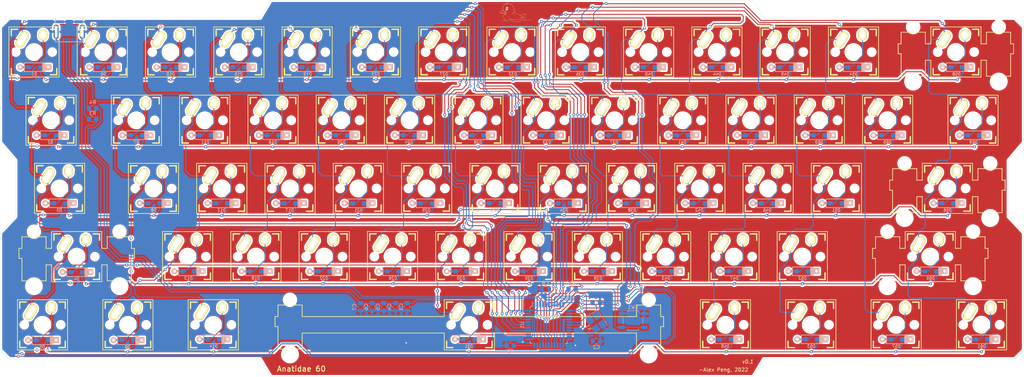
<source format=kicad_pcb>
(kicad_pcb (version 20171130) (host pcbnew "(5.1.10)-1")
  (layers (0 F.Cu signal) (31 B.Cu signal) (34 B.Paste user) (35 F.Paste user) (36 B.SilkS user) (37 F.SilkS user) (38 B.Mask user) (39 F.Mask user) (44 Edge.Cuts user))
  (net 0 "")
  (net 1 GND)
  (net 2 "Net-(C1-Pad1)")
  (net 3 "Net-(C2-Pad1)")
  (net 4 VCC)
  (net 5 "Net-(C8-Pad1)")
  (net 6 "Net-(D1-Pad2)")
  (net 7 /row0)
  (net 8 "Net-(D2-Pad2)")
  (net 9 /row1)
  (net 10 "Net-(D3-Pad2)")
  (net 11 /row2)
  (net 12 "Net-(D4-Pad2)")
  (net 13 /row3)
  (net 14 "Net-(D5-Pad2)")
  (net 15 /row4)
  (net 16 "Net-(D6-Pad2)")
  (net 17 "Net-(D7-Pad2)")
  (net 18 "Net-(D8-Pad2)")
  (net 19 "Net-(D9-Pad2)")
  (net 20 "Net-(D10-Pad2)")
  (net 21 "Net-(D11-Pad2)")
  (net 22 "Net-(D12-Pad2)")
  (net 23 "Net-(D13-Pad2)")
  (net 24 "Net-(D14-Pad2)")
  (net 25 "Net-(D15-Pad2)")
  (net 26 "Net-(D16-Pad2)")
  (net 27 "Net-(D17-Pad2)")
  (net 28 "Net-(D18-Pad2)")
  (net 29 "Net-(D19-Pad2)")
  (net 30 "Net-(D20-Pad2)")
  (net 31 "Net-(D21-Pad2)")
  (net 32 "Net-(D22-Pad2)")
  (net 33 "Net-(D23-Pad2)")
  (net 34 "Net-(D24-Pad2)")
  (net 35 "Net-(D25-Pad2)")
  (net 36 "Net-(D26-Pad2)")
  (net 37 "Net-(D27-Pad2)")
  (net 38 "Net-(D28-Pad2)")
  (net 39 "Net-(D29-Pad2)")
  (net 40 "Net-(D30-Pad2)")
  (net 41 "Net-(D31-Pad2)")
  (net 42 "Net-(D32-Pad2)")
  (net 43 "Net-(D33-Pad2)")
  (net 44 "Net-(D34-Pad2)")
  (net 45 "Net-(D35-Pad2)")
  (net 46 "Net-(D36-Pad2)")
  (net 47 "Net-(D37-Pad2)")
  (net 48 "Net-(D38-Pad2)")
  (net 49 "Net-(D39-Pad2)")
  (net 50 "Net-(D40-Pad2)")
  (net 51 "Net-(D41-Pad2)")
  (net 52 "Net-(D42-Pad2)")
  (net 53 "Net-(D43-Pad2)")
  (net 54 "Net-(D44-Pad2)")
  (net 55 "Net-(D45-Pad2)")
  (net 56 "Net-(D46-Pad2)")
  (net 57 "Net-(D47-Pad2)")
  (net 58 "Net-(D48-Pad2)")
  (net 59 "Net-(D49-Pad2)")
  (net 60 "Net-(D50-Pad2)")
  (net 61 "Net-(D51-Pad2)")
  (net 62 "Net-(D52-Pad2)")
  (net 63 "Net-(D53-Pad2)")
  (net 64 "Net-(D54-Pad2)")
  (net 65 "Net-(D55-Pad2)")
  (net 66 "Net-(D56-Pad2)")
  (net 67 "Net-(D57-Pad2)")
  (net 68 "Net-(D58-Pad2)")
  (net 69 "Net-(D59-Pad2)")
  (net 70 "Net-(D60-Pad2)")
  (net 71 "Net-(D61-Pad2)")
  (net 72 "Net-(J1-Pad4)")
  (net 73 "Net-(J1-Pad3)")
  (net 74 "Net-(J1-Pad2)")
  (net 75 /col0)
  (net 76 /col1)
  (net 77 /col2)
  (net 78 /col3)
  (net 79 /col4)
  (net 80 /col5)
  (net 81 /col6)
  (net 82 /col7)
  (net 83 /col8)
  (net 84 /col9)
  (net 85 /col10)
  (net 86 /col11)
  (net 87 /col12)
  (net 88 /col13)
  (net 89 "Net-(R1-Pad1)")
  (net 90 "Net-(R2-Pad2)")
  (net 91 "Net-(R3-Pad1)")
  (net 92 "Net-(R4-Pad1)")
  (net 93 "Net-(U1-Pad42)")
  (net 94 "Net-(U1-Pad22)")
  (net 95 "Net-(U1-Pad21)")
  (net 96 "Net-(U1-Pad20)")
  (net 97 "Net-(U1-Pad19)")
  (net 98 "Net-(U1-Pad18)")
  (net 99 "Net-(U1-Pad1)")
  (module graphics:duck (layer F.Cu) (at 156.5 50.25)
    (fp_text reference G*** hide)
    (fp_text value LOGO hide)
  )
  (module keebs:Mx_Alps_225 (layer F.Cu) (at 35.06845 117.410675)
    (fp_text reference K4 hide)
    (fp_text value KEYSW hide)
    (pad 2 thru_hole oval (at 2.52 -4.79 356.1) (size 2.5 3.08) (drill oval 1.5 2.08) (layers *.Cu *.Mask F.SilkS) (net 12 "Net-(D4-Pad2)"))
    (pad 1 thru_hole oval (at -3.255 -3.52 327.5) (size 2.5 4.75) (drill oval 1.5 3.75) (layers *.Cu *.Mask F.SilkS) (net 75 /col0))
    (pad "" np_thru_hole circle (at 11.938 8.255) (size 3.9878 3.9878) (drill 3.9878) (layers *.Cu *.Mask))
    (pad "" np_thru_hole circle (at -11.938 8.255) (size 3.9878 3.9878) (drill 3.9878) (layers *.Cu *.Mask))
    (pad "" np_thru_hole circle (at 11.938 -6.985) (size 3.048 3.048) (drill 3.048) (layers *.Cu *.Mask))
    (pad "" np_thru_hole circle (at -11.938 -6.985) (size 3.048 3.048) (drill 3.048) (layers *.Cu *.Mask))
    (pad "" np_thru_hole circle (at 5.08 0) (size 1.7018 1.7018) (drill 1.7018) (layers *.Cu *.Mask))
    (pad "" np_thru_hole circle (at -5.08 0) (size 1.7018 1.7018) (drill 1.7018) (layers *.Cu *.Mask))
    (pad "" np_thru_hole circle (at 0 0) (size 3.9878 3.9878) (drill 3.9878) (layers *.Cu *.Mask))
  )
  (module keebs:Mx_Alps_625 (layer F.Cu) (at 144.592947 136.463188)
    (fp_text reference K31 hide)
    (fp_text value KEYSW hide)
    (pad 2 thru_hole oval (at 2.52 -4.79 356.1) (size 2.5 3.08) (drill oval 1.5 2.08) (layers *.Cu *.Mask F.SilkS) (net 41 "Net-(D31-Pad2)"))
    (pad 1 thru_hole oval (at -3.255 -3.52 327.5) (size 2.5 4.75) (drill oval 1.5 3.75) (layers *.Cu *.Mask F.SilkS) (net 81 /col6))
    (pad "" np_thru_hole circle (at 50.038 8.255) (size 3.9878 3.9878) (drill 3.9878) (layers *.Cu *.Mask))
    (pad "" np_thru_hole circle (at -50.038 8.255) (size 3.9878 3.9878) (drill 3.9878) (layers *.Cu *.Mask))
    (pad "" np_thru_hole circle (at 50.038 -6.985) (size 3.048 3.048) (drill 3.048) (layers *.Cu *.Mask))
    (pad "" np_thru_hole circle (at -50.038 -6.985) (size 3.048 3.048) (drill 3.048) (layers *.Cu *.Mask))
    (pad "" np_thru_hole circle (at 5.08 0) (size 1.7018 1.7018) (drill 1.7018) (layers *.Cu *.Mask))
    (pad "" np_thru_hole circle (at -5.08 0) (size 1.7018 1.7018) (drill 1.7018) (layers *.Cu *.Mask))
    (pad "" np_thru_hole circle (at 0 0) (size 3.9878 3.9878) (drill 3.9878) (layers *.Cu *.Mask))
  )
  (module keebs:Mx_Alps_125 (layer F.Cu) (at 25.526819 136.446434)
    (fp_text reference K5 hide)
    (fp_text value KEYSW hide)
    (pad 2 thru_hole oval (at 2.52 -4.79 356.1) (size 2.5 3.08) (drill oval 1.5 2.08) (layers *.Cu *.Mask F.SilkS) (net 14 "Net-(D5-Pad2)"))
    (pad 1 thru_hole oval (at -3.255 -3.52 327.5) (size 2.5 4.75) (drill oval 1.5 3.75) (layers *.Cu *.Mask F.SilkS) (net 75 /col0))
    (pad "" np_thru_hole circle (at 5.08 0) (size 1.7018 1.7018) (drill 1.7018) (layers *.Cu *.Mask))
    (pad "" np_thru_hole circle (at -5.08 0) (size 1.7018 1.7018) (drill 1.7018) (layers *.Cu *.Mask))
    (pad "" np_thru_hole circle (at 0 0) (size 3.9878 3.9878) (drill 3.9878) (layers *.Cu *.Mask))
  )
  (module Crystal:Crystal_SMD_SeikoEpson_FA238-4Pin_3.2x2.5mm_HandSoldering (layer B.Cu) (at 180 135.75 304)
    (fp_text reference X1 (at 0 2.55 124) (layer B.SilkS) (effects (justify mirror)))
    (fp_text value XTAL_GND)
    (pad 4 smd rect (at -1.45 1.1 304) (size 2.1 1.8) (layers B.Cu B.Paste B.Mask))
    (pad 3 smd rect (at 1.45 -1.1 304) (size 2.1 1.8) (layers B.Cu B.Paste B.Mask) (net 1 GND))
    (pad 2 smd rect (at 1.45 1.1 304) (size 2.1 1.8) (layers B.Cu B.Paste B.Mask) (net 3 "Net-(C2-Pad1)"))
    (pad 1 smd rect (at -1.45 -1.1 304) (size 2.1 1.8) (layers B.Cu B.Paste B.Mask) (net 2 "Net-(C1-Pad1)"))
  )
  (module Housings_QFP:TQFP-44_10x10mm_Pitch0.8mm (layer B.Cu) (at 166.75 136.5 270)
    (fp_text reference U1 (at 0 7.45 90) (layer B.SilkS) (effects (justify mirror)))
    (fp_text value ATMEGA32U4)
    (pad 44 smd rect (at -4 5.7 180) (size 1.5 0.55) (layers B.Cu B.Paste B.Mask) (net 4 VCC))
    (pad 43 smd rect (at -3.2 5.7 180) (size 1.5 0.55) (layers B.Cu B.Paste B.Mask) (net 1 GND))
    (pad 42 smd rect (at -2.4 5.7 180) (size 1.5 0.55) (layers B.Cu B.Paste B.Mask) (net 93 "Net-(U1-Pad42)"))
    (pad 41 smd rect (at -1.6 5.7 180) (size 1.5 0.55) (layers B.Cu B.Paste B.Mask) (net 75 /col0))
    (pad 40 smd rect (at -0.8 5.7 180) (size 1.5 0.55) (layers B.Cu B.Paste B.Mask) (net 76 /col1))
    (pad 39 smd rect (at 0 5.7 180) (size 1.5 0.55) (layers B.Cu B.Paste B.Mask) (net 77 /col2))
    (pad 38 smd rect (at 0.8 5.7 180) (size 1.5 0.55) (layers B.Cu B.Paste B.Mask) (net 78 /col3))
    (pad 37 smd rect (at 1.6 5.7 180) (size 1.5 0.55) (layers B.Cu B.Paste B.Mask) (net 79 /col4))
    (pad 36 smd rect (at 2.4 5.7 180) (size 1.5 0.55) (layers B.Cu B.Paste B.Mask) (net 80 /col5))
    (pad 35 smd rect (at 3.2 5.7 180) (size 1.5 0.55) (layers B.Cu B.Paste B.Mask) (net 1 GND))
    (pad 34 smd rect (at 4 5.7 180) (size 1.5 0.55) (layers B.Cu B.Paste B.Mask) (net 4 VCC))
    (pad 33 smd rect (at 5.7 4 270) (size 1.5 0.55) (layers B.Cu B.Paste B.Mask) (net 90 "Net-(R2-Pad2)"))
    (pad 32 smd rect (at 5.7 3.2 270) (size 1.5 0.55) (layers B.Cu B.Paste B.Mask) (net 81 /col6))
    (pad 31 smd rect (at 5.7 2.4 270) (size 1.5 0.55) (layers B.Cu B.Paste B.Mask) (net 82 /col7))
    (pad 30 smd rect (at 5.7 1.6 270) (size 1.5 0.55) (layers B.Cu B.Paste B.Mask) (net 83 /col8))
    (pad 29 smd rect (at 5.7 0.8 270) (size 1.5 0.55) (layers B.Cu B.Paste B.Mask) (net 84 /col9))
    (pad 28 smd rect (at 5.7 0 270) (size 1.5 0.55) (layers B.Cu B.Paste B.Mask) (net 85 /col10))
    (pad 27 smd rect (at 5.7 -0.8 270) (size 1.5 0.55) (layers B.Cu B.Paste B.Mask) (net 86 /col11))
    (pad 26 smd rect (at 5.7 -1.6 270) (size 1.5 0.55) (layers B.Cu B.Paste B.Mask) (net 87 /col12))
    (pad 25 smd rect (at 5.7 -2.4 270) (size 1.5 0.55) (layers B.Cu B.Paste B.Mask) (net 88 /col13))
    (pad 24 smd rect (at 5.7 -3.2 270) (size 1.5 0.55) (layers B.Cu B.Paste B.Mask) (net 4 VCC))
    (pad 23 smd rect (at 5.7 -4 270) (size 1.5 0.55) (layers B.Cu B.Paste B.Mask) (net 1 GND))
    (pad 22 smd rect (at 4 -5.7 180) (size 1.5 0.55) (layers B.Cu B.Paste B.Mask) (net 94 "Net-(U1-Pad22)"))
    (pad 21 smd rect (at 3.2 -5.7 180) (size 1.5 0.55) (layers B.Cu B.Paste B.Mask) (net 95 "Net-(U1-Pad21)"))
    (pad 20 smd rect (at 2.4 -5.7 180) (size 1.5 0.55) (layers B.Cu B.Paste B.Mask) (net 96 "Net-(U1-Pad20)"))
    (pad 19 smd rect (at 1.6 -5.7 180) (size 1.5 0.55) (layers B.Cu B.Paste B.Mask) (net 97 "Net-(U1-Pad19)"))
    (pad 18 smd rect (at 0.8 -5.7 180) (size 1.5 0.55) (layers B.Cu B.Paste B.Mask) (net 98 "Net-(U1-Pad18)"))
    (pad 17 smd rect (at 0 -5.7 180) (size 1.5 0.55) (layers B.Cu B.Paste B.Mask) (net 3 "Net-(C2-Pad1)"))
    (pad 16 smd rect (at -0.8 -5.7 180) (size 1.5 0.55) (layers B.Cu B.Paste B.Mask) (net 2 "Net-(C1-Pad1)"))
    (pad 15 smd rect (at -1.6 -5.7 180) (size 1.5 0.55) (layers B.Cu B.Paste B.Mask) (net 1 GND))
    (pad 14 smd rect (at -2.4 -5.7 180) (size 1.5 0.55) (layers B.Cu B.Paste B.Mask) (net 4 VCC))
    (pad 13 smd rect (at -3.2 -5.7 180) (size 1.5 0.55) (layers B.Cu B.Paste B.Mask) (net 89 "Net-(R1-Pad1)"))
    (pad 12 smd rect (at -4 -5.7 180) (size 1.5 0.55) (layers B.Cu B.Paste B.Mask) (net 15 /row4))
    (pad 11 smd rect (at -5.7 -4 270) (size 1.5 0.55) (layers B.Cu B.Paste B.Mask) (net 13 /row3))
    (pad 10 smd rect (at -5.7 -3.2 270) (size 1.5 0.55) (layers B.Cu B.Paste B.Mask) (net 11 /row2))
    (pad 9 smd rect (at -5.7 -2.4 270) (size 1.5 0.55) (layers B.Cu B.Paste B.Mask) (net 9 /row1))
    (pad 8 smd rect (at -5.7 -1.6 270) (size 1.5 0.55) (layers B.Cu B.Paste B.Mask) (net 7 /row0))
    (pad 7 smd rect (at -5.7 -0.8 270) (size 1.5 0.55) (layers B.Cu B.Paste B.Mask) (net 4 VCC))
    (pad 6 smd rect (at -5.7 0 270) (size 1.5 0.55) (layers B.Cu B.Paste B.Mask) (net 5 "Net-(C8-Pad1)"))
    (pad 5 smd rect (at -5.7 0.8 270) (size 1.5 0.55) (layers B.Cu B.Paste B.Mask) (net 1 GND))
    (pad 4 smd rect (at -5.7 1.6 270) (size 1.5 0.55) (layers B.Cu B.Paste B.Mask) (net 92 "Net-(R4-Pad1)"))
    (pad 3 smd rect (at -5.7 2.4 270) (size 1.5 0.55) (layers B.Cu B.Paste B.Mask) (net 91 "Net-(R3-Pad1)"))
    (pad 2 smd rect (at -5.7 3.2 270) (size 1.5 0.55) (layers B.Cu B.Paste B.Mask) (net 4 VCC))
    (pad 1 smd rect (at -5.7 4 270) (size 1.5 0.55) (layers B.Cu B.Paste B.Mask) (net 99 "Net-(U1-Pad1)"))
  )
  (module Button_Switch_SMD:SW_SPST_TL3342 (layer B.Cu) (at 190.25 135.25 180)
    (fp_text reference SW1 (at 0 3.75) (layer B.SilkS) (effects (justify mirror)))
    (fp_text value SW_PUSH)
    (pad 2 smd rect (at 3.15 -1.9 180) (size 1.7 1) (layers B.Cu B.Paste B.Mask) (net 89 "Net-(R1-Pad1)"))
    (pad 2 smd rect (at -3.15 -1.9 180) (size 1.7 1) (layers B.Cu B.Paste B.Mask) (net 89 "Net-(R1-Pad1)"))
    (pad 1 smd rect (at 3.15 1.9 180) (size 1.7 1) (layers B.Cu B.Paste B.Mask) (net 1 GND))
    (pad 1 smd rect (at -3.15 1.9 180) (size 1.7 1) (layers B.Cu B.Paste B.Mask) (net 1 GND))
  )
  (module Resistor_SMD:R_0805_2012Metric_Pad1.20x1.40mm_HandSolder (layer B.Cu) (at 39.5 76 180)
    (fp_text reference R4 (at 0 1.65) (layer B.SilkS) (effects (justify mirror)))
    (fp_text value 22)
    (pad 2 smd roundrect (at 1 0 180) (size 1.2 1.4) (layers B.Cu B.Paste B.Mask) (roundrect_rratio 0.2083325) (net 73 "Net-(J1-Pad3)"))
    (pad 1 smd roundrect (at -1 0 180) (size 1.2 1.4) (layers B.Cu B.Paste B.Mask) (roundrect_rratio 0.2083325) (net 92 "Net-(R4-Pad1)"))
  )
  (module Resistor_SMD:R_0805_2012Metric_Pad1.20x1.40mm_HandSolder (layer B.Cu) (at 39.5 79 180)
    (fp_text reference R3 (at 0 1.65) (layer B.SilkS) (effects (justify mirror)))
    (fp_text value 22)
    (pad 2 smd roundrect (at 1 0 180) (size 1.2 1.4) (layers B.Cu B.Paste B.Mask) (roundrect_rratio 0.2083325) (net 74 "Net-(J1-Pad2)"))
    (pad 1 smd roundrect (at -1 0 180) (size 1.2 1.4) (layers B.Cu B.Paste B.Mask) (roundrect_rratio 0.2083325) (net 91 "Net-(R3-Pad1)"))
  )
  (module Resistor_SMD:R_0805_2012Metric_Pad1.20x1.40mm_HandSolder (layer B.Cu) (at 156 142.25)
    (fp_text reference R2 (at 0 1.65) (layer B.SilkS) (effects (justify mirror)))
    (fp_text value 10k)
    (pad 2 smd roundrect (at 1 0) (size 1.2 1.4) (layers B.Cu B.Paste B.Mask) (roundrect_rratio 0.2083325) (net 90 "Net-(R2-Pad2)"))
    (pad 1 smd roundrect (at -1 0) (size 1.2 1.4) (layers B.Cu B.Paste B.Mask) (roundrect_rratio 0.2083325) (net 1 GND))
  )
  (module Resistor_SMD:R_0805_2012Metric_Pad1.20x1.40mm_HandSolder (layer B.Cu) (at 173.25 126.5 180)
    (fp_text reference R1 (at 0 1.65) (layer B.SilkS) (effects (justify mirror)))
    (fp_text value 10k)
    (pad 2 smd roundrect (at 1 0 180) (size 1.2 1.4) (layers B.Cu B.Paste B.Mask) (roundrect_rratio 0.2083325) (net 4 VCC))
    (pad 1 smd roundrect (at -1 0 180) (size 1.2 1.4) (layers B.Cu B.Paste B.Mask) (roundrect_rratio 0.2083325) (net 89 "Net-(R1-Pad1)"))
  )
  (module keebs:Mx_Alps_125 (layer F.Cu) (at 287.457954 136.446851)
    (fp_text reference K61 hide)
    (fp_text value KEYSW hide)
    (pad 2 thru_hole oval (at 2.52 -4.79 356.1) (size 2.5 3.08) (drill oval 1.5 2.08) (layers *.Cu *.Mask F.SilkS) (net 71 "Net-(D61-Pad2)"))
    (pad 1 thru_hole oval (at -3.255 -3.52 327.5) (size 2.5 4.75) (drill oval 1.5 3.75) (layers *.Cu *.Mask F.SilkS) (net 88 /col13))
    (pad "" np_thru_hole circle (at 5.08 0) (size 1.7018 1.7018) (drill 1.7018) (layers *.Cu *.Mask))
    (pad "" np_thru_hole circle (at -5.08 0) (size 1.7018 1.7018) (drill 1.7018) (layers *.Cu *.Mask))
    (pad "" np_thru_hole circle (at 0 0) (size 3.9878 3.9878) (drill 3.9878) (layers *.Cu *.Mask))
  )
  (module keebs:Mx_Alps_275 (layer F.Cu) (at 273.172884 117.411225)
    (fp_text reference K60 hide)
    (fp_text value KEYSW hide)
    (pad 2 thru_hole oval (at 2.52 -4.79 356.1) (size 2.5 3.08) (drill oval 1.5 2.08) (layers *.Cu *.Mask F.SilkS) (net 70 "Net-(D60-Pad2)"))
    (pad 1 thru_hole oval (at -3.255 -3.52 327.5) (size 2.5 4.75) (drill oval 1.5 3.75) (layers *.Cu *.Mask F.SilkS) (net 88 /col13))
    (pad "" np_thru_hole circle (at 11.938 8.255) (size 3.9878 3.9878) (drill 3.9878) (layers *.Cu *.Mask))
    (pad "" np_thru_hole circle (at -11.938 8.255) (size 3.9878 3.9878) (drill 3.9878) (layers *.Cu *.Mask))
    (pad "" np_thru_hole circle (at 11.938 -6.985) (size 3.048 3.048) (drill 3.048) (layers *.Cu *.Mask))
    (pad "" np_thru_hole circle (at -11.938 -6.985) (size 3.048 3.048) (drill 3.048) (layers *.Cu *.Mask))
    (pad "" np_thru_hole circle (at 5.08 0) (size 1.7018 1.7018) (drill 1.7018) (layers *.Cu *.Mask))
    (pad "" np_thru_hole circle (at -5.08 0) (size 1.7018 1.7018) (drill 1.7018) (layers *.Cu *.Mask))
    (pad "" np_thru_hole circle (at 0 0) (size 3.9878 3.9878) (drill 3.9878) (layers *.Cu *.Mask))
  )
  (module keebs:Mx_Alps_150 (layer F.Cu) (at 285.090322 79.326519)
    (fp_text reference K59 hide)
    (fp_text value KEYSW hide)
    (pad 2 thru_hole oval (at 2.52 -4.79 356.1) (size 2.5 3.08) (drill oval 1.5 2.08) (layers *.Cu *.Mask F.SilkS) (net 69 "Net-(D59-Pad2)"))
    (pad 1 thru_hole oval (at -3.255 -3.52 327.5) (size 2.5 4.75) (drill oval 1.5 3.75) (layers *.Cu *.Mask F.SilkS) (net 88 /col13))
    (pad "" np_thru_hole circle (at 5.08 0) (size 1.7018 1.7018) (drill 1.7018) (layers *.Cu *.Mask))
    (pad "" np_thru_hole circle (at -5.08 0) (size 1.7018 1.7018) (drill 1.7018) (layers *.Cu *.Mask))
    (pad "" np_thru_hole circle (at 0 0) (size 3.9878 3.9878) (drill 3.9878) (layers *.Cu *.Mask))
  )
  (module keebs:Mx_Alps_200 (layer F.Cu) (at 280.332962 60.256913)
    (fp_text reference K58 hide)
    (fp_text value KEYSW hide)
    (pad 2 thru_hole oval (at 2.52 -4.79 356.1) (size 2.5 3.08) (drill oval 1.5 2.08) (layers *.Cu *.Mask F.SilkS) (net 68 "Net-(D58-Pad2)"))
    (pad 1 thru_hole oval (at -3.255 -3.52 327.5) (size 2.5 4.75) (drill oval 1.5 3.75) (layers *.Cu *.Mask F.SilkS) (net 88 /col13))
    (pad "" np_thru_hole circle (at 11.938 8.255) (size 3.9878 3.9878) (drill 3.9878) (layers *.Cu *.Mask))
    (pad "" np_thru_hole circle (at -11.938 8.255) (size 3.9878 3.9878) (drill 3.9878) (layers *.Cu *.Mask))
    (pad "" np_thru_hole circle (at 11.938 -6.985) (size 3.048 3.048) (drill 3.048) (layers *.Cu *.Mask))
    (pad "" np_thru_hole circle (at -11.938 -6.985) (size 3.048 3.048) (drill 3.048) (layers *.Cu *.Mask))
    (pad "" np_thru_hole circle (at 5.08 0) (size 1.7018 1.7018) (drill 1.7018) (layers *.Cu *.Mask))
    (pad "" np_thru_hole circle (at -5.08 0) (size 1.7018 1.7018) (drill 1.7018) (layers *.Cu *.Mask))
    (pad "" np_thru_hole circle (at 0 0) (size 3.9878 3.9878) (drill 3.9878) (layers *.Cu *.Mask))
  )
  (module keebs:Mx_Alps_125 (layer F.Cu) (at 263.657779 136.46185)
    (fp_text reference K57 hide)
    (fp_text value KEYSW hide)
    (pad 2 thru_hole oval (at 2.52 -4.79 356.1) (size 2.5 3.08) (drill oval 1.5 2.08) (layers *.Cu *.Mask F.SilkS) (net 67 "Net-(D57-Pad2)"))
    (pad 1 thru_hole oval (at -3.255 -3.52 327.5) (size 2.5 4.75) (drill oval 1.5 3.75) (layers *.Cu *.Mask F.SilkS) (net 87 /col12))
    (pad "" np_thru_hole circle (at 5.08 0) (size 1.7018 1.7018) (drill 1.7018) (layers *.Cu *.Mask))
    (pad "" np_thru_hole circle (at -5.08 0) (size 1.7018 1.7018) (drill 1.7018) (layers *.Cu *.Mask))
    (pad "" np_thru_hole circle (at 0 0) (size 3.9878 3.9878) (drill 3.9878) (layers *.Cu *.Mask))
  )
  (module keebs:Mx_Alps_225 (layer F.Cu) (at 277.949234 98.359456)
    (fp_text reference K56 hide)
    (fp_text value KEYSW hide)
    (pad 2 thru_hole oval (at 2.52 -4.79 356.1) (size 2.5 3.08) (drill oval 1.5 2.08) (layers *.Cu *.Mask F.SilkS) (net 66 "Net-(D56-Pad2)"))
    (pad 1 thru_hole oval (at -3.255 -3.52 327.5) (size 2.5 4.75) (drill oval 1.5 3.75) (layers *.Cu *.Mask F.SilkS) (net 88 /col13))
    (pad "" np_thru_hole circle (at 11.938 8.255) (size 3.9878 3.9878) (drill 3.9878) (layers *.Cu *.Mask))
    (pad "" np_thru_hole circle (at -11.938 8.255) (size 3.9878 3.9878) (drill 3.9878) (layers *.Cu *.Mask))
    (pad "" np_thru_hole circle (at 11.938 -6.985) (size 3.048 3.048) (drill 3.048) (layers *.Cu *.Mask))
    (pad "" np_thru_hole circle (at -11.938 -6.985) (size 3.048 3.048) (drill 3.048) (layers *.Cu *.Mask))
    (pad "" np_thru_hole circle (at 5.08 0) (size 1.7018 1.7018) (drill 1.7018) (layers *.Cu *.Mask))
    (pad "" np_thru_hole circle (at -5.08 0) (size 1.7018 1.7018) (drill 1.7018) (layers *.Cu *.Mask))
    (pad "" np_thru_hole circle (at 0 0) (size 3.9878 3.9878) (drill 3.9878) (layers *.Cu *.Mask))
  )
  (module keebs:Mx_Alps_100 (layer F.Cu) (at 261.266592 79.308073)
    (fp_text reference K55 hide)
    (fp_text value KEYSW hide)
    (pad 2 thru_hole oval (at 2.52 -4.79 356.1) (size 2.5 3.08) (drill oval 1.5 2.08) (layers *.Cu *.Mask F.SilkS) (net 65 "Net-(D55-Pad2)"))
    (pad 1 thru_hole oval (at -3.255 -3.52 327.5) (size 2.5 4.75) (drill oval 1.5 3.75) (layers *.Cu *.Mask F.SilkS) (net 87 /col12))
    (pad "" np_thru_hole circle (at 5.08 0) (size 1.7018 1.7018) (drill 1.7018) (layers *.Cu *.Mask))
    (pad "" np_thru_hole circle (at -5.08 0) (size 1.7018 1.7018) (drill 1.7018) (layers *.Cu *.Mask))
    (pad "" np_thru_hole circle (at 0 0) (size 3.9878 3.9878) (drill 3.9878) (layers *.Cu *.Mask))
  )
  (module keebs:Mx_Alps_100 (layer F.Cu) (at 251.74892 60.272697)
    (fp_text reference K54 hide)
    (fp_text value KEYSW hide)
    (pad 2 thru_hole oval (at 2.52 -4.79 356.1) (size 2.5 3.08) (drill oval 1.5 2.08) (layers *.Cu *.Mask F.SilkS) (net 64 "Net-(D54-Pad2)"))
    (pad 1 thru_hole oval (at -3.255 -3.52 327.5) (size 2.5 4.75) (drill oval 1.5 3.75) (layers *.Cu *.Mask F.SilkS) (net 87 /col12))
    (pad "" np_thru_hole circle (at 5.08 0) (size 1.7018 1.7018) (drill 1.7018) (layers *.Cu *.Mask))
    (pad "" np_thru_hole circle (at -5.08 0) (size 1.7018 1.7018) (drill 1.7018) (layers *.Cu *.Mask))
    (pad "" np_thru_hole circle (at 0 0) (size 3.9878 3.9878) (drill 3.9878) (layers *.Cu *.Mask))
  )
  (module keebs:Mx_Alps_125 (layer F.Cu) (at 239.842857 136.460581)
    (fp_text reference K53 hide)
    (fp_text value KEYSW hide)
    (pad 2 thru_hole oval (at 2.52 -4.79 356.1) (size 2.5 3.08) (drill oval 1.5 2.08) (layers *.Cu *.Mask F.SilkS) (net 63 "Net-(D53-Pad2)"))
    (pad 1 thru_hole oval (at -3.255 -3.52 327.5) (size 2.5 4.75) (drill oval 1.5 3.75) (layers *.Cu *.Mask F.SilkS) (net 86 /col11))
    (pad "" np_thru_hole circle (at 5.08 0) (size 1.7018 1.7018) (drill 1.7018) (layers *.Cu *.Mask))
    (pad "" np_thru_hole circle (at -5.08 0) (size 1.7018 1.7018) (drill 1.7018) (layers *.Cu *.Mask))
    (pad "" np_thru_hole circle (at 0 0) (size 3.9878 3.9878) (drill 3.9878) (layers *.Cu *.Mask))
  )
  (module keebs:Mx_Alps_100 (layer F.Cu) (at 237.465431 117.410163)
    (fp_text reference K52 hide)
    (fp_text value KEYSW hide)
    (pad 2 thru_hole oval (at 2.52 -4.79 356.1) (size 2.5 3.08) (drill oval 1.5 2.08) (layers *.Cu *.Mask F.SilkS) (net 62 "Net-(D52-Pad2)"))
    (pad 1 thru_hole oval (at -3.255 -3.52 327.5) (size 2.5 4.75) (drill oval 1.5 3.75) (layers *.Cu *.Mask F.SilkS) (net 86 /col11))
    (pad "" np_thru_hole circle (at 5.08 0) (size 1.7018 1.7018) (drill 1.7018) (layers *.Cu *.Mask))
    (pad "" np_thru_hole circle (at -5.08 0) (size 1.7018 1.7018) (drill 1.7018) (layers *.Cu *.Mask))
    (pad "" np_thru_hole circle (at 0 0) (size 3.9878 3.9878) (drill 3.9878) (layers *.Cu *.Mask))
  )
  (module keebs:Mx_Alps_100 (layer F.Cu) (at 246.990274 98.370137)
    (fp_text reference K51 hide)
    (fp_text value KEYSW hide)
    (pad 2 thru_hole oval (at 2.52 -4.79 356.1) (size 2.5 3.08) (drill oval 1.5 2.08) (layers *.Cu *.Mask F.SilkS) (net 61 "Net-(D51-Pad2)"))
    (pad 1 thru_hole oval (at -3.255 -3.52 327.5) (size 2.5 4.75) (drill oval 1.5 3.75) (layers *.Cu *.Mask F.SilkS) (net 86 /col11))
    (pad "" np_thru_hole circle (at 5.08 0) (size 1.7018 1.7018) (drill 1.7018) (layers *.Cu *.Mask))
    (pad "" np_thru_hole circle (at -5.08 0) (size 1.7018 1.7018) (drill 1.7018) (layers *.Cu *.Mask))
    (pad "" np_thru_hole circle (at 0 0) (size 3.9878 3.9878) (drill 3.9878) (layers *.Cu *.Mask))
  )
  (module keebs:Mx_Alps_100 (layer F.Cu) (at 242.217723 79.316026)
    (fp_text reference K50 hide)
    (fp_text value KEYSW hide)
    (pad 2 thru_hole oval (at 2.52 -4.79 356.1) (size 2.5 3.08) (drill oval 1.5 2.08) (layers *.Cu *.Mask F.SilkS) (net 60 "Net-(D50-Pad2)"))
    (pad 1 thru_hole oval (at -3.255 -3.52 327.5) (size 2.5 4.75) (drill oval 1.5 3.75) (layers *.Cu *.Mask F.SilkS) (net 86 /col11))
    (pad "" np_thru_hole circle (at 5.08 0) (size 1.7018 1.7018) (drill 1.7018) (layers *.Cu *.Mask))
    (pad "" np_thru_hole circle (at -5.08 0) (size 1.7018 1.7018) (drill 1.7018) (layers *.Cu *.Mask))
    (pad "" np_thru_hole circle (at 0 0) (size 3.9878 3.9878) (drill 3.9878) (layers *.Cu *.Mask))
  )
  (module keebs:Mx_Alps_100 (layer F.Cu) (at 232.675659 60.25538)
    (fp_text reference K49 hide)
    (fp_text value KEYSW hide)
    (pad 2 thru_hole oval (at 2.52 -4.79 356.1) (size 2.5 3.08) (drill oval 1.5 2.08) (layers *.Cu *.Mask F.SilkS) (net 59 "Net-(D49-Pad2)"))
    (pad 1 thru_hole oval (at -3.255 -3.52 327.5) (size 2.5 4.75) (drill oval 1.5 3.75) (layers *.Cu *.Mask F.SilkS) (net 86 /col11))
    (pad "" np_thru_hole circle (at 5.08 0) (size 1.7018 1.7018) (drill 1.7018) (layers *.Cu *.Mask))
    (pad "" np_thru_hole circle (at -5.08 0) (size 1.7018 1.7018) (drill 1.7018) (layers *.Cu *.Mask))
    (pad "" np_thru_hole circle (at 0 0) (size 3.9878 3.9878) (drill 3.9878) (layers *.Cu *.Mask))
  )
  (module keebs:Mx_Alps_125 (layer F.Cu) (at 216.048651 136.466201)
    (fp_text reference K48 hide)
    (fp_text value KEYSW hide)
    (pad 2 thru_hole oval (at 2.52 -4.79 356.1) (size 2.5 3.08) (drill oval 1.5 2.08) (layers *.Cu *.Mask F.SilkS) (net 58 "Net-(D48-Pad2)"))
    (pad 1 thru_hole oval (at -3.255 -3.52 327.5) (size 2.5 4.75) (drill oval 1.5 3.75) (layers *.Cu *.Mask F.SilkS) (net 85 /col10))
    (pad "" np_thru_hole circle (at 5.08 0) (size 1.7018 1.7018) (drill 1.7018) (layers *.Cu *.Mask))
    (pad "" np_thru_hole circle (at -5.08 0) (size 1.7018 1.7018) (drill 1.7018) (layers *.Cu *.Mask))
    (pad "" np_thru_hole circle (at 0 0) (size 3.9878 3.9878) (drill 3.9878) (layers *.Cu *.Mask))
  )
  (module keebs:Mx_Alps_100 (layer F.Cu) (at 218.407664 117.41556)
    (fp_text reference K47 hide)
    (fp_text value KEYSW hide)
    (pad 2 thru_hole oval (at 2.52 -4.79 356.1) (size 2.5 3.08) (drill oval 1.5 2.08) (layers *.Cu *.Mask F.SilkS) (net 57 "Net-(D47-Pad2)"))
    (pad 1 thru_hole oval (at -3.255 -3.52 327.5) (size 2.5 4.75) (drill oval 1.5 3.75) (layers *.Cu *.Mask F.SilkS) (net 85 /col10))
    (pad "" np_thru_hole circle (at 5.08 0) (size 1.7018 1.7018) (drill 1.7018) (layers *.Cu *.Mask))
    (pad "" np_thru_hole circle (at -5.08 0) (size 1.7018 1.7018) (drill 1.7018) (layers *.Cu *.Mask))
    (pad "" np_thru_hole circle (at 0 0) (size 3.9878 3.9878) (drill 3.9878) (layers *.Cu *.Mask))
  )
  (module keebs:Mx_Alps_100 (layer F.Cu) (at 227.938897 98.366768)
    (fp_text reference K46 hide)
    (fp_text value KEYSW hide)
    (pad 2 thru_hole oval (at 2.52 -4.79 356.1) (size 2.5 3.08) (drill oval 1.5 2.08) (layers *.Cu *.Mask F.SilkS) (net 56 "Net-(D46-Pad2)"))
    (pad 1 thru_hole oval (at -3.255 -3.52 327.5) (size 2.5 4.75) (drill oval 1.5 3.75) (layers *.Cu *.Mask F.SilkS) (net 85 /col10))
    (pad "" np_thru_hole circle (at 5.08 0) (size 1.7018 1.7018) (drill 1.7018) (layers *.Cu *.Mask))
    (pad "" np_thru_hole circle (at -5.08 0) (size 1.7018 1.7018) (drill 1.7018) (layers *.Cu *.Mask))
    (pad "" np_thru_hole circle (at 0 0) (size 3.9878 3.9878) (drill 3.9878) (layers *.Cu *.Mask))
  )
  (module keebs:Mx_Alps_100 (layer F.Cu) (at 223.181812 79.312101)
    (fp_text reference K45 hide)
    (fp_text value KEYSW hide)
    (pad 2 thru_hole oval (at 2.52 -4.79 356.1) (size 2.5 3.08) (drill oval 1.5 2.08) (layers *.Cu *.Mask F.SilkS) (net 55 "Net-(D45-Pad2)"))
    (pad 1 thru_hole oval (at -3.255 -3.52 327.5) (size 2.5 4.75) (drill oval 1.5 3.75) (layers *.Cu *.Mask F.SilkS) (net 85 /col10))
    (pad "" np_thru_hole circle (at 5.08 0) (size 1.7018 1.7018) (drill 1.7018) (layers *.Cu *.Mask))
    (pad "" np_thru_hole circle (at -5.08 0) (size 1.7018 1.7018) (drill 1.7018) (layers *.Cu *.Mask))
    (pad "" np_thru_hole circle (at 0 0) (size 3.9878 3.9878) (drill 3.9878) (layers *.Cu *.Mask))
  )
  (module keebs:Mx_Alps_100 (layer F.Cu) (at 213.646195 60.258534)
    (fp_text reference K44 hide)
    (fp_text value KEYSW hide)
    (pad 2 thru_hole oval (at 2.52 -4.79 356.1) (size 2.5 3.08) (drill oval 1.5 2.08) (layers *.Cu *.Mask F.SilkS) (net 54 "Net-(D44-Pad2)"))
    (pad 1 thru_hole oval (at -3.255 -3.52 327.5) (size 2.5 4.75) (drill oval 1.5 3.75) (layers *.Cu *.Mask F.SilkS) (net 85 /col10))
    (pad "" np_thru_hole circle (at 5.08 0) (size 1.7018 1.7018) (drill 1.7018) (layers *.Cu *.Mask))
    (pad "" np_thru_hole circle (at -5.08 0) (size 1.7018 1.7018) (drill 1.7018) (layers *.Cu *.Mask))
    (pad "" np_thru_hole circle (at 0 0) (size 3.9878 3.9878) (drill 3.9878) (layers *.Cu *.Mask))
  )
  (module keebs:Mx_Alps_100 (layer F.Cu) (at 199.380818 117.416317)
    (fp_text reference K43 hide)
    (fp_text value KEYSW hide)
    (pad 2 thru_hole oval (at 2.52 -4.79 356.1) (size 2.5 3.08) (drill oval 1.5 2.08) (layers *.Cu *.Mask F.SilkS) (net 53 "Net-(D43-Pad2)"))
    (pad 1 thru_hole oval (at -3.255 -3.52 327.5) (size 2.5 4.75) (drill oval 1.5 3.75) (layers *.Cu *.Mask F.SilkS) (net 84 /col9))
    (pad "" np_thru_hole circle (at 5.08 0) (size 1.7018 1.7018) (drill 1.7018) (layers *.Cu *.Mask))
    (pad "" np_thru_hole circle (at -5.08 0) (size 1.7018 1.7018) (drill 1.7018) (layers *.Cu *.Mask))
    (pad "" np_thru_hole circle (at 0 0) (size 3.9878 3.9878) (drill 3.9878) (layers *.Cu *.Mask))
  )
  (module keebs:Mx_Alps_100 (layer F.Cu) (at 208.900811 98.357204)
    (fp_text reference K42 hide)
    (fp_text value KEYSW hide)
    (pad 2 thru_hole oval (at 2.52 -4.79 356.1) (size 2.5 3.08) (drill oval 1.5 2.08) (layers *.Cu *.Mask F.SilkS) (net 52 "Net-(D42-Pad2)"))
    (pad 1 thru_hole oval (at -3.255 -3.52 327.5) (size 2.5 4.75) (drill oval 1.5 3.75) (layers *.Cu *.Mask F.SilkS) (net 84 /col9))
    (pad "" np_thru_hole circle (at 5.08 0) (size 1.7018 1.7018) (drill 1.7018) (layers *.Cu *.Mask))
    (pad "" np_thru_hole circle (at -5.08 0) (size 1.7018 1.7018) (drill 1.7018) (layers *.Cu *.Mask))
    (pad "" np_thru_hole circle (at 0 0) (size 3.9878 3.9878) (drill 3.9878) (layers *.Cu *.Mask))
  )
  (module keebs:Mx_Alps_100 (layer F.Cu) (at 204.138662 79.313511)
    (fp_text reference K41 hide)
    (fp_text value KEYSW hide)
    (pad 2 thru_hole oval (at 2.52 -4.79 356.1) (size 2.5 3.08) (drill oval 1.5 2.08) (layers *.Cu *.Mask F.SilkS) (net 51 "Net-(D41-Pad2)"))
    (pad 1 thru_hole oval (at -3.255 -3.52 327.5) (size 2.5 4.75) (drill oval 1.5 3.75) (layers *.Cu *.Mask F.SilkS) (net 84 /col9))
    (pad "" np_thru_hole circle (at 5.08 0) (size 1.7018 1.7018) (drill 1.7018) (layers *.Cu *.Mask))
    (pad "" np_thru_hole circle (at -5.08 0) (size 1.7018 1.7018) (drill 1.7018) (layers *.Cu *.Mask))
    (pad "" np_thru_hole circle (at 0 0) (size 3.9878 3.9878) (drill 3.9878) (layers *.Cu *.Mask))
  )
  (module keebs:Mx_Alps_100 (layer F.Cu) (at 194.600902 60.261928)
    (fp_text reference K40 hide)
    (fp_text value KEYSW hide)
    (pad 2 thru_hole oval (at 2.52 -4.79 356.1) (size 2.5 3.08) (drill oval 1.5 2.08) (layers *.Cu *.Mask F.SilkS) (net 50 "Net-(D40-Pad2)"))
    (pad 1 thru_hole oval (at -3.255 -3.52 327.5) (size 2.5 4.75) (drill oval 1.5 3.75) (layers *.Cu *.Mask F.SilkS) (net 84 /col9))
    (pad "" np_thru_hole circle (at 5.08 0) (size 1.7018 1.7018) (drill 1.7018) (layers *.Cu *.Mask))
    (pad "" np_thru_hole circle (at -5.08 0) (size 1.7018 1.7018) (drill 1.7018) (layers *.Cu *.Mask))
    (pad "" np_thru_hole circle (at 0 0) (size 3.9878 3.9878) (drill 3.9878) (layers *.Cu *.Mask))
  )
  (module keebs:Mx_Alps_100 (layer F.Cu) (at 180.31845 117.412825)
    (fp_text reference K39 hide)
    (fp_text value KEYSW hide)
    (pad 2 thru_hole oval (at 2.52 -4.79 356.1) (size 2.5 3.08) (drill oval 1.5 2.08) (layers *.Cu *.Mask F.SilkS) (net 49 "Net-(D39-Pad2)"))
    (pad 1 thru_hole oval (at -3.255 -3.52 327.5) (size 2.5 4.75) (drill oval 1.5 3.75) (layers *.Cu *.Mask F.SilkS) (net 83 /col8))
    (pad "" np_thru_hole circle (at 5.08 0) (size 1.7018 1.7018) (drill 1.7018) (layers *.Cu *.Mask))
    (pad "" np_thru_hole circle (at -5.08 0) (size 1.7018 1.7018) (drill 1.7018) (layers *.Cu *.Mask))
    (pad "" np_thru_hole circle (at 0 0) (size 3.9878 3.9878) (drill 3.9878) (layers *.Cu *.Mask))
  )
  (module keebs:Mx_Alps_100 (layer F.Cu) (at 189.845099 98.337174)
    (fp_text reference K38 hide)
    (fp_text value KEYSW hide)
    (pad 2 thru_hole oval (at 2.52 -4.79 356.1) (size 2.5 3.08) (drill oval 1.5 2.08) (layers *.Cu *.Mask F.SilkS) (net 48 "Net-(D38-Pad2)"))
    (pad 1 thru_hole oval (at -3.255 -3.52 327.5) (size 2.5 4.75) (drill oval 1.5 3.75) (layers *.Cu *.Mask F.SilkS) (net 83 /col8))
    (pad "" np_thru_hole circle (at 5.08 0) (size 1.7018 1.7018) (drill 1.7018) (layers *.Cu *.Mask))
    (pad "" np_thru_hole circle (at -5.08 0) (size 1.7018 1.7018) (drill 1.7018) (layers *.Cu *.Mask))
    (pad "" np_thru_hole circle (at 0 0) (size 3.9878 3.9878) (drill 3.9878) (layers *.Cu *.Mask))
  )
  (module keebs:Mx_Alps_100 (layer F.Cu) (at 185.090256 79.319343)
    (fp_text reference K37 hide)
    (fp_text value KEYSW hide)
    (pad 2 thru_hole oval (at 2.52 -4.79 356.1) (size 2.5 3.08) (drill oval 1.5 2.08) (layers *.Cu *.Mask F.SilkS) (net 47 "Net-(D37-Pad2)"))
    (pad 1 thru_hole oval (at -3.255 -3.52 327.5) (size 2.5 4.75) (drill oval 1.5 3.75) (layers *.Cu *.Mask F.SilkS) (net 83 /col8))
    (pad "" np_thru_hole circle (at 5.08 0) (size 1.7018 1.7018) (drill 1.7018) (layers *.Cu *.Mask))
    (pad "" np_thru_hole circle (at -5.08 0) (size 1.7018 1.7018) (drill 1.7018) (layers *.Cu *.Mask))
    (pad "" np_thru_hole circle (at 0 0) (size 3.9878 3.9878) (drill 3.9878) (layers *.Cu *.Mask))
  )
  (module keebs:Mx_Alps_100 (layer F.Cu) (at 175.552833 60.269812)
    (fp_text reference K36 hide)
    (fp_text value KEYSW hide)
    (pad 2 thru_hole oval (at 2.52 -4.79 356.1) (size 2.5 3.08) (drill oval 1.5 2.08) (layers *.Cu *.Mask F.SilkS) (net 46 "Net-(D36-Pad2)"))
    (pad 1 thru_hole oval (at -3.255 -3.52 327.5) (size 2.5 4.75) (drill oval 1.5 3.75) (layers *.Cu *.Mask F.SilkS) (net 83 /col8))
    (pad "" np_thru_hole circle (at 5.08 0) (size 1.7018 1.7018) (drill 1.7018) (layers *.Cu *.Mask))
    (pad "" np_thru_hole circle (at -5.08 0) (size 1.7018 1.7018) (drill 1.7018) (layers *.Cu *.Mask))
    (pad "" np_thru_hole circle (at 0 0) (size 3.9878 3.9878) (drill 3.9878) (layers *.Cu *.Mask))
  )
  (module keebs:Mx_Alps_100 (layer F.Cu) (at 161.279615 117.399022)
    (fp_text reference K35 hide)
    (fp_text value KEYSW hide)
    (pad 2 thru_hole oval (at 2.52 -4.79 356.1) (size 2.5 3.08) (drill oval 1.5 2.08) (layers *.Cu *.Mask F.SilkS) (net 45 "Net-(D35-Pad2)"))
    (pad 1 thru_hole oval (at -3.255 -3.52 327.5) (size 2.5 4.75) (drill oval 1.5 3.75) (layers *.Cu *.Mask F.SilkS) (net 82 /col7))
    (pad "" np_thru_hole circle (at 5.08 0) (size 1.7018 1.7018) (drill 1.7018) (layers *.Cu *.Mask))
    (pad "" np_thru_hole circle (at -5.08 0) (size 1.7018 1.7018) (drill 1.7018) (layers *.Cu *.Mask))
    (pad "" np_thru_hole circle (at 0 0) (size 3.9878 3.9878) (drill 3.9878) (layers *.Cu *.Mask))
  )
  (module keebs:Mx_Alps_100 (layer F.Cu) (at 170.794588 98.358654)
    (fp_text reference K34 hide)
    (fp_text value KEYSW hide)
    (pad 2 thru_hole oval (at 2.52 -4.79 356.1) (size 2.5 3.08) (drill oval 1.5 2.08) (layers *.Cu *.Mask F.SilkS) (net 44 "Net-(D34-Pad2)"))
    (pad 1 thru_hole oval (at -3.255 -3.52 327.5) (size 2.5 4.75) (drill oval 1.5 3.75) (layers *.Cu *.Mask F.SilkS) (net 82 /col7))
    (pad "" np_thru_hole circle (at 5.08 0) (size 1.7018 1.7018) (drill 1.7018) (layers *.Cu *.Mask))
    (pad "" np_thru_hole circle (at -5.08 0) (size 1.7018 1.7018) (drill 1.7018) (layers *.Cu *.Mask))
    (pad "" np_thru_hole circle (at 0 0) (size 3.9878 3.9878) (drill 3.9878) (layers *.Cu *.Mask))
  )
  (module keebs:Mx_Alps_100 (layer F.Cu) (at 166.03773 79.302596)
    (fp_text reference K33 hide)
    (fp_text value KEYSW hide)
    (pad 2 thru_hole oval (at 2.52 -4.79 356.1) (size 2.5 3.08) (drill oval 1.5 2.08) (layers *.Cu *.Mask F.SilkS) (net 43 "Net-(D33-Pad2)"))
    (pad 1 thru_hole oval (at -3.255 -3.52 327.5) (size 2.5 4.75) (drill oval 1.5 3.75) (layers *.Cu *.Mask F.SilkS) (net 82 /col7))
    (pad "" np_thru_hole circle (at 5.08 0) (size 1.7018 1.7018) (drill 1.7018) (layers *.Cu *.Mask))
    (pad "" np_thru_hole circle (at -5.08 0) (size 1.7018 1.7018) (drill 1.7018) (layers *.Cu *.Mask))
    (pad "" np_thru_hole circle (at 0 0) (size 3.9878 3.9878) (drill 3.9878) (layers *.Cu *.Mask))
  )
  (module keebs:Mx_Alps_100 (layer F.Cu) (at 156.499721 60.259514)
    (fp_text reference K32 hide)
    (fp_text value KEYSW hide)
    (pad 2 thru_hole oval (at 2.52 -4.79 356.1) (size 2.5 3.08) (drill oval 1.5 2.08) (layers *.Cu *.Mask F.SilkS) (net 42 "Net-(D32-Pad2)"))
    (pad 1 thru_hole oval (at -3.255 -3.52 327.5) (size 2.5 4.75) (drill oval 1.5 3.75) (layers *.Cu *.Mask F.SilkS) (net 82 /col7))
    (pad "" np_thru_hole circle (at 5.08 0) (size 1.7018 1.7018) (drill 1.7018) (layers *.Cu *.Mask))
    (pad "" np_thru_hole circle (at -5.08 0) (size 1.7018 1.7018) (drill 1.7018) (layers *.Cu *.Mask))
    (pad "" np_thru_hole circle (at 0 0) (size 3.9878 3.9878) (drill 3.9878) (layers *.Cu *.Mask))
  )
  (module keebs:Mx_Alps_100 (layer F.Cu) (at 142.225436 117.412658)
    (fp_text reference K30 hide)
    (fp_text value KEYSW hide)
    (pad 2 thru_hole oval (at 2.52 -4.79 356.1) (size 2.5 3.08) (drill oval 1.5 2.08) (layers *.Cu *.Mask F.SilkS) (net 40 "Net-(D30-Pad2)"))
    (pad 1 thru_hole oval (at -3.255 -3.52 327.5) (size 2.5 4.75) (drill oval 1.5 3.75) (layers *.Cu *.Mask F.SilkS) (net 81 /col6))
    (pad "" np_thru_hole circle (at 5.08 0) (size 1.7018 1.7018) (drill 1.7018) (layers *.Cu *.Mask))
    (pad "" np_thru_hole circle (at -5.08 0) (size 1.7018 1.7018) (drill 1.7018) (layers *.Cu *.Mask))
    (pad "" np_thru_hole circle (at 0 0) (size 3.9878 3.9878) (drill 3.9878) (layers *.Cu *.Mask))
  )
  (module keebs:Mx_Alps_100 (layer F.Cu) (at 151.74286 98.359481)
    (fp_text reference K29 hide)
    (fp_text value KEYSW hide)
    (pad 2 thru_hole oval (at 2.52 -4.79 356.1) (size 2.5 3.08) (drill oval 1.5 2.08) (layers *.Cu *.Mask F.SilkS) (net 39 "Net-(D29-Pad2)"))
    (pad 1 thru_hole oval (at -3.255 -3.52 327.5) (size 2.5 4.75) (drill oval 1.5 3.75) (layers *.Cu *.Mask F.SilkS) (net 81 /col6))
    (pad "" np_thru_hole circle (at 5.08 0) (size 1.7018 1.7018) (drill 1.7018) (layers *.Cu *.Mask))
    (pad "" np_thru_hole circle (at -5.08 0) (size 1.7018 1.7018) (drill 1.7018) (layers *.Cu *.Mask))
    (pad "" np_thru_hole circle (at 0 0) (size 3.9878 3.9878) (drill 3.9878) (layers *.Cu *.Mask))
  )
  (module keebs:Mx_Alps_100 (layer F.Cu) (at 146.974181 79.312813)
    (fp_text reference K28 hide)
    (fp_text value KEYSW hide)
    (pad 2 thru_hole oval (at 2.52 -4.79 356.1) (size 2.5 3.08) (drill oval 1.5 2.08) (layers *.Cu *.Mask F.SilkS) (net 38 "Net-(D28-Pad2)"))
    (pad 1 thru_hole oval (at -3.255 -3.52 327.5) (size 2.5 4.75) (drill oval 1.5 3.75) (layers *.Cu *.Mask F.SilkS) (net 81 /col6))
    (pad "" np_thru_hole circle (at 5.08 0) (size 1.7018 1.7018) (drill 1.7018) (layers *.Cu *.Mask))
    (pad "" np_thru_hole circle (at -5.08 0) (size 1.7018 1.7018) (drill 1.7018) (layers *.Cu *.Mask))
    (pad "" np_thru_hole circle (at 0 0) (size 3.9878 3.9878) (drill 3.9878) (layers *.Cu *.Mask))
  )
  (module keebs:Mx_Alps_100 (layer F.Cu) (at 137.459433 60.258258)
    (fp_text reference K27 hide)
    (fp_text value KEYSW hide)
    (pad 2 thru_hole oval (at 2.52 -4.79 356.1) (size 2.5 3.08) (drill oval 1.5 2.08) (layers *.Cu *.Mask F.SilkS) (net 37 "Net-(D27-Pad2)"))
    (pad 1 thru_hole oval (at -3.255 -3.52 327.5) (size 2.5 4.75) (drill oval 1.5 3.75) (layers *.Cu *.Mask F.SilkS) (net 81 /col6))
    (pad "" np_thru_hole circle (at 5.08 0) (size 1.7018 1.7018) (drill 1.7018) (layers *.Cu *.Mask))
    (pad "" np_thru_hole circle (at -5.08 0) (size 1.7018 1.7018) (drill 1.7018) (layers *.Cu *.Mask))
    (pad "" np_thru_hole circle (at 0 0) (size 3.9878 3.9878) (drill 3.9878) (layers *.Cu *.Mask))
  )
  (module keebs:Mx_Alps_100 (layer F.Cu) (at 123.166506 117.398637)
    (fp_text reference K26 hide)
    (fp_text value KEYSW hide)
    (pad 2 thru_hole oval (at 2.52 -4.79 356.1) (size 2.5 3.08) (drill oval 1.5 2.08) (layers *.Cu *.Mask F.SilkS) (net 36 "Net-(D26-Pad2)"))
    (pad 1 thru_hole oval (at -3.255 -3.52 327.5) (size 2.5 4.75) (drill oval 1.5 3.75) (layers *.Cu *.Mask F.SilkS) (net 80 /col5))
    (pad "" np_thru_hole circle (at 5.08 0) (size 1.7018 1.7018) (drill 1.7018) (layers *.Cu *.Mask))
    (pad "" np_thru_hole circle (at -5.08 0) (size 1.7018 1.7018) (drill 1.7018) (layers *.Cu *.Mask))
    (pad "" np_thru_hole circle (at 0 0) (size 3.9878 3.9878) (drill 3.9878) (layers *.Cu *.Mask))
  )
  (module keebs:Mx_Alps_100 (layer F.Cu) (at 132.688034 98.352833)
    (fp_text reference K25 hide)
    (fp_text value KEYSW hide)
    (pad 2 thru_hole oval (at 2.52 -4.79 356.1) (size 2.5 3.08) (drill oval 1.5 2.08) (layers *.Cu *.Mask F.SilkS) (net 35 "Net-(D25-Pad2)"))
    (pad 1 thru_hole oval (at -3.255 -3.52 327.5) (size 2.5 4.75) (drill oval 1.5 3.75) (layers *.Cu *.Mask F.SilkS) (net 80 /col5))
    (pad "" np_thru_hole circle (at 5.08 0) (size 1.7018 1.7018) (drill 1.7018) (layers *.Cu *.Mask))
    (pad "" np_thru_hole circle (at -5.08 0) (size 1.7018 1.7018) (drill 1.7018) (layers *.Cu *.Mask))
    (pad "" np_thru_hole circle (at 0 0) (size 3.9878 3.9878) (drill 3.9878) (layers *.Cu *.Mask))
  )
  (module keebs:Mx_Alps_100 (layer F.Cu) (at 127.944503 79.307574)
    (fp_text reference K24 hide)
    (fp_text value KEYSW hide)
    (pad 2 thru_hole oval (at 2.52 -4.79 356.1) (size 2.5 3.08) (drill oval 1.5 2.08) (layers *.Cu *.Mask F.SilkS) (net 34 "Net-(D24-Pad2)"))
    (pad 1 thru_hole oval (at -3.255 -3.52 327.5) (size 2.5 4.75) (drill oval 1.5 3.75) (layers *.Cu *.Mask F.SilkS) (net 80 /col5))
    (pad "" np_thru_hole circle (at 5.08 0) (size 1.7018 1.7018) (drill 1.7018) (layers *.Cu *.Mask))
    (pad "" np_thru_hole circle (at -5.08 0) (size 1.7018 1.7018) (drill 1.7018) (layers *.Cu *.Mask))
    (pad "" np_thru_hole circle (at 0 0) (size 3.9878 3.9878) (drill 3.9878) (layers *.Cu *.Mask))
  )
  (module keebs:Mx_Alps_100 (layer F.Cu) (at 118.410888 60.258152)
    (fp_text reference K23 hide)
    (fp_text value KEYSW hide)
    (pad 2 thru_hole oval (at 2.52 -4.79 356.1) (size 2.5 3.08) (drill oval 1.5 2.08) (layers *.Cu *.Mask F.SilkS) (net 33 "Net-(D23-Pad2)"))
    (pad 1 thru_hole oval (at -3.255 -3.52 327.5) (size 2.5 4.75) (drill oval 1.5 3.75) (layers *.Cu *.Mask F.SilkS) (net 80 /col5))
    (pad "" np_thru_hole circle (at 5.08 0) (size 1.7018 1.7018) (drill 1.7018) (layers *.Cu *.Mask))
    (pad "" np_thru_hole circle (at -5.08 0) (size 1.7018 1.7018) (drill 1.7018) (layers *.Cu *.Mask))
    (pad "" np_thru_hole circle (at 0 0) (size 3.9878 3.9878) (drill 3.9878) (layers *.Cu *.Mask))
  )
  (module keebs:Mx_Alps_100 (layer F.Cu) (at 104.122423 117.405437)
    (fp_text reference K22 hide)
    (fp_text value KEYSW hide)
    (pad 2 thru_hole oval (at 2.52 -4.79 356.1) (size 2.5 3.08) (drill oval 1.5 2.08) (layers *.Cu *.Mask F.SilkS) (net 32 "Net-(D22-Pad2)"))
    (pad 1 thru_hole oval (at -3.255 -3.52 327.5) (size 2.5 4.75) (drill oval 1.5 3.75) (layers *.Cu *.Mask F.SilkS) (net 79 /col4))
    (pad "" np_thru_hole circle (at 5.08 0) (size 1.7018 1.7018) (drill 1.7018) (layers *.Cu *.Mask))
    (pad "" np_thru_hole circle (at -5.08 0) (size 1.7018 1.7018) (drill 1.7018) (layers *.Cu *.Mask))
    (pad "" np_thru_hole circle (at 0 0) (size 3.9878 3.9878) (drill 3.9878) (layers *.Cu *.Mask))
  )
  (module keebs:Mx_Alps_100 (layer F.Cu) (at 113.634694 98.361736)
    (fp_text reference K21 hide)
    (fp_text value KEYSW hide)
    (pad 2 thru_hole oval (at 2.52 -4.79 356.1) (size 2.5 3.08) (drill oval 1.5 2.08) (layers *.Cu *.Mask F.SilkS) (net 31 "Net-(D21-Pad2)"))
    (pad 1 thru_hole oval (at -3.255 -3.52 327.5) (size 2.5 4.75) (drill oval 1.5 3.75) (layers *.Cu *.Mask F.SilkS) (net 79 /col4))
    (pad "" np_thru_hole circle (at 5.08 0) (size 1.7018 1.7018) (drill 1.7018) (layers *.Cu *.Mask))
    (pad "" np_thru_hole circle (at -5.08 0) (size 1.7018 1.7018) (drill 1.7018) (layers *.Cu *.Mask))
    (pad "" np_thru_hole circle (at 0 0) (size 3.9878 3.9878) (drill 3.9878) (layers *.Cu *.Mask))
  )
  (module keebs:Mx_Alps_100 (layer F.Cu) (at 108.896062 79.311094)
    (fp_text reference K20 hide)
    (fp_text value KEYSW hide)
    (pad 2 thru_hole oval (at 2.52 -4.79 356.1) (size 2.5 3.08) (drill oval 1.5 2.08) (layers *.Cu *.Mask F.SilkS) (net 30 "Net-(D20-Pad2)"))
    (pad 1 thru_hole oval (at -3.255 -3.52 327.5) (size 2.5 4.75) (drill oval 1.5 3.75) (layers *.Cu *.Mask F.SilkS) (net 79 /col4))
    (pad "" np_thru_hole circle (at 5.08 0) (size 1.7018 1.7018) (drill 1.7018) (layers *.Cu *.Mask))
    (pad "" np_thru_hole circle (at -5.08 0) (size 1.7018 1.7018) (drill 1.7018) (layers *.Cu *.Mask))
    (pad "" np_thru_hole circle (at 0 0) (size 3.9878 3.9878) (drill 3.9878) (layers *.Cu *.Mask))
  )
  (module keebs:Mx_Alps_100 (layer F.Cu) (at 99.343848 60.283461)
    (fp_text reference K19 hide)
    (fp_text value KEYSW hide)
    (pad 2 thru_hole oval (at 2.52 -4.79 356.1) (size 2.5 3.08) (drill oval 1.5 2.08) (layers *.Cu *.Mask F.SilkS) (net 29 "Net-(D19-Pad2)"))
    (pad 1 thru_hole oval (at -3.255 -3.52 327.5) (size 2.5 4.75) (drill oval 1.5 3.75) (layers *.Cu *.Mask F.SilkS) (net 79 /col4))
    (pad "" np_thru_hole circle (at 5.08 0) (size 1.7018 1.7018) (drill 1.7018) (layers *.Cu *.Mask))
    (pad "" np_thru_hole circle (at -5.08 0) (size 1.7018 1.7018) (drill 1.7018) (layers *.Cu *.Mask))
    (pad "" np_thru_hole circle (at 0 0) (size 3.9878 3.9878) (drill 3.9878) (layers *.Cu *.Mask))
  )
  (module keebs:Mx_Alps_100 (layer F.Cu) (at 85.077874 117.402103)
    (fp_text reference K18 hide)
    (fp_text value KEYSW hide)
    (pad 2 thru_hole oval (at 2.52 -4.79 356.1) (size 2.5 3.08) (drill oval 1.5 2.08) (layers *.Cu *.Mask F.SilkS) (net 28 "Net-(D18-Pad2)"))
    (pad 1 thru_hole oval (at -3.255 -3.52 327.5) (size 2.5 4.75) (drill oval 1.5 3.75) (layers *.Cu *.Mask F.SilkS) (net 78 /col3))
    (pad "" np_thru_hole circle (at 5.08 0) (size 1.7018 1.7018) (drill 1.7018) (layers *.Cu *.Mask))
    (pad "" np_thru_hole circle (at -5.08 0) (size 1.7018 1.7018) (drill 1.7018) (layers *.Cu *.Mask))
    (pad "" np_thru_hole circle (at 0 0) (size 3.9878 3.9878) (drill 3.9878) (layers *.Cu *.Mask))
  )
  (module keebs:Mx_Alps_100 (layer F.Cu) (at 94.590365 98.37736)
    (fp_text reference K17 hide)
    (fp_text value KEYSW hide)
    (pad 2 thru_hole oval (at 2.52 -4.79 356.1) (size 2.5 3.08) (drill oval 1.5 2.08) (layers *.Cu *.Mask F.SilkS) (net 27 "Net-(D17-Pad2)"))
    (pad 1 thru_hole oval (at -3.255 -3.52 327.5) (size 2.5 4.75) (drill oval 1.5 3.75) (layers *.Cu *.Mask F.SilkS) (net 78 /col3))
    (pad "" np_thru_hole circle (at 5.08 0) (size 1.7018 1.7018) (drill 1.7018) (layers *.Cu *.Mask))
    (pad "" np_thru_hole circle (at -5.08 0) (size 1.7018 1.7018) (drill 1.7018) (layers *.Cu *.Mask))
    (pad "" np_thru_hole circle (at 0 0) (size 3.9878 3.9878) (drill 3.9878) (layers *.Cu *.Mask))
  )
  (module keebs:Mx_Alps_100 (layer F.Cu) (at 89.831612 79.31801)
    (fp_text reference K16 hide)
    (fp_text value KEYSW hide)
    (pad 2 thru_hole oval (at 2.52 -4.79 356.1) (size 2.5 3.08) (drill oval 1.5 2.08) (layers *.Cu *.Mask F.SilkS) (net 26 "Net-(D16-Pad2)"))
    (pad 1 thru_hole oval (at -3.255 -3.52 327.5) (size 2.5 4.75) (drill oval 1.5 3.75) (layers *.Cu *.Mask F.SilkS) (net 78 /col3))
    (pad "" np_thru_hole circle (at 5.08 0) (size 1.7018 1.7018) (drill 1.7018) (layers *.Cu *.Mask))
    (pad "" np_thru_hole circle (at -5.08 0) (size 1.7018 1.7018) (drill 1.7018) (layers *.Cu *.Mask))
    (pad "" np_thru_hole circle (at 0 0) (size 3.9878 3.9878) (drill 3.9878) (layers *.Cu *.Mask))
  )
  (module keebs:Mx_Alps_100 (layer F.Cu) (at 80.306664 60.259223)
    (fp_text reference K15 hide)
    (fp_text value KEYSW hide)
    (pad 2 thru_hole oval (at 2.52 -4.79 356.1) (size 2.5 3.08) (drill oval 1.5 2.08) (layers *.Cu *.Mask F.SilkS) (net 25 "Net-(D15-Pad2)"))
    (pad 1 thru_hole oval (at -3.255 -3.52 327.5) (size 2.5 4.75) (drill oval 1.5 3.75) (layers *.Cu *.Mask F.SilkS) (net 78 /col3))
    (pad "" np_thru_hole circle (at 5.08 0) (size 1.7018 1.7018) (drill 1.7018) (layers *.Cu *.Mask))
    (pad "" np_thru_hole circle (at -5.08 0) (size 1.7018 1.7018) (drill 1.7018) (layers *.Cu *.Mask))
    (pad "" np_thru_hole circle (at 0 0) (size 3.9878 3.9878) (drill 3.9878) (layers *.Cu *.Mask))
  )
  (module keebs:Mx_Alps_125 (layer F.Cu) (at 73.163225 136.461914)
    (fp_text reference K14 hide)
    (fp_text value KEYSW hide)
    (pad 2 thru_hole oval (at 2.52 -4.79 356.1) (size 2.5 3.08) (drill oval 1.5 2.08) (layers *.Cu *.Mask F.SilkS) (net 24 "Net-(D14-Pad2)"))
    (pad 1 thru_hole oval (at -3.255 -3.52 327.5) (size 2.5 4.75) (drill oval 1.5 3.75) (layers *.Cu *.Mask F.SilkS) (net 77 /col2))
    (pad "" np_thru_hole circle (at 5.08 0) (size 1.7018 1.7018) (drill 1.7018) (layers *.Cu *.Mask))
    (pad "" np_thru_hole circle (at -5.08 0) (size 1.7018 1.7018) (drill 1.7018) (layers *.Cu *.Mask))
    (pad "" np_thru_hole circle (at 0 0) (size 3.9878 3.9878) (drill 3.9878) (layers *.Cu *.Mask))
  )
  (module keebs:Mx_Alps_100 (layer F.Cu) (at 66.026343 117.415122)
    (fp_text reference K13 hide)
    (fp_text value KEYSW hide)
    (pad 2 thru_hole oval (at 2.52 -4.79 356.1) (size 2.5 3.08) (drill oval 1.5 2.08) (layers *.Cu *.Mask F.SilkS) (net 23 "Net-(D13-Pad2)"))
    (pad 1 thru_hole oval (at -3.255 -3.52 327.5) (size 2.5 4.75) (drill oval 1.5 3.75) (layers *.Cu *.Mask F.SilkS) (net 77 /col2))
    (pad "" np_thru_hole circle (at 5.08 0) (size 1.7018 1.7018) (drill 1.7018) (layers *.Cu *.Mask))
    (pad "" np_thru_hole circle (at -5.08 0) (size 1.7018 1.7018) (drill 1.7018) (layers *.Cu *.Mask))
    (pad "" np_thru_hole circle (at 0 0) (size 3.9878 3.9878) (drill 3.9878) (layers *.Cu *.Mask))
  )
  (module keebs:Mx_Alps_100 (layer F.Cu) (at 75.544958 98.365229)
    (fp_text reference K12 hide)
    (fp_text value KEYSW hide)
    (pad 2 thru_hole oval (at 2.52 -4.79 356.1) (size 2.5 3.08) (drill oval 1.5 2.08) (layers *.Cu *.Mask F.SilkS) (net 22 "Net-(D12-Pad2)"))
    (pad 1 thru_hole oval (at -3.255 -3.52 327.5) (size 2.5 4.75) (drill oval 1.5 3.75) (layers *.Cu *.Mask F.SilkS) (net 77 /col2))
    (pad "" np_thru_hole circle (at 5.08 0) (size 1.7018 1.7018) (drill 1.7018) (layers *.Cu *.Mask))
    (pad "" np_thru_hole circle (at -5.08 0) (size 1.7018 1.7018) (drill 1.7018) (layers *.Cu *.Mask))
    (pad "" np_thru_hole circle (at 0 0) (size 3.9878 3.9878) (drill 3.9878) (layers *.Cu *.Mask))
  )
  (module keebs:Mx_Alps_100 (layer F.Cu) (at 70.797549 79.321324)
    (fp_text reference K11 hide)
    (fp_text value KEYSW hide)
    (pad 2 thru_hole oval (at 2.52 -4.79 356.1) (size 2.5 3.08) (drill oval 1.5 2.08) (layers *.Cu *.Mask F.SilkS) (net 21 "Net-(D11-Pad2)"))
    (pad 1 thru_hole oval (at -3.255 -3.52 327.5) (size 2.5 4.75) (drill oval 1.5 3.75) (layers *.Cu *.Mask F.SilkS) (net 77 /col2))
    (pad "" np_thru_hole circle (at 5.08 0) (size 1.7018 1.7018) (drill 1.7018) (layers *.Cu *.Mask))
    (pad "" np_thru_hole circle (at -5.08 0) (size 1.7018 1.7018) (drill 1.7018) (layers *.Cu *.Mask))
    (pad "" np_thru_hole circle (at 0 0) (size 3.9878 3.9878) (drill 3.9878) (layers *.Cu *.Mask))
  )
  (module keebs:Mx_Alps_100 (layer F.Cu) (at 61.245 60.27)
    (fp_text reference K10 hide)
    (fp_text value KEYSW hide)
    (pad 2 thru_hole oval (at 2.52 -4.79 356.1) (size 2.5 3.08) (drill oval 1.5 2.08) (layers *.Cu *.Mask F.SilkS) (net 20 "Net-(D10-Pad2)"))
    (pad 1 thru_hole oval (at -3.255 -3.52 327.5) (size 2.5 4.75) (drill oval 1.5 3.75) (layers *.Cu *.Mask F.SilkS) (net 77 /col2))
    (pad "" np_thru_hole circle (at 5.08 0) (size 1.7018 1.7018) (drill 1.7018) (layers *.Cu *.Mask))
    (pad "" np_thru_hole circle (at -5.08 0) (size 1.7018 1.7018) (drill 1.7018) (layers *.Cu *.Mask))
    (pad "" np_thru_hole circle (at 0 0) (size 3.9878 3.9878) (drill 3.9878) (layers *.Cu *.Mask))
  )
  (module keebs:Mx_Alps_125 (layer F.Cu) (at 49.366 136.448124)
    (fp_text reference K9 hide)
    (fp_text value KEYSW hide)
    (pad 2 thru_hole oval (at 2.52 -4.79 356.1) (size 2.5 3.08) (drill oval 1.5 2.08) (layers *.Cu *.Mask F.SilkS) (net 19 "Net-(D9-Pad2)"))
    (pad 1 thru_hole oval (at -3.255 -3.52 327.5) (size 2.5 4.75) (drill oval 1.5 3.75) (layers *.Cu *.Mask F.SilkS) (net 76 /col1))
    (pad "" np_thru_hole circle (at 5.08 0) (size 1.7018 1.7018) (drill 1.7018) (layers *.Cu *.Mask))
    (pad "" np_thru_hole circle (at -5.08 0) (size 1.7018 1.7018) (drill 1.7018) (layers *.Cu *.Mask))
    (pad "" np_thru_hole circle (at 0 0) (size 3.9878 3.9878) (drill 3.9878) (layers *.Cu *.Mask))
  )
  (module keebs:Mx_Alps_100 (layer F.Cu) (at 56.48646 98.37637)
    (fp_text reference K8 hide)
    (fp_text value KEYSW hide)
    (pad 2 thru_hole oval (at 2.52 -4.79 356.1) (size 2.5 3.08) (drill oval 1.5 2.08) (layers *.Cu *.Mask F.SilkS) (net 18 "Net-(D8-Pad2)"))
    (pad 1 thru_hole oval (at -3.255 -3.52 327.5) (size 2.5 4.75) (drill oval 1.5 3.75) (layers *.Cu *.Mask F.SilkS) (net 76 /col1))
    (pad "" np_thru_hole circle (at 5.08 0) (size 1.7018 1.7018) (drill 1.7018) (layers *.Cu *.Mask))
    (pad "" np_thru_hole circle (at -5.08 0) (size 1.7018 1.7018) (drill 1.7018) (layers *.Cu *.Mask))
    (pad "" np_thru_hole circle (at 0 0) (size 3.9878 3.9878) (drill 3.9878) (layers *.Cu *.Mask))
  )
  (module keebs:Mx_Alps_100 (layer F.Cu) (at 51.7183 79.321324)
    (fp_text reference K7 hide)
    (fp_text value KEYSW hide)
    (pad 2 thru_hole oval (at 2.52 -4.79 356.1) (size 2.5 3.08) (drill oval 1.5 2.08) (layers *.Cu *.Mask F.SilkS) (net 17 "Net-(D7-Pad2)"))
    (pad 1 thru_hole oval (at -3.255 -3.52 327.5) (size 2.5 4.75) (drill oval 1.5 3.75) (layers *.Cu *.Mask F.SilkS) (net 76 /col1))
    (pad "" np_thru_hole circle (at 5.08 0) (size 1.7018 1.7018) (drill 1.7018) (layers *.Cu *.Mask))
    (pad "" np_thru_hole circle (at -5.08 0) (size 1.7018 1.7018) (drill 1.7018) (layers *.Cu *.Mask))
    (pad "" np_thru_hole circle (at 0 0) (size 3.9878 3.9878) (drill 3.9878) (layers *.Cu *.Mask))
  )
  (module keebs:Mx_Alps_100 (layer F.Cu) (at 42.493604 60.269634)
    (fp_text reference K6 hide)
    (fp_text value KEYSW hide)
    (pad 2 thru_hole oval (at 2.52 -4.79 356.1) (size 2.5 3.08) (drill oval 1.5 2.08) (layers *.Cu *.Mask F.SilkS) (net 16 "Net-(D6-Pad2)"))
    (pad 1 thru_hole oval (at -3.255 -3.52 327.5) (size 2.5 4.75) (drill oval 1.5 3.75) (layers *.Cu *.Mask F.SilkS) (net 76 /col1))
    (pad "" np_thru_hole circle (at 5.08 0) (size 1.7018 1.7018) (drill 1.7018) (layers *.Cu *.Mask))
    (pad "" np_thru_hole circle (at -5.08 0) (size 1.7018 1.7018) (drill 1.7018) (layers *.Cu *.Mask))
    (pad "" np_thru_hole circle (at 0 0) (size 3.9878 3.9878) (drill 3.9878) (layers *.Cu *.Mask))
  )
  (module keebs:Mx_Alps_175 (layer F.Cu) (at 30.290403 98.355873)
    (fp_text reference K3 hide)
    (fp_text value KEYSW hide)
    (pad 2 thru_hole oval (at 2.52 -4.79 356.1) (size 2.5 3.08) (drill oval 1.5 2.08) (layers *.Cu *.Mask F.SilkS) (net 10 "Net-(D3-Pad2)"))
    (pad 1 thru_hole oval (at -3.255 -3.52 327.5) (size 2.5 4.75) (drill oval 1.5 3.75) (layers *.Cu *.Mask F.SilkS) (net 75 /col0))
    (pad "" np_thru_hole circle (at 5.08 0) (size 1.7018 1.7018) (drill 1.7018) (layers *.Cu *.Mask))
    (pad "" np_thru_hole circle (at -5.08 0) (size 1.7018 1.7018) (drill 1.7018) (layers *.Cu *.Mask))
    (pad "" np_thru_hole circle (at 0 0) (size 3.9878 3.9878) (drill 3.9878) (layers *.Cu *.Mask))
  )
  (module keebs:Mx_Alps_150 (layer F.Cu) (at 27.911944 79.307378)
    (fp_text reference K2 hide)
    (fp_text value KEYSW hide)
    (pad 2 thru_hole oval (at 2.52 -4.79 356.1) (size 2.5 3.08) (drill oval 1.5 2.08) (layers *.Cu *.Mask F.SilkS) (net 8 "Net-(D2-Pad2)"))
    (pad 1 thru_hole oval (at -3.255 -3.52 327.5) (size 2.5 4.75) (drill oval 1.5 3.75) (layers *.Cu *.Mask F.SilkS) (net 75 /col0))
    (pad "" np_thru_hole circle (at 5.08 0) (size 1.7018 1.7018) (drill 1.7018) (layers *.Cu *.Mask))
    (pad "" np_thru_hole circle (at -5.08 0) (size 1.7018 1.7018) (drill 1.7018) (layers *.Cu *.Mask))
    (pad "" np_thru_hole circle (at 0 0) (size 3.9878 3.9878) (drill 3.9878) (layers *.Cu *.Mask))
  )
  (module keebs:Mx_Alps_100 (layer F.Cu) (at 23.167447 60.263758)
    (fp_text reference K1 hide)
    (fp_text value KEYSW hide)
    (pad 2 thru_hole oval (at 2.52 -4.79 356.1) (size 2.5 3.08) (drill oval 1.5 2.08) (layers *.Cu *.Mask F.SilkS) (net 6 "Net-(D1-Pad2)"))
    (pad 1 thru_hole oval (at -3.255 -3.52 327.5) (size 2.5 4.75) (drill oval 1.5 3.75) (layers *.Cu *.Mask F.SilkS) (net 75 /col0))
    (pad "" np_thru_hole circle (at 5.08 0) (size 1.7018 1.7018) (drill 1.7018) (layers *.Cu *.Mask))
    (pad "" np_thru_hole circle (at -5.08 0) (size 1.7018 1.7018) (drill 1.7018) (layers *.Cu *.Mask))
    (pad "" np_thru_hole circle (at 0 0) (size 3.9878 3.9878) (drill 3.9878) (layers *.Cu *.Mask))
  )
  (module keyboard_parts:USB_miniB_hirose_5S8 (layer B.Cu) (at 33 57)
    (fp_text reference J1 hide)
    (fp_text value USB_mini_micro_B hide)
    (pad 6 thru_hole oval (at 3.65 -2.4) (size 1.5 4) (drill oval 0.7 3.2) (layers *.Cu *.Mask B.Paste) (net 1 GND))
    (pad 6 thru_hole oval (at -3.65 -2.4) (size 1.5 4) (drill oval 0.7 3.2) (layers *.Cu *.Mask B.Paste) (net 1 GND))
    (pad 5 smd rect (at 1.6 0) (size 0.5 1.4) (layers B.Cu B.Paste B.Mask) (net 1 GND))
    (pad 4 smd rect (at 0.8 0) (size 0.5 1.4) (layers B.Cu B.Paste B.Mask) (net 72 "Net-(J1-Pad4)"))
    (pad 3 smd rect (at 0 0) (size 0.5 1.4) (layers B.Cu B.Paste B.Mask) (net 73 "Net-(J1-Pad3)"))
    (pad 2 smd rect (at -0.8 0) (size 0.5 1.4) (layers B.Cu B.Paste B.Mask) (net 74 "Net-(J1-Pad2)"))
    (pad 1 smd rect (at -1.6 0) (size 0.5 1.4) (layers B.Cu B.Paste B.Mask) (net 4 VCC))
    (pad 6 smd rect (at -2.675 -5.2) (size 2.35 0.8) (layers B.Cu B.Paste B.Mask) (net 1 GND))
    (pad 6 smd rect (at 2.675 -5.2) (size 2.35 0.8) (layers B.Cu B.Paste B.Mask) (net 1 GND))
  )
  (module keyboard_parts:D_SOD123_axial (layer B.Cu) (at 287.5 140.5 180)
    (fp_text reference D61 (at 0 -1.925) (layer B.SilkS) (effects (font (size 0.8 0.8)) (justify mirror)))
    (fp_text value D hide)
    (pad 2 smd rect (at 2.7 0 180) (size 2.5 0.5) (layers B.Cu) (net 71 "Net-(D61-Pad2)"))
    (pad 1 smd rect (at -2.7 0 180) (size 2.5 0.5) (layers B.Cu) (net 15 /row4))
    (pad 2 thru_hole circle (at 3.9 0 180) (size 1.6 1.6) (drill 0.7) (layers *.Cu *.Mask B.SilkS) (net 71 "Net-(D61-Pad2)"))
    (pad 1 thru_hole rect (at -3.9 0 180) (size 1.6 1.6) (drill 0.7) (layers *.Cu *.Mask B.SilkS) (net 15 /row4))
    (pad 1 smd rect (at -1.575 0 180) (size 1.2 1.2) (layers B.Cu B.Paste B.Mask) (net 15 /row4))
    (pad 2 smd rect (at 1.575 0 180) (size 1.2 1.2) (layers B.Cu B.Paste B.Mask) (net 71 "Net-(D61-Pad2)"))
  )
  (module keyboard_parts:D_SOD123_axial (layer B.Cu) (at 273.25 121.5 180)
    (fp_text reference D60 (at 0 -1.925) (layer B.SilkS) (effects (font (size 0.8 0.8)) (justify mirror)))
    (fp_text value D hide)
    (pad 2 smd rect (at 2.7 0 180) (size 2.5 0.5) (layers B.Cu) (net 70 "Net-(D60-Pad2)"))
    (pad 1 smd rect (at -2.7 0 180) (size 2.5 0.5) (layers B.Cu) (net 13 /row3))
    (pad 2 thru_hole circle (at 3.9 0 180) (size 1.6 1.6) (drill 0.7) (layers *.Cu *.Mask B.SilkS) (net 70 "Net-(D60-Pad2)"))
    (pad 1 thru_hole rect (at -3.9 0 180) (size 1.6 1.6) (drill 0.7) (layers *.Cu *.Mask B.SilkS) (net 13 /row3))
    (pad 1 smd rect (at -1.575 0 180) (size 1.2 1.2) (layers B.Cu B.Paste B.Mask) (net 13 /row3))
    (pad 2 smd rect (at 1.575 0 180) (size 1.2 1.2) (layers B.Cu B.Paste B.Mask) (net 70 "Net-(D60-Pad2)"))
  )
  (module keyboard_parts:D_SOD123_axial (layer B.Cu) (at 285.25 83.5 180)
    (fp_text reference D59 (at 0 -1.925) (layer B.SilkS) (effects (font (size 0.8 0.8)) (justify mirror)))
    (fp_text value D hide)
    (pad 2 smd rect (at 2.7 0 180) (size 2.5 0.5) (layers B.Cu) (net 69 "Net-(D59-Pad2)"))
    (pad 1 smd rect (at -2.7 0 180) (size 2.5 0.5) (layers B.Cu) (net 9 /row1))
    (pad 2 thru_hole circle (at 3.9 0 180) (size 1.6 1.6) (drill 0.7) (layers *.Cu *.Mask B.SilkS) (net 69 "Net-(D59-Pad2)"))
    (pad 1 thru_hole rect (at -3.9 0 180) (size 1.6 1.6) (drill 0.7) (layers *.Cu *.Mask B.SilkS) (net 9 /row1))
    (pad 1 smd rect (at -1.575 0 180) (size 1.2 1.2) (layers B.Cu B.Paste B.Mask) (net 9 /row1))
    (pad 2 smd rect (at 1.575 0 180) (size 1.2 1.2) (layers B.Cu B.Paste B.Mask) (net 69 "Net-(D59-Pad2)"))
  )
  (module keyboard_parts:D_SOD123_axial (layer B.Cu) (at 280.5 64.5 180)
    (fp_text reference D58 (at 0 -1.925) (layer B.SilkS) (effects (font (size 0.8 0.8)) (justify mirror)))
    (fp_text value D hide)
    (pad 2 smd rect (at 2.7 0 180) (size 2.5 0.5) (layers B.Cu) (net 68 "Net-(D58-Pad2)"))
    (pad 1 smd rect (at -2.7 0 180) (size 2.5 0.5) (layers B.Cu) (net 7 /row0))
    (pad 2 thru_hole circle (at 3.9 0 180) (size 1.6 1.6) (drill 0.7) (layers *.Cu *.Mask B.SilkS) (net 68 "Net-(D58-Pad2)"))
    (pad 1 thru_hole rect (at -3.9 0 180) (size 1.6 1.6) (drill 0.7) (layers *.Cu *.Mask B.SilkS) (net 7 /row0))
    (pad 1 smd rect (at -1.575 0 180) (size 1.2 1.2) (layers B.Cu B.Paste B.Mask) (net 7 /row0))
    (pad 2 smd rect (at 1.575 0 180) (size 1.2 1.2) (layers B.Cu B.Paste B.Mask) (net 68 "Net-(D58-Pad2)"))
  )
  (module keyboard_parts:D_SOD123_axial (layer B.Cu) (at 263.75 140.5 180)
    (fp_text reference D57 (at 0 -1.925) (layer B.SilkS) (effects (font (size 0.8 0.8)) (justify mirror)))
    (fp_text value D hide)
    (pad 2 smd rect (at 2.7 0 180) (size 2.5 0.5) (layers B.Cu) (net 67 "Net-(D57-Pad2)"))
    (pad 1 smd rect (at -2.7 0 180) (size 2.5 0.5) (layers B.Cu) (net 15 /row4))
    (pad 2 thru_hole circle (at 3.9 0 180) (size 1.6 1.6) (drill 0.7) (layers *.Cu *.Mask B.SilkS) (net 67 "Net-(D57-Pad2)"))
    (pad 1 thru_hole rect (at -3.9 0 180) (size 1.6 1.6) (drill 0.7) (layers *.Cu *.Mask B.SilkS) (net 15 /row4))
    (pad 1 smd rect (at -1.575 0 180) (size 1.2 1.2) (layers B.Cu B.Paste B.Mask) (net 15 /row4))
    (pad 2 smd rect (at 1.575 0 180) (size 1.2 1.2) (layers B.Cu B.Paste B.Mask) (net 67 "Net-(D57-Pad2)"))
  )
  (module keyboard_parts:D_SOD123_axial (layer B.Cu) (at 278 102.5 180)
    (fp_text reference D56 (at 0 -1.925) (layer B.SilkS) (effects (font (size 0.8 0.8)) (justify mirror)))
    (fp_text value D hide)
    (pad 2 smd rect (at 2.7 0 180) (size 2.5 0.5) (layers B.Cu) (net 66 "Net-(D56-Pad2)"))
    (pad 1 smd rect (at -2.7 0 180) (size 2.5 0.5) (layers B.Cu) (net 11 /row2))
    (pad 2 thru_hole circle (at 3.9 0 180) (size 1.6 1.6) (drill 0.7) (layers *.Cu *.Mask B.SilkS) (net 66 "Net-(D56-Pad2)"))
    (pad 1 thru_hole rect (at -3.9 0 180) (size 1.6 1.6) (drill 0.7) (layers *.Cu *.Mask B.SilkS) (net 11 /row2))
    (pad 1 smd rect (at -1.575 0 180) (size 1.2 1.2) (layers B.Cu B.Paste B.Mask) (net 11 /row2))
    (pad 2 smd rect (at 1.575 0 180) (size 1.2 1.2) (layers B.Cu B.Paste B.Mask) (net 66 "Net-(D56-Pad2)"))
  )
  (module keyboard_parts:D_SOD123_axial (layer B.Cu) (at 261.25 83.5 180)
    (fp_text reference D55 (at 0 -1.925) (layer B.SilkS) (effects (font (size 0.8 0.8)) (justify mirror)))
    (fp_text value D hide)
    (pad 2 smd rect (at 2.7 0 180) (size 2.5 0.5) (layers B.Cu) (net 65 "Net-(D55-Pad2)"))
    (pad 1 smd rect (at -2.7 0 180) (size 2.5 0.5) (layers B.Cu) (net 9 /row1))
    (pad 2 thru_hole circle (at 3.9 0 180) (size 1.6 1.6) (drill 0.7) (layers *.Cu *.Mask B.SilkS) (net 65 "Net-(D55-Pad2)"))
    (pad 1 thru_hole rect (at -3.9 0 180) (size 1.6 1.6) (drill 0.7) (layers *.Cu *.Mask B.SilkS) (net 9 /row1))
    (pad 1 smd rect (at -1.575 0 180) (size 1.2 1.2) (layers B.Cu B.Paste B.Mask) (net 9 /row1))
    (pad 2 smd rect (at 1.575 0 180) (size 1.2 1.2) (layers B.Cu B.Paste B.Mask) (net 65 "Net-(D55-Pad2)"))
  )
  (module keyboard_parts:D_SOD123_axial (layer B.Cu) (at 251.75 64.5 180)
    (fp_text reference D54 (at 0 -1.925) (layer B.SilkS) (effects (font (size 0.8 0.8)) (justify mirror)))
    (fp_text value D hide)
    (pad 2 smd rect (at 2.7 0 180) (size 2.5 0.5) (layers B.Cu) (net 64 "Net-(D54-Pad2)"))
    (pad 1 smd rect (at -2.7 0 180) (size 2.5 0.5) (layers B.Cu) (net 7 /row0))
    (pad 2 thru_hole circle (at 3.9 0 180) (size 1.6 1.6) (drill 0.7) (layers *.Cu *.Mask B.SilkS) (net 64 "Net-(D54-Pad2)"))
    (pad 1 thru_hole rect (at -3.9 0 180) (size 1.6 1.6) (drill 0.7) (layers *.Cu *.Mask B.SilkS) (net 7 /row0))
    (pad 1 smd rect (at -1.575 0 180) (size 1.2 1.2) (layers B.Cu B.Paste B.Mask) (net 7 /row0))
    (pad 2 smd rect (at 1.575 0 180) (size 1.2 1.2) (layers B.Cu B.Paste B.Mask) (net 64 "Net-(D54-Pad2)"))
  )
  (module keyboard_parts:D_SOD123_axial (layer B.Cu) (at 240 140.5 180)
    (fp_text reference D53 (at 0 -1.925) (layer B.SilkS) (effects (font (size 0.8 0.8)) (justify mirror)))
    (fp_text value D hide)
    (pad 2 smd rect (at 2.7 0 180) (size 2.5 0.5) (layers B.Cu) (net 63 "Net-(D53-Pad2)"))
    (pad 1 smd rect (at -2.7 0 180) (size 2.5 0.5) (layers B.Cu) (net 15 /row4))
    (pad 2 thru_hole circle (at 3.9 0 180) (size 1.6 1.6) (drill 0.7) (layers *.Cu *.Mask B.SilkS) (net 63 "Net-(D53-Pad2)"))
    (pad 1 thru_hole rect (at -3.9 0 180) (size 1.6 1.6) (drill 0.7) (layers *.Cu *.Mask B.SilkS) (net 15 /row4))
    (pad 1 smd rect (at -1.575 0 180) (size 1.2 1.2) (layers B.Cu B.Paste B.Mask) (net 15 /row4))
    (pad 2 smd rect (at 1.575 0 180) (size 1.2 1.2) (layers B.Cu B.Paste B.Mask) (net 63 "Net-(D53-Pad2)"))
  )
  (module keyboard_parts:D_SOD123_axial (layer B.Cu) (at 237.5 121.5 180)
    (fp_text reference D52 (at 0 -1.925) (layer B.SilkS) (effects (font (size 0.8 0.8)) (justify mirror)))
    (fp_text value D hide)
    (pad 2 smd rect (at 2.7 0 180) (size 2.5 0.5) (layers B.Cu) (net 62 "Net-(D52-Pad2)"))
    (pad 1 smd rect (at -2.7 0 180) (size 2.5 0.5) (layers B.Cu) (net 13 /row3))
    (pad 2 thru_hole circle (at 3.9 0 180) (size 1.6 1.6) (drill 0.7) (layers *.Cu *.Mask B.SilkS) (net 62 "Net-(D52-Pad2)"))
    (pad 1 thru_hole rect (at -3.9 0 180) (size 1.6 1.6) (drill 0.7) (layers *.Cu *.Mask B.SilkS) (net 13 /row3))
    (pad 1 smd rect (at -1.575 0 180) (size 1.2 1.2) (layers B.Cu B.Paste B.Mask) (net 13 /row3))
    (pad 2 smd rect (at 1.575 0 180) (size 1.2 1.2) (layers B.Cu B.Paste B.Mask) (net 62 "Net-(D52-Pad2)"))
  )
  (module keyboard_parts:D_SOD123_axial (layer B.Cu) (at 246.925 102.5 180)
    (fp_text reference D51 (at 0 -1.925) (layer B.SilkS) (effects (font (size 0.8 0.8)) (justify mirror)))
    (fp_text value D hide)
    (pad 2 smd rect (at 2.7 0 180) (size 2.5 0.5) (layers B.Cu) (net 61 "Net-(D51-Pad2)"))
    (pad 1 smd rect (at -2.7 0 180) (size 2.5 0.5) (layers B.Cu) (net 11 /row2))
    (pad 2 thru_hole circle (at 3.9 0 180) (size 1.6 1.6) (drill 0.7) (layers *.Cu *.Mask B.SilkS) (net 61 "Net-(D51-Pad2)"))
    (pad 1 thru_hole rect (at -3.9 0 180) (size 1.6 1.6) (drill 0.7) (layers *.Cu *.Mask B.SilkS) (net 11 /row2))
    (pad 1 smd rect (at -1.575 0 180) (size 1.2 1.2) (layers B.Cu B.Paste B.Mask) (net 11 /row2))
    (pad 2 smd rect (at 1.575 0 180) (size 1.2 1.2) (layers B.Cu B.Paste B.Mask) (net 61 "Net-(D51-Pad2)"))
  )
  (module keyboard_parts:D_SOD123_axial (layer B.Cu) (at 242.175 83.5 180)
    (fp_text reference D50 (at 0 -1.925) (layer B.SilkS) (effects (font (size 0.8 0.8)) (justify mirror)))
    (fp_text value D hide)
    (pad 2 smd rect (at 2.7 0 180) (size 2.5 0.5) (layers B.Cu) (net 60 "Net-(D50-Pad2)"))
    (pad 1 smd rect (at -2.7 0 180) (size 2.5 0.5) (layers B.Cu) (net 9 /row1))
    (pad 2 thru_hole circle (at 3.9 0 180) (size 1.6 1.6) (drill 0.7) (layers *.Cu *.Mask B.SilkS) (net 60 "Net-(D50-Pad2)"))
    (pad 1 thru_hole rect (at -3.9 0 180) (size 1.6 1.6) (drill 0.7) (layers *.Cu *.Mask B.SilkS) (net 9 /row1))
    (pad 1 smd rect (at -1.575 0 180) (size 1.2 1.2) (layers B.Cu B.Paste B.Mask) (net 9 /row1))
    (pad 2 smd rect (at 1.575 0 180) (size 1.2 1.2) (layers B.Cu B.Paste B.Mask) (net 60 "Net-(D50-Pad2)"))
  )
  (module keyboard_parts:D_SOD123_axial (layer B.Cu) (at 232.75 64.5 180)
    (fp_text reference D49 (at 0 -1.925) (layer B.SilkS) (effects (font (size 0.8 0.8)) (justify mirror)))
    (fp_text value D hide)
    (pad 2 smd rect (at 2.7 0 180) (size 2.5 0.5) (layers B.Cu) (net 59 "Net-(D49-Pad2)"))
    (pad 1 smd rect (at -2.7 0 180) (size 2.5 0.5) (layers B.Cu) (net 7 /row0))
    (pad 2 thru_hole circle (at 3.9 0 180) (size 1.6 1.6) (drill 0.7) (layers *.Cu *.Mask B.SilkS) (net 59 "Net-(D49-Pad2)"))
    (pad 1 thru_hole rect (at -3.9 0 180) (size 1.6 1.6) (drill 0.7) (layers *.Cu *.Mask B.SilkS) (net 7 /row0))
    (pad 1 smd rect (at -1.575 0 180) (size 1.2 1.2) (layers B.Cu B.Paste B.Mask) (net 7 /row0))
    (pad 2 smd rect (at 1.575 0 180) (size 1.2 1.2) (layers B.Cu B.Paste B.Mask) (net 59 "Net-(D49-Pad2)"))
  )
  (module keyboard_parts:D_SOD123_axial (layer B.Cu) (at 216 140.5 180)
    (fp_text reference D48 (at 0 -1.925) (layer B.SilkS) (effects (font (size 0.8 0.8)) (justify mirror)))
    (fp_text value D hide)
    (pad 2 smd rect (at 2.7 0 180) (size 2.5 0.5) (layers B.Cu) (net 58 "Net-(D48-Pad2)"))
    (pad 1 smd rect (at -2.7 0 180) (size 2.5 0.5) (layers B.Cu) (net 15 /row4))
    (pad 2 thru_hole circle (at 3.9 0 180) (size 1.6 1.6) (drill 0.7) (layers *.Cu *.Mask B.SilkS) (net 58 "Net-(D48-Pad2)"))
    (pad 1 thru_hole rect (at -3.9 0 180) (size 1.6 1.6) (drill 0.7) (layers *.Cu *.Mask B.SilkS) (net 15 /row4))
    (pad 1 smd rect (at -1.575 0 180) (size 1.2 1.2) (layers B.Cu B.Paste B.Mask) (net 15 /row4))
    (pad 2 smd rect (at 1.575 0 180) (size 1.2 1.2) (layers B.Cu B.Paste B.Mask) (net 58 "Net-(D48-Pad2)"))
  )
  (module keyboard_parts:D_SOD123_axial (layer B.Cu) (at 218.5 121.5 180)
    (fp_text reference D47 (at 0 -1.925) (layer B.SilkS) (effects (font (size 0.8 0.8)) (justify mirror)))
    (fp_text value D hide)
    (pad 2 smd rect (at 2.7 0 180) (size 2.5 0.5) (layers B.Cu) (net 57 "Net-(D47-Pad2)"))
    (pad 1 smd rect (at -2.7 0 180) (size 2.5 0.5) (layers B.Cu) (net 13 /row3))
    (pad 2 thru_hole circle (at 3.9 0 180) (size 1.6 1.6) (drill 0.7) (layers *.Cu *.Mask B.SilkS) (net 57 "Net-(D47-Pad2)"))
    (pad 1 thru_hole rect (at -3.9 0 180) (size 1.6 1.6) (drill 0.7) (layers *.Cu *.Mask B.SilkS) (net 13 /row3))
    (pad 1 smd rect (at -1.575 0 180) (size 1.2 1.2) (layers B.Cu B.Paste B.Mask) (net 13 /row3))
    (pad 2 smd rect (at 1.575 0 180) (size 1.2 1.2) (layers B.Cu B.Paste B.Mask) (net 57 "Net-(D47-Pad2)"))
  )
  (module keyboard_parts:D_SOD123_axial (layer B.Cu) (at 227.675 102.5 180)
    (fp_text reference D46 (at 0 -1.925) (layer B.SilkS) (effects (font (size 0.8 0.8)) (justify mirror)))
    (fp_text value D hide)
    (pad 2 smd rect (at 2.7 0 180) (size 2.5 0.5) (layers B.Cu) (net 56 "Net-(D46-Pad2)"))
    (pad 1 smd rect (at -2.7 0 180) (size 2.5 0.5) (layers B.Cu) (net 11 /row2))
    (pad 2 thru_hole circle (at 3.9 0 180) (size 1.6 1.6) (drill 0.7) (layers *.Cu *.Mask B.SilkS) (net 56 "Net-(D46-Pad2)"))
    (pad 1 thru_hole rect (at -3.9 0 180) (size 1.6 1.6) (drill 0.7) (layers *.Cu *.Mask B.SilkS) (net 11 /row2))
    (pad 1 smd rect (at -1.575 0 180) (size 1.2 1.2) (layers B.Cu B.Paste B.Mask) (net 11 /row2))
    (pad 2 smd rect (at 1.575 0 180) (size 1.2 1.2) (layers B.Cu B.Paste B.Mask) (net 56 "Net-(D46-Pad2)"))
  )
  (module keyboard_parts:D_SOD123_axial (layer B.Cu) (at 223.175 83.5 180)
    (fp_text reference D45 (at 0 -1.925) (layer B.SilkS) (effects (font (size 0.8 0.8)) (justify mirror)))
    (fp_text value D hide)
    (pad 2 smd rect (at 2.7 0 180) (size 2.5 0.5) (layers B.Cu) (net 55 "Net-(D45-Pad2)"))
    (pad 1 smd rect (at -2.7 0 180) (size 2.5 0.5) (layers B.Cu) (net 9 /row1))
    (pad 2 thru_hole circle (at 3.9 0 180) (size 1.6 1.6) (drill 0.7) (layers *.Cu *.Mask B.SilkS) (net 55 "Net-(D45-Pad2)"))
    (pad 1 thru_hole rect (at -3.9 0 180) (size 1.6 1.6) (drill 0.7) (layers *.Cu *.Mask B.SilkS) (net 9 /row1))
    (pad 1 smd rect (at -1.575 0 180) (size 1.2 1.2) (layers B.Cu B.Paste B.Mask) (net 9 /row1))
    (pad 2 smd rect (at 1.575 0 180) (size 1.2 1.2) (layers B.Cu B.Paste B.Mask) (net 55 "Net-(D45-Pad2)"))
  )
  (module keyboard_parts:D_SOD123_axial (layer B.Cu) (at 213.75 64.5 180)
    (fp_text reference D44 (at 0 -1.925) (layer B.SilkS) (effects (font (size 0.8 0.8)) (justify mirror)))
    (fp_text value D hide)
    (pad 2 smd rect (at 2.7 0 180) (size 2.5 0.5) (layers B.Cu) (net 54 "Net-(D44-Pad2)"))
    (pad 1 smd rect (at -2.7 0 180) (size 2.5 0.5) (layers B.Cu) (net 7 /row0))
    (pad 2 thru_hole circle (at 3.9 0 180) (size 1.6 1.6) (drill 0.7) (layers *.Cu *.Mask B.SilkS) (net 54 "Net-(D44-Pad2)"))
    (pad 1 thru_hole rect (at -3.9 0 180) (size 1.6 1.6) (drill 0.7) (layers *.Cu *.Mask B.SilkS) (net 7 /row0))
    (pad 1 smd rect (at -1.575 0 180) (size 1.2 1.2) (layers B.Cu B.Paste B.Mask) (net 7 /row0))
    (pad 2 smd rect (at 1.575 0 180) (size 1.2 1.2) (layers B.Cu B.Paste B.Mask) (net 54 "Net-(D44-Pad2)"))
  )
  (module keyboard_parts:D_SOD123_axial (layer B.Cu) (at 199.45 121.5 180)
    (fp_text reference D43 (at 0 -1.925) (layer B.SilkS) (effects (font (size 0.8 0.8)) (justify mirror)))
    (fp_text value D hide)
    (pad 2 smd rect (at 2.7 0 180) (size 2.5 0.5) (layers B.Cu) (net 53 "Net-(D43-Pad2)"))
    (pad 1 smd rect (at -2.7 0 180) (size 2.5 0.5) (layers B.Cu) (net 13 /row3))
    (pad 2 thru_hole circle (at 3.9 0 180) (size 1.6 1.6) (drill 0.7) (layers *.Cu *.Mask B.SilkS) (net 53 "Net-(D43-Pad2)"))
    (pad 1 thru_hole rect (at -3.9 0 180) (size 1.6 1.6) (drill 0.7) (layers *.Cu *.Mask B.SilkS) (net 13 /row3))
    (pad 1 smd rect (at -1.575 0 180) (size 1.2 1.2) (layers B.Cu B.Paste B.Mask) (net 13 /row3))
    (pad 2 smd rect (at 1.575 0 180) (size 1.2 1.2) (layers B.Cu B.Paste B.Mask) (net 53 "Net-(D43-Pad2)"))
  )
  (module keyboard_parts:D_SOD123_axial (layer B.Cu) (at 208.75 102.5 180)
    (fp_text reference D42 (at 0 -1.925) (layer B.SilkS) (effects (font (size 0.8 0.8)) (justify mirror)))
    (fp_text value D hide)
    (pad 2 smd rect (at 2.7 0 180) (size 2.5 0.5) (layers B.Cu) (net 52 "Net-(D42-Pad2)"))
    (pad 1 smd rect (at -2.7 0 180) (size 2.5 0.5) (layers B.Cu) (net 11 /row2))
    (pad 2 thru_hole circle (at 3.9 0 180) (size 1.6 1.6) (drill 0.7) (layers *.Cu *.Mask B.SilkS) (net 52 "Net-(D42-Pad2)"))
    (pad 1 thru_hole rect (at -3.9 0 180) (size 1.6 1.6) (drill 0.7) (layers *.Cu *.Mask B.SilkS) (net 11 /row2))
    (pad 1 smd rect (at -1.575 0 180) (size 1.2 1.2) (layers B.Cu B.Paste B.Mask) (net 11 /row2))
    (pad 2 smd rect (at 1.575 0 180) (size 1.2 1.2) (layers B.Cu B.Paste B.Mask) (net 52 "Net-(D42-Pad2)"))
  )
  (module keyboard_parts:D_SOD123_axial (layer B.Cu) (at 204 83.5 180)
    (fp_text reference D41 (at 0 -1.925) (layer B.SilkS) (effects (font (size 0.8 0.8)) (justify mirror)))
    (fp_text value D hide)
    (pad 2 smd rect (at 2.7 0 180) (size 2.5 0.5) (layers B.Cu) (net 51 "Net-(D41-Pad2)"))
    (pad 1 smd rect (at -2.7 0 180) (size 2.5 0.5) (layers B.Cu) (net 9 /row1))
    (pad 2 thru_hole circle (at 3.9 0 180) (size 1.6 1.6) (drill 0.7) (layers *.Cu *.Mask B.SilkS) (net 51 "Net-(D41-Pad2)"))
    (pad 1 thru_hole rect (at -3.9 0 180) (size 1.6 1.6) (drill 0.7) (layers *.Cu *.Mask B.SilkS) (net 9 /row1))
    (pad 1 smd rect (at -1.575 0 180) (size 1.2 1.2) (layers B.Cu B.Paste B.Mask) (net 9 /row1))
    (pad 2 smd rect (at 1.575 0 180) (size 1.2 1.2) (layers B.Cu B.Paste B.Mask) (net 51 "Net-(D41-Pad2)"))
  )
  (module keyboard_parts:D_SOD123_axial (layer B.Cu) (at 194.75 64.5 180)
    (fp_text reference D40 (at 0 -1.925) (layer B.SilkS) (effects (font (size 0.8 0.8)) (justify mirror)))
    (fp_text value D hide)
    (pad 2 smd rect (at 2.7 0 180) (size 2.5 0.5) (layers B.Cu) (net 50 "Net-(D40-Pad2)"))
    (pad 1 smd rect (at -2.7 0 180) (size 2.5 0.5) (layers B.Cu) (net 7 /row0))
    (pad 2 thru_hole circle (at 3.9 0 180) (size 1.6 1.6) (drill 0.7) (layers *.Cu *.Mask B.SilkS) (net 50 "Net-(D40-Pad2)"))
    (pad 1 thru_hole rect (at -3.9 0 180) (size 1.6 1.6) (drill 0.7) (layers *.Cu *.Mask B.SilkS) (net 7 /row0))
    (pad 1 smd rect (at -1.575 0 180) (size 1.2 1.2) (layers B.Cu B.Paste B.Mask) (net 7 /row0))
    (pad 2 smd rect (at 1.575 0 180) (size 1.2 1.2) (layers B.Cu B.Paste B.Mask) (net 50 "Net-(D40-Pad2)"))
  )
  (module keyboard_parts:D_SOD123_axial (layer B.Cu) (at 180.5 121.5 180)
    (fp_text reference D39 (at 0 -1.925) (layer B.SilkS) (effects (font (size 0.8 0.8)) (justify mirror)))
    (fp_text value D hide)
    (pad 2 smd rect (at 2.7 0 180) (size 2.5 0.5) (layers B.Cu) (net 49 "Net-(D39-Pad2)"))
    (pad 1 smd rect (at -2.7 0 180) (size 2.5 0.5) (layers B.Cu) (net 13 /row3))
    (pad 2 thru_hole circle (at 3.9 0 180) (size 1.6 1.6) (drill 0.7) (layers *.Cu *.Mask B.SilkS) (net 49 "Net-(D39-Pad2)"))
    (pad 1 thru_hole rect (at -3.9 0 180) (size 1.6 1.6) (drill 0.7) (layers *.Cu *.Mask B.SilkS) (net 13 /row3))
    (pad 1 smd rect (at -1.575 0 180) (size 1.2 1.2) (layers B.Cu B.Paste B.Mask) (net 13 /row3))
    (pad 2 smd rect (at 1.575 0 180) (size 1.2 1.2) (layers B.Cu B.Paste B.Mask) (net 49 "Net-(D39-Pad2)"))
  )
  (module keyboard_parts:D_SOD123_axial (layer B.Cu) (at 190 102.5 180)
    (fp_text reference D38 (at 0 -1.925) (layer B.SilkS) (effects (font (size 0.8 0.8)) (justify mirror)))
    (fp_text value D hide)
    (pad 2 smd rect (at 2.7 0 180) (size 2.5 0.5) (layers B.Cu) (net 48 "Net-(D38-Pad2)"))
    (pad 1 smd rect (at -2.7 0 180) (size 2.5 0.5) (layers B.Cu) (net 11 /row2))
    (pad 2 thru_hole circle (at 3.9 0 180) (size 1.6 1.6) (drill 0.7) (layers *.Cu *.Mask B.SilkS) (net 48 "Net-(D38-Pad2)"))
    (pad 1 thru_hole rect (at -3.9 0 180) (size 1.6 1.6) (drill 0.7) (layers *.Cu *.Mask B.SilkS) (net 11 /row2))
    (pad 1 smd rect (at -1.575 0 180) (size 1.2 1.2) (layers B.Cu B.Paste B.Mask) (net 11 /row2))
    (pad 2 smd rect (at 1.575 0 180) (size 1.2 1.2) (layers B.Cu B.Paste B.Mask) (net 48 "Net-(D38-Pad2)"))
  )
  (module keyboard_parts:D_SOD123_axial (layer B.Cu) (at 185 83.5 180)
    (fp_text reference D37 (at 0 -1.925) (layer B.SilkS) (effects (font (size 0.8 0.8)) (justify mirror)))
    (fp_text value D hide)
    (pad 2 smd rect (at 2.7 0 180) (size 2.5 0.5) (layers B.Cu) (net 47 "Net-(D37-Pad2)"))
    (pad 1 smd rect (at -2.7 0 180) (size 2.5 0.5) (layers B.Cu) (net 9 /row1))
    (pad 2 thru_hole circle (at 3.9 0 180) (size 1.6 1.6) (drill 0.7) (layers *.Cu *.Mask B.SilkS) (net 47 "Net-(D37-Pad2)"))
    (pad 1 thru_hole rect (at -3.9 0 180) (size 1.6 1.6) (drill 0.7) (layers *.Cu *.Mask B.SilkS) (net 9 /row1))
    (pad 1 smd rect (at -1.575 0 180) (size 1.2 1.2) (layers B.Cu B.Paste B.Mask) (net 9 /row1))
    (pad 2 smd rect (at 1.575 0 180) (size 1.2 1.2) (layers B.Cu B.Paste B.Mask) (net 47 "Net-(D37-Pad2)"))
  )
  (module keyboard_parts:D_SOD123_axial (layer B.Cu) (at 175.5 64.5 180)
    (fp_text reference D36 (at 0 -1.925) (layer B.SilkS) (effects (font (size 0.8 0.8)) (justify mirror)))
    (fp_text value D hide)
    (pad 2 smd rect (at 2.7 0 180) (size 2.5 0.5) (layers B.Cu) (net 46 "Net-(D36-Pad2)"))
    (pad 1 smd rect (at -2.7 0 180) (size 2.5 0.5) (layers B.Cu) (net 7 /row0))
    (pad 2 thru_hole circle (at 3.9 0 180) (size 1.6 1.6) (drill 0.7) (layers *.Cu *.Mask B.SilkS) (net 46 "Net-(D36-Pad2)"))
    (pad 1 thru_hole rect (at -3.9 0 180) (size 1.6 1.6) (drill 0.7) (layers *.Cu *.Mask B.SilkS) (net 7 /row0))
    (pad 1 smd rect (at -1.575 0 180) (size 1.2 1.2) (layers B.Cu B.Paste B.Mask) (net 7 /row0))
    (pad 2 smd rect (at 1.575 0 180) (size 1.2 1.2) (layers B.Cu B.Paste B.Mask) (net 46 "Net-(D36-Pad2)"))
  )
  (module keyboard_parts:D_SOD123_axial (layer B.Cu) (at 161.25 121.5 180)
    (fp_text reference D35 (at 0 -1.925) (layer B.SilkS) (effects (font (size 0.8 0.8)) (justify mirror)))
    (fp_text value D hide)
    (pad 2 smd rect (at 2.7 0 180) (size 2.5 0.5) (layers B.Cu) (net 45 "Net-(D35-Pad2)"))
    (pad 1 smd rect (at -2.7 0 180) (size 2.5 0.5) (layers B.Cu) (net 13 /row3))
    (pad 2 thru_hole circle (at 3.9 0 180) (size 1.6 1.6) (drill 0.7) (layers *.Cu *.Mask B.SilkS) (net 45 "Net-(D35-Pad2)"))
    (pad 1 thru_hole rect (at -3.9 0 180) (size 1.6 1.6) (drill 0.7) (layers *.Cu *.Mask B.SilkS) (net 13 /row3))
    (pad 1 smd rect (at -1.575 0 180) (size 1.2 1.2) (layers B.Cu B.Paste B.Mask) (net 13 /row3))
    (pad 2 smd rect (at 1.575 0 180) (size 1.2 1.2) (layers B.Cu B.Paste B.Mask) (net 45 "Net-(D35-Pad2)"))
  )
  (module keyboard_parts:D_SOD123_axial (layer B.Cu) (at 171 102.5 180)
    (fp_text reference D34 (at 0 -1.925) (layer B.SilkS) (effects (font (size 0.8 0.8)) (justify mirror)))
    (fp_text value D hide)
    (pad 2 smd rect (at 2.7 0 180) (size 2.5 0.5) (layers B.Cu) (net 44 "Net-(D34-Pad2)"))
    (pad 1 smd rect (at -2.7 0 180) (size 2.5 0.5) (layers B.Cu) (net 11 /row2))
    (pad 2 thru_hole circle (at 3.9 0 180) (size 1.6 1.6) (drill 0.7) (layers *.Cu *.Mask B.SilkS) (net 44 "Net-(D34-Pad2)"))
    (pad 1 thru_hole rect (at -3.9 0 180) (size 1.6 1.6) (drill 0.7) (layers *.Cu *.Mask B.SilkS) (net 11 /row2))
    (pad 1 smd rect (at -1.575 0 180) (size 1.2 1.2) (layers B.Cu B.Paste B.Mask) (net 11 /row2))
    (pad 2 smd rect (at 1.575 0 180) (size 1.2 1.2) (layers B.Cu B.Paste B.Mask) (net 44 "Net-(D34-Pad2)"))
  )
  (module keyboard_parts:D_SOD123_axial (layer B.Cu) (at 166.25 83.5 180)
    (fp_text reference D33 (at 0 -1.925) (layer B.SilkS) (effects (font (size 0.8 0.8)) (justify mirror)))
    (fp_text value D hide)
    (pad 2 smd rect (at 2.7 0 180) (size 2.5 0.5) (layers B.Cu) (net 43 "Net-(D33-Pad2)"))
    (pad 1 smd rect (at -2.7 0 180) (size 2.5 0.5) (layers B.Cu) (net 9 /row1))
    (pad 2 thru_hole circle (at 3.9 0 180) (size 1.6 1.6) (drill 0.7) (layers *.Cu *.Mask B.SilkS) (net 43 "Net-(D33-Pad2)"))
    (pad 1 thru_hole rect (at -3.9 0 180) (size 1.6 1.6) (drill 0.7) (layers *.Cu *.Mask B.SilkS) (net 9 /row1))
    (pad 1 smd rect (at -1.575 0 180) (size 1.2 1.2) (layers B.Cu B.Paste B.Mask) (net 9 /row1))
    (pad 2 smd rect (at 1.575 0 180) (size 1.2 1.2) (layers B.Cu B.Paste B.Mask) (net 43 "Net-(D33-Pad2)"))
  )
  (module keyboard_parts:D_SOD123_axial (layer B.Cu) (at 156.75 64.5 180)
    (fp_text reference D32 (at 0 -1.925) (layer B.SilkS) (effects (font (size 0.8 0.8)) (justify mirror)))
    (fp_text value D hide)
    (pad 2 smd rect (at 2.7 0 180) (size 2.5 0.5) (layers B.Cu) (net 42 "Net-(D32-Pad2)"))
    (pad 1 smd rect (at -2.7 0 180) (size 2.5 0.5) (layers B.Cu) (net 7 /row0))
    (pad 2 thru_hole circle (at 3.9 0 180) (size 1.6 1.6) (drill 0.7) (layers *.Cu *.Mask B.SilkS) (net 42 "Net-(D32-Pad2)"))
    (pad 1 thru_hole rect (at -3.9 0 180) (size 1.6 1.6) (drill 0.7) (layers *.Cu *.Mask B.SilkS) (net 7 /row0))
    (pad 1 smd rect (at -1.575 0 180) (size 1.2 1.2) (layers B.Cu B.Paste B.Mask) (net 7 /row0))
    (pad 2 smd rect (at 1.575 0 180) (size 1.2 1.2) (layers B.Cu B.Paste B.Mask) (net 42 "Net-(D32-Pad2)"))
  )
  (module keyboard_parts:D_SOD123_axial (layer B.Cu) (at 144.5 140.5 180)
    (fp_text reference D31 (at 0 -1.925) (layer B.SilkS) (effects (font (size 0.8 0.8)) (justify mirror)))
    (fp_text value D hide)
    (pad 2 smd rect (at 2.7 0 180) (size 2.5 0.5) (layers B.Cu) (net 41 "Net-(D31-Pad2)"))
    (pad 1 smd rect (at -2.7 0 180) (size 2.5 0.5) (layers B.Cu) (net 15 /row4))
    (pad 2 thru_hole circle (at 3.9 0 180) (size 1.6 1.6) (drill 0.7) (layers *.Cu *.Mask B.SilkS) (net 41 "Net-(D31-Pad2)"))
    (pad 1 thru_hole rect (at -3.9 0 180) (size 1.6 1.6) (drill 0.7) (layers *.Cu *.Mask B.SilkS) (net 15 /row4))
    (pad 1 smd rect (at -1.575 0 180) (size 1.2 1.2) (layers B.Cu B.Paste B.Mask) (net 15 /row4))
    (pad 2 smd rect (at 1.575 0 180) (size 1.2 1.2) (layers B.Cu B.Paste B.Mask) (net 41 "Net-(D31-Pad2)"))
  )
  (module keyboard_parts:D_SOD123_axial (layer B.Cu) (at 142.25 121.5 180)
    (fp_text reference D30 (at 0 -1.925) (layer B.SilkS) (effects (font (size 0.8 0.8)) (justify mirror)))
    (fp_text value D hide)
    (pad 2 smd rect (at 2.7 0 180) (size 2.5 0.5) (layers B.Cu) (net 40 "Net-(D30-Pad2)"))
    (pad 1 smd rect (at -2.7 0 180) (size 2.5 0.5) (layers B.Cu) (net 13 /row3))
    (pad 2 thru_hole circle (at 3.9 0 180) (size 1.6 1.6) (drill 0.7) (layers *.Cu *.Mask B.SilkS) (net 40 "Net-(D30-Pad2)"))
    (pad 1 thru_hole rect (at -3.9 0 180) (size 1.6 1.6) (drill 0.7) (layers *.Cu *.Mask B.SilkS) (net 13 /row3))
    (pad 1 smd rect (at -1.575 0 180) (size 1.2 1.2) (layers B.Cu B.Paste B.Mask) (net 13 /row3))
    (pad 2 smd rect (at 1.575 0 180) (size 1.2 1.2) (layers B.Cu B.Paste B.Mask) (net 40 "Net-(D30-Pad2)"))
  )
  (module keyboard_parts:D_SOD123_axial (layer B.Cu) (at 151.75 102.5 180)
    (fp_text reference D29 (at 0 -1.925) (layer B.SilkS) (effects (font (size 0.8 0.8)) (justify mirror)))
    (fp_text value D hide)
    (pad 2 smd rect (at 2.7 0 180) (size 2.5 0.5) (layers B.Cu) (net 39 "Net-(D29-Pad2)"))
    (pad 1 smd rect (at -2.7 0 180) (size 2.5 0.5) (layers B.Cu) (net 11 /row2))
    (pad 2 thru_hole circle (at 3.9 0 180) (size 1.6 1.6) (drill 0.7) (layers *.Cu *.Mask B.SilkS) (net 39 "Net-(D29-Pad2)"))
    (pad 1 thru_hole rect (at -3.9 0 180) (size 1.6 1.6) (drill 0.7) (layers *.Cu *.Mask B.SilkS) (net 11 /row2))
    (pad 1 smd rect (at -1.575 0 180) (size 1.2 1.2) (layers B.Cu B.Paste B.Mask) (net 11 /row2))
    (pad 2 smd rect (at 1.575 0 180) (size 1.2 1.2) (layers B.Cu B.Paste B.Mask) (net 39 "Net-(D29-Pad2)"))
  )
  (module keyboard_parts:D_SOD123_axial (layer B.Cu) (at 147 83.5 180)
    (fp_text reference D28 (at 0 -1.925) (layer B.SilkS) (effects (font (size 0.8 0.8)) (justify mirror)))
    (fp_text value D hide)
    (pad 2 smd rect (at 2.7 0 180) (size 2.5 0.5) (layers B.Cu) (net 38 "Net-(D28-Pad2)"))
    (pad 1 smd rect (at -2.7 0 180) (size 2.5 0.5) (layers B.Cu) (net 9 /row1))
    (pad 2 thru_hole circle (at 3.9 0 180) (size 1.6 1.6) (drill 0.7) (layers *.Cu *.Mask B.SilkS) (net 38 "Net-(D28-Pad2)"))
    (pad 1 thru_hole rect (at -3.9 0 180) (size 1.6 1.6) (drill 0.7) (layers *.Cu *.Mask B.SilkS) (net 9 /row1))
    (pad 1 smd rect (at -1.575 0 180) (size 1.2 1.2) (layers B.Cu B.Paste B.Mask) (net 9 /row1))
    (pad 2 smd rect (at 1.575 0 180) (size 1.2 1.2) (layers B.Cu B.Paste B.Mask) (net 38 "Net-(D28-Pad2)"))
  )
  (module keyboard_parts:D_SOD123_axial (layer B.Cu) (at 137.5 64.5 180)
    (fp_text reference D27 (at 0 -1.925) (layer B.SilkS) (effects (font (size 0.8 0.8)) (justify mirror)))
    (fp_text value D hide)
    (pad 2 smd rect (at 2.7 0 180) (size 2.5 0.5) (layers B.Cu) (net 37 "Net-(D27-Pad2)"))
    (pad 1 smd rect (at -2.7 0 180) (size 2.5 0.5) (layers B.Cu) (net 7 /row0))
    (pad 2 thru_hole circle (at 3.9 0 180) (size 1.6 1.6) (drill 0.7) (layers *.Cu *.Mask B.SilkS) (net 37 "Net-(D27-Pad2)"))
    (pad 1 thru_hole rect (at -3.9 0 180) (size 1.6 1.6) (drill 0.7) (layers *.Cu *.Mask B.SilkS) (net 7 /row0))
    (pad 1 smd rect (at -1.575 0 180) (size 1.2 1.2) (layers B.Cu B.Paste B.Mask) (net 7 /row0))
    (pad 2 smd rect (at 1.575 0 180) (size 1.2 1.2) (layers B.Cu B.Paste B.Mask) (net 37 "Net-(D27-Pad2)"))
  )
  (module keyboard_parts:D_SOD123_axial (layer B.Cu) (at 123.25 121.5 180)
    (fp_text reference D26 (at 0 -1.925) (layer B.SilkS) (effects (font (size 0.8 0.8)) (justify mirror)))
    (fp_text value D hide)
    (pad 2 smd rect (at 2.7 0 180) (size 2.5 0.5) (layers B.Cu) (net 36 "Net-(D26-Pad2)"))
    (pad 1 smd rect (at -2.7 0 180) (size 2.5 0.5) (layers B.Cu) (net 13 /row3))
    (pad 2 thru_hole circle (at 3.9 0 180) (size 1.6 1.6) (drill 0.7) (layers *.Cu *.Mask B.SilkS) (net 36 "Net-(D26-Pad2)"))
    (pad 1 thru_hole rect (at -3.9 0 180) (size 1.6 1.6) (drill 0.7) (layers *.Cu *.Mask B.SilkS) (net 13 /row3))
    (pad 1 smd rect (at -1.575 0 180) (size 1.2 1.2) (layers B.Cu B.Paste B.Mask) (net 13 /row3))
    (pad 2 smd rect (at 1.575 0 180) (size 1.2 1.2) (layers B.Cu B.Paste B.Mask) (net 36 "Net-(D26-Pad2)"))
  )
  (module keyboard_parts:D_SOD123_axial (layer B.Cu) (at 132.6 102.5 180)
    (fp_text reference D25 (at 0 -1.925) (layer B.SilkS) (effects (font (size 0.8 0.8)) (justify mirror)))
    (fp_text value D hide)
    (pad 2 smd rect (at 2.7 0 180) (size 2.5 0.5) (layers B.Cu) (net 35 "Net-(D25-Pad2)"))
    (pad 1 smd rect (at -2.7 0 180) (size 2.5 0.5) (layers B.Cu) (net 11 /row2))
    (pad 2 thru_hole circle (at 3.9 0 180) (size 1.6 1.6) (drill 0.7) (layers *.Cu *.Mask B.SilkS) (net 35 "Net-(D25-Pad2)"))
    (pad 1 thru_hole rect (at -3.9 0 180) (size 1.6 1.6) (drill 0.7) (layers *.Cu *.Mask B.SilkS) (net 11 /row2))
    (pad 1 smd rect (at -1.575 0 180) (size 1.2 1.2) (layers B.Cu B.Paste B.Mask) (net 11 /row2))
    (pad 2 smd rect (at 1.575 0 180) (size 1.2 1.2) (layers B.Cu B.Paste B.Mask) (net 35 "Net-(D25-Pad2)"))
  )
  (module keyboard_parts:D_SOD123_axial (layer B.Cu) (at 127.75 83.5 180)
    (fp_text reference D24 (at 0 -1.925) (layer B.SilkS) (effects (font (size 0.8 0.8)) (justify mirror)))
    (fp_text value D hide)
    (pad 2 smd rect (at 2.7 0 180) (size 2.5 0.5) (layers B.Cu) (net 34 "Net-(D24-Pad2)"))
    (pad 1 smd rect (at -2.7 0 180) (size 2.5 0.5) (layers B.Cu) (net 9 /row1))
    (pad 2 thru_hole circle (at 3.9 0 180) (size 1.6 1.6) (drill 0.7) (layers *.Cu *.Mask B.SilkS) (net 34 "Net-(D24-Pad2)"))
    (pad 1 thru_hole rect (at -3.9 0 180) (size 1.6 1.6) (drill 0.7) (layers *.Cu *.Mask B.SilkS) (net 9 /row1))
    (pad 1 smd rect (at -1.575 0 180) (size 1.2 1.2) (layers B.Cu B.Paste B.Mask) (net 9 /row1))
    (pad 2 smd rect (at 1.575 0 180) (size 1.2 1.2) (layers B.Cu B.Paste B.Mask) (net 34 "Net-(D24-Pad2)"))
  )
  (module keyboard_parts:D_SOD123_axial (layer B.Cu) (at 118.5 64.5 180)
    (fp_text reference D23 (at 0 -1.925) (layer B.SilkS) (effects (font (size 0.8 0.8)) (justify mirror)))
    (fp_text value D hide)
    (pad 2 smd rect (at 2.7 0 180) (size 2.5 0.5) (layers B.Cu) (net 33 "Net-(D23-Pad2)"))
    (pad 1 smd rect (at -2.7 0 180) (size 2.5 0.5) (layers B.Cu) (net 7 /row0))
    (pad 2 thru_hole circle (at 3.9 0 180) (size 1.6 1.6) (drill 0.7) (layers *.Cu *.Mask B.SilkS) (net 33 "Net-(D23-Pad2)"))
    (pad 1 thru_hole rect (at -3.9 0 180) (size 1.6 1.6) (drill 0.7) (layers *.Cu *.Mask B.SilkS) (net 7 /row0))
    (pad 1 smd rect (at -1.575 0 180) (size 1.2 1.2) (layers B.Cu B.Paste B.Mask) (net 7 /row0))
    (pad 2 smd rect (at 1.575 0 180) (size 1.2 1.2) (layers B.Cu B.Paste B.Mask) (net 33 "Net-(D23-Pad2)"))
  )
  (module keyboard_parts:D_SOD123_axial (layer B.Cu) (at 104 121.5 180)
    (fp_text reference D22 (at 0 -1.925) (layer B.SilkS) (effects (font (size 0.8 0.8)) (justify mirror)))
    (fp_text value D hide)
    (pad 2 smd rect (at 2.7 0 180) (size 2.5 0.5) (layers B.Cu) (net 32 "Net-(D22-Pad2)"))
    (pad 1 smd rect (at -2.7 0 180) (size 2.5 0.5) (layers B.Cu) (net 13 /row3))
    (pad 2 thru_hole circle (at 3.9 0 180) (size 1.6 1.6) (drill 0.7) (layers *.Cu *.Mask B.SilkS) (net 32 "Net-(D22-Pad2)"))
    (pad 1 thru_hole rect (at -3.9 0 180) (size 1.6 1.6) (drill 0.7) (layers *.Cu *.Mask B.SilkS) (net 13 /row3))
    (pad 1 smd rect (at -1.575 0 180) (size 1.2 1.2) (layers B.Cu B.Paste B.Mask) (net 13 /row3))
    (pad 2 smd rect (at 1.575 0 180) (size 1.2 1.2) (layers B.Cu B.Paste B.Mask) (net 32 "Net-(D22-Pad2)"))
  )
  (module keyboard_parts:D_SOD123_axial (layer B.Cu) (at 113.675 102.5 180)
    (fp_text reference D21 (at 0 -1.925) (layer B.SilkS) (effects (font (size 0.8 0.8)) (justify mirror)))
    (fp_text value D hide)
    (pad 2 smd rect (at 2.7 0 180) (size 2.5 0.5) (layers B.Cu) (net 31 "Net-(D21-Pad2)"))
    (pad 1 smd rect (at -2.7 0 180) (size 2.5 0.5) (layers B.Cu) (net 11 /row2))
    (pad 2 thru_hole circle (at 3.9 0 180) (size 1.6 1.6) (drill 0.7) (layers *.Cu *.Mask B.SilkS) (net 31 "Net-(D21-Pad2)"))
    (pad 1 thru_hole rect (at -3.9 0 180) (size 1.6 1.6) (drill 0.7) (layers *.Cu *.Mask B.SilkS) (net 11 /row2))
    (pad 1 smd rect (at -1.575 0 180) (size 1.2 1.2) (layers B.Cu B.Paste B.Mask) (net 11 /row2))
    (pad 2 smd rect (at 1.575 0 180) (size 1.2 1.2) (layers B.Cu B.Paste B.Mask) (net 31 "Net-(D21-Pad2)"))
  )
  (module keyboard_parts:D_SOD123_axial (layer B.Cu) (at 108.925 83.5 180)
    (fp_text reference D20 (at 0 -1.925) (layer B.SilkS) (effects (font (size 0.8 0.8)) (justify mirror)))
    (fp_text value D hide)
    (pad 2 smd rect (at 2.7 0 180) (size 2.5 0.5) (layers B.Cu) (net 30 "Net-(D20-Pad2)"))
    (pad 1 smd rect (at -2.7 0 180) (size 2.5 0.5) (layers B.Cu) (net 9 /row1))
    (pad 2 thru_hole circle (at 3.9 0 180) (size 1.6 1.6) (drill 0.7) (layers *.Cu *.Mask B.SilkS) (net 30 "Net-(D20-Pad2)"))
    (pad 1 thru_hole rect (at -3.9 0 180) (size 1.6 1.6) (drill 0.7) (layers *.Cu *.Mask B.SilkS) (net 9 /row1))
    (pad 1 smd rect (at -1.575 0 180) (size 1.2 1.2) (layers B.Cu B.Paste B.Mask) (net 9 /row1))
    (pad 2 smd rect (at 1.575 0 180) (size 1.2 1.2) (layers B.Cu B.Paste B.Mask) (net 30 "Net-(D20-Pad2)"))
  )
  (module keyboard_parts:D_SOD123_axial (layer B.Cu) (at 99.5 64.5 180)
    (fp_text reference D19 (at 0 -1.925) (layer B.SilkS) (effects (font (size 0.8 0.8)) (justify mirror)))
    (fp_text value D hide)
    (pad 2 smd rect (at 2.7 0 180) (size 2.5 0.5) (layers B.Cu) (net 29 "Net-(D19-Pad2)"))
    (pad 1 smd rect (at -2.7 0 180) (size 2.5 0.5) (layers B.Cu) (net 7 /row0))
    (pad 2 thru_hole circle (at 3.9 0 180) (size 1.6 1.6) (drill 0.7) (layers *.Cu *.Mask B.SilkS) (net 29 "Net-(D19-Pad2)"))
    (pad 1 thru_hole rect (at -3.9 0 180) (size 1.6 1.6) (drill 0.7) (layers *.Cu *.Mask B.SilkS) (net 7 /row0))
    (pad 1 smd rect (at -1.575 0 180) (size 1.2 1.2) (layers B.Cu B.Paste B.Mask) (net 7 /row0))
    (pad 2 smd rect (at 1.575 0 180) (size 1.2 1.2) (layers B.Cu B.Paste B.Mask) (net 29 "Net-(D19-Pad2)"))
  )
  (module keyboard_parts:D_SOD123_axial (layer B.Cu) (at 85 121.5 180)
    (fp_text reference D18 (at 0 -1.925) (layer B.SilkS) (effects (font (size 0.8 0.8)) (justify mirror)))
    (fp_text value D hide)
    (pad 2 smd rect (at 2.7 0 180) (size 2.5 0.5) (layers B.Cu) (net 28 "Net-(D18-Pad2)"))
    (pad 1 smd rect (at -2.7 0 180) (size 2.5 0.5) (layers B.Cu) (net 13 /row3))
    (pad 2 thru_hole circle (at 3.9 0 180) (size 1.6 1.6) (drill 0.7) (layers *.Cu *.Mask B.SilkS) (net 28 "Net-(D18-Pad2)"))
    (pad 1 thru_hole rect (at -3.9 0 180) (size 1.6 1.6) (drill 0.7) (layers *.Cu *.Mask B.SilkS) (net 13 /row3))
    (pad 1 smd rect (at -1.575 0 180) (size 1.2 1.2) (layers B.Cu B.Paste B.Mask) (net 13 /row3))
    (pad 2 smd rect (at 1.575 0 180) (size 1.2 1.2) (layers B.Cu B.Paste B.Mask) (net 28 "Net-(D18-Pad2)"))
  )
  (module keyboard_parts:D_SOD123_axial (layer B.Cu) (at 94.5 102.5 180)
    (fp_text reference D17 (at 0 -1.925) (layer B.SilkS) (effects (font (size 0.8 0.8)) (justify mirror)))
    (fp_text value D hide)
    (pad 2 smd rect (at 2.7 0 180) (size 2.5 0.5) (layers B.Cu) (net 27 "Net-(D17-Pad2)"))
    (pad 1 smd rect (at -2.7 0 180) (size 2.5 0.5) (layers B.Cu) (net 11 /row2))
    (pad 2 thru_hole circle (at 3.9 0 180) (size 1.6 1.6) (drill 0.7) (layers *.Cu *.Mask B.SilkS) (net 27 "Net-(D17-Pad2)"))
    (pad 1 thru_hole rect (at -3.9 0 180) (size 1.6 1.6) (drill 0.7) (layers *.Cu *.Mask B.SilkS) (net 11 /row2))
    (pad 1 smd rect (at -1.575 0 180) (size 1.2 1.2) (layers B.Cu B.Paste B.Mask) (net 11 /row2))
    (pad 2 smd rect (at 1.575 0 180) (size 1.2 1.2) (layers B.Cu B.Paste B.Mask) (net 27 "Net-(D17-Pad2)"))
  )
  (module keyboard_parts:D_SOD123_axial (layer B.Cu) (at 89.75 83.5 180)
    (fp_text reference D16 (at 0 -1.925) (layer B.SilkS) (effects (font (size 0.8 0.8)) (justify mirror)))
    (fp_text value D hide)
    (pad 2 smd rect (at 2.7 0 180) (size 2.5 0.5) (layers B.Cu) (net 26 "Net-(D16-Pad2)"))
    (pad 1 smd rect (at -2.7 0 180) (size 2.5 0.5) (layers B.Cu) (net 9 /row1))
    (pad 2 thru_hole circle (at 3.9 0 180) (size 1.6 1.6) (drill 0.7) (layers *.Cu *.Mask B.SilkS) (net 26 "Net-(D16-Pad2)"))
    (pad 1 thru_hole rect (at -3.9 0 180) (size 1.6 1.6) (drill 0.7) (layers *.Cu *.Mask B.SilkS) (net 9 /row1))
    (pad 1 smd rect (at -1.575 0 180) (size 1.2 1.2) (layers B.Cu B.Paste B.Mask) (net 9 /row1))
    (pad 2 smd rect (at 1.575 0 180) (size 1.2 1.2) (layers B.Cu B.Paste B.Mask) (net 26 "Net-(D16-Pad2)"))
  )
  (module keyboard_parts:D_SOD123_axial (layer B.Cu) (at 80.25 64.5 180)
    (fp_text reference D15 (at 0 -1.925) (layer B.SilkS) (effects (font (size 0.8 0.8)) (justify mirror)))
    (fp_text value D hide)
    (pad 2 smd rect (at 2.7 0 180) (size 2.5 0.5) (layers B.Cu) (net 25 "Net-(D15-Pad2)"))
    (pad 1 smd rect (at -2.7 0 180) (size 2.5 0.5) (layers B.Cu) (net 7 /row0))
    (pad 2 thru_hole circle (at 3.9 0 180) (size 1.6 1.6) (drill 0.7) (layers *.Cu *.Mask B.SilkS) (net 25 "Net-(D15-Pad2)"))
    (pad 1 thru_hole rect (at -3.9 0 180) (size 1.6 1.6) (drill 0.7) (layers *.Cu *.Mask B.SilkS) (net 7 /row0))
    (pad 1 smd rect (at -1.575 0 180) (size 1.2 1.2) (layers B.Cu B.Paste B.Mask) (net 7 /row0))
    (pad 2 smd rect (at 1.575 0 180) (size 1.2 1.2) (layers B.Cu B.Paste B.Mask) (net 25 "Net-(D15-Pad2)"))
  )
  (module keyboard_parts:D_SOD123_axial (layer B.Cu) (at 73.25 140.5 180)
    (fp_text reference D14 (at 0 -1.925) (layer B.SilkS) (effects (font (size 0.8 0.8)) (justify mirror)))
    (fp_text value D hide)
    (pad 2 smd rect (at 2.7 0 180) (size 2.5 0.5) (layers B.Cu) (net 24 "Net-(D14-Pad2)"))
    (pad 1 smd rect (at -2.7 0 180) (size 2.5 0.5) (layers B.Cu) (net 15 /row4))
    (pad 2 thru_hole circle (at 3.9 0 180) (size 1.6 1.6) (drill 0.7) (layers *.Cu *.Mask B.SilkS) (net 24 "Net-(D14-Pad2)"))
    (pad 1 thru_hole rect (at -3.9 0 180) (size 1.6 1.6) (drill 0.7) (layers *.Cu *.Mask B.SilkS) (net 15 /row4))
    (pad 1 smd rect (at -1.575 0 180) (size 1.2 1.2) (layers B.Cu B.Paste B.Mask) (net 15 /row4))
    (pad 2 smd rect (at 1.575 0 180) (size 1.2 1.2) (layers B.Cu B.Paste B.Mask) (net 24 "Net-(D14-Pad2)"))
  )
  (module keyboard_parts:D_SOD123_axial (layer B.Cu) (at 66.25 121.5 180)
    (fp_text reference D13 (at 0 -1.925) (layer B.SilkS) (effects (font (size 0.8 0.8)) (justify mirror)))
    (fp_text value D hide)
    (pad 2 smd rect (at 2.7 0 180) (size 2.5 0.5) (layers B.Cu) (net 23 "Net-(D13-Pad2)"))
    (pad 1 smd rect (at -2.7 0 180) (size 2.5 0.5) (layers B.Cu) (net 13 /row3))
    (pad 2 thru_hole circle (at 3.9 0 180) (size 1.6 1.6) (drill 0.7) (layers *.Cu *.Mask B.SilkS) (net 23 "Net-(D13-Pad2)"))
    (pad 1 thru_hole rect (at -3.9 0 180) (size 1.6 1.6) (drill 0.7) (layers *.Cu *.Mask B.SilkS) (net 13 /row3))
    (pad 1 smd rect (at -1.575 0 180) (size 1.2 1.2) (layers B.Cu B.Paste B.Mask) (net 13 /row3))
    (pad 2 smd rect (at 1.575 0 180) (size 1.2 1.2) (layers B.Cu B.Paste B.Mask) (net 23 "Net-(D13-Pad2)"))
  )
  (module keyboard_parts:D_SOD123_axial (layer B.Cu) (at 75.5 102.5 180)
    (fp_text reference D12 (at 0 -1.925) (layer B.SilkS) (effects (font (size 0.8 0.8)) (justify mirror)))
    (fp_text value D hide)
    (pad 2 smd rect (at 2.7 0 180) (size 2.5 0.5) (layers B.Cu) (net 22 "Net-(D12-Pad2)"))
    (pad 1 smd rect (at -2.7 0 180) (size 2.5 0.5) (layers B.Cu) (net 11 /row2))
    (pad 2 thru_hole circle (at 3.9 0 180) (size 1.6 1.6) (drill 0.7) (layers *.Cu *.Mask B.SilkS) (net 22 "Net-(D12-Pad2)"))
    (pad 1 thru_hole rect (at -3.9 0 180) (size 1.6 1.6) (drill 0.7) (layers *.Cu *.Mask B.SilkS) (net 11 /row2))
    (pad 1 smd rect (at -1.575 0 180) (size 1.2 1.2) (layers B.Cu B.Paste B.Mask) (net 11 /row2))
    (pad 2 smd rect (at 1.575 0 180) (size 1.2 1.2) (layers B.Cu B.Paste B.Mask) (net 22 "Net-(D12-Pad2)"))
  )
  (module keyboard_parts:D_SOD123_axial (layer B.Cu) (at 70.925 83.5 180)
    (fp_text reference D11 (at 0 -1.925) (layer B.SilkS) (effects (font (size 0.8 0.8)) (justify mirror)))
    (fp_text value D hide)
    (pad 2 smd rect (at 2.7 0 180) (size 2.5 0.5) (layers B.Cu) (net 21 "Net-(D11-Pad2)"))
    (pad 1 smd rect (at -2.7 0 180) (size 2.5 0.5) (layers B.Cu) (net 9 /row1))
    (pad 2 thru_hole circle (at 3.9 0 180) (size 1.6 1.6) (drill 0.7) (layers *.Cu *.Mask B.SilkS) (net 21 "Net-(D11-Pad2)"))
    (pad 1 thru_hole rect (at -3.9 0 180) (size 1.6 1.6) (drill 0.7) (layers *.Cu *.Mask B.SilkS) (net 9 /row1))
    (pad 1 smd rect (at -1.575 0 180) (size 1.2 1.2) (layers B.Cu B.Paste B.Mask) (net 9 /row1))
    (pad 2 smd rect (at 1.575 0 180) (size 1.2 1.2) (layers B.Cu B.Paste B.Mask) (net 21 "Net-(D11-Pad2)"))
  )
  (module keyboard_parts:D_SOD123_axial (layer B.Cu) (at 61.25 64.5 180)
    (fp_text reference D10 (at 0 -1.925) (layer B.SilkS) (effects (font (size 0.8 0.8)) (justify mirror)))
    (fp_text value D hide)
    (pad 2 smd rect (at 2.7 0 180) (size 2.5 0.5) (layers B.Cu) (net 20 "Net-(D10-Pad2)"))
    (pad 1 smd rect (at -2.7 0 180) (size 2.5 0.5) (layers B.Cu) (net 7 /row0))
    (pad 2 thru_hole circle (at 3.9 0 180) (size 1.6 1.6) (drill 0.7) (layers *.Cu *.Mask B.SilkS) (net 20 "Net-(D10-Pad2)"))
    (pad 1 thru_hole rect (at -3.9 0 180) (size 1.6 1.6) (drill 0.7) (layers *.Cu *.Mask B.SilkS) (net 7 /row0))
    (pad 1 smd rect (at -1.575 0 180) (size 1.2 1.2) (layers B.Cu B.Paste B.Mask) (net 7 /row0))
    (pad 2 smd rect (at 1.575 0 180) (size 1.2 1.2) (layers B.Cu B.Paste B.Mask) (net 20 "Net-(D10-Pad2)"))
  )
  (module keyboard_parts:D_SOD123_axial (layer B.Cu) (at 49.25 140.75 180)
    (fp_text reference D9 (at 0 -1.925) (layer B.SilkS) (effects (font (size 0.8 0.8)) (justify mirror)))
    (fp_text value D hide)
    (pad 2 smd rect (at 2.7 0 180) (size 2.5 0.5) (layers B.Cu) (net 19 "Net-(D9-Pad2)"))
    (pad 1 smd rect (at -2.7 0 180) (size 2.5 0.5) (layers B.Cu) (net 15 /row4))
    (pad 2 thru_hole circle (at 3.9 0 180) (size 1.6 1.6) (drill 0.7) (layers *.Cu *.Mask B.SilkS) (net 19 "Net-(D9-Pad2)"))
    (pad 1 thru_hole rect (at -3.9 0 180) (size 1.6 1.6) (drill 0.7) (layers *.Cu *.Mask B.SilkS) (net 15 /row4))
    (pad 1 smd rect (at -1.575 0 180) (size 1.2 1.2) (layers B.Cu B.Paste B.Mask) (net 15 /row4))
    (pad 2 smd rect (at 1.575 0 180) (size 1.2 1.2) (layers B.Cu B.Paste B.Mask) (net 19 "Net-(D9-Pad2)"))
  )
  (module keyboard_parts:D_SOD123_axial (layer B.Cu) (at 56.55 102.5 180)
    (fp_text reference D8 (at 0 -1.925) (layer B.SilkS) (effects (font (size 0.8 0.8)) (justify mirror)))
    (fp_text value D hide)
    (pad 2 smd rect (at 2.7 0 180) (size 2.5 0.5) (layers B.Cu) (net 18 "Net-(D8-Pad2)"))
    (pad 1 smd rect (at -2.7 0 180) (size 2.5 0.5) (layers B.Cu) (net 11 /row2))
    (pad 2 thru_hole circle (at 3.9 0 180) (size 1.6 1.6) (drill 0.7) (layers *.Cu *.Mask B.SilkS) (net 18 "Net-(D8-Pad2)"))
    (pad 1 thru_hole rect (at -3.9 0 180) (size 1.6 1.6) (drill 0.7) (layers *.Cu *.Mask B.SilkS) (net 11 /row2))
    (pad 1 smd rect (at -1.575 0 180) (size 1.2 1.2) (layers B.Cu B.Paste B.Mask) (net 11 /row2))
    (pad 2 smd rect (at 1.575 0 180) (size 1.2 1.2) (layers B.Cu B.Paste B.Mask) (net 18 "Net-(D8-Pad2)"))
  )
  (module keyboard_parts:D_SOD123_axial (layer B.Cu) (at 51.75 83.5 180)
    (fp_text reference D7 (at 0 -1.925) (layer B.SilkS) (effects (font (size 0.8 0.8)) (justify mirror)))
    (fp_text value D hide)
    (pad 2 smd rect (at 2.7 0 180) (size 2.5 0.5) (layers B.Cu) (net 17 "Net-(D7-Pad2)"))
    (pad 1 smd rect (at -2.7 0 180) (size 2.5 0.5) (layers B.Cu) (net 9 /row1))
    (pad 2 thru_hole circle (at 3.9 0 180) (size 1.6 1.6) (drill 0.7) (layers *.Cu *.Mask B.SilkS) (net 17 "Net-(D7-Pad2)"))
    (pad 1 thru_hole rect (at -3.9 0 180) (size 1.6 1.6) (drill 0.7) (layers *.Cu *.Mask B.SilkS) (net 9 /row1))
    (pad 1 smd rect (at -1.575 0 180) (size 1.2 1.2) (layers B.Cu B.Paste B.Mask) (net 9 /row1))
    (pad 2 smd rect (at 1.575 0 180) (size 1.2 1.2) (layers B.Cu B.Paste B.Mask) (net 17 "Net-(D7-Pad2)"))
  )
  (module keyboard_parts:D_SOD123_axial (layer B.Cu) (at 42.5 64.5 180)
    (fp_text reference D6 (at 0 -1.925) (layer B.SilkS) (effects (font (size 0.8 0.8)) (justify mirror)))
    (fp_text value D hide)
    (pad 2 smd rect (at 2.7 0 180) (size 2.5 0.5) (layers B.Cu) (net 16 "Net-(D6-Pad2)"))
    (pad 1 smd rect (at -2.7 0 180) (size 2.5 0.5) (layers B.Cu) (net 7 /row0))
    (pad 2 thru_hole circle (at 3.9 0 180) (size 1.6 1.6) (drill 0.7) (layers *.Cu *.Mask B.SilkS) (net 16 "Net-(D6-Pad2)"))
    (pad 1 thru_hole rect (at -3.9 0 180) (size 1.6 1.6) (drill 0.7) (layers *.Cu *.Mask B.SilkS) (net 7 /row0))
    (pad 1 smd rect (at -1.575 0 180) (size 1.2 1.2) (layers B.Cu B.Paste B.Mask) (net 7 /row0))
    (pad 2 smd rect (at 1.575 0 180) (size 1.2 1.2) (layers B.Cu B.Paste B.Mask) (net 16 "Net-(D6-Pad2)"))
  )
  (module keyboard_parts:D_SOD123_axial (layer B.Cu) (at 25.425 140.75 180)
    (fp_text reference D5 (at 0 -1.925) (layer B.SilkS) (effects (font (size 0.8 0.8)) (justify mirror)))
    (fp_text value D hide)
    (pad 2 smd rect (at 2.7 0 180) (size 2.5 0.5) (layers B.Cu) (net 14 "Net-(D5-Pad2)"))
    (pad 1 smd rect (at -2.7 0 180) (size 2.5 0.5) (layers B.Cu) (net 15 /row4))
    (pad 2 thru_hole circle (at 3.9 0 180) (size 1.6 1.6) (drill 0.7) (layers *.Cu *.Mask B.SilkS) (net 14 "Net-(D5-Pad2)"))
    (pad 1 thru_hole rect (at -3.9 0 180) (size 1.6 1.6) (drill 0.7) (layers *.Cu *.Mask B.SilkS) (net 15 /row4))
    (pad 1 smd rect (at -1.575 0 180) (size 1.2 1.2) (layers B.Cu B.Paste B.Mask) (net 15 /row4))
    (pad 2 smd rect (at 1.575 0 180) (size 1.2 1.2) (layers B.Cu B.Paste B.Mask) (net 14 "Net-(D5-Pad2)"))
  )
  (module keyboard_parts:D_SOD123_axial (layer B.Cu) (at 35.05 121.75 180)
    (fp_text reference D4 (at 0 -1.925) (layer B.SilkS) (effects (font (size 0.8 0.8)) (justify mirror)))
    (fp_text value D hide)
    (pad 2 smd rect (at 2.7 0 180) (size 2.5 0.5) (layers B.Cu) (net 12 "Net-(D4-Pad2)"))
    (pad 1 smd rect (at -2.7 0 180) (size 2.5 0.5) (layers B.Cu) (net 13 /row3))
    (pad 2 thru_hole circle (at 3.9 0 180) (size 1.6 1.6) (drill 0.7) (layers *.Cu *.Mask B.SilkS) (net 12 "Net-(D4-Pad2)"))
    (pad 1 thru_hole rect (at -3.9 0 180) (size 1.6 1.6) (drill 0.7) (layers *.Cu *.Mask B.SilkS) (net 13 /row3))
    (pad 1 smd rect (at -1.575 0 180) (size 1.2 1.2) (layers B.Cu B.Paste B.Mask) (net 13 /row3))
    (pad 2 smd rect (at 1.575 0 180) (size 1.2 1.2) (layers B.Cu B.Paste B.Mask) (net 12 "Net-(D4-Pad2)"))
  )
  (module keyboard_parts:D_SOD123_axial (layer B.Cu) (at 30.25 102.5 180)
    (fp_text reference D3 (at 0 -1.925) (layer B.SilkS) (effects (font (size 0.8 0.8)) (justify mirror)))
    (fp_text value D hide)
    (pad 2 smd rect (at 2.7 0 180) (size 2.5 0.5) (layers B.Cu) (net 10 "Net-(D3-Pad2)"))
    (pad 1 smd rect (at -2.7 0 180) (size 2.5 0.5) (layers B.Cu) (net 11 /row2))
    (pad 2 thru_hole circle (at 3.9 0 180) (size 1.6 1.6) (drill 0.7) (layers *.Cu *.Mask B.SilkS) (net 10 "Net-(D3-Pad2)"))
    (pad 1 thru_hole rect (at -3.9 0 180) (size 1.6 1.6) (drill 0.7) (layers *.Cu *.Mask B.SilkS) (net 11 /row2))
    (pad 1 smd rect (at -1.575 0 180) (size 1.2 1.2) (layers B.Cu B.Paste B.Mask) (net 11 /row2))
    (pad 2 smd rect (at 1.575 0 180) (size 1.2 1.2) (layers B.Cu B.Paste B.Mask) (net 10 "Net-(D3-Pad2)"))
  )
  (module keyboard_parts:D_SOD123_axial (layer B.Cu) (at 27.75 83.5 180)
    (fp_text reference D2 (at 0 -1.925) (layer B.SilkS) (effects (font (size 0.8 0.8)) (justify mirror)))
    (fp_text value D hide)
    (pad 2 smd rect (at 2.7 0 180) (size 2.5 0.5) (layers B.Cu) (net 8 "Net-(D2-Pad2)"))
    (pad 1 smd rect (at -2.7 0 180) (size 2.5 0.5) (layers B.Cu) (net 9 /row1))
    (pad 2 thru_hole circle (at 3.9 0 180) (size 1.6 1.6) (drill 0.7) (layers *.Cu *.Mask B.SilkS) (net 8 "Net-(D2-Pad2)"))
    (pad 1 thru_hole rect (at -3.9 0 180) (size 1.6 1.6) (drill 0.7) (layers *.Cu *.Mask B.SilkS) (net 9 /row1))
    (pad 1 smd rect (at -1.575 0 180) (size 1.2 1.2) (layers B.Cu B.Paste B.Mask) (net 9 /row1))
    (pad 2 smd rect (at 1.575 0 180) (size 1.2 1.2) (layers B.Cu B.Paste B.Mask) (net 8 "Net-(D2-Pad2)"))
  )
  (module keyboard_parts:D_SOD123_axial (layer B.Cu) (at 23.25 64.5 180)
    (fp_text reference D1 (at 0 -1.925) (layer B.SilkS) (effects (font (size 0.8 0.8)) (justify mirror)))
    (fp_text value D hide)
    (pad 2 smd rect (at 2.7 0 180) (size 2.5 0.5) (layers B.Cu) (net 6 "Net-(D1-Pad2)"))
    (pad 1 smd rect (at -2.7 0 180) (size 2.5 0.5) (layers B.Cu) (net 7 /row0))
    (pad 2 thru_hole circle (at 3.9 0 180) (size 1.6 1.6) (drill 0.7) (layers *.Cu *.Mask B.SilkS) (net 6 "Net-(D1-Pad2)"))
    (pad 1 thru_hole rect (at -3.9 0 180) (size 1.6 1.6) (drill 0.7) (layers *.Cu *.Mask B.SilkS) (net 7 /row0))
    (pad 1 smd rect (at -1.575 0 180) (size 1.2 1.2) (layers B.Cu B.Paste B.Mask) (net 7 /row0))
    (pad 2 smd rect (at 1.575 0 180) (size 1.2 1.2) (layers B.Cu B.Paste B.Mask) (net 6 "Net-(D1-Pad2)"))
  )
  (module Capacitor_SMD:C_0805_2012Metric_Pad1.18x1.45mm_HandSolder (layer B.Cu) (at 165.7875 126.5 180)
    (fp_text reference C8 (at 0 1.68) (layer B.SilkS) (effects (justify mirror)))
    (fp_text value 1u)
    (pad 2 smd roundrect (at 1.0375 0 180) (size 1.175 1.45) (layers B.Cu B.Paste B.Mask) (roundrect_rratio 0.2127659574468085) (net 1 GND))
    (pad 1 smd roundrect (at -1.0375 0 180) (size 1.175 1.45) (layers B.Cu B.Paste B.Mask) (roundrect_rratio 0.2127659574468085) (net 5 "Net-(C8-Pad1)"))
  )
  (module Capacitor_SMD:C_0805_2012Metric_Pad1.18x1.45mm_HandSolder (layer B.Cu) (at 114.25 131.4625 270)
    (fp_text reference C7 (at 0 1.68 90) (layer B.SilkS) (effects (justify mirror)))
    (fp_text value 4.7u)
    (pad 2 smd roundrect (at 1.0375 0 270) (size 1.175 1.45) (layers B.Cu B.Paste B.Mask) (roundrect_rratio 0.2127659574468085) (net 1 GND))
    (pad 1 smd roundrect (at -1.0375 0 270) (size 1.175 1.45) (layers B.Cu B.Paste B.Mask) (roundrect_rratio 0.2127659574468085) (net 4 VCC))
  )
  (module Capacitor_SMD:C_0805_2012Metric_Pad1.18x1.45mm_HandSolder (layer B.Cu) (at 117.5 131.4625 270)
    (fp_text reference C6 (at 0 1.68 90) (layer B.SilkS) (effects (justify mirror)))
    (fp_text value 0.1u)
    (pad 2 smd roundrect (at 1.0375 0 270) (size 1.175 1.45) (layers B.Cu B.Paste B.Mask) (roundrect_rratio 0.2127659574468085) (net 1 GND))
    (pad 1 smd roundrect (at -1.0375 0 270) (size 1.175 1.45) (layers B.Cu B.Paste B.Mask) (roundrect_rratio 0.2127659574468085) (net 4 VCC))
  )
  (module Capacitor_SMD:C_0805_2012Metric_Pad1.18x1.45mm_HandSolder (layer B.Cu) (at 120.75 131.4625 270)
    (fp_text reference C5 (at 0 1.68 90) (layer B.SilkS) (effects (justify mirror)))
    (fp_text value 0.1u)
    (pad 2 smd roundrect (at 1.0375 0 270) (size 1.175 1.45) (layers B.Cu B.Paste B.Mask) (roundrect_rratio 0.2127659574468085) (net 1 GND))
    (pad 1 smd roundrect (at -1.0375 0 270) (size 1.175 1.45) (layers B.Cu B.Paste B.Mask) (roundrect_rratio 0.2127659574468085) (net 4 VCC))
  )
  (module Capacitor_SMD:C_0805_2012Metric_Pad1.18x1.45mm_HandSolder (layer B.Cu) (at 124 131.4625 270)
    (fp_text reference C4 (at 0 1.68 90) (layer B.SilkS) (effects (justify mirror)))
    (fp_text value 0.1u)
    (pad 2 smd roundrect (at 1.0375 0 270) (size 1.175 1.45) (layers B.Cu B.Paste B.Mask) (roundrect_rratio 0.2127659574468085) (net 1 GND))
    (pad 1 smd roundrect (at -1.0375 0 270) (size 1.175 1.45) (layers B.Cu B.Paste B.Mask) (roundrect_rratio 0.2127659574468085) (net 4 VCC))
  )
  (module Capacitor_SMD:C_0805_2012Metric_Pad1.18x1.45mm_HandSolder (layer B.Cu) (at 127.25 131.4625 270)
    (fp_text reference C3 (at 0 1.68 90) (layer B.SilkS) (effects (justify mirror)))
    (fp_text value 0.1u)
    (pad 2 smd roundrect (at 1.0375 0 270) (size 1.175 1.45) (layers B.Cu B.Paste B.Mask) (roundrect_rratio 0.2127659574468085) (net 1 GND))
    (pad 1 smd roundrect (at -1.0375 0 270) (size 1.175 1.45) (layers B.Cu B.Paste B.Mask) (roundrect_rratio 0.2127659574468085) (net 4 VCC))
  )
  (module Capacitor_SMD:C_0805_2012Metric_Pad1.18x1.45mm_HandSolder (layer B.Cu) (at 180.0375 141)
    (fp_text reference C2 (at 0 1.68) (layer B.SilkS) (effects (justify mirror)))
    (fp_text value 22p)
    (pad 2 smd roundrect (at 1.0375 0) (size 1.175 1.45) (layers B.Cu B.Paste B.Mask) (roundrect_rratio 0.2127659574468085) (net 1 GND))
    (pad 1 smd roundrect (at -1.0375 0) (size 1.175 1.45) (layers B.Cu B.Paste B.Mask) (roundrect_rratio 0.2127659574468085) (net 3 "Net-(C2-Pad1)"))
  )
  (module Capacitor_SMD:C_0805_2012Metric_Pad1.18x1.45mm_HandSolder (layer B.Cu) (at 180 130.25)
    (fp_text reference C1 (at 0 1.68) (layer B.SilkS) (effects (justify mirror)))
    (fp_text value 22p)
    (pad 2 smd roundrect (at 1.0375 0) (size 1.175 1.45) (layers B.Cu B.Paste B.Mask) (roundrect_rratio 0.2127659574468085) (net 1 GND))
    (pad 1 smd roundrect (at -1.0375 0) (size 1.175 1.45) (layers B.Cu B.Paste B.Mask) (roundrect_rratio 0.2127659574468085) (net 2 "Net-(C1-Pad1)"))
  )
  (gr_text "Anatidae 60" (at 97.75 148.75) (layer F.SilkS) (effects (font (size 1.5 1.5) (thickness 0.25))))
  (gr_text v0.1 (at 222.25 146.75) (layer F.SilkS) (effects (font (size 1 1) (thickness 0.15) italic)))
  (gr_text "-Alex Peng, 2022" (at 215.5 149) (layer F.SilkS) (effects (font (size 1 1))))
  (gr_line (start 226.75 50.75) (end 296.75 50.75) (layer Edge.Cuts) (width 0.05))
  (gr_line (start 16.25 50.75) (end 86.25 50.75) (layer Edge.Cuts) (width 0.05))
  (gr_line (start 226.75 50.75) (end 223.75 45.75) (layer Edge.Cuts) (width 0.05))
  (gr_line (start 86.25 50.75) (end 89.25 45.75) (layer Edge.Cuts) (width 0.05))
  (gr_line (start 223.75 45.75) (end 89.25 45.75) (layer Edge.Cuts) (width 0.05))
  (gr_line (start 226.75 146) (end 296.75 146) (layer Edge.Cuts) (width 0.05))
  (gr_line (start 86.25 146) (end 16.25 146) (layer Edge.Cuts) (width 0.05))
  (gr_line (start 223.75 151) (end 89.25 151) (layer Edge.Cuts) (width 0.05))
  (gr_line (start 226.75 146) (end 223.75 151) (layer Edge.Cuts) (width 0.05))
  (gr_line (start 86.25 146) (end 89.25 151) (layer Edge.Cuts) (width 0.05))
  (gr_line (start 13.75 110.75) (end 13.75 143.5) (layer Edge.Cuts) (width 0.05))
  (gr_line (start 13.75 53.25) (end 13.75 85.5) (layer Edge.Cuts) (width 0.05))
  (gr_line (start 299.25 110.75) (end 299.25 143.5) (layer Edge.Cuts) (width 0.05))
  (gr_line (start 299.25 53.25) (end 299.25 85.5) (layer Edge.Cuts) (width 0.05))
  (gr_line (start 16.25 146) (end 13.75 143.5) (layer Edge.Cuts) (width 0.05))
  (gr_line (start 13.75 53.25) (end 16.25 50.75) (layer Edge.Cuts) (width 0.05))
  (gr_line (start 299.25 53.25) (end 296.75 50.75) (layer Edge.Cuts) (width 0.05))
  (gr_line (start 296.75 146) (end 299.25 143.5) (layer Edge.Cuts) (width 0.05))
  (gr_line (start 13.75 85.5) (end 18 90.5) (layer Edge.Cuts) (width 0.05))
  (gr_line (start 18 106.25) (end 13.75 110.75) (layer Edge.Cuts) (width 0.05))
  (gr_line (start 18 90.5) (end 18 106.25) (layer Edge.Cuts) (width 0.05))
  (gr_line (start 295 106.25) (end 299.25 110.75) (layer Edge.Cuts) (width 0.05))
  (gr_line (start 295 90.5) (end 295 106.25) (layer Edge.Cuts) (width 0.05))
  (gr_line (start 299.25 85.5) (end 295 90.5) (layer Edge.Cuts) (width 0.05))
  (gr_circle (center 23.150425 60.250349) (end 25.150425 60.250349) (layer F.SilkS) (width 0.2))
  (gr_circle (center 263.656774 136.450509) (end 265.656774 136.450509) (layer F.SilkS) (width 0.2))
  (gr_circle (center 49.342775 136.450509) (end 51.342775 136.450509) (layer F.SilkS) (width 0.2))
  (gr_circle (center 73.156775 136.450509) (end 75.156775 136.450509) (layer F.SilkS) (width 0.2))
  (gr_circle (center 144.592775 136.450509) (end 146.592775 136.450509) (layer F.SilkS) (width 0.2))
  (gr_circle (center 216.031775 136.450509) (end 218.031775 136.450509) (layer F.SilkS) (width 0.2))
  (gr_circle (center 287.467775 136.450509) (end 289.467775 136.450509) (layer F.SilkS) (width 0.2))
  (gr_circle (center 25.531685 136.450509) (end 27.531685 136.450509) (layer F.SilkS) (width 0.2))
  (gr_circle (center 239.842775 136.450509) (end 241.842775 136.450509) (layer F.SilkS) (width 0.2))
  (gr_circle (center 123.162775 117.400549) (end 125.162775 117.400549) (layer F.SilkS) (width 0.2))
  (gr_circle (center 237.462775 117.400549) (end 239.462775 117.400549) (layer F.SilkS) (width 0.2))
  (gr_circle (center 218.412775 117.400549) (end 220.412775 117.400549) (layer F.SilkS) (width 0.2))
  (gr_circle (center 199.362775 117.400549) (end 201.362775 117.400549) (layer F.SilkS) (width 0.2))
  (gr_circle (center 180.312775 117.400549) (end 182.312775 117.400549) (layer F.SilkS) (width 0.2))
  (gr_circle (center 161.262775 117.400549) (end 163.262775 117.400549) (layer F.SilkS) (width 0.2))
  (gr_circle (center 142.212775 117.400549) (end 144.212775 117.400549) (layer F.SilkS) (width 0.2))
  (gr_line (start 97.9691 134.1512) (end 97.9691 130.921) (layer F.SilkS) (width 0.2))
  (gr_line (start 192.943 144.4203) (end 196.244 144.4203) (layer F.SilkS) (width 0.2))
  (gr_line (start 137.592999 134.1512) (end 97.9691 134.1512) (layer F.SilkS) (width 0.2))
  (gr_line (start 246.844 129.450699) (end 246.844 143.45016) (layer F.SilkS) (width 0.2))
  (gr_line (start 66.157 129.450699) (end 80.1563 129.450699) (layer F.SilkS) (width 0.2))
  (gr_line (start 270.655999 129.450699) (end 270.655999 143.45016) (layer F.SilkS) (width 0.2))
  (gr_line (start 42.343 129.450699) (end 56.3438 129.450699) (layer F.SilkS) (width 0.2))
  (gr_line (start 66.157 143.45016) (end 66.157 129.450699) (layer F.SilkS) (width 0.2))
  (gr_line (start 91.218 143.220029) (end 92.943 143.220029) (layer F.SilkS) (width 0.2))
  (gr_line (start 197.969 134.1512) (end 197.969 130.921) (layer F.SilkS) (width 0.2))
  (gr_line (start 80.1563 143.45016) (end 66.157 143.45016) (layer F.SilkS) (width 0.2))
  (gr_line (start 246.844 143.45016) (end 232.843 143.45016) (layer F.SilkS) (width 0.2))
  (gr_line (start 232.843 129.450699) (end 246.844 129.450699) (layer F.SilkS) (width 0.2))
  (gr_line (start 280.468 129.450699) (end 294.469 129.450699) (layer F.SilkS) (width 0.2))
  (gr_line (start 198.793 136.94996) (end 198.793 134.1512) (layer F.SilkS) (width 0.2))
  (gr_line (start 97.9691 130.921) (end 91.218 130.921) (layer F.SilkS) (width 0.2))
  (gr_line (start 151.594 129.450699) (end 137.592999 129.450699) (layer F.SilkS) (width 0.2))
  (gr_line (start 97.9691 138.74969) (end 137.592999 138.74969) (layer F.SilkS) (width 0.2))
  (gr_line (start 197.969 143.220029) (end 197.969 136.94996) (layer F.SilkS) (width 0.2))
  (gr_line (start 91.218 130.921) (end 91.218 134.1512) (layer F.SilkS) (width 0.2))
  (gr_line (start 137.592999 138.74969) (end 137.592999 143.45016) (layer F.SilkS) (width 0.2))
  (gr_line (start 280.468 143.45016) (end 280.468 129.450699) (layer F.SilkS) (width 0.2))
  (gr_line (start 92.943 143.220029) (end 92.943 144.4203) (layer F.SilkS) (width 0.2))
  (gr_line (start 151.594 134.1512) (end 151.594 129.450699) (layer F.SilkS) (width 0.2))
  (gr_line (start 256.657 143.45016) (end 256.657 129.450699) (layer F.SilkS) (width 0.2))
  (gr_line (start 92.943 144.4203) (end 96.243599 144.4203) (layer F.SilkS) (width 0.2))
  (gr_line (start 196.244 143.220029) (end 197.969 143.220029) (layer F.SilkS) (width 0.2))
  (gr_line (start 137.592999 143.45016) (end 151.594 143.45016) (layer F.SilkS) (width 0.2))
  (gr_line (start 96.243599 143.220029) (end 97.9691 143.220029) (layer F.SilkS) (width 0.2))
  (gr_line (start 198.793 134.1512) (end 197.969 134.1512) (layer F.SilkS) (width 0.2))
  (gr_line (start 151.594 143.45016) (end 151.594 138.74969) (layer F.SilkS) (width 0.2))
  (gr_line (start 137.592999 129.450699) (end 137.592999 134.1512) (layer F.SilkS) (width 0.2))
  (gr_line (start 80.1563 129.450699) (end 80.1563 143.45016) (layer F.SilkS) (width 0.2))
  (gr_line (start 191.218 134.1512) (end 151.594 134.1512) (layer F.SilkS) (width 0.2))
  (gr_line (start 191.218 130.921) (end 191.218 134.1512) (layer F.SilkS) (width 0.2))
  (gr_line (start 197.969 130.921) (end 191.218 130.921) (layer F.SilkS) (width 0.2))
  (gr_line (start 96.243599 144.4203) (end 96.243599 143.220029) (layer F.SilkS) (width 0.2))
  (gr_line (start 196.244 144.4203) (end 196.244 143.220029) (layer F.SilkS) (width 0.2))
  (gr_line (start 91.218 136.94996) (end 91.218 143.220029) (layer F.SilkS) (width 0.2))
  (gr_line (start 91.218 134.1512) (end 90.393899 134.1512) (layer F.SilkS) (width 0.2))
  (gr_line (start 191.218 143.220029) (end 192.943 143.220029) (layer F.SilkS) (width 0.2))
  (gr_line (start 209.032 143.45016) (end 209.032 129.450699) (layer F.SilkS) (width 0.2))
  (gr_line (start 223.031 143.45016) (end 209.032 143.45016) (layer F.SilkS) (width 0.2))
  (gr_line (start 192.943 143.220029) (end 192.943 144.4203) (layer F.SilkS) (width 0.2))
  (gr_line (start 209.032 129.450699) (end 223.031 129.450699) (layer F.SilkS) (width 0.2))
  (gr_line (start 270.655999 143.45016) (end 256.657 143.45016) (layer F.SilkS) (width 0.2))
  (gr_line (start 191.218 138.74969) (end 191.218 143.220029) (layer F.SilkS) (width 0.2))
  (gr_line (start 97.9691 143.220029) (end 97.9691 138.74969) (layer F.SilkS) (width 0.2))
  (gr_line (start 151.594 138.74969) (end 191.218 138.74969) (layer F.SilkS) (width 0.2))
  (gr_line (start 223.031 129.450699) (end 223.031 143.45016) (layer F.SilkS) (width 0.2))
  (gr_line (start 256.657 129.450699) (end 270.655999 129.450699) (layer F.SilkS) (width 0.2))
  (gr_line (start 232.843 143.45016) (end 232.843 129.450699) (layer F.SilkS) (width 0.2))
  (gr_line (start 90.393899 134.1512) (end 90.393899 136.94996) (layer F.SilkS) (width 0.2))
  (gr_line (start 294.469 143.45016) (end 280.468 143.45016) (layer F.SilkS) (width 0.2))
  (gr_line (start 90.393899 136.94996) (end 91.218 136.94996) (layer F.SilkS) (width 0.2))
  (gr_line (start 294.469 129.450699) (end 294.469 143.45016) (layer F.SilkS) (width 0.2))
  (gr_line (start 197.969 136.94996) (end 198.793 136.94996) (layer F.SilkS) (width 0.2))
  (gr_line (start 43.5819 124.169999) (end 45.3058 124.169999) (layer F.SilkS) (width 0.2))
  (gr_line (start 225.413 124.400199) (end 211.413 124.400199) (layer F.SilkS) (width 0.2))
  (gr_line (start 225.413 110.4008) (end 225.413 124.400199) (layer F.SilkS) (width 0.2))
  (gr_line (start 43.5819 111.871) (end 43.5819 115.1012) (layer F.SilkS) (width 0.2))
  (gr_line (start 45.3058 124.169999) (end 45.3058 125.370299) (layer F.SilkS) (width 0.2))
  (gr_line (start 211.413 110.4008) (end 225.413 110.4008) (layer F.SilkS) (width 0.2))
  (gr_line (start 230.463 124.400199) (end 230.463 110.4008) (layer F.SilkS) (width 0.2))
  (gr_line (start 244.463 124.400199) (end 230.463 124.400199) (layer F.SilkS) (width 0.2))
  (gr_line (start 230.463 110.4008) (end 244.463 110.4008) (layer F.SilkS) (width 0.2))
  (gr_line (start 42.0564 110.4008) (end 28.0569 110.4008) (layer F.SilkS) (width 0.2))
  (gr_line (start 50.3314 111.871) (end 43.5819 111.871) (layer F.SilkS) (width 0.2))
  (gr_line (start 51.1569 115.1012) (end 50.3314 115.1012) (layer F.SilkS) (width 0.2))
  (gr_line (start 50.3314 115.1012) (end 50.3314 111.871) (layer F.SilkS) (width 0.2))
  (gr_line (start 50.3314 117.9) (end 51.1569 117.9) (layer F.SilkS) (width 0.2))
  (gr_line (start 48.6062 125.370299) (end 48.6062 124.169999) (layer F.SilkS) (width 0.2))
  (gr_line (start 50.3314 124.169999) (end 50.3314 117.9) (layer F.SilkS) (width 0.2))
  (gr_line (start 45.3058 125.370299) (end 48.6062 125.370299) (layer F.SilkS) (width 0.2))
  (gr_line (start 48.6062 124.169999) (end 50.3314 124.169999) (layer F.SilkS) (width 0.2))
  (gr_line (start 43.5819 115.1012) (end 42.0564 115.1012) (layer F.SilkS) (width 0.2))
  (gr_line (start 51.1569 117.9) (end 51.1569 115.1012) (layer F.SilkS) (width 0.2))
  (gr_line (start 187.313 124.400199) (end 173.313 124.400199) (layer F.SilkS) (width 0.2))
  (gr_line (start 187.313 110.4008) (end 187.313 124.400199) (layer F.SilkS) (width 0.2))
  (gr_line (start 173.313 110.4008) (end 187.313 110.4008) (layer F.SilkS) (width 0.2))
  (gr_line (start 206.363 124.400199) (end 192.363 124.400199) (layer F.SilkS) (width 0.2))
  (gr_line (start 192.363 124.400199) (end 192.363 110.4008) (layer F.SilkS) (width 0.2))
  (gr_line (start 42.0564 115.1012) (end 42.0564 110.4008) (layer F.SilkS) (width 0.2))
  (gr_line (start 206.363 110.4008) (end 206.363 124.400199) (layer F.SilkS) (width 0.2))
  (gr_line (start 192.363 110.4008) (end 206.363 110.4008) (layer F.SilkS) (width 0.2))
  (gr_line (start 211.413 124.400199) (end 211.413 110.4008) (layer F.SilkS) (width 0.2))
  (gr_line (start 244.463 110.4008) (end 244.463 124.400199) (layer F.SilkS) (width 0.2))
  (gr_line (start 42.343 143.45016) (end 42.343 129.450699) (layer F.SilkS) (width 0.2))
  (gr_line (start 262.931 125.370299) (end 262.931 124.169999) (layer F.SilkS) (width 0.2))
  (gr_line (start 266.181 124.400199) (end 280.180999 124.400199) (layer F.SilkS) (width 0.2))
  (gr_line (start 264.657 124.169999) (end 264.657 119.7011) (layer F.SilkS) (width 0.2))
  (gr_line (start 280.180999 115.1012) (end 280.180999 110.4008) (layer F.SilkS) (width 0.2))
  (gr_line (start 28.0569 110.4008) (end 28.0569 115.1012) (layer F.SilkS) (width 0.2))
  (gr_line (start 283.431 124.169999) (end 283.431 125.370299) (layer F.SilkS) (width 0.2))
  (gr_line (start 259.632 125.370299) (end 262.931 125.370299) (layer F.SilkS) (width 0.2))
  (gr_line (start 257.907 117.9) (end 257.907 124.169999) (layer F.SilkS) (width 0.2))
  (gr_line (start 280.180999 124.400199) (end 280.180999 119.7011) (layer F.SilkS) (width 0.2))
  (gr_line (start 266.181 115.1012) (end 264.657 115.1012) (layer F.SilkS) (width 0.2))
  (gr_line (start 56.3438 129.450699) (end 56.3438 143.45016) (layer F.SilkS) (width 0.2))
  (gr_line (start 280.180999 119.7011) (end 281.707 119.7011) (layer F.SilkS) (width 0.2))
  (gr_line (start 264.657 111.871) (end 257.907 111.871) (layer F.SilkS) (width 0.2))
  (gr_line (start 21.50709 124.169999) (end 21.50709 125.370299) (layer F.SilkS) (width 0.2))
  (gr_line (start 18.95633 117.9) (end 19.7818 117.9) (layer F.SilkS) (width 0.2))
  (gr_line (start 19.7818 115.1012) (end 18.95633 115.1012) (layer F.SilkS) (width 0.2))
  (gr_line (start 19.7818 111.871) (end 19.7818 115.1012) (layer F.SilkS) (width 0.2))
  (gr_line (start 28.0569 115.1012) (end 26.5314 115.1012) (layer F.SilkS) (width 0.2))
  (gr_line (start 289.282 115.1012) (end 288.456 115.1012) (layer F.SilkS) (width 0.2))
  (gr_line (start 264.657 119.7011) (end 266.181 119.7011) (layer F.SilkS) (width 0.2))
  (gr_line (start 289.282 117.9) (end 289.282 115.1012) (layer F.SilkS) (width 0.2))
  (gr_line (start 281.707 124.169999) (end 283.431 124.169999) (layer F.SilkS) (width 0.2))
  (gr_line (start 18.53191 129.450699) (end 32.5314 129.450699) (layer F.SilkS) (width 0.2))
  (gr_line (start 288.456 124.169999) (end 288.456 117.9) (layer F.SilkS) (width 0.2))
  (gr_line (start 281.707 119.7011) (end 281.707 124.169999) (layer F.SilkS) (width 0.2))
  (gr_line (start 266.181 119.7011) (end 266.181 124.400199) (layer F.SilkS) (width 0.2))
  (gr_line (start 257.081 115.1012) (end 257.081 117.9) (layer F.SilkS) (width 0.2))
  (gr_line (start 264.657 115.1012) (end 264.657 111.871) (layer F.SilkS) (width 0.2))
  (gr_line (start 28.0569 119.7011) (end 28.0569 124.400199) (layer F.SilkS) (width 0.2))
  (gr_line (start 26.5314 119.7011) (end 28.0569 119.7011) (layer F.SilkS) (width 0.2))
  (gr_line (start 32.5314 143.45016) (end 18.53191 143.45016) (layer F.SilkS) (width 0.2))
  (gr_line (start 281.707 111.871) (end 281.707 115.1012) (layer F.SilkS) (width 0.2))
  (gr_line (start 288.456 117.9) (end 289.282 117.9) (layer F.SilkS) (width 0.2))
  (gr_line (start 259.632 124.169999) (end 259.632 125.370299) (layer F.SilkS) (width 0.2))
  (gr_line (start 257.907 124.169999) (end 259.632 124.169999) (layer F.SilkS) (width 0.2))
  (gr_line (start 32.5314 129.450699) (end 32.5314 143.45016) (layer F.SilkS) (width 0.2))
  (gr_line (start 257.907 111.871) (end 257.907 115.1012) (layer F.SilkS) (width 0.2))
  (gr_line (start 43.5819 119.7011) (end 43.5819 124.169999) (layer F.SilkS) (width 0.2))
  (gr_line (start 24.8061 125.370299) (end 24.8061 124.169999) (layer F.SilkS) (width 0.2))
  (gr_line (start 257.081 117.9) (end 257.907 117.9) (layer F.SilkS) (width 0.2))
  (gr_line (start 26.5314 115.1012) (end 26.5314 111.871) (layer F.SilkS) (width 0.2))
  (gr_line (start 280.180999 110.4008) (end 266.181 110.4008) (layer F.SilkS) (width 0.2))
  (gr_line (start 288.456 115.1012) (end 288.456 111.871) (layer F.SilkS) (width 0.2))
  (gr_line (start 262.931 124.169999) (end 264.657 124.169999) (layer F.SilkS) (width 0.2))
  (gr_line (start 257.907 115.1012) (end 257.081 115.1012) (layer F.SilkS) (width 0.2))
  (gr_line (start 266.181 110.4008) (end 266.181 115.1012) (layer F.SilkS) (width 0.2))
  (gr_line (start 18.53191 143.45016) (end 18.53191 129.450699) (layer F.SilkS) (width 0.2))
  (gr_line (start 56.3438 143.45016) (end 42.343 143.45016) (layer F.SilkS) (width 0.2))
  (gr_line (start 283.431 125.370299) (end 286.731 125.370299) (layer F.SilkS) (width 0.2))
  (gr_line (start 42.0564 119.7011) (end 43.5819 119.7011) (layer F.SilkS) (width 0.2))
  (gr_line (start 21.50709 125.370299) (end 24.8061 125.370299) (layer F.SilkS) (width 0.2))
  (gr_line (start 288.456 111.871) (end 281.707 111.871) (layer F.SilkS) (width 0.2))
  (gr_line (start 26.5314 124.169999) (end 26.5314 119.7011) (layer F.SilkS) (width 0.2))
  (gr_line (start 286.731 124.169999) (end 288.456 124.169999) (layer F.SilkS) (width 0.2))
  (gr_line (start 286.731 125.370299) (end 286.731 124.169999) (layer F.SilkS) (width 0.2))
  (gr_line (start 42.0564 124.400199) (end 42.0564 119.7011) (layer F.SilkS) (width 0.2))
  (gr_line (start 26.5314 111.871) (end 19.7818 111.871) (layer F.SilkS) (width 0.2))
  (gr_line (start 28.0569 124.400199) (end 42.0564 124.400199) (layer F.SilkS) (width 0.2))
  (gr_line (start 24.8061 124.169999) (end 26.5314 124.169999) (layer F.SilkS) (width 0.2))
  (gr_line (start 19.7818 124.169999) (end 21.50709 124.169999) (layer F.SilkS) (width 0.2))
  (gr_line (start 18.95633 115.1012) (end 18.95633 117.9) (layer F.SilkS) (width 0.2))
  (gr_line (start 281.707 115.1012) (end 280.180999 115.1012) (layer F.SilkS) (width 0.2))
  (gr_line (start 19.7818 117.9) (end 19.7818 124.169999) (layer F.SilkS) (width 0.2))
  (gr_line (start 284.944 105.349999) (end 284.944 100.650999) (layer F.SilkS) (width 0.2))
  (gr_line (start 270.943 96.0512) (end 269.419 96.0512) (layer F.SilkS) (width 0.2))
  (gr_line (start 116.163 124.400199) (end 116.163 110.4008) (layer F.SilkS) (width 0.2))
  (gr_line (start 267.691999 106.320199) (end 267.691999 105.12) (layer F.SilkS) (width 0.2))
  (gr_line (start 59.0132 110.4008) (end 73.0125 110.4008) (layer F.SilkS) (width 0.2))
  (gr_line (start 154.263 110.4008) (end 168.263 110.4008) (layer F.SilkS) (width 0.2))
  (gr_line (start 288.193 105.12) (end 288.193 106.320199) (layer F.SilkS) (width 0.2))
  (gr_line (start 130.163 110.4008) (end 130.163 124.400199) (layer F.SilkS) (width 0.2))
  (gr_line (start 293.218999 105.12) (end 293.218999 98.8501) (layer F.SilkS) (width 0.2))
  (gr_line (start 293.218999 96.0512) (end 293.218999 92.8211) (layer F.SilkS) (width 0.2))
  (gr_line (start 135.212999 110.4008) (end 149.213 110.4008) (layer F.SilkS) (width 0.2))
  (gr_line (start 173.313 124.400199) (end 173.313 110.4008) (layer F.SilkS) (width 0.2))
  (gr_line (start 293.218999 98.8501) (end 294.043 98.8501) (layer F.SilkS) (width 0.2))
  (gr_line (start 291.493999 105.12) (end 293.218999 105.12) (layer F.SilkS) (width 0.2))
  (gr_line (start 286.468 105.12) (end 288.193 105.12) (layer F.SilkS) (width 0.2))
  (gr_line (start 92.062499 124.400199) (end 78.0632 124.400199) (layer F.SilkS) (width 0.2))
  (gr_line (start 135.212999 124.400199) (end 135.212999 110.4008) (layer F.SilkS) (width 0.2))
  (gr_line (start 154.263 124.400199) (end 154.263 110.4008) (layer F.SilkS) (width 0.2))
  (gr_line (start 97.1132 124.400199) (end 97.1132 110.4008) (layer F.SilkS) (width 0.2))
  (gr_line (start 264.393 105.12) (end 264.393 106.320199) (layer F.SilkS) (width 0.2))
  (gr_line (start 111.1125 124.400199) (end 97.1132 124.400199) (layer F.SilkS) (width 0.2))
  (gr_line (start 111.1125 110.4008) (end 111.1125 124.400199) (layer F.SilkS) (width 0.2))
  (gr_line (start 78.0632 124.400199) (end 78.0632 110.4008) (layer F.SilkS) (width 0.2))
  (gr_line (start 269.419 100.650999) (end 270.943 100.650999) (layer F.SilkS) (width 0.2))
  (gr_line (start 262.667999 105.12) (end 264.393 105.12) (layer F.SilkS) (width 0.2))
  (gr_line (start 262.667999 96.0512) (end 261.844 96.0512) (layer F.SilkS) (width 0.2))
  (gr_line (start 149.213 110.4008) (end 149.213 124.400199) (layer F.SilkS) (width 0.2))
  (gr_line (start 264.393 106.320199) (end 267.691999 106.320199) (layer F.SilkS) (width 0.2))
  (gr_line (start 261.844 98.8501) (end 262.667999 98.8501) (layer F.SilkS) (width 0.2))
  (gr_line (start 168.263 124.400199) (end 154.263 124.400199) (layer F.SilkS) (width 0.2))
  (gr_line (start 270.943 105.349999) (end 284.944 105.349999) (layer F.SilkS) (width 0.2))
  (gr_line (start 59.0132 124.400199) (end 59.0132 110.4008) (layer F.SilkS) (width 0.2))
  (gr_line (start 130.163 124.400199) (end 116.163 124.400199) (layer F.SilkS) (width 0.2))
  (gr_line (start 294.043 96.0512) (end 293.218999 96.0512) (layer F.SilkS) (width 0.2))
  (gr_line (start 286.468 100.650999) (end 286.468 105.12) (layer F.SilkS) (width 0.2))
  (gr_line (start 294.043 98.8501) (end 294.043 96.0512) (layer F.SilkS) (width 0.2))
  (gr_line (start 291.493999 106.320199) (end 291.493999 105.12) (layer F.SilkS) (width 0.2))
  (gr_line (start 288.193 106.320199) (end 291.493999 106.320199) (layer F.SilkS) (width 0.2))
  (gr_line (start 284.944 100.650999) (end 286.468 100.650999) (layer F.SilkS) (width 0.2))
  (gr_line (start 269.419 105.12) (end 269.419 100.650999) (layer F.SilkS) (width 0.2))
  (gr_line (start 267.691999 105.12) (end 269.419 105.12) (layer F.SilkS) (width 0.2))
  (gr_line (start 262.667999 98.8501) (end 262.667999 105.12) (layer F.SilkS) (width 0.2))
  (gr_line (start 269.419 96.0512) (end 269.419 92.8211) (layer F.SilkS) (width 0.2))
  (gr_line (start 270.943 91.3507) (end 270.943 96.0512) (layer F.SilkS) (width 0.2))
  (gr_line (start 73.0125 110.4008) (end 73.0125 124.400199) (layer F.SilkS) (width 0.2))
  (gr_line (start 92.062499 110.4008) (end 92.062499 124.400199) (layer F.SilkS) (width 0.2))
  (gr_line (start 149.213 124.400199) (end 135.212999 124.400199) (layer F.SilkS) (width 0.2))
  (gr_line (start 262.667999 92.8211) (end 262.667999 96.0512) (layer F.SilkS) (width 0.2))
  (gr_line (start 73.0125 124.400199) (end 59.0132 124.400199) (layer F.SilkS) (width 0.2))
  (gr_line (start 78.0632 110.4008) (end 92.062499 110.4008) (layer F.SilkS) (width 0.2))
  (gr_line (start 97.1132 110.4008) (end 111.1125 110.4008) (layer F.SilkS) (width 0.2))
  (gr_line (start 116.163 110.4008) (end 130.163 110.4008) (layer F.SilkS) (width 0.2))
  (gr_line (start 261.844 96.0512) (end 261.844 98.8501) (layer F.SilkS) (width 0.2))
  (gr_line (start 270.943 100.650999) (end 270.943 105.349999) (layer F.SilkS) (width 0.2))
  (gr_line (start 168.263 110.4008) (end 168.263 124.400199) (layer F.SilkS) (width 0.2))
  (gr_line (start 269.419 92.8211) (end 262.667999 92.8211) (layer F.SilkS) (width 0.2))
  (gr_line (start 235.226 86.3) (end 235.226 72.3007) (layer F.SilkS) (width 0.2))
  (gr_line (start 182.838 91.3507) (end 196.838 91.3507) (layer F.SilkS) (width 0.2))
  (gr_line (start 286.468 92.8211) (end 286.468 96.0512) (layer F.SilkS) (width 0.2))
  (gr_line (start 23.29303 105.349999) (end 23.29303 91.3507) (layer F.SilkS) (width 0.2))
  (gr_line (start 82.5375 105.349999) (end 68.5382 105.349999) (layer F.SilkS) (width 0.2))
  (gr_line (start 68.5382 91.3507) (end 82.5375 91.3507) (layer F.SilkS) (width 0.2))
  (gr_line (start 220.938 105.349999) (end 220.938 91.3507) (layer F.SilkS) (width 0.2))
  (gr_line (start 125.688 105.349999) (end 125.688 91.3507) (layer F.SilkS) (width 0.2))
  (gr_line (start 286.468 96.0512) (end 284.944 96.0512) (layer F.SilkS) (width 0.2))
  (gr_line (start 139.688 91.3507) (end 139.688 105.349999) (layer F.SilkS) (width 0.2))
  (gr_line (start 37.2939 105.349999) (end 23.29303 105.349999) (layer F.SilkS) (width 0.2))
  (gr_line (start 37.2939 91.3507) (end 37.2939 105.349999) (layer F.SilkS) (width 0.2))
  (gr_line (start 106.6382 105.349999) (end 106.6382 91.3507) (layer F.SilkS) (width 0.2))
  (gr_line (start 139.688 105.349999) (end 125.688 105.349999) (layer F.SilkS) (width 0.2))
  (gr_line (start 144.738 105.349999) (end 144.738 91.3507) (layer F.SilkS) (width 0.2))
  (gr_line (start 158.738 105.349999) (end 144.738 105.349999) (layer F.SilkS) (width 0.2))
  (gr_line (start 101.5875 105.349999) (end 87.5882 105.349999) (layer F.SilkS) (width 0.2))
  (gr_line (start 120.638 105.349999) (end 106.6382 105.349999) (layer F.SilkS) (width 0.2))
  (gr_line (start 196.838 105.349999) (end 182.838 105.349999) (layer F.SilkS) (width 0.2))
  (gr_line (start 196.838 91.3507) (end 196.838 105.349999) (layer F.SilkS) (width 0.2))
  (gr_line (start 215.888 105.349999) (end 201.888 105.349999) (layer F.SilkS) (width 0.2))
  (gr_line (start 220.938 91.3507) (end 234.938 91.3507) (layer F.SilkS) (width 0.2))
  (gr_line (start 63.4875 105.349999) (end 49.4882 105.349999) (layer F.SilkS) (width 0.2))
  (gr_line (start 144.738 91.3507) (end 158.738 91.3507) (layer F.SilkS) (width 0.2))
  (gr_line (start 63.4875 91.3507) (end 63.4875 105.349999) (layer F.SilkS) (width 0.2))
  (gr_line (start 49.4882 91.3507) (end 63.4875 91.3507) (layer F.SilkS) (width 0.2))
  (gr_line (start 234.938 105.349999) (end 220.938 105.349999) (layer F.SilkS) (width 0.2))
  (gr_line (start 249.225 86.3) (end 235.226 86.3) (layer F.SilkS) (width 0.2))
  (gr_line (start 249.225 72.3007) (end 249.225 86.3) (layer F.SilkS) (width 0.2))
  (gr_line (start 235.226 72.3007) (end 249.225 72.3007) (layer F.SilkS) (width 0.2))
  (gr_line (start 87.5882 91.3507) (end 101.5875 91.3507) (layer F.SilkS) (width 0.2))
  (gr_line (start 177.788 91.3507) (end 177.788 105.349999) (layer F.SilkS) (width 0.2))
  (gr_line (start 163.788 105.349999) (end 163.788 91.3507) (layer F.SilkS) (width 0.2))
  (gr_line (start 284.944 91.3507) (end 270.943 91.3507) (layer F.SilkS) (width 0.2))
  (gr_line (start 120.638 91.3507) (end 120.638 105.349999) (layer F.SilkS) (width 0.2))
  (gr_line (start 234.938 91.3507) (end 234.938 105.349999) (layer F.SilkS) (width 0.2))
  (gr_line (start 268.275 72.3007) (end 268.275 86.3) (layer F.SilkS) (width 0.2))
  (gr_line (start 292.088 86.3) (end 278.088 86.3) (layer F.SilkS) (width 0.2))
  (gr_line (start 82.5375 91.3507) (end 82.5375 105.349999) (layer F.SilkS) (width 0.2))
  (gr_line (start 284.944 96.0512) (end 284.944 91.3507) (layer F.SilkS) (width 0.2))
  (gr_line (start 201.888 105.349999) (end 201.888 91.3507) (layer F.SilkS) (width 0.2))
  (gr_line (start 182.838 105.349999) (end 182.838 91.3507) (layer F.SilkS) (width 0.2))
  (gr_line (start 253.988 105.349999) (end 239.988 105.349999) (layer F.SilkS) (width 0.2))
  (gr_line (start 163.788 91.3507) (end 177.788 91.3507) (layer F.SilkS) (width 0.2))
  (gr_line (start 125.688 91.3507) (end 139.688 91.3507) (layer F.SilkS) (width 0.2))
  (gr_line (start 253.988 91.3507) (end 253.988 105.349999) (layer F.SilkS) (width 0.2))
  (gr_line (start 239.988 91.3507) (end 253.988 91.3507) (layer F.SilkS) (width 0.2))
  (gr_line (start 278.088 86.3) (end 278.088 72.3007) (layer F.SilkS) (width 0.2))
  (gr_line (start 278.088 72.3007) (end 292.088 72.3007) (layer F.SilkS) (width 0.2))
  (gr_line (start 23.29303 91.3507) (end 37.2939 91.3507) (layer F.SilkS) (width 0.2))
  (gr_line (start 239.988 105.349999) (end 239.988 91.3507) (layer F.SilkS) (width 0.2))
  (gr_line (start 201.888 91.3507) (end 215.888 91.3507) (layer F.SilkS) (width 0.2))
  (gr_line (start 293.218999 92.8211) (end 286.468 92.8211) (layer F.SilkS) (width 0.2))
  (gr_line (start 292.088 72.3007) (end 292.088 86.3) (layer F.SilkS) (width 0.2))
  (gr_line (start 101.5875 91.3507) (end 101.5875 105.349999) (layer F.SilkS) (width 0.2))
  (gr_line (start 49.4882 105.349999) (end 49.4882 91.3507) (layer F.SilkS) (width 0.2))
  (gr_line (start 68.5382 105.349999) (end 68.5382 91.3507) (layer F.SilkS) (width 0.2))
  (gr_line (start 158.738 91.3507) (end 158.738 105.349999) (layer F.SilkS) (width 0.2))
  (gr_line (start 87.5882 105.349999) (end 87.5882 91.3507) (layer F.SilkS) (width 0.2))
  (gr_line (start 215.888 91.3507) (end 215.888 105.349999) (layer F.SilkS) (width 0.2))
  (gr_line (start 254.276 86.3) (end 254.276 72.3007) (layer F.SilkS) (width 0.2))
  (gr_line (start 268.275 86.3) (end 254.276 86.3) (layer F.SilkS) (width 0.2))
  (gr_line (start 254.276 72.3007) (end 268.275 72.3007) (layer F.SilkS) (width 0.2))
  (gr_line (start 106.6382 91.3507) (end 120.638 91.3507) (layer F.SilkS) (width 0.2))
  (gr_line (start 177.788 105.349999) (end 163.788 105.349999) (layer F.SilkS) (width 0.2))
  (gr_circle (center 30.292805 98.350349) (end 32.292805 98.350349) (layer F.SilkS) (width 0.2))
  (gr_circle (center 242.225775 79.30035) (end 244.225775 79.30035) (layer F.SilkS) (width 0.2))
  (gr_circle (center 146.975775 79.30035) (end 148.975775 79.30035) (layer F.SilkS) (width 0.2))
  (gr_circle (center 151.737775 98.350349) (end 153.737775 98.350349) (layer F.SilkS) (width 0.2))
  (gr_circle (center 56.487975 98.350349) (end 58.487975 98.350349) (layer F.SilkS) (width 0.2))
  (gr_circle (center 170.787775 98.350349) (end 172.787775 98.350349) (layer F.SilkS) (width 0.2))
  (gr_circle (center 132.687774 98.350349) (end 134.687774 98.350349) (layer F.SilkS) (width 0.2))
  (gr_circle (center 208.887775 98.350349) (end 210.887775 98.350349) (layer F.SilkS) (width 0.2))
  (gr_circle (center 108.875475 79.30035) (end 110.875475 79.30035) (layer F.SilkS) (width 0.2))
  (gr_circle (center 104.112975 117.400549) (end 104.112975 115.400549) (layer F.SilkS) (width 0.2))
  (gr_circle (center 85.062975 117.400549) (end 87.062975 117.400549) (layer F.SilkS) (width 0.2))
  (gr_circle (center 127.925775 79.30035) (end 129.925775 79.30035) (layer F.SilkS) (width 0.2))
  (gr_circle (center 246.987775 98.350349) (end 248.987775 98.350349) (layer F.SilkS) (width 0.2))
  (gr_circle (center 35.056675 117.400549) (end 37.056675 117.400549) (layer F.SilkS) (width 0.2))
  (gr_circle (center 75.537975 98.350349) (end 77.537975 98.350349) (layer F.SilkS) (width 0.2))
  (gr_circle (center 189.837775 98.350349) (end 191.837775 98.350349) (layer F.SilkS) (width 0.2))
  (gr_circle (center 204.125775 79.30035) (end 206.125775 79.30035) (layer F.SilkS) (width 0.2))
  (gr_circle (center 94.587974 98.350349) (end 96.587974 98.350349) (layer F.SilkS) (width 0.2))
  (gr_circle (center 66.012975 117.400549) (end 68.012975 117.400549) (layer F.SilkS) (width 0.2))
  (gr_circle (center 113.637975 98.350349) (end 115.637975 98.350349) (layer F.SilkS) (width 0.2))
  (gr_circle (center 261.275774 79.30035) (end 263.275774 79.30035) (layer F.SilkS) (width 0.2))
  (gr_circle (center 223.175775 79.30035) (end 225.175775 79.30035) (layer F.SilkS) (width 0.2))
  (gr_circle (center 166.025775 79.30035) (end 168.025775 79.30035) (layer F.SilkS) (width 0.2))
  (gr_circle (center 277.942775 98.350349) (end 279.942775 98.350349) (layer F.SilkS) (width 0.2))
  (gr_circle (center 185.075775 79.30035) (end 187.075775 79.30035) (layer F.SilkS) (width 0.2))
  (gr_circle (center 227.937775 98.350349) (end 229.937775 98.350349) (layer F.SilkS) (width 0.2))
  (gr_circle (center 285.087775 79.30035) (end 287.087775 79.30035) (layer F.SilkS) (width 0.2))
  (gr_circle (center 273.180775 117.400549) (end 275.180775 117.400549) (layer F.SilkS) (width 0.2))
  (gr_line (start 168.551 67.25) (end 168.551 53.250699) (layer F.SilkS) (width 0.2))
  (gr_line (start 130.449 53.250699) (end 144.45 53.250699) (layer F.SilkS) (width 0.2))
  (gr_line (start 92.3507 67.25) (end 92.3507 53.250699) (layer F.SilkS) (width 0.2))
  (gr_line (start 106.35 53.250699) (end 106.35 67.25) (layer F.SilkS) (width 0.2))
  (gr_line (start 187.601 67.25) (end 187.601 53.250699) (layer F.SilkS) (width 0.2))
  (gr_line (start 187.601 53.250699) (end 201.6 53.250699) (layer F.SilkS) (width 0.2))
  (gr_line (start 92.3507 53.250699) (end 106.35 53.250699) (layer F.SilkS) (width 0.2))
  (gr_line (start 111.3993 67.25) (end 111.3993 53.250699) (layer F.SilkS) (width 0.2))
  (gr_line (start 125.4 53.250699) (end 125.4 67.25) (layer F.SilkS) (width 0.2))
  (gr_line (start 111.3993 53.250699) (end 125.4 53.250699) (layer F.SilkS) (width 0.2))
  (gr_line (start 144.45 67.25) (end 130.449 67.25) (layer F.SilkS) (width 0.2))
  (gr_line (start 144.45 53.250699) (end 144.45 67.25) (layer F.SilkS) (width 0.2))
  (gr_line (start 149.501 53.250699) (end 163.5 53.250699) (layer F.SilkS) (width 0.2))
  (gr_line (start 182.55 53.250699) (end 182.55 67.25) (layer F.SilkS) (width 0.2))
  (gr_line (start 163.5 53.250699) (end 163.5 67.25) (layer F.SilkS) (width 0.2))
  (gr_line (start 182.55 67.25) (end 168.551 67.25) (layer F.SilkS) (width 0.2))
  (gr_line (start 130.449 67.25) (end 130.449 53.250699) (layer F.SilkS) (width 0.2))
  (gr_line (start 125.4 67.25) (end 111.3993 67.25) (layer F.SilkS) (width 0.2))
  (gr_line (start 201.6 67.25) (end 187.601 67.25) (layer F.SilkS) (width 0.2))
  (gr_line (start 163.5 67.25) (end 149.501 67.25) (layer F.SilkS) (width 0.2))
  (gr_line (start 168.551 53.250699) (end 182.55 53.250699) (layer F.SilkS) (width 0.2))
  (gr_line (start 201.6 53.250699) (end 201.6 67.25) (layer F.SilkS) (width 0.2))
  (gr_line (start 87.3 53.250699) (end 87.3 67.25) (layer F.SilkS) (width 0.2))
  (gr_line (start 73.3007 53.250699) (end 87.3 53.250699) (layer F.SilkS) (width 0.2))
  (gr_line (start 106.35 67.25) (end 92.3507 67.25) (layer F.SilkS) (width 0.2))
  (gr_line (start 149.501 67.25) (end 149.501 53.250699) (layer F.SilkS) (width 0.2))
  (gr_line (start 206.651 67.25) (end 206.651 53.250699) (layer F.SilkS) (width 0.2))
  (gr_line (start 49.2 53.250699) (end 49.2 67.25) (layer F.SilkS) (width 0.2))
  (gr_line (start 73.3007 67.25) (end 73.3007 53.250699) (layer F.SilkS) (width 0.2))
  (gr_line (start 30.1502 67.25) (end 16.15065 67.25) (layer F.SilkS) (width 0.2))
  (gr_line (start 30.1502 53.250699) (end 30.1502 67.25) (layer F.SilkS) (width 0.2))
  (gr_line (start 54.2507 53.250699) (end 68.249999 53.250699) (layer F.SilkS) (width 0.2))
  (gr_line (start 68.249999 53.250699) (end 68.249999 67.25) (layer F.SilkS) (width 0.2))
  (gr_circle (center 213.650775 60.250349) (end 215.650775 60.250349) (layer F.SilkS) (width 0.2))
  (gr_line (start 35.2007 67.25) (end 35.2007 53.250699) (layer F.SilkS) (width 0.2))
  (gr_circle (center 118.399075 60.250349) (end 120.399075 60.250349) (layer F.SilkS) (width 0.2))
  (gr_line (start 49.2 67.25) (end 35.2007 67.25) (layer F.SilkS) (width 0.2))
  (gr_line (start 35.2007 53.250699) (end 49.2 53.250699) (layer F.SilkS) (width 0.2))
  (gr_circle (center 61.250475 60.250349) (end 63.250475 60.250349) (layer F.SilkS) (width 0.2))
  (gr_line (start 16.15065 67.25) (end 16.15065 53.250699) (layer F.SilkS) (width 0.2))
  (gr_line (start 54.2507 67.25) (end 54.2507 53.250699) (layer F.SilkS) (width 0.2))
  (gr_line (start 87.3 67.25) (end 73.3007 67.25) (layer F.SilkS) (width 0.2))
  (gr_line (start 68.249999 67.25) (end 54.2507 67.25) (layer F.SilkS) (width 0.2))
  (gr_circle (center 89.825475 79.30035) (end 91.825475 79.30035) (layer F.SilkS) (width 0.2))
  (gr_circle (center 70.775475 79.30035) (end 72.775475 79.30035) (layer F.SilkS) (width 0.2))
  (gr_circle (center 27.912935 79.30035) (end 29.912935 79.30035) (layer F.SilkS) (width 0.2))
  (gr_circle (center 51.725475 79.30035) (end 53.725475 79.30035) (layer F.SilkS) (width 0.2))
  (gr_circle (center 280.325775 60.250349) (end 282.325775 60.250349) (layer F.SilkS) (width 0.2))
  (gr_circle (center 251.750775 60.250349) (end 253.750775 60.250349) (layer F.SilkS) (width 0.2))
  (gr_circle (center 232.700775 60.250349) (end 234.700775 60.250349) (layer F.SilkS) (width 0.2))
  (gr_circle (center 194.600775 60.250349) (end 196.600775 60.250349) (layer F.SilkS) (width 0.2))
  (gr_circle (center 137.448775 60.250349) (end 139.448775 60.250349) (layer F.SilkS) (width 0.2))
  (gr_circle (center 175.550775 60.250349) (end 177.550775 60.250349) (layer F.SilkS) (width 0.2))
  (gr_circle (center 156.500775 60.250349) (end 158.500775 60.250349) (layer F.SilkS) (width 0.2))
  (gr_line (start 16.15065 53.250699) (end 30.1502 53.250699) (layer F.SilkS) (width 0.2))
  (gr_circle (center 99.350475 60.250349) (end 101.350475 60.250349) (layer F.SilkS) (width 0.2))
  (gr_circle (center 80.300475 60.250349) (end 82.300475 60.250349) (layer F.SilkS) (width 0.2))
  (gr_circle (center 42.488015 60.250349) (end 44.488015 60.250349) (layer F.SilkS) (width 0.2))
  (gr_line (start 159.026 86.3) (end 159.026 72.3007) (layer F.SilkS) (width 0.2))
  (gr_line (start 159.026 72.3007) (end 173.025 72.3007) (layer F.SilkS) (width 0.2))
  (gr_line (start 178.076 72.3007) (end 192.075 72.3007) (layer F.SilkS) (width 0.2))
  (gr_line (start 216.176 86.3) (end 216.176 72.3007) (layer F.SilkS) (width 0.2))
  (gr_line (start 115.875 86.3) (end 101.8757 86.3) (layer F.SilkS) (width 0.2))
  (gr_line (start 115.875 72.3007) (end 115.875 86.3) (layer F.SilkS) (width 0.2))
  (gr_line (start 101.8757 72.3007) (end 115.875 72.3007) (layer F.SilkS) (width 0.2))
  (gr_line (start 120.926 86.3) (end 120.926 72.3007) (layer F.SilkS) (width 0.2))
  (gr_line (start 134.924999 86.3) (end 120.926 86.3) (layer F.SilkS) (width 0.2))
  (gr_line (start 120.926 72.3007) (end 134.924999 72.3007) (layer F.SilkS) (width 0.2))
  (gr_line (start 153.975 72.3007) (end 153.975 86.3) (layer F.SilkS) (width 0.2))
  (gr_line (start 230.175 72.3007) (end 230.175 86.3) (layer F.SilkS) (width 0.2))
  (gr_line (start 139.976 72.3007) (end 153.975 72.3007) (layer F.SilkS) (width 0.2))
  (gr_line (start 216.176 72.3007) (end 230.175 72.3007) (layer F.SilkS) (width 0.2))
  (gr_line (start 211.125 86.3) (end 197.126 86.3) (layer F.SilkS) (width 0.2))
  (gr_line (start 230.175 86.3) (end 216.176 86.3) (layer F.SilkS) (width 0.2))
  (gr_line (start 178.076 86.3) (end 178.076 72.3007) (layer F.SilkS) (width 0.2))
  (gr_line (start 192.075 86.3) (end 178.076 86.3) (layer F.SilkS) (width 0.2))
  (gr_line (start 173.025 86.3) (end 159.026 86.3) (layer F.SilkS) (width 0.2))
  (gr_line (start 134.924999 72.3007) (end 134.924999 86.3) (layer F.SilkS) (width 0.2))
  (gr_line (start 139.976 86.3) (end 139.976 72.3007) (layer F.SilkS) (width 0.2))
  (gr_line (start 173.025 72.3007) (end 173.025 86.3) (layer F.SilkS) (width 0.2))
  (gr_line (start 197.126 86.3) (end 197.126 72.3007) (layer F.SilkS) (width 0.2))
  (gr_line (start 192.075 72.3007) (end 192.075 86.3) (layer F.SilkS) (width 0.2))
  (gr_line (start 211.125 72.3007) (end 211.125 86.3) (layer F.SilkS) (width 0.2))
  (gr_line (start 197.126 72.3007) (end 211.125 72.3007) (layer F.SilkS) (width 0.2))
  (gr_line (start 153.975 86.3) (end 139.976 86.3) (layer F.SilkS) (width 0.2))
  (gr_line (start 244.751 53.250699) (end 258.75 53.250699) (layer F.SilkS) (width 0.2))
  (gr_line (start 271.799999 67.019999) (end 271.799999 62.550999) (layer F.SilkS) (width 0.2))
  (gr_line (start 287.325 62.550999) (end 288.851 62.550999) (layer F.SilkS) (width 0.2))
  (gr_line (start 273.326 62.550999) (end 273.326 67.25) (layer F.SilkS) (width 0.2))
  (gr_line (start 34.9127 72.3007) (end 34.9127 86.3) (layer F.SilkS) (width 0.2))
  (gr_line (start 264.225 60.750099) (end 265.051 60.750099) (layer F.SilkS) (width 0.2))
  (gr_line (start 293.875 68.2202) (end 293.875 67.019999) (layer F.SilkS) (width 0.2))
  (gr_line (start 96.824999 72.3007) (end 96.824999 86.3) (layer F.SilkS) (width 0.2))
  (gr_line (start 270.075 67.019999) (end 271.799999 67.019999) (layer F.SilkS) (width 0.2))
  (gr_line (start 295.6 54.721099) (end 288.851 54.721099) (layer F.SilkS) (width 0.2))
  (gr_line (start 295.6 57.951199) (end 295.6 54.721099) (layer F.SilkS) (width 0.2))
  (gr_line (start 288.851 62.550999) (end 288.851 67.019999) (layer F.SilkS) (width 0.2))
  (gr_line (start 288.851 67.019999) (end 290.576 67.019999) (layer F.SilkS) (width 0.2))
  (gr_line (start 20.91316 86.3) (end 20.91316 72.3007) (layer F.SilkS) (width 0.2))
  (gr_line (start 296.426 60.750099) (end 296.426 57.951199) (layer F.SilkS) (width 0.2))
  (gr_line (start 265.051 67.019999) (end 266.774 67.019999) (layer F.SilkS) (width 0.2))
  (gr_line (start 290.576 68.2202) (end 293.875 68.2202) (layer F.SilkS) (width 0.2))
  (gr_line (start 265.051 54.721099) (end 265.051 57.951199) (layer F.SilkS) (width 0.2))
  (gr_line (start 290.576 67.019999) (end 290.576 68.2202) (layer F.SilkS) (width 0.2))
  (gr_line (start 273.326 67.25) (end 287.325 67.25) (layer F.SilkS) (width 0.2))
  (gr_line (start 264.225 57.951199) (end 264.225 60.750099) (layer F.SilkS) (width 0.2))
  (gr_line (start 63.7757 86.3) (end 63.7757 72.3007) (layer F.SilkS) (width 0.2))
  (gr_line (start 271.799999 54.721099) (end 265.051 54.721099) (layer F.SilkS) (width 0.2))
  (gr_line (start 82.8257 72.3007) (end 96.824999 72.3007) (layer F.SilkS) (width 0.2))
  (gr_line (start 77.775 72.3007) (end 77.775 86.3) (layer F.SilkS) (width 0.2))
  (gr_line (start 287.325 67.25) (end 287.325 62.550999) (layer F.SilkS) (width 0.2))
  (gr_line (start 44.7257 72.3007) (end 58.725 72.3007) (layer F.SilkS) (width 0.2))
  (gr_line (start 101.8757 86.3) (end 101.8757 72.3007) (layer F.SilkS) (width 0.2))
  (gr_line (start 273.326 53.250699) (end 273.326 57.951199) (layer F.SilkS) (width 0.2))
  (gr_line (start 220.65 67.25) (end 206.651 67.25) (layer F.SilkS) (width 0.2))
  (gr_line (start 220.65 53.250699) (end 220.65 67.25) (layer F.SilkS) (width 0.2))
  (gr_line (start 206.651 53.250699) (end 220.65 53.250699) (layer F.SilkS) (width 0.2))
  (gr_line (start 296.426 57.951199) (end 295.6 57.951199) (layer F.SilkS) (width 0.2))
  (gr_line (start 77.775 86.3) (end 63.7757 86.3) (layer F.SilkS) (width 0.2))
  (gr_line (start 225.701 67.25) (end 225.701 53.250699) (layer F.SilkS) (width 0.2))
  (gr_line (start 287.325 57.951199) (end 287.325 53.250699) (layer F.SilkS) (width 0.2))
  (gr_line (start 44.7257 86.3) (end 44.7257 72.3007) (layer F.SilkS) (width 0.2))
  (gr_line (start 270.075 68.2202) (end 270.075 67.019999) (layer F.SilkS) (width 0.2))
  (gr_line (start 239.7 67.25) (end 225.701 67.25) (layer F.SilkS) (width 0.2))
  (gr_line (start 225.701 53.250699) (end 239.7 53.250699) (layer F.SilkS) (width 0.2))
  (gr_line (start 258.75 53.250699) (end 258.75 67.25) (layer F.SilkS) (width 0.2))
  (gr_line (start 288.851 57.951199) (end 287.325 57.951199) (layer F.SilkS) (width 0.2))
  (gr_line (start 288.851 54.721099) (end 288.851 57.951199) (layer F.SilkS) (width 0.2))
  (gr_line (start 293.875 67.019999) (end 295.6 67.019999) (layer F.SilkS) (width 0.2))
  (gr_line (start 271.799999 62.550999) (end 273.326 62.550999) (layer F.SilkS) (width 0.2))
  (gr_line (start 34.9127 86.3) (end 20.91316 86.3) (layer F.SilkS) (width 0.2))
  (gr_line (start 266.774 68.2202) (end 270.075 68.2202) (layer F.SilkS) (width 0.2))
  (gr_line (start 273.326 57.951199) (end 271.799999 57.951199) (layer F.SilkS) (width 0.2))
  (gr_line (start 58.725 72.3007) (end 58.725 86.3) (layer F.SilkS) (width 0.2))
  (gr_line (start 96.824999 86.3) (end 82.8257 86.3) (layer F.SilkS) (width 0.2))
  (gr_line (start 295.6 60.750099) (end 296.426 60.750099) (layer F.SilkS) (width 0.2))
  (gr_line (start 266.774 67.019999) (end 266.774 68.2202) (layer F.SilkS) (width 0.2))
  (gr_line (start 58.725 86.3) (end 44.7257 86.3) (layer F.SilkS) (width 0.2))
  (gr_line (start 295.6 67.019999) (end 295.6 60.750099) (layer F.SilkS) (width 0.2))
  (gr_line (start 63.7757 72.3007) (end 77.775 72.3007) (layer F.SilkS) (width 0.2))
  (gr_line (start 82.8257 86.3) (end 82.8257 72.3007) (layer F.SilkS) (width 0.2))
  (gr_line (start 239.7 53.250699) (end 239.7 67.25) (layer F.SilkS) (width 0.2))
  (gr_line (start 271.799999 57.951199) (end 271.799999 54.721099) (layer F.SilkS) (width 0.2))
  (gr_line (start 244.751 67.25) (end 244.751 53.250699) (layer F.SilkS) (width 0.2))
  (gr_line (start 287.325 53.250699) (end 273.326 53.250699) (layer F.SilkS) (width 0.2))
  (gr_line (start 265.051 60.750099) (end 265.051 67.019999) (layer F.SilkS) (width 0.2))
  (gr_line (start 265.051 57.951199) (end 264.225 57.951199) (layer F.SilkS) (width 0.2))
  (gr_line (start 20.91316 72.3007) (end 34.9127 72.3007) (layer F.SilkS) (width 0.2))
  (gr_line (start 258.75 67.25) (end 244.751 67.25) (layer F.SilkS) (width 0.2))
  (segment (start 165.95 127.7) (end 164.75 126.5) (width 0.25) (layer B.Cu) (net 1))
  (segment (start 165.95 130.8) (end 165.95 127.7) (width 0.25) (layer B.Cu) (net 1))
  (segment (start 161.860002 133.3) (end 162.25 133.689998) (width 0.25) (layer B.Cu) (net 1))
  (segment (start 161.05 133.3) (end 161.860002 133.3) (width 0.25) (layer B.Cu) (net 1))
  (segment (start 162.05 139.7) (end 161.05 139.7) (width 0.25) (layer B.Cu) (net 1))
  (segment (start 162.25 139.5) (end 162.05 139.7) (width 0.25) (layer B.Cu) (net 1))
  (segment (start 162.25 133.689998) (end 162.25 139.5) (width 0.25) (layer B.Cu) (net 1))
  (segment (start 171.639998 134.9) (end 172.45 134.9) (width 0.25) (layer B.Cu) (net 1))
  (segment (start 170.75 135.789998) (end 171.639998 134.9) (width 0.25) (layer B.Cu) (net 1))
  (segment (start 170.75 142.2) (end 170.75 135.789998) (width 0.25) (layer B.Cu) (net 1))
  (via (at 161.5 127.75) (size 0.8) (drill 0.4) (layers F.Cu B.Cu) (net 1))
  (segment (start 162.75 126.5) (end 161.5 127.75) (width 0.25) (layer B.Cu) (net 1))
  (segment (start 164.75 126.5) (end 162.75 126.5) (width 0.25) (layer B.Cu) (net 1))
  (segment (start 161.5 127.75) (end 160.25 129) (width 0.25) (layer F.Cu) (net 1))
  (segment (start 159.750153 129.499847) (end 159.750153 133.250153) (width 0.25) (layer F.Cu) (net 1))
  (via (at 159.750153 133.250153) (size 0.8) (drill 0.4) (layers F.Cu B.Cu) (net 1))
  (segment (start 160.25 129) (end 159.750153 129.499847) (width 0.25) (layer F.Cu) (net 1))
  (segment (start 161.000153 133.250153) (end 161.05 133.3) (width 0.25) (layer B.Cu) (net 1))
  (segment (start 159.750153 133.250153) (end 161.000153 133.250153) (width 0.25) (layer B.Cu) (net 1))
  (segment (start 155 140.5) (end 155 142.25) (width 0.25) (layer B.Cu) (net 1))
  (segment (start 155.8 139.7) (end 155 140.5) (width 0.25) (layer B.Cu) (net 1))
  (segment (start 179.875 142.2) (end 181.075 141) (width 0.25) (layer B.Cu) (net 1))
  (via (at 159.5 141.25) (size 0.8) (drill 0.4) (layers F.Cu B.Cu) (net 1))
  (segment (start 157.95 139.7) (end 159.5 141.25) (width 0.25) (layer B.Cu) (net 1))
  (segment (start 157.8 139.7) (end 157.95 139.7) (width 0.25) (layer B.Cu) (net 1))
  (segment (start 161.05 139.7) (end 157.8 139.7) (width 0.25) (layer B.Cu) (net 1))
  (segment (start 157.8 139.7) (end 155.8 139.7) (width 0.25) (layer B.Cu) (net 1))
  (segment (start 159.5 141.25) (end 160.5 142.25) (width 0.25) (layer F.Cu) (net 1))
  (via (at 174.2 142.2) (size 0.8) (drill 0.4) (layers F.Cu B.Cu) (net 1))
  (segment (start 174.15 142.25) (end 174.2 142.2) (width 0.25) (layer F.Cu) (net 1))
  (segment (start 174.2 142.2) (end 179.875 142.2) (width 0.25) (layer B.Cu) (net 1))
  (segment (start 170.75 142.2) (end 174.2 142.2) (width 0.25) (layer B.Cu) (net 1))
  (segment (start 160.75 142.25) (end 140.684998 142.25) (width 0.25) (layer F.Cu) (net 1))
  (segment (start 160.5 142.25) (end 160.75 142.25) (width 0.25) (layer F.Cu) (net 1))
  (segment (start 160.75 142.25) (end 174.15 142.25) (width 0.25) (layer F.Cu) (net 1))
  (via (at 127 141.5) (size 0.8) (drill 0.4) (layers F.Cu B.Cu) (net 1))
  (segment (start 127.75 142.25) (end 127 141.5) (width 0.25) (layer F.Cu) (net 1))
  (segment (start 140.684998 142.25) (end 127.75 142.25) (width 0.25) (layer F.Cu) (net 1))
  (segment (start 127 132.75) (end 127.25 132.5) (width 0.25) (layer B.Cu) (net 1))
  (segment (start 127 141.5) (end 127 132.75) (width 0.25) (layer B.Cu) (net 1))
  (segment (start 180.101112 131.388612) (end 178.9625 130.25) (width 0.25) (layer B.Cu) (net 2))
  (segment (start 180.101112 133.932783) (end 180.101112 131.388612) (width 0.25) (layer B.Cu) (net 2))
  (segment (start 179.344754 133.176425) (end 178.073575 133.176425) (width 0.25) (layer B.Cu) (net 2))
  (segment (start 180.101112 133.932783) (end 179.344754 133.176425) (width 0.25) (layer B.Cu) (net 2))
  (segment (start 178.073575 133.176425) (end 175.5 135.75) (width 0.25) (layer B.Cu) (net 2))
  (segment (start 172.5 135.75) (end 172.45 135.7) (width 0.25) (layer B.Cu) (net 2))
  (segment (start 175.5 135.75) (end 172.5 135.75) (width 0.25) (layer B.Cu) (net 2))
  (segment (start 179.898888 140.101112) (end 179 141) (width 0.25) (layer B.Cu) (net 3))
  (segment (start 179.898888 137.567217) (end 179.898888 140.101112) (width 0.25) (layer B.Cu) (net 3))
  (segment (start 179.898888 137.567217) (end 178.966105 138.5) (width 0.25) (layer B.Cu) (net 3))
  (segment (start 178.966105 138.5) (end 177.75 138.5) (width 0.25) (layer B.Cu) (net 3))
  (segment (start 175.75 136.5) (end 172.45 136.5) (width 0.25) (layer B.Cu) (net 3))
  (segment (start 177.75 138.5) (end 175.75 136.5) (width 0.25) (layer B.Cu) (net 3))
  (segment (start 114.25 130.425) (end 117.5 130.425) (width 0.25) (layer B.Cu) (net 4))
  (segment (start 117.5 130.425) (end 120.75 130.425) (width 0.25) (layer B.Cu) (net 4))
  (segment (start 120.75 130.425) (end 124 130.425) (width 0.25) (layer B.Cu) (net 4))
  (segment (start 124 130.425) (end 127.25 130.425) (width 0.25) (layer B.Cu) (net 4))
  (segment (start 127.25 130.425) (end 128.825 130.425) (width 0.25) (layer B.Cu) (net 4))
  (segment (start 128.825 130.425) (end 129.75 129.5) (width 0.25) (layer B.Cu) (net 4))
  (segment (start 129.75 129.5) (end 153 129.5) (width 0.25) (layer B.Cu) (net 4))
  (segment (start 156 132.5) (end 161.05 132.5) (width 0.25) (layer B.Cu) (net 4))
  (segment (start 153 129.5) (end 156 132.5) (width 0.25) (layer B.Cu) (net 4))
  (segment (start 162.85 132.5) (end 161.05 132.5) (width 0.25) (layer B.Cu) (net 4))
  (segment (start 163.55 130.8) (end 163.55 131.8) (width 0.25) (layer B.Cu) (net 4))
  (segment (start 163.55 131.8) (end 162.85 132.5) (width 0.25) (layer B.Cu) (net 4))
  (segment (start 167.55 131.8) (end 166.85 132.5) (width 0.25) (layer B.Cu) (net 4))
  (segment (start 167.55 130.8) (end 167.55 131.8) (width 0.25) (layer B.Cu) (net 4))
  (segment (start 166.85 132.5) (end 165 132.5) (width 0.25) (layer B.Cu) (net 4))
  (segment (start 111.075 127.25) (end 114.25 130.425) (width 0.25) (layer B.Cu) (net 4))
  (segment (start 61.25 127.25) (end 111.075 127.25) (width 0.25) (layer B.Cu) (net 4))
  (segment (start 53 119) (end 61.25 127.25) (width 0.25) (layer B.Cu) (net 4))
  (segment (start 41.75 114.25) (end 46.5 119) (width 0.25) (layer B.Cu) (net 4))
  (segment (start 46.5 119) (end 53 119) (width 0.25) (layer B.Cu) (net 4))
  (segment (start 41.75 92.5) (end 41.75 114.25) (width 0.25) (layer B.Cu) (net 4))
  (segment (start 36.5 87.25) (end 41.75 92.5) (width 0.25) (layer B.Cu) (net 4))
  (segment (start 36.5 70.75) (end 36.5 87.25) (width 0.25) (layer B.Cu) (net 4))
  (segment (start 31.4 65.65) (end 36.5 70.75) (width 0.25) (layer B.Cu) (net 4))
  (segment (start 31.4 57) (end 31.4 65.65) (width 0.25) (layer B.Cu) (net 4))
  (segment (start 167.5 130.75) (end 167.55 130.8) (width 0.25) (layer B.Cu) (net 4))
  (segment (start 172.25 126.5) (end 172.25 127.25) (width 0.25) (layer B.Cu) (net 4))
  (segment (start 172.25 127.25) (end 171.75 127.75) (width 0.25) (layer B.Cu) (net 4))
  (segment (start 171.75 127.75) (end 168 127.75) (width 0.25) (layer B.Cu) (net 4))
  (segment (start 167.55 128.2) (end 167.55 130.8) (width 0.25) (layer B.Cu) (net 4))
  (segment (start 168 127.75) (end 167.55 128.2) (width 0.25) (layer B.Cu) (net 4))
  (segment (start 162.75 133.5) (end 163.75 132.5) (width 0.25) (layer B.Cu) (net 4))
  (segment (start 162.75 140) (end 162.75 133.5) (width 0.25) (layer B.Cu) (net 4))
  (segment (start 162.25 140.5) (end 162.75 140) (width 0.25) (layer B.Cu) (net 4))
  (segment (start 161.05 140.5) (end 162.25 140.5) (width 0.25) (layer B.Cu) (net 4))
  (segment (start 163.75 132.5) (end 162.85 132.5) (width 0.25) (layer B.Cu) (net 4))
  (segment (start 165 132.5) (end 163.75 132.5) (width 0.25) (layer B.Cu) (net 4))
  (segment (start 166.85 132.5) (end 169 132.5) (width 0.25) (layer B.Cu) (net 4))
  (segment (start 170.6 134.1) (end 172.45 134.1) (width 0.25) (layer B.Cu) (net 4))
  (segment (start 169.95 133.8) (end 170.125 133.625) (width 0.25) (layer B.Cu) (net 4))
  (segment (start 169.95 142.2) (end 169.95 133.8) (width 0.25) (layer B.Cu) (net 4))
  (segment (start 170.125 133.625) (end 170.6 134.1) (width 0.25) (layer B.Cu) (net 4))
  (segment (start 169 132.5) (end 170.125 133.625) (width 0.25) (layer B.Cu) (net 4))
  (segment (start 166.825 130.725) (end 166.75 130.8) (width 0.25) (layer B.Cu) (net 5))
  (segment (start 166.825 126.5) (end 166.825 130.725) (width 0.25) (layer B.Cu) (net 5))
  (segment (start 22.363179 64.5) (end 21.675 64.5) (width 0.25) (layer B.Cu) (net 6))
  (segment (start 25.687447 61.175732) (end 22.363179 64.5) (width 0.25) (layer B.Cu) (net 6))
  (segment (start 25.687447 55.473758) (end 25.687447 61.175732) (width 0.25) (layer B.Cu) (net 6))
  (via (at 26.5 68) (size 0.8) (drill 0.4) (layers F.Cu B.Cu) (net 7))
  (via (at 42.5 68) (size 0.8) (drill 0.4) (layers F.Cu B.Cu) (net 7))
  (segment (start 26.5 68) (end 42.5 68) (width 0.25) (layer F.Cu) (net 7))
  (segment (start 42.5 68) (end 44.25 66.25) (width 0.25) (layer B.Cu) (net 7))
  (segment (start 44.25 64.675) (end 44.075 64.5) (width 0.25) (layer B.Cu) (net 7))
  (segment (start 44.25 66.25) (end 44.25 64.675) (width 0.25) (layer B.Cu) (net 7))
  (via (at 61.25 68) (size 0.8) (drill 0.4) (layers F.Cu B.Cu) (net 7))
  (segment (start 42.5 68) (end 61.25 68) (width 0.25) (layer F.Cu) (net 7))
  (segment (start 61.25 68) (end 62.75 66.5) (width 0.25) (layer B.Cu) (net 7))
  (segment (start 62.75 64.575) (end 62.825 64.5) (width 0.25) (layer B.Cu) (net 7))
  (segment (start 62.75 66.5) (end 62.75 64.575) (width 0.25) (layer B.Cu) (net 7))
  (via (at 80 68) (size 0.8) (drill 0.4) (layers F.Cu B.Cu) (net 7))
  (segment (start 61.25 68) (end 80 68) (width 0.25) (layer F.Cu) (net 7))
  (segment (start 81.825 66.175) (end 81.825 64.5) (width 0.25) (layer B.Cu) (net 7))
  (segment (start 80 68) (end 81.825 66.175) (width 0.25) (layer B.Cu) (net 7))
  (via (at 99.25 68) (size 0.8) (drill 0.4) (layers F.Cu B.Cu) (net 7))
  (segment (start 80 68) (end 99.25 68) (width 0.25) (layer F.Cu) (net 7))
  (segment (start 99.25 68) (end 101.25 66) (width 0.25) (layer B.Cu) (net 7))
  (segment (start 101.25 64.675) (end 101.075 64.5) (width 0.25) (layer B.Cu) (net 7))
  (segment (start 101.25 66) (end 101.25 64.675) (width 0.25) (layer B.Cu) (net 7))
  (via (at 118.5 68) (size 0.8) (drill 0.4) (layers F.Cu B.Cu) (net 7))
  (segment (start 99.25 68) (end 118.5 68) (width 0.25) (layer F.Cu) (net 7))
  (segment (start 118.5 68) (end 120 66.5) (width 0.25) (layer B.Cu) (net 7))
  (segment (start 120 64.575) (end 120.075 64.5) (width 0.25) (layer B.Cu) (net 7))
  (segment (start 120 66.5) (end 120 64.575) (width 0.25) (layer B.Cu) (net 7))
  (via (at 137.5 68) (size 0.8) (drill 0.4) (layers F.Cu B.Cu) (net 7))
  (segment (start 118.5 68) (end 137.5 68) (width 0.25) (layer F.Cu) (net 7))
  (segment (start 139.075 66.425) (end 139.075 64.5) (width 0.25) (layer B.Cu) (net 7))
  (segment (start 137.5 68) (end 139.075 66.425) (width 0.25) (layer B.Cu) (net 7))
  (via (at 156.75 68) (size 0.8) (drill 0.4) (layers F.Cu B.Cu) (net 7))
  (segment (start 137.5 68) (end 156.75 68) (width 0.25) (layer F.Cu) (net 7))
  (segment (start 156.75 68) (end 158.5 66.25) (width 0.25) (layer B.Cu) (net 7))
  (segment (start 158.5 64.675) (end 158.325 64.5) (width 0.25) (layer B.Cu) (net 7))
  (segment (start 158.5 66.25) (end 158.5 64.675) (width 0.25) (layer B.Cu) (net 7))
  (via (at 175.75 68) (size 0.8) (drill 0.4) (layers F.Cu B.Cu) (net 7))
  (segment (start 156.75 68) (end 175.75 68) (width 0.25) (layer F.Cu) (net 7))
  (segment (start 175.75 68) (end 177.25 66.5) (width 0.25) (layer B.Cu) (net 7))
  (segment (start 177.25 64.675) (end 177.075 64.5) (width 0.25) (layer B.Cu) (net 7))
  (segment (start 177.25 66.5) (end 177.25 64.675) (width 0.25) (layer B.Cu) (net 7))
  (via (at 194.75 68) (size 0.8) (drill 0.4) (layers F.Cu B.Cu) (net 7))
  (segment (start 175.75 68) (end 194.75 68) (width 0.25) (layer F.Cu) (net 7))
  (segment (start 194.75 68) (end 196.25 66.5) (width 0.25) (layer B.Cu) (net 7))
  (segment (start 196.25 64.575) (end 196.325 64.5) (width 0.25) (layer B.Cu) (net 7))
  (segment (start 196.25 66.5) (end 196.25 64.575) (width 0.25) (layer B.Cu) (net 7))
  (via (at 214 68) (size 0.8) (drill 0.4) (layers F.Cu B.Cu) (net 7))
  (segment (start 194.75 68) (end 214 68) (width 0.25) (layer F.Cu) (net 7))
  (segment (start 214 68) (end 215.5 66.5) (width 0.25) (layer B.Cu) (net 7))
  (segment (start 215.5 64.675) (end 215.325 64.5) (width 0.25) (layer B.Cu) (net 7))
  (segment (start 215.5 66.5) (end 215.5 64.675) (width 0.25) (layer B.Cu) (net 7))
  (via (at 233 68) (size 0.8) (drill 0.4) (layers F.Cu B.Cu) (net 7))
  (segment (start 214 68) (end 233 68) (width 0.25) (layer F.Cu) (net 7))
  (segment (start 233 68) (end 234.25 66.75) (width 0.25) (layer B.Cu) (net 7))
  (segment (start 234.25 64.575) (end 234.325 64.5) (width 0.25) (layer B.Cu) (net 7))
  (segment (start 234.25 66.75) (end 234.25 64.575) (width 0.25) (layer B.Cu) (net 7))
  (via (at 251.75 68) (size 0.8) (drill 0.4) (layers F.Cu B.Cu) (net 7))
  (segment (start 233 68) (end 251.75 68) (width 0.25) (layer F.Cu) (net 7))
  (segment (start 251.75 68) (end 253.25 66.5) (width 0.25) (layer B.Cu) (net 7))
  (segment (start 253.25 64.575) (end 253.325 64.5) (width 0.25) (layer B.Cu) (net 7))
  (segment (start 253.25 66.5) (end 253.25 64.575) (width 0.25) (layer B.Cu) (net 7))
  (via (at 280.75 68) (size 0.8) (drill 0.4) (layers F.Cu B.Cu) (net 7))
  (segment (start 280.75 68) (end 282.25 66.5) (width 0.25) (layer B.Cu) (net 7))
  (segment (start 282.25 64.675) (end 282.075 64.5) (width 0.25) (layer B.Cu) (net 7))
  (segment (start 282.25 66.5) (end 282.25 64.675) (width 0.25) (layer B.Cu) (net 7))
  (segment (start 26.5 68) (end 25 66.5) (width 0.25) (layer B.Cu) (net 7))
  (segment (start 25 64.675) (end 24.825 64.5) (width 0.25) (layer B.Cu) (net 7))
  (segment (start 25 66.5) (end 25 64.675) (width 0.25) (layer B.Cu) (net 7))
  (segment (start 266.5 65.75) (end 270.75 65.75) (width 0.25) (layer F.Cu) (net 7))
  (segment (start 270.75 65.75) (end 273 68) (width 0.25) (layer F.Cu) (net 7))
  (segment (start 264.25 68) (end 266.5 65.75) (width 0.25) (layer F.Cu) (net 7))
  (segment (start 251.75 68) (end 264.25 68) (width 0.25) (layer F.Cu) (net 7))
  (segment (start 273 68) (end 280.75 68) (width 0.25) (layer F.Cu) (net 7))
  (via (at 18.5 67.5) (size 0.8) (drill 0.4) (layers F.Cu B.Cu) (net 7))
  (segment (start 23.5 65.825) (end 24.825 64.5) (width 0.25) (layer B.Cu) (net 7))
  (segment (start 23.5 66.75) (end 23.5 65.825) (width 0.25) (layer B.Cu) (net 7))
  (segment (start 22.75 67.5) (end 23.5 66.75) (width 0.25) (layer B.Cu) (net 7))
  (segment (start 18.5 67.5) (end 22.75 67.5) (width 0.25) (layer B.Cu) (net 7))
  (segment (start 18.5 67.5) (end 15.5 67.5) (width 0.25) (layer F.Cu) (net 7))
  (segment (start 15.5 67.5) (end 14.75 68.25) (width 0.25) (layer F.Cu) (net 7))
  (segment (start 14.75 68.25) (end 14.75 85.5) (width 0.25) (layer F.Cu) (net 7))
  (segment (start 14.75 85.5) (end 19 89.75) (width 0.25) (layer F.Cu) (net 7))
  (segment (start 19 89.75) (end 19 107) (width 0.25) (layer F.Cu) (net 7))
  (segment (start 19 107) (end 14.75 111.25) (width 0.25) (layer F.Cu) (net 7))
  (segment (start 14.75 111.25) (end 14.75 143.25) (width 0.25) (layer F.Cu) (net 7))
  (segment (start 14.75 143.25) (end 16.75 145.25) (width 0.25) (layer F.Cu) (net 7))
  (via (at 18.75 145.25) (size 0.8) (drill 0.4) (layers F.Cu B.Cu) (net 7))
  (segment (start 16.75 145.25) (end 18.75 145.25) (width 0.25) (layer F.Cu) (net 7))
  (segment (start 18.75 145.25) (end 88.75 145.25) (width 0.25) (layer B.Cu) (net 7))
  (segment (start 88.75 145.25) (end 92.25 141.75) (width 0.25) (layer B.Cu) (net 7))
  (segment (start 92.25 141.75) (end 96.75 141.75) (width 0.25) (layer B.Cu) (net 7))
  (segment (start 96.75 141.75) (end 100.25 145.25) (width 0.25) (layer B.Cu) (net 7))
  (segment (start 100.25 145.25) (end 189.25 145.25) (width 0.25) (layer B.Cu) (net 7))
  (segment (start 189.25 145.25) (end 192.75 141.75) (width 0.25) (layer B.Cu) (net 7))
  (segment (start 192.75 141.75) (end 196 141.75) (width 0.25) (layer B.Cu) (net 7))
  (segment (start 196 141.75) (end 200 141.75) (width 0.25) (layer B.Cu) (net 7))
  (segment (start 200 141.75) (end 202 139.75) (width 0.25) (layer B.Cu) (net 7))
  (segment (start 202 139.75) (end 202 128.25) (width 0.25) (layer B.Cu) (net 7))
  (segment (start 202 128.25) (end 200.25 126.5) (width 0.25) (layer B.Cu) (net 7))
  (via (at 189 128.5) (size 0.8) (drill 0.4) (layers F.Cu B.Cu) (net 7))
  (segment (start 191 126.5) (end 189 128.5) (width 0.25) (layer B.Cu) (net 7))
  (segment (start 200.25 126.5) (end 191 126.5) (width 0.25) (layer B.Cu) (net 7))
  (via (at 176.362347 128.475) (size 0.8) (drill 0.4) (layers F.Cu B.Cu) (net 7))
  (segment (start 176.387347 128.5) (end 176.362347 128.475) (width 0.25) (layer F.Cu) (net 7))
  (segment (start 189 128.5) (end 176.387347 128.5) (width 0.25) (layer F.Cu) (net 7))
  (segment (start 176.362347 128.475) (end 168.775 128.475) (width 0.25) (layer B.Cu) (net 7))
  (segment (start 168.35 128.9) (end 168.35 130.8) (width 0.25) (layer B.Cu) (net 7))
  (segment (start 168.775 128.475) (end 168.35 128.9) (width 0.25) (layer B.Cu) (net 7))
  (segment (start 27.151296 83.5) (end 26.175 83.5) (width 0.25) (layer B.Cu) (net 8))
  (segment (start 30.431944 80.219352) (end 27.151296 83.5) (width 0.25) (layer B.Cu) (net 8))
  (segment (start 30.431944 74.517378) (end 30.431944 80.219352) (width 0.25) (layer B.Cu) (net 8))
  (via (at 30 86.75) (size 0.8) (drill 0.4) (layers F.Cu B.Cu) (net 9))
  (via (at 52.25 86.75) (size 0.8) (drill 0.4) (layers F.Cu B.Cu) (net 9))
  (segment (start 30 86.75) (end 52.25 86.75) (width 0.25) (layer F.Cu) (net 9))
  (segment (start 52.25 86.75) (end 53.5 85.5) (width 0.25) (layer B.Cu) (net 9))
  (segment (start 53.5 83.675) (end 53.325 83.5) (width 0.25) (layer B.Cu) (net 9))
  (segment (start 53.5 85.5) (end 53.5 83.675) (width 0.25) (layer B.Cu) (net 9))
  (via (at 71 86.75) (size 0.8) (drill 0.4) (layers F.Cu B.Cu) (net 9))
  (segment (start 52.25 86.75) (end 71 86.75) (width 0.25) (layer F.Cu) (net 9))
  (segment (start 72.5 85.25) (end 72.5 83.5) (width 0.25) (layer B.Cu) (net 9))
  (segment (start 71 86.75) (end 72.5 85.25) (width 0.25) (layer B.Cu) (net 9))
  (via (at 89.75 86.75) (size 0.8) (drill 0.4) (layers F.Cu B.Cu) (net 9))
  (segment (start 71 86.75) (end 89.75 86.75) (width 0.25) (layer F.Cu) (net 9))
  (segment (start 91.325 85.175) (end 91.325 83.5) (width 0.25) (layer B.Cu) (net 9))
  (segment (start 89.75 86.75) (end 91.325 85.175) (width 0.25) (layer B.Cu) (net 9))
  (via (at 109 86.75) (size 0.8) (drill 0.4) (layers F.Cu B.Cu) (net 9))
  (segment (start 89.75 86.75) (end 109 86.75) (width 0.25) (layer F.Cu) (net 9))
  (segment (start 109 86.75) (end 110.5 85.25) (width 0.25) (layer B.Cu) (net 9))
  (segment (start 110.5 85.25) (end 110.5 83.5) (width 0.25) (layer B.Cu) (net 9))
  (via (at 127.75 86.75) (size 0.8) (drill 0.4) (layers F.Cu B.Cu) (net 9))
  (segment (start 109 86.75) (end 127.75 86.75) (width 0.25) (layer F.Cu) (net 9))
  (segment (start 127.75 86.75) (end 129.25 85.25) (width 0.25) (layer B.Cu) (net 9))
  (segment (start 129.25 83.575) (end 129.325 83.5) (width 0.25) (layer B.Cu) (net 9))
  (segment (start 129.25 85.25) (end 129.25 83.575) (width 0.25) (layer B.Cu) (net 9))
  (via (at 147 86.75) (size 0.8) (drill 0.4) (layers F.Cu B.Cu) (net 9))
  (segment (start 127.75 86.75) (end 147 86.75) (width 0.25) (layer F.Cu) (net 9))
  (segment (start 148.575 85.175) (end 148.575 83.5) (width 0.25) (layer B.Cu) (net 9))
  (segment (start 147 86.75) (end 148.575 85.175) (width 0.25) (layer B.Cu) (net 9))
  (via (at 166 86.75) (size 0.8) (drill 0.4) (layers F.Cu B.Cu) (net 9))
  (segment (start 147 86.75) (end 166 86.75) (width 0.25) (layer F.Cu) (net 9))
  (segment (start 167.825 84.925) (end 167.825 83.5) (width 0.25) (layer B.Cu) (net 9))
  (segment (start 166 86.75) (end 167.825 84.925) (width 0.25) (layer B.Cu) (net 9))
  (via (at 185 86.75) (size 0.8) (drill 0.4) (layers F.Cu B.Cu) (net 9))
  (segment (start 166 86.75) (end 185 86.75) (width 0.25) (layer F.Cu) (net 9))
  (segment (start 186.575 85.175) (end 186.575 83.5) (width 0.25) (layer B.Cu) (net 9))
  (segment (start 185 86.75) (end 186.575 85.175) (width 0.25) (layer B.Cu) (net 9))
  (via (at 204 86.75) (size 0.8) (drill 0.4) (layers F.Cu B.Cu) (net 9))
  (segment (start 185 86.75) (end 204 86.75) (width 0.25) (layer F.Cu) (net 9))
  (segment (start 205.575 85.175) (end 205.575 83.5) (width 0.25) (layer B.Cu) (net 9))
  (segment (start 204 86.75) (end 205.575 85.175) (width 0.25) (layer B.Cu) (net 9))
  (via (at 223.25 86.75) (size 0.8) (drill 0.4) (layers F.Cu B.Cu) (net 9))
  (segment (start 204 86.75) (end 223.25 86.75) (width 0.25) (layer F.Cu) (net 9))
  (segment (start 223.25 86.75) (end 224.75 85.25) (width 0.25) (layer B.Cu) (net 9))
  (segment (start 224.75 85.25) (end 224.75 83.5) (width 0.25) (layer B.Cu) (net 9))
  (via (at 242.5 86.75) (size 0.8) (drill 0.4) (layers F.Cu B.Cu) (net 9))
  (segment (start 223.25 86.75) (end 242.5 86.75) (width 0.25) (layer F.Cu) (net 9))
  (segment (start 242.5 86.75) (end 243.75 85.5) (width 0.25) (layer B.Cu) (net 9))
  (segment (start 243.75 85.5) (end 243.75 83.5) (width 0.25) (layer B.Cu) (net 9))
  (via (at 261.5 86.75) (size 0.8) (drill 0.4) (layers F.Cu B.Cu) (net 9))
  (segment (start 242.5 86.75) (end 261.5 86.75) (width 0.25) (layer F.Cu) (net 9))
  (segment (start 262.825 85.425) (end 262.825 83.5) (width 0.25) (layer B.Cu) (net 9))
  (segment (start 261.5 86.75) (end 262.825 85.425) (width 0.25) (layer B.Cu) (net 9))
  (via (at 285.5 86.75) (size 0.8) (drill 0.4) (layers F.Cu B.Cu) (net 9))
  (segment (start 261.5 86.75) (end 285.5 86.75) (width 0.25) (layer F.Cu) (net 9))
  (segment (start 286.825 85.425) (end 286.825 83.5) (width 0.25) (layer B.Cu) (net 9))
  (segment (start 285.5 86.75) (end 286.825 85.425) (width 0.25) (layer B.Cu) (net 9))
  (segment (start 30 86.75) (end 29 85.75) (width 0.25) (layer B.Cu) (net 9))
  (segment (start 29 83.825) (end 29.325 83.5) (width 0.25) (layer B.Cu) (net 9))
  (segment (start 29 85.75) (end 29 83.825) (width 0.25) (layer B.Cu) (net 9))
  (via (at 24 86.5) (size 0.8) (drill 0.4) (layers F.Cu B.Cu) (net 9))
  (segment (start 24 86.5) (end 27 86.5) (width 0.25) (layer B.Cu) (net 9))
  (segment (start 27 86.5) (end 28 85.5) (width 0.25) (layer B.Cu) (net 9))
  (segment (start 28 84.825) (end 29.325 83.5) (width 0.25) (layer B.Cu) (net 9))
  (segment (start 28 85.5) (end 28 84.825) (width 0.25) (layer B.Cu) (net 9))
  (segment (start 24 86.5) (end 20.5 86.5) (width 0.25) (layer F.Cu) (net 9))
  (segment (start 20.5 86.5) (end 19.5 87.5) (width 0.25) (layer F.Cu) (net 9))
  (segment (start 19.5 87.5) (end 19.5 107.25) (width 0.25) (layer F.Cu) (net 9))
  (segment (start 19.5 107.25) (end 16.5 110.25) (width 0.25) (layer F.Cu) (net 9))
  (segment (start 16.5 110.25) (end 15.25 111.5) (width 0.25) (layer F.Cu) (net 9))
  (segment (start 15.25 111.5) (end 15.25 143) (width 0.25) (layer F.Cu) (net 9))
  (segment (start 15.25 143) (end 16.75 144.5) (width 0.25) (layer F.Cu) (net 9))
  (via (at 19.75 144.5) (size 0.8) (drill 0.4) (layers F.Cu B.Cu) (net 9))
  (segment (start 16.75 144.5) (end 19.75 144.5) (width 0.25) (layer F.Cu) (net 9))
  (segment (start 19.975001 144.725001) (end 88.524999 144.725001) (width 0.25) (layer B.Cu) (net 9))
  (segment (start 19.75 144.5) (end 19.975001 144.725001) (width 0.25) (layer B.Cu) (net 9))
  (segment (start 88.524999 144.725001) (end 92 141.25) (width 0.25) (layer B.Cu) (net 9))
  (segment (start 92 141.25) (end 97 141.25) (width 0.25) (layer B.Cu) (net 9))
  (segment (start 100.475001 144.725001) (end 188.975001 144.725001) (width 0.25) (layer B.Cu) (net 9))
  (segment (start 97 141.25) (end 100.475001 144.725001) (width 0.25) (layer B.Cu) (net 9))
  (segment (start 188.975001 144.725001) (end 192.450002 141.25) (width 0.25) (layer B.Cu) (net 9))
  (segment (start 192.450002 141.25) (end 199.75 141.25) (width 0.25) (layer B.Cu) (net 9))
  (segment (start 199.75 141.25) (end 201.5 139.5) (width 0.25) (layer B.Cu) (net 9))
  (segment (start 201.5 139.5) (end 201.5 129) (width 0.25) (layer B.Cu) (net 9))
  (segment (start 201.5 129) (end 201.5 128.75) (width 0.25) (layer B.Cu) (net 9))
  (segment (start 201.5 128.75) (end 199.75 127) (width 0.25) (layer B.Cu) (net 9))
  (via (at 189 129.75) (size 0.8) (drill 0.4) (layers F.Cu B.Cu) (net 9))
  (segment (start 191.75 127) (end 189 129.75) (width 0.25) (layer B.Cu) (net 9))
  (segment (start 199.75 127) (end 191.75 127) (width 0.25) (layer B.Cu) (net 9))
  (via (at 176.25 129.75) (size 0.8) (drill 0.4) (layers F.Cu B.Cu) (net 9))
  (segment (start 189 129.75) (end 176.25 129.75) (width 0.25) (layer F.Cu) (net 9))
  (segment (start 176.25 129.75) (end 175.5 129) (width 0.25) (layer B.Cu) (net 9))
  (segment (start 175.5 129) (end 169.5 129) (width 0.25) (layer B.Cu) (net 9))
  (segment (start 169.15 129.35) (end 169.15 130.8) (width 0.25) (layer B.Cu) (net 9))
  (segment (start 169.5 129) (end 169.15 129.35) (width 0.25) (layer B.Cu) (net 9))
  (segment (start 29.57825 102.5) (end 28.675 102.5) (width 0.25) (layer B.Cu) (net 10))
  (segment (start 32.810403 99.267847) (end 29.57825 102.5) (width 0.25) (layer B.Cu) (net 10))
  (segment (start 32.810403 93.565873) (end 32.810403 99.267847) (width 0.25) (layer B.Cu) (net 10))
  (via (at 33 106) (size 0.8) (drill 0.4) (layers F.Cu B.Cu) (net 11))
  (segment (start 32.95 105.95) (end 33 106) (width 0.25) (layer B.Cu) (net 11))
  (via (at 56.5 106) (size 0.8) (drill 0.4) (layers F.Cu B.Cu) (net 11))
  (segment (start 33 106) (end 56.5 106) (width 0.25) (layer F.Cu) (net 11))
  (segment (start 58.125 104.375) (end 58.125 102.5) (width 0.25) (layer B.Cu) (net 11))
  (segment (start 56.5 106) (end 58.125 104.375) (width 0.25) (layer B.Cu) (net 11))
  (via (at 75.5 106) (size 0.8) (drill 0.4) (layers F.Cu B.Cu) (net 11))
  (segment (start 56.5 106) (end 75.5 106) (width 0.25) (layer F.Cu) (net 11))
  (segment (start 75.5 106) (end 77 104.5) (width 0.25) (layer B.Cu) (net 11))
  (segment (start 77 102.575) (end 77.075 102.5) (width 0.25) (layer B.Cu) (net 11))
  (segment (start 77 104.5) (end 77 102.575) (width 0.25) (layer B.Cu) (net 11))
  (via (at 94.5 106) (size 0.8) (drill 0.4) (layers F.Cu B.Cu) (net 11))
  (segment (start 75.5 106) (end 94.5 106) (width 0.25) (layer F.Cu) (net 11))
  (segment (start 96.075 104.425) (end 96.075 102.5) (width 0.25) (layer B.Cu) (net 11))
  (segment (start 94.5 106) (end 96.075 104.425) (width 0.25) (layer B.Cu) (net 11))
  (via (at 113.5 106) (size 0.8) (drill 0.4) (layers F.Cu B.Cu) (net 11))
  (segment (start 94.5 106) (end 113.5 106) (width 0.25) (layer F.Cu) (net 11))
  (segment (start 115.25 104.25) (end 115.25 102.5) (width 0.25) (layer B.Cu) (net 11))
  (segment (start 113.5 106) (end 115.25 104.25) (width 0.25) (layer B.Cu) (net 11))
  (via (at 132.75 106) (size 0.8) (drill 0.4) (layers F.Cu B.Cu) (net 11))
  (segment (start 113.5 106) (end 132.75 106) (width 0.25) (layer F.Cu) (net 11))
  (segment (start 132.75 106) (end 134.25 104.5) (width 0.25) (layer B.Cu) (net 11))
  (segment (start 134.25 102.575) (end 134.175 102.5) (width 0.25) (layer B.Cu) (net 11))
  (segment (start 134.25 104.5) (end 134.25 102.575) (width 0.25) (layer B.Cu) (net 11))
  (via (at 151.75 106) (size 0.8) (drill 0.4) (layers F.Cu B.Cu) (net 11))
  (segment (start 132.75 106) (end 151.75 106) (width 0.25) (layer F.Cu) (net 11))
  (segment (start 153.325 104.425) (end 153.325 102.5) (width 0.25) (layer B.Cu) (net 11))
  (segment (start 151.75 106) (end 153.325 104.425) (width 0.25) (layer B.Cu) (net 11))
  (via (at 171 106) (size 0.8) (drill 0.4) (layers F.Cu B.Cu) (net 11))
  (segment (start 151.75 106) (end 171 106) (width 0.25) (layer F.Cu) (net 11))
  (segment (start 172.575 104.425) (end 172.575 102.5) (width 0.25) (layer B.Cu) (net 11))
  (segment (start 171 106) (end 172.575 104.425) (width 0.25) (layer B.Cu) (net 11))
  (via (at 190 106) (size 0.8) (drill 0.4) (layers F.Cu B.Cu) (net 11))
  (segment (start 171 106) (end 190 106) (width 0.25) (layer F.Cu) (net 11))
  (segment (start 190 106) (end 191.5 104.5) (width 0.25) (layer B.Cu) (net 11))
  (segment (start 191.5 102.575) (end 191.575 102.5) (width 0.25) (layer B.Cu) (net 11))
  (segment (start 191.5 104.5) (end 191.5 102.575) (width 0.25) (layer B.Cu) (net 11))
  (via (at 208.75 106) (size 0.8) (drill 0.4) (layers F.Cu B.Cu) (net 11))
  (segment (start 190 106) (end 208.75 106) (width 0.25) (layer F.Cu) (net 11))
  (segment (start 208.75 106) (end 210.25 104.5) (width 0.25) (layer B.Cu) (net 11))
  (segment (start 210.25 102.575) (end 210.325 102.5) (width 0.25) (layer B.Cu) (net 11))
  (segment (start 210.25 104.5) (end 210.25 102.575) (width 0.25) (layer B.Cu) (net 11))
  (via (at 227.5 106) (size 0.8) (drill 0.4) (layers F.Cu B.Cu) (net 11))
  (segment (start 208.75 106) (end 227.5 106) (width 0.25) (layer F.Cu) (net 11))
  (segment (start 229.25 104.25) (end 229.25 102.5) (width 0.25) (layer B.Cu) (net 11))
  (segment (start 227.5 106) (end 229.25 104.25) (width 0.25) (layer B.Cu) (net 11))
  (via (at 246.75 106) (size 0.8) (drill 0.4) (layers F.Cu B.Cu) (net 11))
  (segment (start 227.5 106) (end 246.75 106) (width 0.25) (layer F.Cu) (net 11))
  (segment (start 246.75 106) (end 248.5 104.25) (width 0.25) (layer B.Cu) (net 11))
  (segment (start 248.5 104.25) (end 248.5 102.5) (width 0.25) (layer B.Cu) (net 11))
  (segment (start 246.75 106) (end 262 106) (width 0.25) (layer F.Cu) (net 11))
  (segment (start 262 106) (end 264.5 103.5) (width 0.25) (layer F.Cu) (net 11))
  (segment (start 264.5 103.5) (end 268 103.5) (width 0.25) (layer F.Cu) (net 11))
  (segment (start 268 103.5) (end 270.5 106) (width 0.25) (layer F.Cu) (net 11))
  (via (at 278 106) (size 0.8) (drill 0.4) (layers F.Cu B.Cu) (net 11))
  (segment (start 270.5 106) (end 278 106) (width 0.25) (layer F.Cu) (net 11))
  (segment (start 279.575 104.425) (end 279.575 102.5) (width 0.25) (layer B.Cu) (net 11))
  (segment (start 278 106) (end 279.575 104.425) (width 0.25) (layer B.Cu) (net 11))
  (segment (start 33 106) (end 31.75 104.75) (width 0.25) (layer B.Cu) (net 11))
  (segment (start 31.75 102.575) (end 31.825 102.5) (width 0.25) (layer B.Cu) (net 11))
  (segment (start 31.75 104.75) (end 31.75 102.575) (width 0.25) (layer B.Cu) (net 11))
  (via (at 25.75 105.75) (size 0.8) (drill 0.4) (layers F.Cu B.Cu) (net 11))
  (segment (start 25.75 105.75) (end 29.5 105.75) (width 0.25) (layer B.Cu) (net 11))
  (segment (start 29.5 105.75) (end 30.25 105) (width 0.25) (layer B.Cu) (net 11))
  (segment (start 30.25 104.075) (end 31.825 102.5) (width 0.25) (layer B.Cu) (net 11))
  (segment (start 30.25 105) (end 30.25 104.075) (width 0.25) (layer B.Cu) (net 11))
  (segment (start 25.75 105.75) (end 24.75 105.75) (width 0.25) (layer F.Cu) (net 11))
  (segment (start 24.75 105.75) (end 24 106.5) (width 0.25) (layer F.Cu) (net 11))
  (segment (start 24 106.5) (end 24 107.5) (width 0.25) (layer F.Cu) (net 11))
  (segment (start 24 107.5) (end 24.75 108.25) (width 0.25) (layer F.Cu) (net 11))
  (via (at 141.75 107) (size 0.8) (drill 0.4) (layers F.Cu B.Cu) (net 11))
  (segment (start 140.5 108.25) (end 141.75 107) (width 0.25) (layer F.Cu) (net 11))
  (segment (start 24.75 108.25) (end 140.5 108.25) (width 0.25) (layer F.Cu) (net 11))
  (via (at 142.25 104.25) (size 0.8) (drill 0.4) (layers F.Cu B.Cu) (net 11))
  (segment (start 141.75 104.75) (end 142.25 104.25) (width 0.25) (layer B.Cu) (net 11))
  (segment (start 141.75 107) (end 141.75 104.75) (width 0.25) (layer B.Cu) (net 11))
  (via (at 166 104.25) (size 0.8) (drill 0.4) (layers F.Cu B.Cu) (net 11))
  (segment (start 142.25 104.25) (end 166 104.25) (width 0.25) (layer F.Cu) (net 11))
  (segment (start 166 104.25) (end 166.5 104.75) (width 0.25) (layer B.Cu) (net 11))
  (via (at 166.5 107) (size 0.8) (drill 0.4) (layers F.Cu B.Cu) (net 11))
  (segment (start 166.5 104.75) (end 166.5 107) (width 0.25) (layer B.Cu) (net 11))
  (segment (start 166.5 107) (end 167.75 108.25) (width 0.25) (layer F.Cu) (net 11))
  (segment (start 167.75 108.25) (end 187 108.25) (width 0.25) (layer F.Cu) (net 11))
  (via (at 188.5 108.75) (size 0.8) (drill 0.4) (layers F.Cu B.Cu) (net 11))
  (segment (start 188 108.25) (end 188.5 108.75) (width 0.25) (layer F.Cu) (net 11))
  (segment (start 187 108.25) (end 188 108.25) (width 0.25) (layer F.Cu) (net 11))
  (segment (start 188.5 108.75) (end 188.5 123.25) (width 0.25) (layer B.Cu) (net 11))
  (via (at 186 130.75) (size 0.8) (drill 0.4) (layers F.Cu B.Cu) (net 11))
  (segment (start 186 125.75) (end 186 130.75) (width 0.25) (layer B.Cu) (net 11))
  (segment (start 188.5 123.25) (end 186 125.75) (width 0.25) (layer B.Cu) (net 11))
  (via (at 176.25 130.75) (size 0.8) (drill 0.4) (layers F.Cu B.Cu) (net 11))
  (segment (start 186 130.75) (end 176.25 130.75) (width 0.25) (layer F.Cu) (net 11))
  (segment (start 169.95 129.8) (end 169.95 130.8) (width 0.25) (layer B.Cu) (net 11))
  (segment (start 170.25 129.5) (end 169.95 129.8) (width 0.25) (layer B.Cu) (net 11))
  (segment (start 174.75 129.5) (end 170.25 129.5) (width 0.25) (layer B.Cu) (net 11))
  (segment (start 176 130.75) (end 176.25 130.75) (width 0.25) (layer B.Cu) (net 11))
  (segment (start 174.75 129.5) (end 176 130.75) (width 0.25) (layer B.Cu) (net 11))
  (segment (start 34.161099 121.75) (end 33.475 121.75) (width 0.25) (layer B.Cu) (net 12))
  (segment (start 37.58845 118.322649) (end 34.161099 121.75) (width 0.25) (layer B.Cu) (net 12))
  (segment (start 37.58845 112.620675) (end 37.58845 118.322649) (width 0.25) (layer B.Cu) (net 12))
  (via (at 37.75 125) (size 0.8) (drill 0.4) (layers F.Cu B.Cu) (net 13))
  (segment (start 37.75 125) (end 43.5 125) (width 0.25) (layer F.Cu) (net 13))
  (segment (start 43.5 125) (end 45.5 123) (width 0.25) (layer F.Cu) (net 13))
  (segment (start 45.5 123) (end 45.75 122.75) (width 0.25) (layer F.Cu) (net 13))
  (segment (start 45.75 122.75) (end 48.75 122.75) (width 0.25) (layer F.Cu) (net 13))
  (via (at 66.25 125) (size 0.8) (drill 0.4) (layers F.Cu B.Cu) (net 13))
  (segment (start 51 125) (end 66.25 125) (width 0.25) (layer F.Cu) (net 13))
  (segment (start 48.75 122.75) (end 51 125) (width 0.25) (layer F.Cu) (net 13))
  (segment (start 66.25 125) (end 67.75 123.5) (width 0.25) (layer B.Cu) (net 13))
  (segment (start 67.75 121.575) (end 67.825 121.5) (width 0.25) (layer B.Cu) (net 13))
  (segment (start 67.75 123.5) (end 67.75 121.575) (width 0.25) (layer B.Cu) (net 13))
  (via (at 85 125) (size 0.8) (drill 0.4) (layers F.Cu B.Cu) (net 13))
  (segment (start 66.25 125) (end 85 125) (width 0.25) (layer F.Cu) (net 13))
  (segment (start 86.575 123.425) (end 86.575 121.5) (width 0.25) (layer B.Cu) (net 13))
  (segment (start 85 125) (end 86.575 123.425) (width 0.25) (layer B.Cu) (net 13))
  (via (at 103.75 125) (size 0.8) (drill 0.4) (layers F.Cu B.Cu) (net 13))
  (segment (start 85 125) (end 103.75 125) (width 0.25) (layer F.Cu) (net 13))
  (segment (start 103.75 125) (end 105.5 123.25) (width 0.25) (layer B.Cu) (net 13))
  (segment (start 105.5 121.575) (end 105.575 121.5) (width 0.25) (layer B.Cu) (net 13))
  (segment (start 105.5 123.25) (end 105.5 121.575) (width 0.25) (layer B.Cu) (net 13))
  (via (at 123.25 125) (size 0.8) (drill 0.4) (layers F.Cu B.Cu) (net 13))
  (segment (start 103.75 125) (end 123.25 125) (width 0.25) (layer F.Cu) (net 13))
  (segment (start 124.825 123.425) (end 124.825 121.5) (width 0.25) (layer B.Cu) (net 13))
  (segment (start 123.25 125) (end 124.825 123.425) (width 0.25) (layer B.Cu) (net 13))
  (via (at 142.25 125) (size 0.8) (drill 0.4) (layers F.Cu B.Cu) (net 13))
  (segment (start 123.25 125) (end 142.25 125) (width 0.25) (layer F.Cu) (net 13))
  (segment (start 142.25 125) (end 144 123.25) (width 0.25) (layer B.Cu) (net 13))
  (segment (start 144 121.675) (end 143.825 121.5) (width 0.25) (layer B.Cu) (net 13))
  (segment (start 144 123.25) (end 144 121.675) (width 0.25) (layer B.Cu) (net 13))
  (via (at 161.25 125) (size 0.8) (drill 0.4) (layers F.Cu B.Cu) (net 13))
  (segment (start 142.25 125) (end 161.25 125) (width 0.25) (layer F.Cu) (net 13))
  (segment (start 162.825 123.425) (end 162.825 121.5) (width 0.25) (layer B.Cu) (net 13))
  (segment (start 161.25 125) (end 162.825 123.425) (width 0.25) (layer B.Cu) (net 13))
  (via (at 180.25 125) (size 0.8) (drill 0.4) (layers F.Cu B.Cu) (net 13))
  (segment (start 161.25 125) (end 180.25 125) (width 0.25) (layer F.Cu) (net 13))
  (segment (start 182.075 123.175) (end 182.075 121.5) (width 0.25) (layer B.Cu) (net 13))
  (segment (start 180.25 125) (end 182.075 123.175) (width 0.25) (layer B.Cu) (net 13))
  (via (at 199.5 125) (size 0.8) (drill 0.4) (layers F.Cu B.Cu) (net 13))
  (segment (start 180.25 125) (end 199.5 125) (width 0.25) (layer F.Cu) (net 13))
  (segment (start 201.025 123.475) (end 201.025 121.5) (width 0.25) (layer B.Cu) (net 13))
  (segment (start 199.5 125) (end 201.025 123.475) (width 0.25) (layer B.Cu) (net 13))
  (via (at 218.5 125) (size 0.8) (drill 0.4) (layers F.Cu B.Cu) (net 13))
  (segment (start 199.5 125) (end 218.5 125) (width 0.25) (layer F.Cu) (net 13))
  (segment (start 218.5 125) (end 220 123.5) (width 0.25) (layer B.Cu) (net 13))
  (segment (start 220 121.575) (end 220.075 121.5) (width 0.25) (layer B.Cu) (net 13))
  (segment (start 220 123.5) (end 220 121.575) (width 0.25) (layer B.Cu) (net 13))
  (via (at 237.5 125) (size 0.8) (drill 0.4) (layers F.Cu B.Cu) (net 13))
  (segment (start 218.5 125) (end 237.5 125) (width 0.25) (layer F.Cu) (net 13))
  (segment (start 239.075 123.425) (end 239.075 121.5) (width 0.25) (layer B.Cu) (net 13))
  (segment (start 237.5 125) (end 239.075 123.425) (width 0.25) (layer B.Cu) (net 13))
  (segment (start 237.5 125) (end 257 125) (width 0.25) (layer F.Cu) (net 13))
  (segment (start 257 125) (end 259.25 122.75) (width 0.25) (layer F.Cu) (net 13))
  (segment (start 259.25 122.75) (end 263 122.75) (width 0.25) (layer F.Cu) (net 13))
  (segment (start 265.25 125) (end 273.25 125) (width 0.25) (layer F.Cu) (net 13))
  (via (at 273.25 125) (size 0.8) (drill 0.4) (layers F.Cu B.Cu) (net 13))
  (segment (start 263 122.75) (end 265.25 125) (width 0.25) (layer F.Cu) (net 13))
  (segment (start 274.825 123.425) (end 274.825 121.5) (width 0.25) (layer B.Cu) (net 13))
  (segment (start 273.25 125) (end 274.825 123.425) (width 0.25) (layer B.Cu) (net 13))
  (segment (start 37.75 125) (end 36.5 123.75) (width 0.25) (layer B.Cu) (net 13))
  (segment (start 36.5 121.875) (end 36.625 121.75) (width 0.25) (layer B.Cu) (net 13))
  (segment (start 36.5 123.75) (end 36.5 121.875) (width 0.25) (layer B.Cu) (net 13))
  (segment (start 170.75 130.8) (end 170.75 130.75) (width 0.25) (layer B.Cu) (net 13))
  (segment (start 170.75 130.75) (end 171.25 130.25) (width 0.25) (layer B.Cu) (net 13))
  (via (at 176 131.75) (size 0.8) (drill 0.4) (layers F.Cu B.Cu) (net 13))
  (segment (start 174.5 130.25) (end 176 131.75) (width 0.25) (layer B.Cu) (net 13))
  (segment (start 171.25 130.25) (end 174.5 130.25) (width 0.25) (layer B.Cu) (net 13))
  (via (at 33.25 124.75) (size 0.8) (drill 0.4) (layers F.Cu B.Cu) (net 13))
  (segment (start 33.25 124.75) (end 34.25 124.75) (width 0.25) (layer B.Cu) (net 13))
  (segment (start 34.25 124.75) (end 35 124) (width 0.25) (layer B.Cu) (net 13))
  (segment (start 35 123.375) (end 36.625 121.75) (width 0.25) (layer B.Cu) (net 13))
  (segment (start 35 124) (end 35 123.375) (width 0.25) (layer B.Cu) (net 13))
  (segment (start 33.25 124.75) (end 32.5 124.75) (width 0.25) (layer F.Cu) (net 13))
  (segment (start 32.5 124.75) (end 30 124.75) (width 0.25) (layer F.Cu) (net 13))
  (segment (start 30 124.75) (end 29 123.75) (width 0.25) (layer F.Cu) (net 13))
  (segment (start 29 123.75) (end 29 121) (width 0.25) (layer F.Cu) (net 13))
  (via (at 49 119.75) (size 0.8) (drill 0.4) (layers F.Cu B.Cu) (net 13))
  (segment (start 30.25 119.75) (end 49 119.75) (width 0.25) (layer F.Cu) (net 13))
  (segment (start 29 121) (end 30.25 119.75) (width 0.25) (layer F.Cu) (net 13))
  (via (at 52 119.75) (size 0.8) (drill 0.4) (layers F.Cu B.Cu) (net 13))
  (segment (start 49 119.75) (end 52 119.75) (width 0.25) (layer B.Cu) (net 13))
  (via (at 191.75 120.75) (size 0.8) (drill 0.4) (layers F.Cu B.Cu) (net 13))
  (segment (start 190.75 119.75) (end 191.75 120.75) (width 0.25) (layer F.Cu) (net 13))
  (segment (start 52 119.75) (end 190.75 119.75) (width 0.25) (layer F.Cu) (net 13))
  (via (at 192.5 125.75) (size 0.8) (drill 0.4) (layers F.Cu B.Cu) (net 13))
  (segment (start 191.75 125) (end 192.5 125.75) (width 0.25) (layer B.Cu) (net 13))
  (segment (start 191.75 120.75) (end 191.75 125) (width 0.25) (layer B.Cu) (net 13))
  (segment (start 189 131.75) (end 176 131.75) (width 0.25) (layer F.Cu) (net 13))
  (segment (start 191.5 131.75) (end 189 131.75) (width 0.25) (layer F.Cu) (net 13))
  (segment (start 192.5 130.75) (end 191.5 131.75) (width 0.25) (layer F.Cu) (net 13))
  (segment (start 192.5 125.75) (end 192.5 130.75) (width 0.25) (layer F.Cu) (net 13))
  (segment (start 24.655227 140.75) (end 23.85 140.75) (width 0.25) (layer B.Cu) (net 14))
  (segment (start 28.046819 137.358408) (end 24.655227 140.75) (width 0.25) (layer B.Cu) (net 14))
  (segment (start 28.046819 131.656434) (end 28.046819 137.358408) (width 0.25) (layer B.Cu) (net 14))
  (via (at 49.25 144) (size 0.8) (drill 0.4) (layers F.Cu B.Cu) (net 15))
  (segment (start 27.75 144) (end 49.25 144) (width 0.25) (layer F.Cu) (net 15))
  (segment (start 50.825 142.425) (end 50.825 140.75) (width 0.25) (layer B.Cu) (net 15))
  (segment (start 49.25 144) (end 50.825 142.425) (width 0.25) (layer B.Cu) (net 15))
  (via (at 73.25 144) (size 0.8) (drill 0.4) (layers F.Cu B.Cu) (net 15))
  (segment (start 49.25 144) (end 73.25 144) (width 0.25) (layer F.Cu) (net 15))
  (segment (start 73.25 144) (end 74.75 142.5) (width 0.25) (layer B.Cu) (net 15))
  (segment (start 74.75 140.575) (end 74.825 140.5) (width 0.25) (layer B.Cu) (net 15))
  (segment (start 74.75 142.5) (end 74.75 140.575) (width 0.25) (layer B.Cu) (net 15))
  (segment (start 73.25 144) (end 90 144) (width 0.25) (layer F.Cu) (net 15))
  (segment (start 90 144) (end 92.25 141.75) (width 0.25) (layer F.Cu) (net 15))
  (segment (start 92.25 141.75) (end 96.75 141.75) (width 0.25) (layer F.Cu) (net 15))
  (via (at 144.5 144) (size 0.8) (drill 0.4) (layers F.Cu B.Cu) (net 15))
  (segment (start 99 144) (end 144.5 144) (width 0.25) (layer F.Cu) (net 15))
  (segment (start 96.75 141.75) (end 99 144) (width 0.25) (layer F.Cu) (net 15))
  (segment (start 144.5 144) (end 146 142.5) (width 0.25) (layer B.Cu) (net 15))
  (segment (start 146 140.575) (end 146.075 140.5) (width 0.25) (layer B.Cu) (net 15))
  (segment (start 146 142.5) (end 146 140.575) (width 0.25) (layer B.Cu) (net 15))
  (segment (start 144.5 144) (end 190.5 144) (width 0.25) (layer F.Cu) (net 15))
  (segment (start 190.5 144) (end 192.75 141.75) (width 0.25) (layer F.Cu) (net 15))
  (segment (start 192.75 141.75) (end 196.75 141.75) (width 0.25) (layer F.Cu) (net 15))
  (segment (start 217.75 140.675) (end 217.575 140.5) (width 0.25) (layer B.Cu) (net 15))
  (segment (start 217.75 142.5) (end 217.75 140.675) (width 0.25) (layer B.Cu) (net 15))
  (segment (start 196.75 141.75) (end 199 144) (width 0.25) (layer F.Cu) (net 15))
  (via (at 216.25 144) (size 0.8) (drill 0.4) (layers F.Cu B.Cu) (net 15))
  (segment (start 199 144) (end 216.25 144) (width 0.25) (layer F.Cu) (net 15))
  (segment (start 216.25 144) (end 217.75 142.5) (width 0.25) (layer B.Cu) (net 15))
  (via (at 240 144) (size 0.8) (drill 0.4) (layers F.Cu B.Cu) (net 15))
  (segment (start 216.25 144) (end 240 144) (width 0.25) (layer F.Cu) (net 15))
  (segment (start 241.575 142.425) (end 241.575 140.5) (width 0.25) (layer B.Cu) (net 15))
  (segment (start 240 144) (end 241.575 142.425) (width 0.25) (layer B.Cu) (net 15))
  (via (at 263.5 144) (size 0.8) (drill 0.4) (layers F.Cu B.Cu) (net 15))
  (segment (start 240 144) (end 263.5 144) (width 0.25) (layer F.Cu) (net 15))
  (segment (start 265.325 142.175) (end 265.325 140.5) (width 0.25) (layer B.Cu) (net 15))
  (segment (start 263.5 144) (end 265.325 142.175) (width 0.25) (layer B.Cu) (net 15))
  (via (at 287.5 144) (size 0.8) (drill 0.4) (layers F.Cu B.Cu) (net 15))
  (segment (start 263.5 144) (end 287.5 144) (width 0.25) (layer F.Cu) (net 15))
  (segment (start 287.5 144) (end 289 142.5) (width 0.25) (layer B.Cu) (net 15))
  (segment (start 289 140.575) (end 289.075 140.5) (width 0.25) (layer B.Cu) (net 15))
  (segment (start 289 142.5) (end 289 140.575) (width 0.25) (layer B.Cu) (net 15))
  (segment (start 27.5 144) (end 27 143.5) (width 0.25) (layer F.Cu) (net 15))
  (via (at 27 143.5) (size 0.8) (drill 0.4) (layers F.Cu B.Cu) (net 15))
  (segment (start 27.75 144) (end 27.5 144) (width 0.25) (layer F.Cu) (net 15))
  (segment (start 27 143.5) (end 27 140.75) (width 0.25) (layer B.Cu) (net 15))
  (via (at 175.25 132.5) (size 0.8) (drill 0.4) (layers F.Cu B.Cu) (net 15))
  (segment (start 172.45 132.5) (end 175.25 132.5) (width 0.25) (layer B.Cu) (net 15))
  (via (at 24 143.5) (size 0.8) (drill 0.4) (layers F.Cu B.Cu) (net 15))
  (segment (start 24 143.5) (end 24.75 143.5) (width 0.25) (layer B.Cu) (net 15))
  (segment (start 24.75 143.5) (end 25.5 142.75) (width 0.25) (layer B.Cu) (net 15))
  (segment (start 25.5 142.25) (end 27 140.75) (width 0.25) (layer B.Cu) (net 15))
  (segment (start 25.5 142.75) (end 25.5 142.25) (width 0.25) (layer B.Cu) (net 15))
  (segment (start 176.5 133.75) (end 175.25 132.5) (width 0.25) (layer F.Cu) (net 15))
  (segment (start 174 139.25) (end 176.5 136.75) (width 0.25) (layer F.Cu) (net 15))
  (segment (start 176.5 136.75) (end 176.5 133.75) (width 0.25) (layer F.Cu) (net 15))
  (segment (start 17 139.25) (end 174 139.25) (width 0.25) (layer F.Cu) (net 15))
  (segment (start 16 140.25) (end 17 139.25) (width 0.25) (layer F.Cu) (net 15))
  (segment (start 16 142.75) (end 16 140.25) (width 0.25) (layer F.Cu) (net 15))
  (segment (start 16.75 143.5) (end 16 142.75) (width 0.25) (layer F.Cu) (net 15))
  (segment (start 24 143.5) (end 16.75 143.5) (width 0.25) (layer F.Cu) (net 15))
  (segment (start 41.695212 64.5) (end 40.925 64.5) (width 0.25) (layer B.Cu) (net 16))
  (segment (start 45.013604 61.181608) (end 41.695212 64.5) (width 0.25) (layer B.Cu) (net 16))
  (segment (start 45.013604 55.479634) (end 45.013604 61.181608) (width 0.25) (layer B.Cu) (net 16))
  (segment (start 50.971598 83.5) (end 50.175 83.5) (width 0.25) (layer B.Cu) (net 17))
  (segment (start 54.2383 80.233298) (end 50.971598 83.5) (width 0.25) (layer B.Cu) (net 17))
  (segment (start 54.2383 74.531324) (end 54.2383 80.233298) (width 0.25) (layer B.Cu) (net 17))
  (segment (start 55.794804 102.5) (end 54.975 102.5) (width 0.25) (layer B.Cu) (net 18))
  (segment (start 59.00646 99.288344) (end 55.794804 102.5) (width 0.25) (layer B.Cu) (net 18))
  (segment (start 59.00646 93.58637) (end 59.00646 99.288344) (width 0.25) (layer B.Cu) (net 18))
  (segment (start 51.886 137.360098) (end 48.496098 140.75) (width 0.25) (layer B.Cu) (net 19))
  (segment (start 48.496098 140.75) (end 47.675 140.75) (width 0.25) (layer B.Cu) (net 19))
  (segment (start 51.886 131.658124) (end 51.886 137.360098) (width 0.25) (layer B.Cu) (net 19))
  (segment (start 60.446974 64.5) (end 59.675 64.5) (width 0.25) (layer B.Cu) (net 20))
  (segment (start 63.765 61.181974) (end 60.446974 64.5) (width 0.25) (layer B.Cu) (net 20))
  (segment (start 63.765 55.48) (end 63.765 61.181974) (width 0.25) (layer B.Cu) (net 20))
  (segment (start 73.317549 80.233298) (end 70.050847 83.5) (width 0.25) (layer B.Cu) (net 21))
  (segment (start 70.050847 83.5) (end 69.35 83.5) (width 0.25) (layer B.Cu) (net 21))
  (segment (start 73.317549 74.531324) (end 73.317549 80.233298) (width 0.25) (layer B.Cu) (net 21))
  (segment (start 74.842161 102.5) (end 73.925 102.5) (width 0.25) (layer B.Cu) (net 22))
  (segment (start 78.064958 99.277203) (end 74.842161 102.5) (width 0.25) (layer B.Cu) (net 22))
  (segment (start 78.064958 93.575229) (end 78.064958 99.277203) (width 0.25) (layer B.Cu) (net 22))
  (segment (start 65.373439 121.5) (end 64.675 121.5) (width 0.25) (layer B.Cu) (net 23))
  (segment (start 68.546343 118.327096) (end 65.373439 121.5) (width 0.25) (layer B.Cu) (net 23))
  (segment (start 68.546343 112.625122) (end 68.546343 118.327096) (width 0.25) (layer B.Cu) (net 23))
  (segment (start 72.557113 140.5) (end 71.675 140.5) (width 0.25) (layer B.Cu) (net 24))
  (segment (start 75.683225 137.373888) (end 72.557113 140.5) (width 0.25) (layer B.Cu) (net 24))
  (segment (start 75.683225 131.671914) (end 75.683225 137.373888) (width 0.25) (layer B.Cu) (net 24))
  (segment (start 79.497861 64.5) (end 78.675 64.5) (width 0.25) (layer B.Cu) (net 25))
  (segment (start 82.826664 61.171197) (end 79.497861 64.5) (width 0.25) (layer B.Cu) (net 25))
  (segment (start 82.826664 55.469223) (end 82.826664 61.171197) (width 0.25) (layer B.Cu) (net 25))
  (segment (start 89.081596 83.5) (end 88.175 83.5) (width 0.25) (layer B.Cu) (net 26))
  (segment (start 92.351612 80.229984) (end 89.081596 83.5) (width 0.25) (layer B.Cu) (net 26))
  (segment (start 92.351612 74.52801) (end 92.351612 80.229984) (width 0.25) (layer B.Cu) (net 26))
  (segment (start 93.899699 102.5) (end 92.925 102.5) (width 0.25) (layer B.Cu) (net 27))
  (segment (start 97.110365 99.289334) (end 93.899699 102.5) (width 0.25) (layer B.Cu) (net 27))
  (segment (start 97.110365 93.58736) (end 97.110365 99.289334) (width 0.25) (layer B.Cu) (net 27))
  (segment (start 84.411951 121.5) (end 83.425 121.5) (width 0.25) (layer B.Cu) (net 28))
  (segment (start 87.597874 118.314077) (end 84.411951 121.5) (width 0.25) (layer B.Cu) (net 28))
  (segment (start 87.597874 112.612103) (end 87.597874 118.314077) (width 0.25) (layer B.Cu) (net 28))
  (segment (start 98.559283 64.5) (end 97.925 64.5) (width 0.25) (layer B.Cu) (net 29))
  (segment (start 101.863848 61.195435) (end 98.559283 64.5) (width 0.25) (layer B.Cu) (net 29))
  (segment (start 101.863848 55.493461) (end 101.863848 61.195435) (width 0.25) (layer B.Cu) (net 29))
  (segment (start 108.13913 83.5) (end 107.35 83.5) (width 0.25) (layer B.Cu) (net 30))
  (segment (start 111.416062 80.223068) (end 108.13913 83.5) (width 0.25) (layer B.Cu) (net 30))
  (segment (start 111.416062 74.521094) (end 111.416062 80.223068) (width 0.25) (layer B.Cu) (net 30))
  (segment (start 112.928404 102.5) (end 112.1 102.5) (width 0.25) (layer B.Cu) (net 31))
  (segment (start 116.154694 99.27371) (end 112.928404 102.5) (width 0.25) (layer B.Cu) (net 31))
  (segment (start 116.154694 93.571736) (end 116.154694 99.27371) (width 0.25) (layer B.Cu) (net 31))
  (segment (start 103.459834 121.5) (end 102.425 121.5) (width 0.25) (layer B.Cu) (net 32))
  (segment (start 106.642423 118.317411) (end 103.459834 121.5) (width 0.25) (layer B.Cu) (net 32))
  (segment (start 106.642423 112.615437) (end 106.642423 118.317411) (width 0.25) (layer B.Cu) (net 32))
  (segment (start 117.601014 64.5) (end 116.925 64.5) (width 0.25) (layer B.Cu) (net 33))
  (segment (start 120.930888 61.170126) (end 117.601014 64.5) (width 0.25) (layer B.Cu) (net 33))
  (segment (start 120.930888 55.468152) (end 120.930888 61.170126) (width 0.25) (layer B.Cu) (net 33))
  (segment (start 127.184051 83.5) (end 126.175 83.5) (width 0.25) (layer B.Cu) (net 34))
  (segment (start 130.464503 80.219548) (end 127.184051 83.5) (width 0.25) (layer B.Cu) (net 34))
  (segment (start 130.464503 74.517574) (end 130.464503 80.219548) (width 0.25) (layer B.Cu) (net 34))
  (segment (start 131.972841 102.5) (end 131.025 102.5) (width 0.25) (layer B.Cu) (net 35))
  (segment (start 135.208034 99.264807) (end 131.972841 102.5) (width 0.25) (layer B.Cu) (net 35))
  (segment (start 135.208034 93.562833) (end 135.208034 99.264807) (width 0.25) (layer B.Cu) (net 35))
  (segment (start 122.497117 121.5) (end 121.675 121.5) (width 0.25) (layer B.Cu) (net 36))
  (segment (start 125.686506 118.310611) (end 122.497117 121.5) (width 0.25) (layer B.Cu) (net 36))
  (segment (start 125.686506 112.608637) (end 125.686506 118.310611) (width 0.25) (layer B.Cu) (net 36))
  (segment (start 136.649665 64.5) (end 135.925 64.5) (width 0.25) (layer B.Cu) (net 37))
  (segment (start 139.979433 61.170232) (end 136.649665 64.5) (width 0.25) (layer B.Cu) (net 37))
  (segment (start 139.979433 55.468258) (end 139.979433 61.170232) (width 0.25) (layer B.Cu) (net 37))
  (segment (start 146.218968 83.5) (end 145.425 83.5) (width 0.25) (layer B.Cu) (net 38))
  (segment (start 149.494181 80.224787) (end 146.218968 83.5) (width 0.25) (layer B.Cu) (net 38))
  (segment (start 149.494181 74.522813) (end 149.494181 80.224787) (width 0.25) (layer B.Cu) (net 38))
  (segment (start 151.034315 102.5) (end 150.175 102.5) (width 0.25) (layer B.Cu) (net 39))
  (segment (start 154.26286 99.271455) (end 151.034315 102.5) (width 0.25) (layer B.Cu) (net 39))
  (segment (start 154.26286 93.569481) (end 154.26286 99.271455) (width 0.25) (layer B.Cu) (net 39))
  (segment (start 141.570068 121.5) (end 140.675 121.5) (width 0.25) (layer B.Cu) (net 40))
  (segment (start 144.745436 118.324632) (end 141.570068 121.5) (width 0.25) (layer B.Cu) (net 40))
  (segment (start 144.745436 112.622658) (end 144.745436 118.324632) (width 0.25) (layer B.Cu) (net 40))
  (segment (start 143.988109 140.5) (end 142.925 140.5) (width 0.25) (layer B.Cu) (net 41))
  (segment (start 147.112947 137.375162) (end 143.988109 140.5) (width 0.25) (layer B.Cu) (net 41))
  (segment (start 147.112947 131.673188) (end 147.112947 137.375162) (width 0.25) (layer B.Cu) (net 41))
  (segment (start 155.691209 64.5) (end 155.175 64.5) (width 0.25) (layer B.Cu) (net 42))
  (segment (start 159.019721 61.171488) (end 155.691209 64.5) (width 0.25) (layer B.Cu) (net 42))
  (segment (start 159.019721 55.469514) (end 159.019721 61.171488) (width 0.25) (layer B.Cu) (net 42))
  (segment (start 159.019721 55.469514) (end 158.969514 55.469514) (width 0.25) (layer B.Cu) (net 42))
  (segment (start 159.019721 55.469514) (end 159.019721 54.769721) (width 0.25) (layer B.Cu) (net 42))
  (segment (start 165.2723 83.5) (end 164.675 83.5) (width 0.25) (layer B.Cu) (net 43))
  (segment (start 168.55773 80.21457) (end 165.2723 83.5) (width 0.25) (layer B.Cu) (net 43))
  (segment (start 168.55773 74.512596) (end 168.55773 80.21457) (width 0.25) (layer B.Cu) (net 43))
  (segment (start 170.085216 102.5) (end 169.425 102.5) (width 0.25) (layer B.Cu) (net 44))
  (segment (start 173.314588 99.270628) (end 170.085216 102.5) (width 0.25) (layer B.Cu) (net 44))
  (segment (start 173.314588 93.568654) (end 173.314588 99.270628) (width 0.25) (layer B.Cu) (net 44))
  (segment (start 160.610611 121.5) (end 159.675 121.5) (width 0.25) (layer B.Cu) (net 45))
  (segment (start 163.799615 118.310996) (end 160.610611 121.5) (width 0.25) (layer B.Cu) (net 45))
  (segment (start 163.799615 112.609022) (end 163.799615 118.310996) (width 0.25) (layer B.Cu) (net 45))
  (segment (start 174.754619 64.5) (end 173.925 64.5) (width 0.25) (layer B.Cu) (net 46))
  (segment (start 178.072833 61.181786) (end 174.754619 64.5) (width 0.25) (layer B.Cu) (net 46))
  (segment (start 178.072833 55.479812) (end 178.072833 61.181786) (width 0.25) (layer B.Cu) (net 46))
  (segment (start 184.341573 83.5) (end 183.425 83.5) (width 0.25) (layer B.Cu) (net 47))
  (segment (start 187.610256 80.231317) (end 184.341573 83.5) (width 0.25) (layer B.Cu) (net 47))
  (segment (start 187.610256 74.529343) (end 187.610256 80.231317) (width 0.25) (layer B.Cu) (net 47))
  (segment (start 189.275 102.5) (end 188.425 102.5) (width 0.25) (layer B.Cu) (net 48))
  (segment (start 192.365099 99.409901) (end 189.275 102.5) (width 0.25) (layer B.Cu) (net 48))
  (segment (start 192.365099 93.547174) (end 192.365099 99.409901) (width 0.25) (layer B.Cu) (net 48))
  (segment (start 179.663249 121.5) (end 178.925 121.5) (width 0.25) (layer B.Cu) (net 49))
  (segment (start 182.83845 118.324799) (end 179.663249 121.5) (width 0.25) (layer B.Cu) (net 49))
  (segment (start 182.83845 112.622825) (end 182.83845 118.324799) (width 0.25) (layer B.Cu) (net 49))
  (segment (start 193.794804 64.5) (end 193.175 64.5) (width 0.25) (layer B.Cu) (net 50))
  (segment (start 197.120902 61.173902) (end 193.794804 64.5) (width 0.25) (layer B.Cu) (net 50))
  (segment (start 197.120902 55.471928) (end 197.120902 61.173902) (width 0.25) (layer B.Cu) (net 50))
  (segment (start 203.384147 83.5) (end 202.425 83.5) (width 0.25) (layer B.Cu) (net 51))
  (segment (start 206.658662 80.225485) (end 203.384147 83.5) (width 0.25) (layer B.Cu) (net 51))
  (segment (start 206.658662 74.523511) (end 206.658662 80.225485) (width 0.25) (layer B.Cu) (net 51))
  (segment (start 208.189989 102.5) (end 206.05 102.5) (width 0.25) (layer B.Cu) (net 52))
  (segment (start 211.420811 99.269178) (end 208.189989 102.5) (width 0.25) (layer B.Cu) (net 52))
  (segment (start 211.420811 93.567204) (end 211.420811 99.269178) (width 0.25) (layer B.Cu) (net 52))
  (segment (start 198.729109 121.5) (end 197.875 121.5) (width 0.25) (layer B.Cu) (net 53))
  (segment (start 201.900818 118.328291) (end 198.729109 121.5) (width 0.25) (layer B.Cu) (net 53))
  (segment (start 201.900818 112.626317) (end 201.900818 118.328291) (width 0.25) (layer B.Cu) (net 53))
  (segment (start 212.836703 64.5) (end 212.175 64.5) (width 0.25) (layer B.Cu) (net 54))
  (segment (start 216.166195 61.170508) (end 212.836703 64.5) (width 0.25) (layer B.Cu) (net 54))
  (segment (start 216.166195 55.468534) (end 216.166195 61.170508) (width 0.25) (layer B.Cu) (net 54))
  (segment (start 222.425887 83.5) (end 221.6 83.5) (width 0.25) (layer B.Cu) (net 55))
  (segment (start 225.701812 80.224075) (end 222.425887 83.5) (width 0.25) (layer B.Cu) (net 55))
  (segment (start 225.701812 74.522101) (end 225.701812 80.224075) (width 0.25) (layer B.Cu) (net 55))
  (segment (start 227.237639 102.5) (end 226.1 102.5) (width 0.25) (layer B.Cu) (net 56))
  (segment (start 230.458897 99.278742) (end 227.237639 102.5) (width 0.25) (layer B.Cu) (net 56))
  (segment (start 230.458897 93.576768) (end 230.458897 99.278742) (width 0.25) (layer B.Cu) (net 56))
  (segment (start 217.755198 121.5) (end 216.925 121.5) (width 0.25) (layer B.Cu) (net 57))
  (segment (start 220.927664 118.327534) (end 217.755198 121.5) (width 0.25) (layer B.Cu) (net 57))
  (segment (start 220.927664 112.62556) (end 220.927664 118.327534) (width 0.25) (layer B.Cu) (net 57))
  (segment (start 215.446826 140.5) (end 214.425 140.5) (width 0.25) (layer B.Cu) (net 58))
  (segment (start 218.568651 137.378175) (end 215.446826 140.5) (width 0.25) (layer B.Cu) (net 58))
  (segment (start 218.568651 131.676201) (end 218.568651 137.378175) (width 0.25) (layer B.Cu) (net 58))
  (segment (start 235.195659 61.167354) (end 231.863013 64.5) (width 0.25) (layer B.Cu) (net 59))
  (segment (start 231.863013 64.5) (end 231.175 64.5) (width 0.25) (layer B.Cu) (net 59))
  (segment (start 235.195659 55.46538) (end 235.195659 61.167354) (width 0.25) (layer B.Cu) (net 59))
  (segment (start 241.465723 83.5) (end 240.6 83.5) (width 0.25) (layer B.Cu) (net 60))
  (segment (start 244.737723 80.228) (end 241.465723 83.5) (width 0.25) (layer B.Cu) (net 60))
  (segment (start 244.737723 74.526026) (end 244.737723 80.228) (width 0.25) (layer B.Cu) (net 60))
  (segment (start 246.292385 102.5) (end 245.35 102.5) (width 0.25) (layer B.Cu) (net 61))
  (segment (start 249.510274 99.282111) (end 246.292385 102.5) (width 0.25) (layer B.Cu) (net 61))
  (segment (start 249.510274 93.580137) (end 249.510274 99.282111) (width 0.25) (layer B.Cu) (net 61))
  (segment (start 236.807568 121.5) (end 235.925 121.5) (width 0.25) (layer B.Cu) (net 62))
  (segment (start 239.985431 118.322137) (end 236.807568 121.5) (width 0.25) (layer B.Cu) (net 62))
  (segment (start 239.985431 112.620163) (end 239.985431 118.322137) (width 0.25) (layer B.Cu) (net 62))
  (segment (start 239.235412 140.5) (end 238.425 140.5) (width 0.25) (layer B.Cu) (net 63))
  (segment (start 242.362857 137.372555) (end 239.235412 140.5) (width 0.25) (layer B.Cu) (net 63))
  (segment (start 242.362857 131.670581) (end 242.362857 137.372555) (width 0.25) (layer B.Cu) (net 63))
  (segment (start 250.953591 64.5) (end 250.175 64.5) (width 0.25) (layer B.Cu) (net 64))
  (segment (start 254.26892 61.184671) (end 250.953591 64.5) (width 0.25) (layer B.Cu) (net 64))
  (segment (start 254.26892 55.482697) (end 254.26892 61.184671) (width 0.25) (layer B.Cu) (net 64))
  (segment (start 260.506639 83.5) (end 259.675 83.5) (width 0.25) (layer B.Cu) (net 65))
  (segment (start 263.786592 80.220047) (end 260.506639 83.5) (width 0.25) (layer B.Cu) (net 65))
  (segment (start 263.786592 74.518073) (end 263.786592 80.220047) (width 0.25) (layer B.Cu) (net 65))
  (segment (start 277.240664 102.5) (end 276.425 102.5) (width 0.25) (layer B.Cu) (net 66))
  (segment (start 280.469234 99.27143) (end 277.240664 102.5) (width 0.25) (layer B.Cu) (net 66))
  (segment (start 280.469234 93.569456) (end 280.469234 99.27143) (width 0.25) (layer B.Cu) (net 66))
  (segment (start 263.051603 140.5) (end 262.175 140.5) (width 0.25) (layer B.Cu) (net 67))
  (segment (start 266.177779 137.373824) (end 263.051603 140.5) (width 0.25) (layer B.Cu) (net 67))
  (segment (start 266.177779 131.67185) (end 266.177779 137.373824) (width 0.25) (layer B.Cu) (net 67))
  (segment (start 279.521849 64.5) (end 278.925 64.5) (width 0.25) (layer B.Cu) (net 68))
  (segment (start 282.852962 61.168887) (end 279.521849 64.5) (width 0.25) (layer B.Cu) (net 68))
  (segment (start 282.852962 55.466913) (end 282.852962 61.168887) (width 0.25) (layer B.Cu) (net 68))
  (segment (start 284.348815 83.5) (end 283.675 83.5) (width 0.25) (layer B.Cu) (net 69))
  (segment (start 287.610322 80.238493) (end 284.348815 83.5) (width 0.25) (layer B.Cu) (net 69))
  (segment (start 287.610322 74.536519) (end 287.610322 80.238493) (width 0.25) (layer B.Cu) (net 69))
  (segment (start 272.516083 121.5) (end 271.675 121.5) (width 0.25) (layer B.Cu) (net 70))
  (segment (start 275.692884 118.323199) (end 272.516083 121.5) (width 0.25) (layer B.Cu) (net 70))
  (segment (start 275.692884 112.621225) (end 275.692884 118.323199) (width 0.25) (layer B.Cu) (net 70))
  (segment (start 286.836779 140.5) (end 285.925 140.5) (width 0.25) (layer B.Cu) (net 71))
  (segment (start 289.977954 137.358825) (end 286.836779 140.5) (width 0.25) (layer B.Cu) (net 71))
  (segment (start 289.977954 131.656851) (end 289.977954 137.358825) (width 0.25) (layer B.Cu) (net 71))
  (segment (start 33 57) (end 33 65.25) (width 0.25) (layer B.Cu) (net 73))
  (segment (start 33 65.25) (end 38 70.25) (width 0.25) (layer B.Cu) (net 73))
  (segment (start 38 75.5) (end 38.5 76) (width 0.25) (layer B.Cu) (net 73))
  (segment (start 38 70.25) (end 38 75.5) (width 0.25) (layer B.Cu) (net 73))
  (segment (start 32.2 57) (end 32.2 65.45) (width 0.25) (layer B.Cu) (net 74))
  (segment (start 32.2 65.45) (end 37.25 70.5) (width 0.25) (layer B.Cu) (net 74))
  (segment (start 37.25 77.75) (end 38.5 79) (width 0.25) (layer B.Cu) (net 74))
  (segment (start 37.25 70.5) (end 37.25 77.75) (width 0.25) (layer B.Cu) (net 74))
  (segment (start 18.537378 75.787378) (end 24.656944 75.787378) (width 0.25) (layer B.Cu) (net 75))
  (segment (start 16.911546 57.588454) (end 16.911546 74.161546) (width 0.25) (layer B.Cu) (net 75))
  (segment (start 16.911546 74.161546) (end 18.537378 75.787378) (width 0.25) (layer B.Cu) (net 75))
  (segment (start 17.756242 56.743758) (end 16.911546 57.588454) (width 0.25) (layer B.Cu) (net 75))
  (segment (start 19.912447 56.743758) (end 17.756242 56.743758) (width 0.25) (layer B.Cu) (net 75))
  (segment (start 24.656944 79.222712) (end 22.5 81.379656) (width 0.25) (layer B.Cu) (net 75))
  (segment (start 24.656944 75.787378) (end 24.656944 79.222712) (width 0.25) (layer B.Cu) (net 75))
  (segment (start 22.5 81.379656) (end 22.5 93.5) (width 0.25) (layer B.Cu) (net 75))
  (segment (start 23.835873 94.835873) (end 27.035403 94.835873) (width 0.25) (layer B.Cu) (net 75))
  (segment (start 22.5 93.5) (end 23.835873 94.835873) (width 0.25) (layer B.Cu) (net 75))
  (segment (start 31.81345 112.06345) (end 31.81345 113.890675) (width 0.25) (layer B.Cu) (net 75))
  (segment (start 29.75 110) (end 31.81345 112.06345) (width 0.25) (layer B.Cu) (net 75))
  (segment (start 26 110) (end 29.75 110) (width 0.25) (layer B.Cu) (net 75))
  (segment (start 24.75 108.75) (end 26 110) (width 0.25) (layer B.Cu) (net 75))
  (segment (start 24.75 101) (end 24.75 108.75) (width 0.25) (layer B.Cu) (net 75))
  (segment (start 27.035403 98.714597) (end 24.75 101) (width 0.25) (layer B.Cu) (net 75))
  (segment (start 27.035403 94.835873) (end 27.035403 98.714597) (width 0.25) (layer B.Cu) (net 75))
  (segment (start 31.81345 113.890675) (end 31.81345 117.68655) (width 0.25) (layer B.Cu) (net 75))
  (segment (start 31.81345 117.68655) (end 28.5 121) (width 0.25) (layer B.Cu) (net 75))
  (segment (start 28.5 121) (end 28.5 127) (width 0.25) (layer B.Cu) (net 75))
  (segment (start 28.5 127) (end 26.75 128.75) (width 0.25) (layer B.Cu) (net 75))
  (segment (start 26.75 128.75) (end 23.5 128.75) (width 0.25) (layer B.Cu) (net 75))
  (segment (start 22.271819 129.978181) (end 22.271819 132.926434) (width 0.25) (layer B.Cu) (net 75))
  (segment (start 23.5 128.75) (end 22.271819 129.978181) (width 0.25) (layer B.Cu) (net 75))
  (via (at 20.5 51.75) (size 0.8) (drill 0.4) (layers F.Cu B.Cu) (net 75))
  (segment (start 19.912447 52.337553) (end 20.5 51.75) (width 0.25) (layer B.Cu) (net 75))
  (segment (start 19.912447 56.743758) (end 19.912447 52.337553) (width 0.25) (layer B.Cu) (net 75))
  (segment (start 20.5 51.75) (end 85.779936 51.75) (width 0.25) (layer F.Cu) (net 75))
  (segment (start 85.779936 51.75) (end 87 51.75) (width 0.25) (layer F.Cu) (net 75))
  (via (at 146.25 46.75) (size 0.8) (drill 0.4) (layers F.Cu B.Cu) (net 75))
  (segment (start 92 46.75) (end 146.25 46.75) (width 0.25) (layer F.Cu) (net 75))
  (segment (start 87 51.75) (end 92 46.75) (width 0.25) (layer F.Cu) (net 75))
  (segment (start 146.25 46.75) (end 147 46.75) (width 0.25) (layer B.Cu) (net 75))
  (segment (start 147 46.75) (end 148.25 48) (width 0.25) (layer B.Cu) (net 75))
  (segment (start 148.25 48) (end 148.5 48.25) (width 0.25) (layer B.Cu) (net 75))
  (segment (start 148.5 48.25) (end 148.5 70.75) (width 0.25) (layer B.Cu) (net 75))
  (segment (start 148.5 70.75) (end 150.25 72.5) (width 0.25) (layer B.Cu) (net 75))
  (segment (start 150.25 72.5) (end 153.5 72.5) (width 0.25) (layer B.Cu) (net 75))
  (segment (start 153.5 72.5) (end 157.5 72.5) (width 0.25) (layer B.Cu) (net 75))
  (segment (start 157.5 72.5) (end 158.75 73.75) (width 0.25) (layer B.Cu) (net 75))
  (segment (start 158.75 73.75) (end 159 74) (width 0.25) (layer B.Cu) (net 75))
  (segment (start 159 74) (end 159 94.5) (width 0.25) (layer B.Cu) (net 75))
  (segment (start 159 94.5) (end 160.25 95.75) (width 0.25) (layer B.Cu) (net 75))
  (segment (start 160.25 95.75) (end 163.25 95.75) (width 0.25) (layer B.Cu) (net 75))
  (segment (start 163.25 95.75) (end 163.75 96.25) (width 0.25) (layer B.Cu) (net 75))
  (segment (start 163.75 96.25) (end 163.75 108.25) (width 0.25) (layer B.Cu) (net 75))
  (segment (start 163.75 108.25) (end 163.25 108.75) (width 0.25) (layer B.Cu) (net 75))
  (segment (start 163.25 108.75) (end 155.25 108.75) (width 0.25) (layer B.Cu) (net 75))
  (segment (start 155.25 108.75) (end 154 110) (width 0.25) (layer B.Cu) (net 75))
  (segment (start 154 110) (end 154 123.75) (width 0.25) (layer B.Cu) (net 75))
  (segment (start 155.975 125.725) (end 159.5 125.725) (width 0.25) (layer B.Cu) (net 75))
  (segment (start 154 123.75) (end 155.975 125.725) (width 0.25) (layer B.Cu) (net 75))
  (via (at 158.75 133.225) (size 0.8) (drill 0.4) (layers F.Cu B.Cu) (net 75))
  (segment (start 158.75 133.225) (end 158.75 134.5) (width 0.25) (layer B.Cu) (net 75))
  (segment (start 159.15 134.9) (end 161.05 134.9) (width 0.25) (layer B.Cu) (net 75))
  (segment (start 158.75 134.5) (end 159.15 134.9) (width 0.25) (layer B.Cu) (net 75))
  (segment (start 159.5 125.725) (end 159.725 125.725) (width 0.25) (layer B.Cu) (net 75))
  (segment (start 159.725 125.725) (end 160.25 126.25) (width 0.25) (layer B.Cu) (net 75))
  (via (at 160.25 127.5) (size 0.8) (drill 0.4) (layers F.Cu B.Cu) (net 75))
  (segment (start 160.25 126.25) (end 160.25 127.5) (width 0.25) (layer B.Cu) (net 75))
  (segment (start 159.25 132.725) (end 158.75 133.225) (width 0.25) (layer F.Cu) (net 75))
  (segment (start 159.25 128.5) (end 159.25 132.725) (width 0.25) (layer F.Cu) (net 75))
  (segment (start 160.25 127.5) (end 159.25 128.5) (width 0.25) (layer F.Cu) (net 75))
  (segment (start 36.237703 58.854997) (end 36.237703 66.237703) (width 0.25) (layer B.Cu) (net 76))
  (segment (start 38.343066 56.749634) (end 36.237703 58.854997) (width 0.25) (layer B.Cu) (net 76))
  (segment (start 39.238604 56.749634) (end 38.343066 56.749634) (width 0.25) (layer B.Cu) (net 76))
  (segment (start 36.237703 66.237703) (end 39.5 69.5) (width 0.25) (layer B.Cu) (net 76))
  (segment (start 39.5 69.5) (end 39.5 73) (width 0.25) (layer B.Cu) (net 76))
  (segment (start 39.5 73) (end 40.5 74) (width 0.25) (layer B.Cu) (net 76))
  (segment (start 46.661976 74) (end 48.4633 75.801324) (width 0.25) (layer B.Cu) (net 76))
  (segment (start 40.5 74) (end 46.661976 74) (width 0.25) (layer B.Cu) (net 76))
  (segment (start 48.4633 75.801324) (end 48.4633 79.5367) (width 0.25) (layer B.Cu) (net 76))
  (segment (start 48.4633 79.5367) (end 45.75 82.25) (width 0.25) (layer B.Cu) (net 76))
  (segment (start 45.75 82.25) (end 45.75 92.75) (width 0.25) (layer B.Cu) (net 76))
  (segment (start 47.85637 94.85637) (end 53.23146 94.85637) (width 0.25) (layer B.Cu) (net 76))
  (segment (start 45.75 92.75) (end 47.85637 94.85637) (width 0.25) (layer B.Cu) (net 76))
  (segment (start 53.23146 98.291704) (end 50.25 101.273164) (width 0.25) (layer B.Cu) (net 76))
  (segment (start 53.23146 94.85637) (end 53.23146 98.291704) (width 0.25) (layer B.Cu) (net 76))
  (via (at 50.25 112.25) (size 0.8) (drill 0.4) (layers F.Cu B.Cu) (net 76))
  (segment (start 50.25 101.273164) (end 50.25 112.25) (width 0.25) (layer B.Cu) (net 76))
  (segment (start 46.111 129.889) (end 46.111 132.928124) (width 0.25) (layer B.Cu) (net 76))
  (segment (start 47.25 128.75) (end 46.111 129.889) (width 0.25) (layer B.Cu) (net 76))
  (segment (start 49.25 128.75) (end 47.25 128.75) (width 0.25) (layer B.Cu) (net 76))
  (segment (start 50.25 127.75) (end 49.25 128.75) (width 0.25) (layer B.Cu) (net 76))
  (via (at 50.25 121.5) (size 0.8) (drill 0.4) (layers F.Cu B.Cu) (net 76))
  (segment (start 50.25 112.25) (end 50.25 121.5) (width 0.25) (layer F.Cu) (net 76))
  (segment (start 50.25 121.5) (end 50.25 127.75) (width 0.25) (layer B.Cu) (net 76))
  (via (at 39.75 52.5) (size 0.8) (drill 0.4) (layers F.Cu B.Cu) (net 76))
  (segment (start 39.238604 53.011396) (end 39.75 52.5) (width 0.25) (layer B.Cu) (net 76))
  (segment (start 39.238604 56.749634) (end 39.238604 53.011396) (width 0.25) (layer B.Cu) (net 76))
  (segment (start 39.75 52.5) (end 87.5 52.5) (width 0.25) (layer F.Cu) (net 76))
  (via (at 145.25 47.75) (size 0.8) (drill 0.4) (layers F.Cu B.Cu) (net 76))
  (segment (start 92.25 47.75) (end 145.25 47.75) (width 0.25) (layer F.Cu) (net 76))
  (segment (start 87.5 52.5) (end 92.25 47.75) (width 0.25) (layer F.Cu) (net 76))
  (segment (start 145.25 47.75) (end 146.5 47.75) (width 0.25) (layer B.Cu) (net 76))
  (segment (start 146.5 47.75) (end 146.75 47.75) (width 0.25) (layer B.Cu) (net 76))
  (via (at 147.75 68.75) (size 0.8) (drill 0.4) (layers F.Cu B.Cu) (net 76))
  (segment (start 147.75 48.75) (end 147.75 68.75) (width 0.25) (layer B.Cu) (net 76))
  (segment (start 146.75 47.75) (end 147.75 48.75) (width 0.25) (layer B.Cu) (net 76))
  (segment (start 147.75 68.75) (end 148.25 69.25) (width 0.25) (layer F.Cu) (net 76))
  (segment (start 148.25 69.25) (end 148.75 69.75) (width 0.25) (layer F.Cu) (net 76))
  (segment (start 148.75 69.75) (end 156 69.75) (width 0.25) (layer F.Cu) (net 76))
  (segment (start 156 69.75) (end 156.25 69.75) (width 0.25) (layer F.Cu) (net 76))
  (segment (start 158.25 71.75) (end 158.25 74.5) (width 0.25) (layer F.Cu) (net 76))
  (via (at 158.25 74.5) (size 0.8) (drill 0.4) (layers F.Cu B.Cu) (net 76))
  (segment (start 156.25 69.75) (end 158.25 71.75) (width 0.25) (layer F.Cu) (net 76))
  (segment (start 158.25 74.5) (end 158.25 95) (width 0.25) (layer B.Cu) (net 76))
  (segment (start 158.25 95) (end 160 96.75) (width 0.25) (layer B.Cu) (net 76))
  (segment (start 160 96.75) (end 162.75 96.75) (width 0.25) (layer B.Cu) (net 76))
  (segment (start 162.75 96.75) (end 163 97) (width 0.25) (layer B.Cu) (net 76))
  (segment (start 163 97) (end 163 107.25) (width 0.25) (layer B.Cu) (net 76))
  (segment (start 163 107.25) (end 163 107.75) (width 0.25) (layer B.Cu) (net 76))
  (segment (start 163 107.75) (end 162.75 108) (width 0.25) (layer B.Cu) (net 76))
  (segment (start 162.75 108) (end 155 108) (width 0.25) (layer B.Cu) (net 76))
  (segment (start 155 108) (end 153.25 109.75) (width 0.25) (layer B.Cu) (net 76))
  (segment (start 153.25 109.75) (end 153.25 124.25) (width 0.25) (layer B.Cu) (net 76))
  (segment (start 153.25 124.25) (end 155.45 126.45) (width 0.25) (layer B.Cu) (net 76))
  (via (at 157.5 133.225) (size 0.8) (drill 0.4) (layers F.Cu B.Cu) (net 76))
  (segment (start 158.5 132.225) (end 157.5 133.225) (width 0.25) (layer F.Cu) (net 76))
  (segment (start 158.45 135.7) (end 161.05 135.7) (width 0.25) (layer B.Cu) (net 76))
  (segment (start 157.5 134.75) (end 158.45 135.7) (width 0.25) (layer B.Cu) (net 76))
  (segment (start 157.5 133.225) (end 157.5 134.75) (width 0.25) (layer B.Cu) (net 76))
  (segment (start 157.95 126.45) (end 158 126.5) (width 0.25) (layer B.Cu) (net 76))
  (segment (start 155.45 126.45) (end 157.95 126.45) (width 0.25) (layer B.Cu) (net 76))
  (segment (start 157.95 126.45) (end 158.5 127) (width 0.25) (layer B.Cu) (net 76))
  (via (at 158.5 127.5) (size 0.8) (drill 0.4) (layers F.Cu B.Cu) (net 76))
  (segment (start 158.5 127) (end 158.5 127.5) (width 0.25) (layer B.Cu) (net 76))
  (segment (start 158.5 127.5) (end 158.5 132.225) (width 0.25) (layer F.Cu) (net 76))
  (segment (start 66 72) (end 67.542549 73.542549) (width 0.25) (layer B.Cu) (net 77))
  (segment (start 55.75 72) (end 66 72) (width 0.25) (layer B.Cu) (net 77))
  (segment (start 54.25 70.5) (end 55.75 72) (width 0.25) (layer B.Cu) (net 77))
  (segment (start 54.25 57.75) (end 54.25 70.5) (width 0.25) (layer B.Cu) (net 77))
  (segment (start 55.25 56.75) (end 54.25 57.75) (width 0.25) (layer B.Cu) (net 77))
  (segment (start 67.542549 73.542549) (end 67.542549 75.801324) (width 0.25) (layer B.Cu) (net 77))
  (segment (start 57.99 56.75) (end 55.25 56.75) (width 0.25) (layer B.Cu) (net 77))
  (segment (start 67.542549 75.801324) (end 67.542549 80.457451) (width 0.25) (layer B.Cu) (net 77))
  (segment (start 67.542549 80.457451) (end 65.5 82.5) (width 0.25) (layer B.Cu) (net 77))
  (segment (start 65.5 82.5) (end 65.5 93.5) (width 0.25) (layer B.Cu) (net 77))
  (segment (start 66.845229 94.845229) (end 72.289958 94.845229) (width 0.25) (layer B.Cu) (net 77))
  (segment (start 65.5 93.5) (end 66.845229 94.845229) (width 0.25) (layer B.Cu) (net 77))
  (via (at 59.75 121) (size 0.8) (drill 0.4) (layers F.Cu B.Cu) (net 77))
  (segment (start 62.771343 117.978657) (end 59.75 121) (width 0.25) (layer B.Cu) (net 77))
  (segment (start 62.771343 113.895122) (end 62.771343 117.978657) (width 0.25) (layer B.Cu) (net 77))
  (via (at 52.75 124) (size 0.8) (drill 0.4) (layers F.Cu B.Cu) (net 77))
  (segment (start 56.75 124) (end 52.75 124) (width 0.25) (layer F.Cu) (net 77))
  (segment (start 59.75 121) (end 56.75 124) (width 0.25) (layer F.Cu) (net 77))
  (segment (start 52.75 124) (end 51.25 125.5) (width 0.25) (layer B.Cu) (net 77))
  (segment (start 51.25 125.5) (end 51.25 127.75) (width 0.25) (layer B.Cu) (net 77))
  (segment (start 51.25 127.75) (end 52.25 128.75) (width 0.25) (layer B.Cu) (net 77))
  (segment (start 52.25 128.75) (end 69.25 128.75) (width 0.25) (layer B.Cu) (net 77))
  (segment (start 69.25 128.75) (end 69.908225 129.408225) (width 0.25) (layer B.Cu) (net 77))
  (segment (start 69.908225 129.408225) (end 69.908225 132.941914) (width 0.25) (layer B.Cu) (net 77))
  (segment (start 62.771343 110.228657) (end 62.771343 113.895122) (width 0.25) (layer B.Cu) (net 77))
  (segment (start 63.25 109.75) (end 62.771343 110.228657) (width 0.25) (layer B.Cu) (net 77))
  (segment (start 68.25 109.75) (end 63.25 109.75) (width 0.25) (layer B.Cu) (net 77))
  (segment (start 69.25 108.75) (end 68.25 109.75) (width 0.25) (layer B.Cu) (net 77))
  (segment (start 69.25 102) (end 69.25 108.75) (width 0.25) (layer B.Cu) (net 77))
  (segment (start 72.289958 98.960042) (end 69.25 102) (width 0.25) (layer B.Cu) (net 77))
  (segment (start 72.289958 94.845229) (end 72.289958 98.960042) (width 0.25) (layer B.Cu) (net 77))
  (segment (start 57.99 53.735) (end 58.5 53.225) (width 0.25) (layer B.Cu) (net 77))
  (via (at 58.5 53.225) (size 0.8) (drill 0.4) (layers F.Cu B.Cu) (net 77))
  (segment (start 57.99 56.75) (end 57.99 53.735) (width 0.25) (layer B.Cu) (net 77))
  (segment (start 58.5 53.225) (end 88.275 53.225) (width 0.25) (layer F.Cu) (net 77))
  (segment (start 88.275 53.225) (end 92.75 48.75) (width 0.25) (layer F.Cu) (net 77))
  (via (at 144.25 48.75) (size 0.8) (drill 0.4) (layers F.Cu B.Cu) (net 77))
  (segment (start 92.75 48.75) (end 144.25 48.75) (width 0.25) (layer F.Cu) (net 77))
  (segment (start 144.25 48.75) (end 146.5 48.75) (width 0.25) (layer B.Cu) (net 77))
  (via (at 147 69.75) (size 0.8) (drill 0.4) (layers F.Cu B.Cu) (net 77))
  (segment (start 147 49.25) (end 147 69.75) (width 0.25) (layer B.Cu) (net 77))
  (segment (start 146.5 48.75) (end 147 49.25) (width 0.25) (layer B.Cu) (net 77))
  (segment (start 147 69.75) (end 147.75 70.5) (width 0.25) (layer F.Cu) (net 77))
  (segment (start 147.75 70.5) (end 156 70.5) (width 0.25) (layer F.Cu) (net 77))
  (via (at 157.5 75.5) (size 0.8) (drill 0.4) (layers F.Cu B.Cu) (net 77))
  (segment (start 157.5 72) (end 157.5 75.5) (width 0.25) (layer F.Cu) (net 77))
  (segment (start 156 70.5) (end 157.5 72) (width 0.25) (layer F.Cu) (net 77))
  (segment (start 157.5 75.5) (end 157.5 95.5) (width 0.25) (layer B.Cu) (net 77))
  (segment (start 157.5 95.5) (end 159.75 97.75) (width 0.25) (layer B.Cu) (net 77))
  (segment (start 159.75 97.75) (end 161.75 97.75) (width 0.25) (layer B.Cu) (net 77))
  (segment (start 161.75 97.75) (end 162.25 98.25) (width 0.25) (layer B.Cu) (net 77))
  (segment (start 162.25 98.25) (end 162.25 106.75) (width 0.25) (layer B.Cu) (net 77))
  (segment (start 162.25 106.75) (end 161.75 107.25) (width 0.25) (layer B.Cu) (net 77))
  (segment (start 161.75 107.25) (end 154.75 107.25) (width 0.25) (layer B.Cu) (net 77))
  (segment (start 154.75 107.25) (end 152.5 109.5) (width 0.25) (layer B.Cu) (net 77))
  (segment (start 152.5 109.5) (end 152.5 124.5) (width 0.25) (layer B.Cu) (net 77))
  (segment (start 152.5 124.5) (end 155.25 127.25) (width 0.25) (layer B.Cu) (net 77))
  (via (at 156.25 133.225) (size 0.8) (drill 0.4) (layers F.Cu B.Cu) (net 77))
  (segment (start 157.25 132.225) (end 156.25 133.225) (width 0.25) (layer F.Cu) (net 77))
  (segment (start 157.5 136.5) (end 161.05 136.5) (width 0.25) (layer B.Cu) (net 77))
  (segment (start 156.25 135.25) (end 157.5 136.5) (width 0.25) (layer B.Cu) (net 77))
  (segment (start 156.25 133.225) (end 156.25 135.25) (width 0.25) (layer B.Cu) (net 77))
  (segment (start 155.25 127.25) (end 156.5 127.25) (width 0.25) (layer B.Cu) (net 77))
  (via (at 156.75 127.5) (size 0.8) (drill 0.4) (layers F.Cu B.Cu) (net 77))
  (segment (start 156.5 127.25) (end 156.75 127.5) (width 0.25) (layer B.Cu) (net 77))
  (segment (start 157.25 128) (end 157.25 132.225) (width 0.25) (layer F.Cu) (net 77))
  (segment (start 156.75 127.5) (end 157.25 128) (width 0.25) (layer F.Cu) (net 77))
  (segment (start 85.75 72) (end 86.576612 72.826612) (width 0.25) (layer B.Cu) (net 78))
  (segment (start 74 72) (end 85.75 72) (width 0.25) (layer B.Cu) (net 78))
  (segment (start 72.75 70.75) (end 74 72) (width 0.25) (layer B.Cu) (net 78))
  (segment (start 72.75 58.25) (end 72.75 70.75) (width 0.25) (layer B.Cu) (net 78))
  (segment (start 74.260777 56.739223) (end 72.75 58.25) (width 0.25) (layer B.Cu) (net 78))
  (segment (start 86.576612 72.826612) (end 86.576612 75.79801) (width 0.25) (layer B.Cu) (net 78))
  (segment (start 77.051664 56.739223) (end 74.260777 56.739223) (width 0.25) (layer B.Cu) (net 78))
  (segment (start 86.576612 75.79801) (end 86.576612 79.923388) (width 0.25) (layer B.Cu) (net 78))
  (segment (start 86.576612 79.923388) (end 83.5 83) (width 0.25) (layer B.Cu) (net 78))
  (segment (start 83.5 83) (end 83.5 93.5) (width 0.25) (layer B.Cu) (net 78))
  (segment (start 84.85736 94.85736) (end 91.335365 94.85736) (width 0.25) (layer B.Cu) (net 78))
  (segment (start 83.5 93.5) (end 84.85736 94.85736) (width 0.25) (layer B.Cu) (net 78))
  (segment (start 91.335365 94.85736) (end 91.335365 98.914635) (width 0.25) (layer B.Cu) (net 78))
  (segment (start 91.335365 98.914635) (end 88.25 102) (width 0.25) (layer B.Cu) (net 78))
  (segment (start 88.25 102) (end 88.25 108.75) (width 0.25) (layer B.Cu) (net 78))
  (segment (start 88.25 108.75) (end 87.25 109.75) (width 0.25) (layer B.Cu) (net 78))
  (segment (start 87.25 109.75) (end 82.5 109.75) (width 0.25) (layer B.Cu) (net 78))
  (segment (start 81.822874 110.427126) (end 81.822874 113.882103) (width 0.25) (layer B.Cu) (net 78))
  (segment (start 82.5 109.75) (end 81.822874 110.427126) (width 0.25) (layer B.Cu) (net 78))
  (via (at 79 53.95) (size 0.8) (drill 0.4) (layers F.Cu B.Cu) (net 78))
  (segment (start 77.051664 55.898336) (end 79 53.95) (width 0.25) (layer B.Cu) (net 78))
  (segment (start 77.051664 56.739223) (end 77.051664 55.898336) (width 0.25) (layer B.Cu) (net 78))
  (segment (start 79.565685 53.95) (end 80.5 54.884315) (width 0.25) (layer F.Cu) (net 78))
  (segment (start 79 53.95) (end 79.565685 53.95) (width 0.25) (layer F.Cu) (net 78))
  (segment (start 80.5 54.884315) (end 80.5 56.5) (width 0.25) (layer F.Cu) (net 78))
  (segment (start 80.5 56.5) (end 81.75 57.75) (width 0.25) (layer F.Cu) (net 78))
  (segment (start 81.75 57.75) (end 84.25 57.75) (width 0.25) (layer F.Cu) (net 78))
  (segment (start 84.25 57.75) (end 85.5 56.5) (width 0.25) (layer F.Cu) (net 78))
  (segment (start 85.5 56.5) (end 85.5 54.75) (width 0.25) (layer F.Cu) (net 78))
  (segment (start 85.5 54.75) (end 86.25 54) (width 0.25) (layer F.Cu) (net 78))
  (segment (start 86.25 54) (end 89 54) (width 0.25) (layer F.Cu) (net 78))
  (via (at 143.25 49.75) (size 0.8) (drill 0.4) (layers F.Cu B.Cu) (net 78))
  (segment (start 93.25 49.75) (end 143 49.75) (width 0.25) (layer F.Cu) (net 78))
  (segment (start 89 54) (end 93.25 49.75) (width 0.25) (layer F.Cu) (net 78))
  (segment (start 143.25 49.75) (end 145.5 49.75) (width 0.25) (layer B.Cu) (net 78))
  (via (at 146 70.75) (size 0.8) (drill 0.4) (layers F.Cu B.Cu) (net 78))
  (segment (start 146 50.25) (end 146 70.75) (width 0.25) (layer B.Cu) (net 78))
  (segment (start 145.5 49.75) (end 146 50.25) (width 0.25) (layer B.Cu) (net 78))
  (segment (start 146 70.75) (end 146.5 71.25) (width 0.25) (layer F.Cu) (net 78))
  (segment (start 146.5 71.25) (end 155.25 71.25) (width 0.25) (layer F.Cu) (net 78))
  (via (at 156.5 77.25) (size 0.8) (drill 0.4) (layers F.Cu B.Cu) (net 78))
  (segment (start 156.5 72.5) (end 156.5 77.25) (width 0.25) (layer F.Cu) (net 78))
  (segment (start 155.25 71.25) (end 156.5 72.5) (width 0.25) (layer F.Cu) (net 78))
  (via (at 154.25 127.5) (size 0.8) (drill 0.4) (layers F.Cu B.Cu) (net 78))
  (via (at 155 133.25) (size 0.8) (drill 0.4) (layers F.Cu B.Cu) (net 78))
  (segment (start 155.5 132.75) (end 155 133.25) (width 0.25) (layer F.Cu) (net 78))
  (segment (start 155.5 128.75) (end 155.5 132.75) (width 0.25) (layer F.Cu) (net 78))
  (segment (start 155 133.25) (end 155 135.25) (width 0.25) (layer B.Cu) (net 78))
  (segment (start 157.05 137.3) (end 161.05 137.3) (width 0.25) (layer B.Cu) (net 78))
  (segment (start 155 135.25) (end 157.05 137.3) (width 0.25) (layer B.Cu) (net 78))
  (segment (start 151.75 125) (end 154.25 127.5) (width 0.25) (layer B.Cu) (net 78))
  (segment (start 151.75 109.25) (end 151.75 125) (width 0.25) (layer B.Cu) (net 78))
  (segment (start 154.75 106.25) (end 151.75 109.25) (width 0.25) (layer B.Cu) (net 78))
  (segment (start 160.75 106.25) (end 154.75 106.25) (width 0.25) (layer B.Cu) (net 78))
  (segment (start 161.25 99) (end 161.25 105.75) (width 0.25) (layer B.Cu) (net 78))
  (segment (start 161.25 105.75) (end 160.75 106.25) (width 0.25) (layer B.Cu) (net 78))
  (segment (start 159.5 98.75) (end 161 98.75) (width 0.25) (layer B.Cu) (net 78))
  (segment (start 161 98.75) (end 161.25 99) (width 0.25) (layer B.Cu) (net 78))
  (segment (start 156.5 95.75) (end 159.5 98.75) (width 0.25) (layer B.Cu) (net 78))
  (segment (start 156.5 77.25) (end 156.5 95.75) (width 0.25) (layer B.Cu) (net 78))
  (segment (start 155.5 128.75) (end 154.25 127.5) (width 0.25) (layer F.Cu) (net 78))
  (segment (start 96.088848 56.763461) (end 93.486539 56.763461) (width 0.25) (layer B.Cu) (net 79))
  (segment (start 93.486539 56.763461) (end 92 58.25) (width 0.25) (layer B.Cu) (net 79))
  (segment (start 92 58.25) (end 92 71) (width 0.25) (layer B.Cu) (net 79))
  (segment (start 92 71) (end 93 72) (width 0.25) (layer B.Cu) (net 79))
  (segment (start 93 72) (end 105.25 72) (width 0.25) (layer B.Cu) (net 79))
  (segment (start 105.641062 72.391062) (end 105.641062 75.791094) (width 0.25) (layer B.Cu) (net 79))
  (segment (start 105.25 72) (end 105.641062 72.391062) (width 0.25) (layer B.Cu) (net 79))
  (segment (start 105.641062 75.791094) (end 105.641062 79.608938) (width 0.25) (layer B.Cu) (net 79))
  (segment (start 105.641062 79.608938) (end 102.5 82.75) (width 0.25) (layer B.Cu) (net 79))
  (segment (start 102.5 82.75) (end 102.5 93.75) (width 0.25) (layer B.Cu) (net 79))
  (segment (start 103.591736 94.841736) (end 110.379694 94.841736) (width 0.25) (layer B.Cu) (net 79))
  (segment (start 102.5 93.75) (end 103.591736 94.841736) (width 0.25) (layer B.Cu) (net 79))
  (segment (start 110.379694 94.841736) (end 110.379694 99.120306) (width 0.25) (layer B.Cu) (net 79))
  (segment (start 110.379694 99.120306) (end 107.25 102.25) (width 0.25) (layer B.Cu) (net 79))
  (segment (start 107.25 102.25) (end 107.25 108.75) (width 0.25) (layer B.Cu) (net 79))
  (segment (start 107.25 108.75) (end 106.25 109.75) (width 0.25) (layer B.Cu) (net 79))
  (segment (start 106.25 109.75) (end 101.75 109.75) (width 0.25) (layer B.Cu) (net 79))
  (segment (start 100.867423 110.632577) (end 100.867423 113.885437) (width 0.25) (layer B.Cu) (net 79))
  (segment (start 101.75 109.75) (end 100.867423 110.632577) (width 0.25) (layer B.Cu) (net 79))
  (via (at 94.75 53.75) (size 0.8) (drill 0.4) (layers F.Cu B.Cu) (net 79))
  (segment (start 96.088848 55.088848) (end 94.75 53.75) (width 0.25) (layer B.Cu) (net 79))
  (segment (start 96.088848 56.763461) (end 96.088848 55.088848) (width 0.25) (layer B.Cu) (net 79))
  (segment (start 94.75 53.75) (end 93 52) (width 0.25) (layer F.Cu) (net 79))
  (segment (start 93 52) (end 93 51.25) (width 0.25) (layer F.Cu) (net 79))
  (via (at 142.25 50.75) (size 0.8) (drill 0.4) (layers F.Cu B.Cu) (net 79))
  (segment (start 93.5 50.75) (end 141.5 50.75) (width 0.25) (layer F.Cu) (net 79))
  (segment (start 93 51.25) (end 93.5 50.75) (width 0.25) (layer F.Cu) (net 79))
  (segment (start 141.5 50.75) (end 142.25 50.75) (width 0.25) (layer F.Cu) (net 79))
  (segment (start 142.25 50.75) (end 144.25 50.75) (width 0.25) (layer B.Cu) (net 79))
  (via (at 144.75 69.75) (size 0.8) (drill 0.4) (layers F.Cu B.Cu) (net 79))
  (segment (start 144.75 51.25) (end 144.75 69.75) (width 0.25) (layer B.Cu) (net 79))
  (segment (start 144.25 50.75) (end 144.75 51.25) (width 0.25) (layer B.Cu) (net 79))
  (segment (start 144.75 69.75) (end 143.5 71) (width 0.25) (layer F.Cu) (net 79))
  (segment (start 143.5 71) (end 143 71.5) (width 0.25) (layer F.Cu) (net 79))
  (segment (start 143 71.5) (end 141 71.5) (width 0.25) (layer F.Cu) (net 79))
  (segment (start 141 71.5) (end 139.5 73) (width 0.25) (layer F.Cu) (net 79))
  (via (at 139.5 75.5) (size 0.8) (drill 0.4) (layers F.Cu B.Cu) (net 79))
  (segment (start 139.5 73) (end 139.5 75.5) (width 0.25) (layer F.Cu) (net 79))
  (segment (start 139.5 75.5) (end 139.5 94.25) (width 0.25) (layer B.Cu) (net 79))
  (segment (start 139.5 94.25) (end 141.5 96.25) (width 0.25) (layer B.Cu) (net 79))
  (segment (start 141.5 96.25) (end 143.5 96.25) (width 0.25) (layer B.Cu) (net 79))
  (segment (start 143.5 96.25) (end 144.5 97.25) (width 0.25) (layer B.Cu) (net 79))
  (via (at 144.5 107) (size 0.8) (drill 0.4) (layers F.Cu B.Cu) (net 79))
  (segment (start 144.5 97.25) (end 144.5 107) (width 0.25) (layer B.Cu) (net 79))
  (segment (start 144.5 107) (end 145.25 107.75) (width 0.25) (layer F.Cu) (net 79))
  (segment (start 149.75 107.75) (end 150.75 108.75) (width 0.25) (layer F.Cu) (net 79))
  (via (at 150.75 108.75) (size 0.8) (drill 0.4) (layers F.Cu B.Cu) (net 79))
  (segment (start 145.25 107.75) (end 149.75 107.75) (width 0.25) (layer F.Cu) (net 79))
  (via (at 152.5 127.5) (size 0.8) (drill 0.4) (layers F.Cu B.Cu) (net 79))
  (segment (start 150.75 125.75) (end 152.5 127.5) (width 0.25) (layer B.Cu) (net 79))
  (segment (start 150.75 108.75) (end 150.75 125.75) (width 0.25) (layer B.Cu) (net 79))
  (via (at 153.75 133.25) (size 0.8) (drill 0.4) (layers F.Cu B.Cu) (net 79))
  (segment (start 153.75 128.75) (end 153.75 133.25) (width 0.25) (layer F.Cu) (net 79))
  (segment (start 152.5 127.5) (end 153.75 128.75) (width 0.25) (layer F.Cu) (net 79))
  (segment (start 153.75 133.25) (end 153.75 135.5) (width 0.25) (layer B.Cu) (net 79))
  (segment (start 156.35 138.1) (end 161.05 138.1) (width 0.25) (layer B.Cu) (net 79))
  (segment (start 153.75 135.5) (end 156.35 138.1) (width 0.25) (layer B.Cu) (net 79))
  (segment (start 124.689503 72.939503) (end 124.689503 75.787574) (width 0.25) (layer B.Cu) (net 80))
  (segment (start 112.75 72) (end 123.75 72) (width 0.25) (layer B.Cu) (net 80))
  (segment (start 111 70.25) (end 112.75 72) (width 0.25) (layer B.Cu) (net 80))
  (segment (start 123.75 72) (end 124.689503 72.939503) (width 0.25) (layer B.Cu) (net 80))
  (segment (start 111 58.5) (end 111 70.25) (width 0.25) (layer B.Cu) (net 80))
  (segment (start 112.761848 56.738152) (end 111 58.5) (width 0.25) (layer B.Cu) (net 80))
  (segment (start 115.155888 56.738152) (end 112.761848 56.738152) (width 0.25) (layer B.Cu) (net 80))
  (segment (start 124.689503 75.787574) (end 124.689503 79.560497) (width 0.25) (layer B.Cu) (net 80))
  (segment (start 124.689503 79.560497) (end 121.75 82.5) (width 0.25) (layer B.Cu) (net 80))
  (segment (start 121.75 82.5) (end 121.75 94) (width 0.25) (layer B.Cu) (net 80))
  (segment (start 122.582833 94.832833) (end 129.433034 94.832833) (width 0.25) (layer B.Cu) (net 80))
  (segment (start 121.75 94) (end 122.582833 94.832833) (width 0.25) (layer B.Cu) (net 80))
  (segment (start 129.433034 94.832833) (end 129.433034 98.816966) (width 0.25) (layer B.Cu) (net 80))
  (segment (start 129.433034 98.816966) (end 126.25 102) (width 0.25) (layer B.Cu) (net 80))
  (segment (start 126.25 102) (end 126.25 108.75) (width 0.25) (layer B.Cu) (net 80))
  (segment (start 126.25 108.75) (end 125.25 109.75) (width 0.25) (layer B.Cu) (net 80))
  (segment (start 125.25 109.75) (end 121.25 109.75) (width 0.25) (layer B.Cu) (net 80))
  (segment (start 119.911506 111.088494) (end 119.911506 113.878637) (width 0.25) (layer B.Cu) (net 80))
  (segment (start 121.25 109.75) (end 119.911506 111.088494) (width 0.25) (layer B.Cu) (net 80))
  (via (at 113 53.75) (size 0.8) (drill 0.4) (layers F.Cu B.Cu) (net 80))
  (segment (start 115.155888 55.905888) (end 113 53.75) (width 0.25) (layer B.Cu) (net 80))
  (segment (start 115.155888 56.738152) (end 115.155888 55.905888) (width 0.25) (layer B.Cu) (net 80))
  (segment (start 113 53.75) (end 113 52.5) (width 0.25) (layer F.Cu) (net 80))
  (via (at 141.25 51.75) (size 0.8) (drill 0.4) (layers F.Cu B.Cu) (net 80))
  (segment (start 113.75 51.75) (end 139.5 51.75) (width 0.25) (layer F.Cu) (net 80))
  (segment (start 113 52.5) (end 113.75 51.75) (width 0.25) (layer F.Cu) (net 80))
  (segment (start 139.5 51.75) (end 141.25 51.75) (width 0.25) (layer F.Cu) (net 80))
  (segment (start 141.25 51.75) (end 143.25 51.75) (width 0.25) (layer B.Cu) (net 80))
  (via (at 143.75 68.75) (size 0.8) (drill 0.4) (layers F.Cu B.Cu) (net 80))
  (segment (start 143.75 52.25) (end 143.75 68.75) (width 0.25) (layer B.Cu) (net 80))
  (segment (start 143.25 51.75) (end 143.75 52.25) (width 0.25) (layer B.Cu) (net 80))
  (segment (start 143.75 68.75) (end 143.75 69.5) (width 0.25) (layer F.Cu) (net 80))
  (segment (start 143.75 69.5) (end 142.5 70.75) (width 0.25) (layer F.Cu) (net 80))
  (segment (start 142.5 70.75) (end 140.5 70.75) (width 0.25) (layer F.Cu) (net 80))
  (via (at 138.75 76.5) (size 0.8) (drill 0.4) (layers F.Cu B.Cu) (net 80))
  (segment (start 138.75 72.5) (end 138.75 76.5) (width 0.25) (layer F.Cu) (net 80))
  (segment (start 140.5 70.75) (end 138.75 72.5) (width 0.25) (layer F.Cu) (net 80))
  (segment (start 138.75 76.5) (end 138.75 94.75) (width 0.25) (layer B.Cu) (net 80))
  (segment (start 138.75 94.75) (end 141 97) (width 0.25) (layer B.Cu) (net 80))
  (segment (start 141 97) (end 143 97) (width 0.25) (layer B.Cu) (net 80))
  (segment (start 143 97) (end 143.75 97.75) (width 0.25) (layer B.Cu) (net 80))
  (via (at 143.75 108) (size 0.8) (drill 0.4) (layers F.Cu B.Cu) (net 80))
  (segment (start 143.75 97.75) (end 143.75 108) (width 0.25) (layer B.Cu) (net 80))
  (segment (start 143.75 108) (end 144.5 108.75) (width 0.25) (layer F.Cu) (net 80))
  (via (at 149.75 109.75) (size 0.8) (drill 0.4) (layers F.Cu B.Cu) (net 80))
  (segment (start 148.75 108.75) (end 149.75 109.75) (width 0.25) (layer F.Cu) (net 80))
  (segment (start 144.5 108.75) (end 148.75 108.75) (width 0.25) (layer F.Cu) (net 80))
  (via (at 151 127.5) (size 0.8) (drill 0.4) (layers F.Cu B.Cu) (net 80))
  (segment (start 149.75 126.25) (end 151 127.5) (width 0.25) (layer B.Cu) (net 80))
  (segment (start 149.75 109.75) (end 149.75 126.25) (width 0.25) (layer B.Cu) (net 80))
  (via (at 152.25 133.25) (size 0.8) (drill 0.4) (layers F.Cu B.Cu) (net 80))
  (segment (start 152.25 128.75) (end 152.25 133.25) (width 0.25) (layer F.Cu) (net 80))
  (segment (start 151 127.5) (end 152.25 128.75) (width 0.25) (layer F.Cu) (net 80))
  (segment (start 152.25 133.25) (end 152.25 136) (width 0.25) (layer B.Cu) (net 80))
  (segment (start 155.15 138.9) (end 161.05 138.9) (width 0.25) (layer B.Cu) (net 80))
  (segment (start 152.25 136) (end 155.15 138.9) (width 0.25) (layer B.Cu) (net 80))
  (segment (start 134.204433 56.738258) (end 131.761742 56.738258) (width 0.25) (layer B.Cu) (net 81))
  (segment (start 131.761742 56.738258) (end 130 58.5) (width 0.25) (layer B.Cu) (net 81))
  (segment (start 130 58.5) (end 130 70.5) (width 0.25) (layer B.Cu) (net 81))
  (segment (start 130 70.5) (end 131.5 72) (width 0.25) (layer B.Cu) (net 81))
  (segment (start 131.5 72) (end 142.75 72) (width 0.25) (layer B.Cu) (net 81))
  (segment (start 143.719181 72.969181) (end 143.719181 75.792813) (width 0.25) (layer B.Cu) (net 81))
  (segment (start 142.75 72) (end 143.719181 72.969181) (width 0.25) (layer B.Cu) (net 81))
  (segment (start 141.839481 94.839481) (end 148.48786 94.839481) (width 0.25) (layer B.Cu) (net 81))
  (segment (start 140.75 93.75) (end 141.839481 94.839481) (width 0.25) (layer B.Cu) (net 81))
  (segment (start 143.719181 79.530819) (end 140.75 82.5) (width 0.25) (layer B.Cu) (net 81))
  (segment (start 140.75 82.5) (end 140.75 93.75) (width 0.25) (layer B.Cu) (net 81))
  (segment (start 143.719181 75.792813) (end 143.719181 79.530819) (width 0.25) (layer B.Cu) (net 81))
  (segment (start 148.48786 94.839481) (end 148.48786 98.76214) (width 0.25) (layer B.Cu) (net 81))
  (segment (start 148.48786 98.76214) (end 145.5 101.75) (width 0.25) (layer B.Cu) (net 81))
  (segment (start 145.5 101.75) (end 145.5 109) (width 0.25) (layer B.Cu) (net 81))
  (segment (start 145.5 109) (end 144.75 109.75) (width 0.25) (layer B.Cu) (net 81))
  (segment (start 144.75 109.75) (end 140.5 109.75) (width 0.25) (layer B.Cu) (net 81))
  (segment (start 138.970436 111.279564) (end 138.970436 113.892658) (width 0.25) (layer B.Cu) (net 81))
  (segment (start 140.5 109.75) (end 138.970436 111.279564) (width 0.25) (layer B.Cu) (net 81))
  (segment (start 138.970436 113.892658) (end 138.970436 118.029564) (width 0.25) (layer B.Cu) (net 81))
  (segment (start 138.970436 118.029564) (end 136 121) (width 0.25) (layer B.Cu) (net 81))
  (via (at 135.75 127) (size 0.8) (drill 0.4) (layers F.Cu B.Cu) (net 81))
  (segment (start 135.75 121.25) (end 135.75 127) (width 0.25) (layer B.Cu) (net 81))
  (segment (start 136 121) (end 135.75 121.25) (width 0.25) (layer B.Cu) (net 81))
  (via (at 135.75 131) (size 0.8) (drill 0.4) (layers F.Cu B.Cu) (net 81))
  (segment (start 135.75 127) (end 135.75 131) (width 0.25) (layer F.Cu) (net 81))
  (segment (start 135.75 131) (end 135.75 132) (width 0.25) (layer B.Cu) (net 81))
  (segment (start 136.693188 132.943188) (end 141.337947 132.943188) (width 0.25) (layer B.Cu) (net 81))
  (segment (start 135.75 132) (end 136.693188 132.943188) (width 0.25) (layer B.Cu) (net 81))
  (via (at 142 68.725) (size 0.8) (drill 0.4) (layers F.Cu B.Cu) (net 81))
  (segment (start 142 68.725) (end 142 69.5) (width 0.25) (layer F.Cu) (net 81))
  (segment (start 142 69.5) (end 141.5 70) (width 0.25) (layer F.Cu) (net 81))
  (segment (start 141.5 70) (end 140 70) (width 0.25) (layer F.Cu) (net 81))
  (via (at 137.75 77.75) (size 0.8) (drill 0.4) (layers F.Cu B.Cu) (net 81))
  (segment (start 137.75 72.25) (end 137.75 77.75) (width 0.25) (layer F.Cu) (net 81))
  (segment (start 140 70) (end 137.75 72.25) (width 0.25) (layer F.Cu) (net 81))
  (segment (start 137.75 77.75) (end 137.75 95) (width 0.25) (layer B.Cu) (net 81))
  (segment (start 137.75 95) (end 140.75 98) (width 0.25) (layer B.Cu) (net 81))
  (segment (start 140.75 98) (end 142.25 98) (width 0.25) (layer B.Cu) (net 81))
  (via (at 143 109) (size 0.8) (drill 0.4) (layers F.Cu B.Cu) (net 81))
  (segment (start 143 98.75) (end 143 109) (width 0.25) (layer B.Cu) (net 81))
  (segment (start 142.25 98) (end 143 98.75) (width 0.25) (layer B.Cu) (net 81))
  (segment (start 143 109) (end 144 110) (width 0.25) (layer F.Cu) (net 81))
  (via (at 148.5 110.75) (size 0.8) (drill 0.4) (layers F.Cu B.Cu) (net 81))
  (segment (start 147.75 110) (end 148.5 110.75) (width 0.25) (layer F.Cu) (net 81))
  (segment (start 144 110) (end 147.75 110) (width 0.25) (layer F.Cu) (net 81))
  (via (at 149.5 127.5) (size 0.8) (drill 0.4) (layers F.Cu B.Cu) (net 81))
  (segment (start 148.5 126.5) (end 149.5 127.5) (width 0.25) (layer B.Cu) (net 81))
  (segment (start 148.5 110.75) (end 148.5 126.5) (width 0.25) (layer B.Cu) (net 81))
  (via (at 151 133.25) (size 0.8) (drill 0.4) (layers F.Cu B.Cu) (net 81))
  (segment (start 151 129) (end 151 133.25) (width 0.25) (layer F.Cu) (net 81))
  (segment (start 149.5 127.5) (end 151 129) (width 0.25) (layer F.Cu) (net 81))
  (segment (start 151 133.25) (end 151 142.75) (width 0.25) (layer B.Cu) (net 81))
  (segment (start 151 142.75) (end 151.75 143.5) (width 0.25) (layer B.Cu) (net 81))
  (segment (start 163.55 143.2) (end 163.55 142.2) (width 0.25) (layer B.Cu) (net 81))
  (segment (start 163.25 143.5) (end 163.55 143.2) (width 0.25) (layer B.Cu) (net 81))
  (segment (start 151.75 143.5) (end 163.25 143.5) (width 0.25) (layer B.Cu) (net 81))
  (segment (start 143 63.25) (end 143 67.725) (width 0.25) (layer B.Cu) (net 81))
  (segment (start 143 67.725) (end 142 68.725) (width 0.25) (layer B.Cu) (net 81))
  (segment (start 141 61.25) (end 143 63.25) (width 0.25) (layer B.Cu) (net 81))
  (segment (start 141 59.25) (end 141 61.25) (width 0.25) (layer B.Cu) (net 81))
  (segment (start 142.75 57.5) (end 141 59.25) (width 0.25) (layer B.Cu) (net 81))
  (segment (start 142.75 53.75) (end 142.75 57.5) (width 0.25) (layer B.Cu) (net 81))
  (segment (start 142 53) (end 142.75 53.75) (width 0.25) (layer B.Cu) (net 81))
  (segment (start 135.5 53) (end 142 53) (width 0.25) (layer B.Cu) (net 81))
  (segment (start 134.204433 54.295567) (end 135.5 53) (width 0.25) (layer B.Cu) (net 81))
  (segment (start 134.204433 56.738258) (end 134.204433 54.295567) (width 0.25) (layer B.Cu) (net 81))
  (segment (start 162.78273 72.78273) (end 162.78273 75.782596) (width 0.25) (layer B.Cu) (net 82))
  (segment (start 162 72) (end 162.78273 72.78273) (width 0.25) (layer B.Cu) (net 82))
  (segment (start 150.5 72) (end 162 72) (width 0.25) (layer B.Cu) (net 82))
  (segment (start 149 70.5) (end 150.5 72) (width 0.25) (layer B.Cu) (net 82))
  (segment (start 149 58) (end 149 70.5) (width 0.25) (layer B.Cu) (net 82))
  (segment (start 150.260486 56.739514) (end 149 58) (width 0.25) (layer B.Cu) (net 82))
  (segment (start 153.244721 56.739514) (end 150.260486 56.739514) (width 0.25) (layer B.Cu) (net 82))
  (segment (start 162.78273 75.782596) (end 162.78273 79.46727) (width 0.25) (layer B.Cu) (net 82))
  (segment (start 162.78273 79.46727) (end 159.75 82.5) (width 0.25) (layer B.Cu) (net 82))
  (segment (start 160.588654 94.838654) (end 167.539588 94.838654) (width 0.25) (layer B.Cu) (net 82))
  (segment (start 159.75 82.5) (end 159.75 94) (width 0.25) (layer B.Cu) (net 82))
  (segment (start 159.75 94) (end 160.588654 94.838654) (width 0.25) (layer B.Cu) (net 82))
  (segment (start 167.539588 94.838654) (end 167.539588 98.960412) (width 0.25) (layer B.Cu) (net 82))
  (segment (start 167.539588 98.960412) (end 164.5 102) (width 0.25) (layer B.Cu) (net 82))
  (segment (start 164.5 102) (end 164.5 109) (width 0.25) (layer B.Cu) (net 82))
  (segment (start 164.5 109) (end 163.75 109.75) (width 0.25) (layer B.Cu) (net 82))
  (segment (start 163.75 109.75) (end 159.25 109.75) (width 0.25) (layer B.Cu) (net 82))
  (segment (start 158.024615 110.975385) (end 158.024615 113.879022) (width 0.25) (layer B.Cu) (net 82))
  (segment (start 159.25 109.75) (end 158.024615 110.975385) (width 0.25) (layer B.Cu) (net 82))
  (segment (start 153.244721 56.739514) (end 153.244721 53.755279) (width 0.25) (layer B.Cu) (net 82))
  (segment (start 153.244721 53.755279) (end 154 53) (width 0.25) (layer B.Cu) (net 82))
  (segment (start 154 53) (end 162.25 53) (width 0.25) (layer B.Cu) (net 82))
  (via (at 162.75 68.725) (size 0.8) (drill 0.4) (layers F.Cu B.Cu) (net 82))
  (segment (start 162.755622 68.719378) (end 162.75 68.725) (width 0.25) (layer B.Cu) (net 82))
  (segment (start 162.755622 53.505622) (end 162.755622 68.719378) (width 0.25) (layer B.Cu) (net 82))
  (segment (start 162.25 53) (end 162.755622 53.505622) (width 0.25) (layer B.Cu) (net 82))
  (segment (start 162.75 68.725) (end 162.75 70.25) (width 0.25) (layer F.Cu) (net 82))
  (segment (start 162.75 70.25) (end 165 72.5) (width 0.25) (layer F.Cu) (net 82))
  (segment (start 165 72.5) (end 171.25 72.5) (width 0.25) (layer F.Cu) (net 82))
  (via (at 172.75 77.75) (size 0.8) (drill 0.4) (layers F.Cu B.Cu) (net 82))
  (segment (start 172.75 74) (end 172.75 77.75) (width 0.25) (layer F.Cu) (net 82))
  (segment (start 171.25 72.5) (end 172.75 74) (width 0.25) (layer F.Cu) (net 82))
  (segment (start 172.75 77.75) (end 172.75 89.75) (width 0.25) (layer B.Cu) (net 82))
  (segment (start 172.75 89.75) (end 172.75 90) (width 0.25) (layer B.Cu) (net 82))
  (segment (start 172.75 90) (end 173.75 91) (width 0.25) (layer B.Cu) (net 82))
  (segment (start 173.75 91) (end 174.75 92) (width 0.25) (layer B.Cu) (net 82))
  (segment (start 174.75 92) (end 175.25 92.5) (width 0.25) (layer B.Cu) (net 82))
  (segment (start 175.25 92.5) (end 175.25 95.5) (width 0.25) (layer B.Cu) (net 82))
  (segment (start 175.25 95.5) (end 177.5 97.75) (width 0.25) (layer B.Cu) (net 82))
  (segment (start 177.5 97.75) (end 177.5 100.25) (width 0.25) (layer B.Cu) (net 82))
  (segment (start 177.5 100.25) (end 176.25 101.5) (width 0.25) (layer B.Cu) (net 82))
  (segment (start 176.25 101.5) (end 176.25 103.335002) (width 0.25) (layer B.Cu) (net 82))
  (segment (start 176.25 103.335002) (end 176.25 105) (width 0.25) (layer B.Cu) (net 82))
  (segment (start 176.25 105) (end 174.5 106.75) (width 0.25) (layer B.Cu) (net 82))
  (segment (start 174.5 106.75) (end 171.75 106.75) (width 0.25) (layer B.Cu) (net 82))
  (segment (start 171.75 106.75) (end 169.5 106.75) (width 0.25) (layer B.Cu) (net 82))
  (segment (start 169.5 106.75) (end 169.25 106.75) (width 0.25) (layer B.Cu) (net 82))
  (via (at 168 125.725) (size 0.8) (drill 0.4) (layers F.Cu B.Cu) (net 82))
  (segment (start 168 108) (end 168 125.725) (width 0.25) (layer B.Cu) (net 82))
  (segment (start 169.25 106.75) (end 168 108) (width 0.25) (layer B.Cu) (net 82))
  (segment (start 168 125.725) (end 168 126.75) (width 0.25) (layer F.Cu) (net 82))
  (segment (start 168 126.75) (end 166.75 128) (width 0.25) (layer F.Cu) (net 82))
  (segment (start 166.75 128) (end 166 128) (width 0.25) (layer F.Cu) (net 82))
  (segment (start 166 128) (end 165.5 128) (width 0.25) (layer F.Cu) (net 82))
  (segment (start 165.5 128) (end 165.25 128) (width 0.25) (layer F.Cu) (net 82))
  (segment (start 165.25 128) (end 164.25 128) (width 0.25) (layer F.Cu) (net 82))
  (via (at 163.512653 133.762653) (size 0.8) (drill 0.4) (layers F.Cu B.Cu) (net 82))
  (segment (start 163.512653 128.737347) (end 163.512653 133.762653) (width 0.25) (layer F.Cu) (net 82))
  (segment (start 164.25 128) (end 163.512653 128.737347) (width 0.25) (layer F.Cu) (net 82))
  (segment (start 163.512653 133.762653) (end 163.512653 139.987347) (width 0.25) (layer B.Cu) (net 82))
  (segment (start 163.512653 139.987347) (end 164.35 140.824694) (width 0.25) (layer B.Cu) (net 82))
  (segment (start 164.35 140.824694) (end 164.35 142.2) (width 0.25) (layer B.Cu) (net 82))
  (segment (start 186.590099 94.817174) (end 186.590099 98.659901) (width 0.25) (layer B.Cu) (net 83))
  (segment (start 186.590099 98.659901) (end 183.25 102) (width 0.25) (layer B.Cu) (net 83))
  (segment (start 183.25 102) (end 183.25 109) (width 0.25) (layer B.Cu) (net 83))
  (segment (start 183.25 109) (end 182.5 109.75) (width 0.25) (layer B.Cu) (net 83))
  (segment (start 182.5 109.75) (end 178.25 109.75) (width 0.25) (layer B.Cu) (net 83))
  (segment (start 177.06345 110.93655) (end 177.06345 113.892825) (width 0.25) (layer B.Cu) (net 83))
  (segment (start 178.25 109.75) (end 177.06345 110.93655) (width 0.25) (layer B.Cu) (net 83))
  (segment (start 181.835256 72.585256) (end 181.835256 75.799343) (width 0.25) (layer B.Cu) (net 83))
  (segment (start 181.25 72) (end 181.835256 72.585256) (width 0.25) (layer B.Cu) (net 83))
  (segment (start 169.75 72) (end 181.25 72) (width 0.25) (layer B.Cu) (net 83))
  (segment (start 168 70.25) (end 169.75 72) (width 0.25) (layer B.Cu) (net 83))
  (segment (start 168 58.25) (end 168 70.25) (width 0.25) (layer B.Cu) (net 83))
  (segment (start 169.500188 56.749812) (end 168 58.25) (width 0.25) (layer B.Cu) (net 83))
  (segment (start 172.297833 56.749812) (end 169.500188 56.749812) (width 0.25) (layer B.Cu) (net 83))
  (via (at 174.5 52.75) (size 0.8) (drill 0.4) (layers F.Cu B.Cu) (net 83))
  (segment (start 172.297833 54.952167) (end 174.5 52.75) (width 0.25) (layer B.Cu) (net 83))
  (segment (start 172.297833 56.749812) (end 172.297833 54.952167) (width 0.25) (layer B.Cu) (net 83))
  (via (at 164.75 51.75) (size 0.8) (drill 0.4) (layers F.Cu B.Cu) (net 83))
  (segment (start 173.5 51.75) (end 174.5 52.75) (width 0.25) (layer F.Cu) (net 83))
  (segment (start 164.75 51.75) (end 173.5 51.75) (width 0.25) (layer F.Cu) (net 83))
  (segment (start 164.75 51.75) (end 163.5 53) (width 0.25) (layer B.Cu) (net 83))
  (via (at 163.75 68.75) (size 0.8) (drill 0.4) (layers F.Cu B.Cu) (net 83))
  (segment (start 163.5 68.5) (end 163.75 68.75) (width 0.25) (layer B.Cu) (net 83))
  (segment (start 163.5 53) (end 163.5 68.5) (width 0.25) (layer B.Cu) (net 83))
  (segment (start 163.75 68.75) (end 163.75 70) (width 0.25) (layer F.Cu) (net 83))
  (segment (start 163.75 70) (end 165.5 71.75) (width 0.25) (layer F.Cu) (net 83))
  (segment (start 165.5 71.75) (end 172 71.75) (width 0.25) (layer F.Cu) (net 83))
  (segment (start 172 71.75) (end 173.75 73.5) (width 0.25) (layer F.Cu) (net 83))
  (via (at 173.75 77.75) (size 0.8) (drill 0.4) (layers F.Cu B.Cu) (net 83))
  (segment (start 173.75 73.5) (end 173.75 77.75) (width 0.25) (layer F.Cu) (net 83))
  (segment (start 173.75 77.75) (end 173.75 89.5) (width 0.25) (layer B.Cu) (net 83))
  (segment (start 173.75 89.5) (end 176 91.75) (width 0.25) (layer B.Cu) (net 83))
  (segment (start 176 91.75) (end 176 95) (width 0.25) (layer B.Cu) (net 83))
  (segment (start 176 95) (end 178.5 97.5) (width 0.25) (layer B.Cu) (net 83))
  (segment (start 178.5 97.5) (end 178.5 100.75) (width 0.25) (layer B.Cu) (net 83))
  (segment (start 178.5 100.75) (end 177 102.25) (width 0.25) (layer B.Cu) (net 83))
  (segment (start 177 102.25) (end 177 105.75) (width 0.25) (layer B.Cu) (net 83))
  (segment (start 177 105.75) (end 175.25 107.5) (width 0.25) (layer B.Cu) (net 83))
  (segment (start 175.25 107.5) (end 169.75 107.5) (width 0.25) (layer B.Cu) (net 83))
  (via (at 168.819234 126.298463) (size 0.8) (drill 0.4) (layers F.Cu B.Cu) (net 83))
  (segment (start 168.819234 108.430766) (end 168.819234 126.298463) (width 0.25) (layer B.Cu) (net 83))
  (segment (start 169.75 107.5) (end 168.819234 108.430766) (width 0.25) (layer B.Cu) (net 83))
  (segment (start 168.819234 126.298463) (end 168.819234 127.430766) (width 0.25) (layer F.Cu) (net 83))
  (segment (start 168.819234 127.430766) (end 167.5 128.75) (width 0.25) (layer F.Cu) (net 83))
  (segment (start 167.5 128.75) (end 165 128.75) (width 0.25) (layer F.Cu) (net 83))
  (via (at 164.5 134) (size 0.8) (drill 0.4) (layers F.Cu B.Cu) (net 83))
  (segment (start 164.5 129.25) (end 164.5 134) (width 0.25) (layer F.Cu) (net 83))
  (segment (start 165 128.75) (end 164.5 129.25) (width 0.25) (layer F.Cu) (net 83))
  (segment (start 164.5 134) (end 164.5 139.75) (width 0.25) (layer B.Cu) (net 83))
  (segment (start 165.15 140.4) (end 165.15 142.2) (width 0.25) (layer B.Cu) (net 83))
  (segment (start 164.5 139.75) (end 165.15 140.4) (width 0.25) (layer B.Cu) (net 83))
  (segment (start 182.067174 94.817174) (end 186.590099 94.817174) (width 0.25) (layer B.Cu) (net 83))
  (segment (start 179.5 82.25) (end 179.5 92.25) (width 0.25) (layer B.Cu) (net 83))
  (segment (start 181.835256 79.914744) (end 179.5 82.25) (width 0.25) (layer B.Cu) (net 83))
  (segment (start 179.5 92.25) (end 182.067174 94.817174) (width 0.25) (layer B.Cu) (net 83))
  (segment (start 181.835256 75.799343) (end 181.835256 79.914744) (width 0.25) (layer B.Cu) (net 83))
  (segment (start 200.883662 72.633662) (end 200.883662 75.793511) (width 0.25) (layer B.Cu) (net 84))
  (segment (start 200.25 72) (end 200.883662 72.633662) (width 0.25) (layer B.Cu) (net 84))
  (segment (start 188.25 72) (end 200.25 72) (width 0.25) (layer B.Cu) (net 84))
  (segment (start 187 70.75) (end 188.25 72) (width 0.25) (layer B.Cu) (net 84))
  (segment (start 187 57.75) (end 187 70.75) (width 0.25) (layer B.Cu) (net 84))
  (segment (start 188.008072 56.741928) (end 187 57.75) (width 0.25) (layer B.Cu) (net 84))
  (segment (start 191.345902 56.741928) (end 188.008072 56.741928) (width 0.25) (layer B.Cu) (net 84))
  (segment (start 200.883662 75.793511) (end 200.883662 80.116338) (width 0.25) (layer B.Cu) (net 84))
  (segment (start 200.883662 80.116338) (end 197.75 83.25) (width 0.25) (layer B.Cu) (net 84))
  (segment (start 197.75 83.25) (end 197.75 94.25) (width 0.25) (layer B.Cu) (net 84))
  (segment (start 198.337204 94.837204) (end 205.645811 94.837204) (width 0.25) (layer B.Cu) (net 84))
  (segment (start 197.75 94.25) (end 198.337204 94.837204) (width 0.25) (layer B.Cu) (net 84))
  (segment (start 205.645811 94.837204) (end 205.645811 98.354189) (width 0.25) (layer B.Cu) (net 84))
  (segment (start 205.645811 98.354189) (end 202.5 101.5) (width 0.25) (layer B.Cu) (net 84))
  (segment (start 202.5 101.5) (end 202.5 109) (width 0.25) (layer B.Cu) (net 84))
  (segment (start 202.5 109) (end 201.75 109.75) (width 0.25) (layer B.Cu) (net 84))
  (segment (start 201.75 109.75) (end 197 109.75) (width 0.25) (layer B.Cu) (net 84))
  (segment (start 196.125818 110.624182) (end 196.125818 113.896317) (width 0.25) (layer B.Cu) (net 84))
  (segment (start 197 109.75) (end 196.125818 110.624182) (width 0.25) (layer B.Cu) (net 84))
  (via (at 193.5 53.5) (size 0.8) (drill 0.4) (layers F.Cu B.Cu) (net 84))
  (segment (start 191.345902 55.654098) (end 193.5 53.5) (width 0.25) (layer B.Cu) (net 84))
  (segment (start 191.345902 56.741928) (end 191.345902 55.654098) (width 0.25) (layer B.Cu) (net 84))
  (segment (start 193.5 53.5) (end 193.5 51.25) (width 0.25) (layer F.Cu) (net 84))
  (via (at 168 50.75) (size 0.8) (drill 0.4) (layers F.Cu B.Cu) (net 84))
  (segment (start 193.5 51.25) (end 193 50.75) (width 0.25) (layer F.Cu) (net 84))
  (segment (start 193 50.75) (end 168 50.75) (width 0.25) (layer F.Cu) (net 84))
  (via (at 165 52.75) (size 0.8) (drill 0.4) (layers F.Cu B.Cu) (net 84))
  (segment (start 167 50.75) (end 165 52.75) (width 0.25) (layer B.Cu) (net 84))
  (segment (start 168 50.75) (end 167 50.75) (width 0.25) (layer B.Cu) (net 84))
  (via (at 164.5 67) (size 0.8) (drill 0.4) (layers F.Cu B.Cu) (net 84))
  (segment (start 164.5 53.25) (end 164.5 67) (width 0.25) (layer F.Cu) (net 84))
  (segment (start 165 52.75) (end 164.5 53.25) (width 0.25) (layer F.Cu) (net 84))
  (segment (start 164.5 67) (end 165 67.5) (width 0.25) (layer B.Cu) (net 84))
  (via (at 165 69.75) (size 0.8) (drill 0.4) (layers F.Cu B.Cu) (net 84))
  (segment (start 165 67.5) (end 165 69.75) (width 0.25) (layer B.Cu) (net 84))
  (segment (start 165 69.75) (end 166 70.75) (width 0.25) (layer F.Cu) (net 84))
  (segment (start 166 70.75) (end 172.25 70.75) (width 0.25) (layer F.Cu) (net 84))
  (via (at 174.75 77.75) (size 0.8) (drill 0.4) (layers F.Cu B.Cu) (net 84))
  (segment (start 174.75 73.25) (end 174.75 77.75) (width 0.25) (layer F.Cu) (net 84))
  (segment (start 172.25 70.75) (end 174.75 73.25) (width 0.25) (layer F.Cu) (net 84))
  (segment (start 174.75 77.75) (end 174.75 89.25) (width 0.25) (layer B.Cu) (net 84))
  (segment (start 174.75 89.25) (end 177 91.5) (width 0.25) (layer B.Cu) (net 84))
  (segment (start 177 91.5) (end 177 94.5) (width 0.25) (layer B.Cu) (net 84))
  (segment (start 177 94.5) (end 179.5 97) (width 0.25) (layer B.Cu) (net 84))
  (segment (start 179.5 97) (end 179.5 101.25) (width 0.25) (layer B.Cu) (net 84))
  (segment (start 179.5 101.25) (end 178 102.75) (width 0.25) (layer B.Cu) (net 84))
  (segment (start 178 102.75) (end 178 106.25) (width 0.25) (layer B.Cu) (net 84))
  (segment (start 178 106.25) (end 175.75 108.5) (width 0.25) (layer B.Cu) (net 84))
  (segment (start 175.75 108.5) (end 170.75 108.5) (width 0.25) (layer B.Cu) (net 84))
  (segment (start 170.75 108.5) (end 170 109.25) (width 0.25) (layer B.Cu) (net 84))
  (via (at 170 127) (size 0.8) (drill 0.4) (layers F.Cu B.Cu) (net 84))
  (segment (start 170 109.25) (end 170 127) (width 0.25) (layer B.Cu) (net 84))
  (segment (start 170 127) (end 170 127.75) (width 0.25) (layer F.Cu) (net 84))
  (segment (start 170 127.75) (end 168.25 129.5) (width 0.25) (layer F.Cu) (net 84))
  (segment (start 168.25 129.5) (end 166 129.5) (width 0.25) (layer F.Cu) (net 84))
  (via (at 165.448685 134.316228) (size 0.8) (drill 0.4) (layers F.Cu B.Cu) (net 84))
  (segment (start 165.448685 130.051315) (end 165.448685 134.316228) (width 0.25) (layer F.Cu) (net 84))
  (segment (start 166 129.5) (end 165.448685 130.051315) (width 0.25) (layer F.Cu) (net 84))
  (segment (start 165.448685 134.316228) (end 165.448685 139.448685) (width 0.25) (layer B.Cu) (net 84))
  (segment (start 165.95 139.95) (end 165.95 142.2) (width 0.25) (layer B.Cu) (net 84))
  (segment (start 165.448685 139.448685) (end 165.95 139.95) (width 0.25) (layer B.Cu) (net 84))
  (segment (start 219.5 72) (end 219.926812 72.426812) (width 0.25) (layer B.Cu) (net 85))
  (segment (start 219.926812 72.426812) (end 219.926812 75.792101) (width 0.25) (layer B.Cu) (net 85))
  (segment (start 206.75 72) (end 219.5 72) (width 0.25) (layer B.Cu) (net 85))
  (segment (start 206 71.25) (end 206.75 72) (width 0.25) (layer B.Cu) (net 85))
  (segment (start 206 58) (end 206 71.25) (width 0.25) (layer B.Cu) (net 85))
  (segment (start 207.261466 56.738534) (end 206 58) (width 0.25) (layer B.Cu) (net 85))
  (segment (start 210.391195 56.738534) (end 207.261466 56.738534) (width 0.25) (layer B.Cu) (net 85))
  (segment (start 219.926812 75.792101) (end 219.926812 79.823188) (width 0.25) (layer B.Cu) (net 85))
  (segment (start 219.926812 79.823188) (end 217 82.75) (width 0.25) (layer B.Cu) (net 85))
  (segment (start 217 82.75) (end 217 94.25) (width 0.25) (layer B.Cu) (net 85))
  (segment (start 217.596768 94.846768) (end 224.683897 94.846768) (width 0.25) (layer B.Cu) (net 85))
  (segment (start 217 94.25) (end 217.596768 94.846768) (width 0.25) (layer B.Cu) (net 85))
  (segment (start 224.683897 94.846768) (end 224.683897 98.816103) (width 0.25) (layer B.Cu) (net 85))
  (segment (start 224.683897 98.816103) (end 221.5 102) (width 0.25) (layer B.Cu) (net 85))
  (segment (start 221.5 102) (end 221.5 109) (width 0.25) (layer B.Cu) (net 85))
  (segment (start 221.5 109) (end 220.75 109.75) (width 0.25) (layer B.Cu) (net 85))
  (segment (start 220.75 109.75) (end 216 109.75) (width 0.25) (layer B.Cu) (net 85))
  (segment (start 215.152664 110.597336) (end 215.152664 113.89556) (width 0.25) (layer B.Cu) (net 85))
  (segment (start 216 109.75) (end 215.152664 110.597336) (width 0.25) (layer B.Cu) (net 85))
  (segment (start 215.152664 113.89556) (end 215.152664 117.847336) (width 0.25) (layer B.Cu) (net 85))
  (segment (start 212.793651 120.206349) (end 212.793651 132.946201) (width 0.25) (layer B.Cu) (net 85))
  (segment (start 215.152664 117.847336) (end 212.793651 120.206349) (width 0.25) (layer B.Cu) (net 85))
  (via (at 211.75 53.25) (size 0.8) (drill 0.4) (layers F.Cu B.Cu) (net 85))
  (segment (start 210.391195 54.608805) (end 211.75 53.25) (width 0.25) (layer B.Cu) (net 85))
  (segment (start 210.391195 56.738534) (end 210.391195 54.608805) (width 0.25) (layer B.Cu) (net 85))
  (segment (start 211.75 53.25) (end 212.75 52.25) (width 0.25) (layer F.Cu) (net 85))
  (segment (start 212.75 52.25) (end 220.25 52.25) (width 0.25) (layer F.Cu) (net 85))
  (segment (start 220.25 52.25) (end 221 51.5) (width 0.25) (layer F.Cu) (net 85))
  (segment (start 221 51.5) (end 221 50.25) (width 0.25) (layer F.Cu) (net 85))
  (segment (start 221 50.25) (end 220.5 49.75) (width 0.25) (layer F.Cu) (net 85))
  (via (at 171.5 49.75) (size 0.8) (drill 0.4) (layers F.Cu B.Cu) (net 85))
  (segment (start 193.5 49.75) (end 171.5 49.75) (width 0.25) (layer F.Cu) (net 85))
  (segment (start 220.5 49.75) (end 193.5 49.75) (width 0.25) (layer F.Cu) (net 85))
  (via (at 167.25 52.75) (size 0.8) (drill 0.4) (layers F.Cu B.Cu) (net 85))
  (segment (start 170.25 49.75) (end 167.25 52.75) (width 0.25) (layer B.Cu) (net 85))
  (segment (start 171.5 49.75) (end 170.25 49.75) (width 0.25) (layer B.Cu) (net 85))
  (segment (start 167.25 52.75) (end 166 52.75) (width 0.25) (layer F.Cu) (net 85))
  (via (at 165.75 66.75) (size 0.8) (drill 0.4) (layers F.Cu B.Cu) (net 85))
  (segment (start 165.75 53) (end 165.75 66.75) (width 0.25) (layer F.Cu) (net 85))
  (segment (start 166 52.75) (end 165.75 53) (width 0.25) (layer F.Cu) (net 85))
  (segment (start 165.75 66.75) (end 165.75 67) (width 0.25) (layer B.Cu) (net 85))
  (via (at 166 69.5) (size 0.8) (drill 0.4) (layers F.Cu B.Cu) (net 85))
  (segment (start 166 67.25) (end 166 69.5) (width 0.25) (layer B.Cu) (net 85))
  (segment (start 165.75 67) (end 166 67.25) (width 0.25) (layer B.Cu) (net 85))
  (segment (start 166 69.5) (end 166.5 70) (width 0.25) (layer F.Cu) (net 85))
  (segment (start 166.5 70) (end 172.75 70) (width 0.25) (layer F.Cu) (net 85))
  (segment (start 172.75 70) (end 175.25 72.5) (width 0.25) (layer F.Cu) (net 85))
  (via (at 175.750003 77.75) (size 0.8) (drill 0.4) (layers F.Cu B.Cu) (net 85))
  (segment (start 175.750003 73.000003) (end 175.750003 77.75) (width 0.25) (layer F.Cu) (net 85))
  (segment (start 175.25 72.5) (end 175.750003 73.000003) (width 0.25) (layer F.Cu) (net 85))
  (via (at 170.75 125.75) (size 0.8) (drill 0.4) (layers F.Cu B.Cu) (net 85))
  (segment (start 170.75 125.75) (end 170.75 128) (width 0.25) (layer F.Cu) (net 85))
  (segment (start 170.75 128) (end 168.5 130.25) (width 0.25) (layer F.Cu) (net 85))
  (segment (start 168.5 130.25) (end 166.75 130.25) (width 0.25) (layer F.Cu) (net 85))
  (segment (start 166.75 130.25) (end 166.173685 130.826315) (width 0.25) (layer F.Cu) (net 85))
  (via (at 166.173685 135.094706) (size 0.8) (drill 0.4) (layers F.Cu B.Cu) (net 85))
  (segment (start 166.173685 130.826315) (end 166.173685 135.094706) (width 0.25) (layer F.Cu) (net 85))
  (segment (start 166.173685 135.094706) (end 166.173685 139.173685) (width 0.25) (layer B.Cu) (net 85))
  (segment (start 166.75 139.75) (end 166.75 142.2) (width 0.25) (layer B.Cu) (net 85))
  (segment (start 166.173685 139.173685) (end 166.75 139.75) (width 0.25) (layer B.Cu) (net 85))
  (segment (start 179 106.25) (end 176 109.25) (width 0.25) (layer B.Cu) (net 85))
  (segment (start 180.25 101.75) (end 179 103) (width 0.25) (layer B.Cu) (net 85))
  (segment (start 180.25 96.75) (end 180.25 101.75) (width 0.25) (layer B.Cu) (net 85))
  (segment (start 176 109.25) (end 171.25 109.25) (width 0.25) (layer B.Cu) (net 85))
  (segment (start 179 103) (end 179 106.25) (width 0.25) (layer B.Cu) (net 85))
  (segment (start 177.75 94.25) (end 180.25 96.75) (width 0.25) (layer B.Cu) (net 85))
  (segment (start 177.75 91) (end 177.75 94.25) (width 0.25) (layer B.Cu) (net 85))
  (segment (start 171.25 109.25) (end 170.75 109.75) (width 0.25) (layer B.Cu) (net 85))
  (segment (start 175.750003 89.000003) (end 177.75 91) (width 0.25) (layer B.Cu) (net 85))
  (segment (start 170.75 109.75) (end 170.75 125.75) (width 0.25) (layer B.Cu) (net 85))
  (segment (start 175.750003 77.75) (end 175.750003 89.000003) (width 0.25) (layer B.Cu) (net 85))
  (segment (start 229.420659 56.73538) (end 226.51462 56.73538) (width 0.25) (layer B.Cu) (net 86))
  (segment (start 226.51462 56.73538) (end 225.25 58) (width 0.25) (layer B.Cu) (net 86))
  (segment (start 225.25 58) (end 225.25 70.5) (width 0.25) (layer B.Cu) (net 86))
  (segment (start 225.25 70.5) (end 226.75 72) (width 0.25) (layer B.Cu) (net 86))
  (segment (start 226.75 72) (end 238.25 72) (width 0.25) (layer B.Cu) (net 86))
  (segment (start 238.962723 72.712723) (end 238.962723 75.796026) (width 0.25) (layer B.Cu) (net 86))
  (segment (start 238.25 72) (end 238.962723 72.712723) (width 0.25) (layer B.Cu) (net 86))
  (segment (start 238.962723 75.796026) (end 238.962723 79.787277) (width 0.25) (layer B.Cu) (net 86))
  (segment (start 238.962723 79.787277) (end 236 82.75) (width 0.25) (layer B.Cu) (net 86))
  (segment (start 236 82.75) (end 236 94) (width 0.25) (layer B.Cu) (net 86))
  (segment (start 236.850137 94.850137) (end 243.735274 94.850137) (width 0.25) (layer B.Cu) (net 86))
  (segment (start 236 94) (end 236.850137 94.850137) (width 0.25) (layer B.Cu) (net 86))
  (segment (start 243.735274 94.850137) (end 243.735274 99.014726) (width 0.25) (layer B.Cu) (net 86))
  (segment (start 243.735274 99.014726) (end 240.5 102.25) (width 0.25) (layer B.Cu) (net 86))
  (segment (start 234.210431 111.039569) (end 234.210431 113.890163) (width 0.25) (layer B.Cu) (net 86))
  (segment (start 235.5 109.75) (end 234.210431 111.039569) (width 0.25) (layer B.Cu) (net 86))
  (segment (start 240.5 108.75) (end 239.5 109.75) (width 0.25) (layer B.Cu) (net 86))
  (segment (start 240.5 102.25) (end 240.5 108.75) (width 0.25) (layer B.Cu) (net 86))
  (segment (start 239.5 109.75) (end 235.5 109.75) (width 0.25) (layer B.Cu) (net 86))
  (segment (start 231.690581 132.940581) (end 236.587857 132.940581) (width 0.25) (layer B.Cu) (net 86))
  (segment (start 231.25 132.5) (end 231.690581 132.940581) (width 0.25) (layer B.Cu) (net 86))
  (segment (start 231.25 121) (end 231.25 132.5) (width 0.25) (layer B.Cu) (net 86))
  (segment (start 234.210431 118.039569) (end 231.25 121) (width 0.25) (layer B.Cu) (net 86))
  (segment (start 234.210431 113.890163) (end 234.210431 118.039569) (width 0.25) (layer B.Cu) (net 86))
  (via (at 229 53) (size 0.8) (drill 0.4) (layers F.Cu B.Cu) (net 86))
  (segment (start 229.420659 53.420659) (end 229 53) (width 0.25) (layer B.Cu) (net 86))
  (segment (start 229.420659 56.73538) (end 229.420659 53.420659) (width 0.25) (layer B.Cu) (net 86))
  (segment (start 229 53) (end 228.5 52.5) (width 0.25) (layer F.Cu) (net 86))
  (segment (start 228.5 52.5) (end 225 52.5) (width 0.25) (layer F.Cu) (net 86))
  (via (at 175 48.75) (size 0.8) (drill 0.4) (layers F.Cu B.Cu) (net 86))
  (segment (start 225 52.5) (end 221.25 48.75) (width 0.25) (layer F.Cu) (net 86))
  (segment (start 175 48.75) (end 221.25 48.75) (width 0.25) (layer F.Cu) (net 86))
  (via (at 170 52.75) (size 0.8) (drill 0.4) (layers F.Cu B.Cu) (net 86))
  (segment (start 174 48.75) (end 170 52.75) (width 0.25) (layer B.Cu) (net 86))
  (segment (start 175 48.75) (end 174 48.75) (width 0.25) (layer B.Cu) (net 86))
  (segment (start 170 52.75) (end 169 53.75) (width 0.25) (layer F.Cu) (net 86))
  (segment (start 169 53.75) (end 167.5 53.75) (width 0.25) (layer F.Cu) (net 86))
  (via (at 167 66.5) (size 0.8) (drill 0.4) (layers F.Cu B.Cu) (net 86))
  (segment (start 167 54.25) (end 167 66.5) (width 0.25) (layer F.Cu) (net 86))
  (segment (start 167.5 53.75) (end 167 54.25) (width 0.25) (layer F.Cu) (net 86))
  (via (at 167.25 69.25) (size 0.8) (drill 0.4) (layers F.Cu B.Cu) (net 86))
  (segment (start 167 69) (end 167.25 69.25) (width 0.25) (layer B.Cu) (net 86))
  (segment (start 167 66.5) (end 167 69) (width 0.25) (layer B.Cu) (net 86))
  (segment (start 167.25 69.25) (end 173.25 69.25) (width 0.25) (layer F.Cu) (net 86))
  (segment (start 173.25 69.25) (end 176.5 72.5) (width 0.25) (layer F.Cu) (net 86))
  (via (at 176.750006 77.75) (size 0.8) (drill 0.4) (layers F.Cu B.Cu) (net 86))
  (segment (start 176.750006 72.750006) (end 176.750006 77.75) (width 0.25) (layer F.Cu) (net 86))
  (segment (start 176.5 72.5) (end 176.750006 72.750006) (width 0.25) (layer F.Cu) (net 86))
  (segment (start 176.750006 77.75) (end 176.750006 88.750006) (width 0.25) (layer B.Cu) (net 86))
  (segment (start 176.750006 88.750006) (end 178.29999 90.29999) (width 0.25) (layer B.Cu) (net 86))
  (segment (start 178.29999 90.29999) (end 178.75 90.75) (width 0.25) (layer B.Cu) (net 86))
  (segment (start 178.75 90.75) (end 178.75 93.75) (width 0.25) (layer B.Cu) (net 86))
  (segment (start 178.75 93.75) (end 181.5 96.5) (width 0.25) (layer B.Cu) (net 86))
  (segment (start 181.5 96.5) (end 181.5 101.75) (width 0.25) (layer B.Cu) (net 86))
  (segment (start 181.5 101.75) (end 181.5 102) (width 0.25) (layer B.Cu) (net 86))
  (segment (start 181.5 102) (end 180 103.5) (width 0.25) (layer B.Cu) (net 86))
  (segment (start 180 103.5) (end 180 106.5) (width 0.25) (layer B.Cu) (net 86))
  (segment (start 180 106.5) (end 176.25 110.25) (width 0.25) (layer B.Cu) (net 86))
  (segment (start 176.25 110.25) (end 172.25 110.25) (width 0.25) (layer B.Cu) (net 86))
  (segment (start 172.25 110.25) (end 171.75 110.75) (width 0.25) (layer B.Cu) (net 86))
  (segment (start 171.75 110.75) (end 171.75 123.75) (width 0.25) (layer B.Cu) (net 86))
  (segment (start 171.75 123.75) (end 173 125) (width 0.25) (layer B.Cu) (net 86))
  (via (at 176 125.725) (size 0.8) (drill 0.4) (layers F.Cu B.Cu) (net 86))
  (segment (start 175.275 125) (end 176 125.725) (width 0.25) (layer B.Cu) (net 86))
  (segment (start 173 125) (end 175.275 125) (width 0.25) (layer B.Cu) (net 86))
  (segment (start 176 125.725) (end 172.775 125.725) (width 0.25) (layer F.Cu) (net 86))
  (segment (start 172.775 125.725) (end 171.75 126.75) (width 0.25) (layer F.Cu) (net 86))
  (segment (start 171.75 126.75) (end 171.5 127) (width 0.25) (layer F.Cu) (net 86))
  (segment (start 171.5 127) (end 171.5 128.75) (width 0.25) (layer F.Cu) (net 86))
  (segment (start 171.5 128.75) (end 169.25 131) (width 0.25) (layer F.Cu) (net 86))
  (segment (start 169.25 131) (end 167.5 131) (width 0.25) (layer F.Cu) (net 86))
  (via (at 166.898685 134.25) (size 0.8) (drill 0.4) (layers F.Cu B.Cu) (net 86))
  (segment (start 166.898685 131.601315) (end 166.898685 134.25) (width 0.25) (layer F.Cu) (net 86))
  (segment (start 167.5 131) (end 166.898685 131.601315) (width 0.25) (layer F.Cu) (net 86))
  (segment (start 166.898685 134.25) (end 166.898685 138.898685) (width 0.25) (layer B.Cu) (net 86))
  (segment (start 167.55 139.55) (end 167.55 142.2) (width 0.25) (layer B.Cu) (net 86))
  (segment (start 166.898685 138.898685) (end 167.55 139.55) (width 0.25) (layer B.Cu) (net 86))
  (segment (start 248.49392 56.752697) (end 245.497303 56.752697) (width 0.25) (layer B.Cu) (net 87))
  (segment (start 245.497303 56.752697) (end 244 58.25) (width 0.25) (layer B.Cu) (net 87))
  (segment (start 244 58.25) (end 244 70.75) (width 0.25) (layer B.Cu) (net 87))
  (segment (start 244 70.75) (end 245.25 72) (width 0.25) (layer B.Cu) (net 87))
  (segment (start 245.25 72) (end 257.5 72) (width 0.25) (layer B.Cu) (net 87))
  (segment (start 258.011592 72.511592) (end 258.011592 75.788073) (width 0.25) (layer B.Cu) (net 87))
  (segment (start 257.5 72) (end 258.011592 72.511592) (width 0.25) (layer B.Cu) (net 87))
  (segment (start 258.011592 75.788073) (end 258.011592 79.488408) (width 0.25) (layer B.Cu) (net 87))
  (segment (start 258.011592 79.488408) (end 255 82.5) (width 0.25) (layer B.Cu) (net 87))
  (segment (start 255 82.5) (end 255 132) (width 0.25) (layer B.Cu) (net 87))
  (segment (start 255.94185 132.94185) (end 260.402779 132.94185) (width 0.25) (layer B.Cu) (net 87))
  (segment (start 255 132) (end 255.94185 132.94185) (width 0.25) (layer B.Cu) (net 87))
  (via (at 247.75 52.5) (size 0.8) (drill 0.4) (layers F.Cu B.Cu) (net 87))
  (segment (start 248.49392 53.24392) (end 247.75 52.5) (width 0.25) (layer B.Cu) (net 87))
  (segment (start 248.49392 56.752697) (end 248.49392 53.24392) (width 0.25) (layer B.Cu) (net 87))
  (segment (start 247.75 52.5) (end 247.25 52) (width 0.25) (layer F.Cu) (net 87))
  (segment (start 247.25 52) (end 225.5 52) (width 0.25) (layer F.Cu) (net 87))
  (via (at 179 47.75) (size 0.8) (drill 0.4) (layers F.Cu B.Cu) (net 87))
  (segment (start 221.25 47.75) (end 225.5 52) (width 0.25) (layer F.Cu) (net 87))
  (segment (start 221.25 47.75) (end 179 47.75) (width 0.25) (layer F.Cu) (net 87))
  (segment (start 177.5 53) (end 180 53) (width 0.25) (layer B.Cu) (net 87))
  (via (at 182.25 68.75) (size 0.8) (drill 0.4) (layers F.Cu B.Cu) (net 87))
  (segment (start 182.25 55.25) (end 182.25 68.75) (width 0.25) (layer B.Cu) (net 87))
  (segment (start 180 53) (end 182.25 55.25) (width 0.25) (layer B.Cu) (net 87))
  (segment (start 182.25 68.75) (end 182.25 70.5) (width 0.25) (layer F.Cu) (net 87))
  (segment (start 182.25 70.5) (end 184 72.25) (width 0.25) (layer F.Cu) (net 87))
  (segment (start 184 72.25) (end 190 72.25) (width 0.25) (layer F.Cu) (net 87))
  (via (at 191.75 77.75) (size 0.8) (drill 0.4) (layers F.Cu B.Cu) (net 87))
  (segment (start 191.75 74) (end 191.75 77.75) (width 0.25) (layer F.Cu) (net 87))
  (segment (start 190 72.25) (end 191.75 74) (width 0.25) (layer F.Cu) (net 87))
  (segment (start 191.75 77.75) (end 191.75 87.5) (width 0.25) (layer B.Cu) (net 87))
  (segment (start 191.75 87.5) (end 194.75 90.5) (width 0.25) (layer B.Cu) (net 87))
  (segment (start 194.75 90.5) (end 194.75 95.5) (width 0.25) (layer B.Cu) (net 87))
  (segment (start 194.75 95.5) (end 196.75 97.5) (width 0.25) (layer B.Cu) (net 87))
  (segment (start 196.75 97.5) (end 196.75 104.25) (width 0.25) (layer B.Cu) (net 87))
  (segment (start 196.75 104.25) (end 196.75 104.75) (width 0.25) (layer B.Cu) (net 87))
  (segment (start 196.75 104.75) (end 194.75 106.75) (width 0.25) (layer B.Cu) (net 87))
  (segment (start 194.75 106.75) (end 191 106.75) (width 0.25) (layer B.Cu) (net 87))
  (segment (start 191 106.75) (end 189.5 108.25) (width 0.25) (layer B.Cu) (net 87))
  (segment (start 189.5 108.25) (end 189.5 123.75) (width 0.25) (layer B.Cu) (net 87))
  (via (at 168 134) (size 0.8) (drill 0.4) (layers F.Cu B.Cu) (net 87))
  (segment (start 168.35 139.1) (end 168.35 142.2) (width 0.25) (layer B.Cu) (net 87))
  (segment (start 168 138.75) (end 168.35 139.1) (width 0.25) (layer B.Cu) (net 87))
  (segment (start 168 134) (end 168 138.75) (width 0.25) (layer B.Cu) (net 87))
  (segment (start 176 51.5) (end 177.5 53) (width 0.25) (layer B.Cu) (net 87))
  (segment (start 176 49.75) (end 176 51.5) (width 0.25) (layer B.Cu) (net 87))
  (segment (start 178 47.75) (end 176 49.75) (width 0.25) (layer B.Cu) (net 87))
  (segment (start 179 47.75) (end 178 47.75) (width 0.25) (layer B.Cu) (net 87))
  (via (at 189.5 125.725) (size 0.8) (drill 0.4) (layers F.Cu B.Cu) (net 87))
  (segment (start 189.5 123.75) (end 189.5 125.725) (width 0.25) (layer B.Cu) (net 87))
  (segment (start 187.5 125.75) (end 186.75 126.5) (width 0.25) (layer F.Cu) (net 87))
  (segment (start 186.75 126.5) (end 173.75 126.5) (width 0.25) (layer F.Cu) (net 87))
  (segment (start 173.75 126.5) (end 172.5 127.75) (width 0.25) (layer F.Cu) (net 87))
  (segment (start 172.5 127.75) (end 172.5 129.25) (width 0.25) (layer F.Cu) (net 87))
  (segment (start 172.5 129.25) (end 169.75 132) (width 0.25) (layer F.Cu) (net 87))
  (segment (start 169.75 132) (end 168.25 132) (width 0.25) (layer F.Cu) (net 87))
  (segment (start 168.25 132) (end 168 132.25) (width 0.25) (layer F.Cu) (net 87))
  (segment (start 168 132.25) (end 168 134) (width 0.25) (layer F.Cu) (net 87))
  (segment (start 189.475 125.75) (end 189.5 125.725) (width 0.25) (layer F.Cu) (net 87))
  (segment (start 187.5 125.75) (end 189.475 125.75) (width 0.25) (layer F.Cu) (net 87))
  (segment (start 281.835322 72.835322) (end 281.835322 75.806519) (width 0.25) (layer B.Cu) (net 88))
  (segment (start 281 72) (end 281.835322 72.835322) (width 0.25) (layer B.Cu) (net 88))
  (segment (start 273.5 72) (end 281 72) (width 0.25) (layer B.Cu) (net 88))
  (segment (start 272.75 71.25) (end 273.5 72) (width 0.25) (layer B.Cu) (net 88))
  (segment (start 272.75 57.75) (end 272.75 71.25) (width 0.25) (layer B.Cu) (net 88))
  (segment (start 273.763087 56.736913) (end 272.75 57.75) (width 0.25) (layer B.Cu) (net 88))
  (segment (start 277.077962 56.736913) (end 273.763087 56.736913) (width 0.25) (layer B.Cu) (net 88))
  (segment (start 278 90.5) (end 275.5 90.5) (width 0.25) (layer B.Cu) (net 88))
  (segment (start 278.75 89.75) (end 278 90.5) (width 0.25) (layer B.Cu) (net 88))
  (segment (start 274.694234 91.305766) (end 274.694234 94.839456) (width 0.25) (layer B.Cu) (net 88))
  (segment (start 278.75 82.75) (end 278.75 89.75) (width 0.25) (layer B.Cu) (net 88))
  (segment (start 281.835322 79.664678) (end 278.75 82.75) (width 0.25) (layer B.Cu) (net 88))
  (segment (start 275.5 90.5) (end 274.694234 91.305766) (width 0.25) (layer B.Cu) (net 88))
  (segment (start 281.835322 75.806519) (end 281.835322 79.664678) (width 0.25) (layer B.Cu) (net 88))
  (segment (start 269.917884 110.832116) (end 269.917884 113.891225) (width 0.25) (layer B.Cu) (net 88))
  (segment (start 271.75 109) (end 269.917884 110.832116) (width 0.25) (layer B.Cu) (net 88))
  (segment (start 271.75 101.5) (end 271.75 109) (width 0.25) (layer B.Cu) (net 88))
  (segment (start 274.694234 98.555766) (end 271.75 101.5) (width 0.25) (layer B.Cu) (net 88))
  (segment (start 274.694234 94.839456) (end 274.694234 98.555766) (width 0.25) (layer B.Cu) (net 88))
  (segment (start 282.75 129) (end 284.202954 130.452954) (width 0.25) (layer B.Cu) (net 88))
  (segment (start 267.75 129) (end 282.75 129) (width 0.25) (layer B.Cu) (net 88))
  (segment (start 267 128.25) (end 267.75 129) (width 0.25) (layer B.Cu) (net 88))
  (segment (start 267 120.75) (end 267 128.25) (width 0.25) (layer B.Cu) (net 88))
  (segment (start 269.917884 117.832116) (end 267 120.75) (width 0.25) (layer B.Cu) (net 88))
  (segment (start 284.202954 130.452954) (end 284.202954 132.926851) (width 0.25) (layer B.Cu) (net 88))
  (segment (start 269.917884 113.891225) (end 269.917884 117.832116) (width 0.25) (layer B.Cu) (net 88))
  (via (at 276.5 52.25) (size 0.8) (drill 0.4) (layers F.Cu B.Cu) (net 88))
  (segment (start 277.077962 52.827962) (end 276.5 52.25) (width 0.25) (layer B.Cu) (net 88))
  (segment (start 277.077962 56.736913) (end 277.077962 52.827962) (width 0.25) (layer B.Cu) (net 88))
  (via (at 182.75 46.75) (size 0.8) (drill 0.4) (layers F.Cu B.Cu) (net 88))
  (segment (start 275.672912 51.422912) (end 276.5 52.25) (width 0.25) (layer F.Cu) (net 88))
  (segment (start 225.922912 51.422912) (end 275.672912 51.422912) (width 0.25) (layer F.Cu) (net 88))
  (segment (start 221.25 46.75) (end 225.922912 51.422912) (width 0.25) (layer F.Cu) (net 88))
  (segment (start 182.75 46.75) (end 221.25 46.75) (width 0.25) (layer F.Cu) (net 88))
  (segment (start 182.75 46.75) (end 182 46.75) (width 0.25) (layer B.Cu) (net 88))
  (segment (start 182 46.75) (end 179.25 49.5) (width 0.25) (layer B.Cu) (net 88))
  (segment (start 179.25 49.5) (end 179.25 51.25) (width 0.25) (layer B.Cu) (net 88))
  (segment (start 179.25 51.25) (end 179.75 51.75) (width 0.25) (layer B.Cu) (net 88))
  (segment (start 179.75 51.75) (end 183.25 55.25) (width 0.25) (layer B.Cu) (net 88))
  (via (at 183.25 68.75) (size 0.8) (drill 0.4) (layers F.Cu B.Cu) (net 88))
  (segment (start 183.25 55.25) (end 183.25 68.75) (width 0.25) (layer B.Cu) (net 88))
  (segment (start 183.25 68.75) (end 183.25 70.25) (width 0.25) (layer F.Cu) (net 88))
  (segment (start 183.25 70.25) (end 184.5 71.5) (width 0.25) (layer F.Cu) (net 88))
  (segment (start 184.5 71.5) (end 190.75 71.5) (width 0.25) (layer F.Cu) (net 88))
  (via (at 192.75 77.75) (size 0.8) (drill 0.4) (layers F.Cu B.Cu) (net 88))
  (segment (start 192.75 73.5) (end 192.75 77.75) (width 0.25) (layer F.Cu) (net 88))
  (segment (start 190.75 71.5) (end 192.75 73.5) (width 0.25) (layer F.Cu) (net 88))
  (via (at 169 133.75) (size 0.8) (drill 0.4) (layers F.Cu B.Cu) (net 88))
  (segment (start 169 142.05) (end 169.15 142.2) (width 0.25) (layer B.Cu) (net 88))
  (segment (start 169 133.75) (end 169 142.05) (width 0.25) (layer B.Cu) (net 88))
  (segment (start 192 107.5) (end 190.75 108.75) (width 0.25) (layer B.Cu) (net 88))
  (segment (start 197.75 105) (end 195.25 107.5) (width 0.25) (layer B.Cu) (net 88))
  (segment (start 197.75 97) (end 197.75 105) (width 0.25) (layer B.Cu) (net 88))
  (segment (start 190.75 108.75) (end 190.75 124) (width 0.25) (layer B.Cu) (net 88))
  (segment (start 195.75 95) (end 197.75 97) (width 0.25) (layer B.Cu) (net 88))
  (segment (start 192.75 87.25) (end 195.75 90.25) (width 0.25) (layer B.Cu) (net 88))
  (segment (start 195.25 107.5) (end 192 107.5) (width 0.25) (layer B.Cu) (net 88))
  (segment (start 195.75 90.25) (end 195.75 95) (width 0.25) (layer B.Cu) (net 88))
  (segment (start 192.75 77.75) (end 192.75 87.25) (width 0.25) (layer B.Cu) (net 88))
  (via (at 190.75 125.75) (size 0.8) (drill 0.4) (layers F.Cu B.Cu) (net 88))
  (segment (start 190.75 124) (end 190.75 125.75) (width 0.25) (layer B.Cu) (net 88))
  (segment (start 169 133) (end 169 133.75) (width 0.25) (layer F.Cu) (net 88))
  (segment (start 169.25 132.75) (end 169 133) (width 0.25) (layer F.Cu) (net 88))
  (segment (start 170.25 132.75) (end 169.25 132.75) (width 0.25) (layer F.Cu) (net 88))
  (segment (start 173.25 129.75) (end 170.25 132.75) (width 0.25) (layer F.Cu) (net 88))
  (segment (start 173.25 128.5) (end 173.25 129.75) (width 0.25) (layer F.Cu) (net 88))
  (segment (start 174.25 127.5) (end 173.25 128.5) (width 0.25) (layer F.Cu) (net 88))
  (segment (start 187.75 127) (end 187.25 127.5) (width 0.25) (layer F.Cu) (net 88))
  (segment (start 189.5 127) (end 187.75 127) (width 0.25) (layer F.Cu) (net 88))
  (segment (start 187.25 127.5) (end 174.25 127.5) (width 0.25) (layer F.Cu) (net 88))
  (segment (start 190.75 125.75) (end 189.5 127) (width 0.25) (layer F.Cu) (net 88))
  (segment (start 187.1 137.15) (end 193.4 137.15) (width 0.25) (layer B.Cu) (net 89))
  (segment (start 187.1 137.15) (end 185.65 137.15) (width 0.25) (layer B.Cu) (net 89))
  (segment (start 185.65 137.15) (end 185.25 136.75) (width 0.25) (layer B.Cu) (net 89))
  (segment (start 185.25 136.75) (end 185.25 127.25) (width 0.25) (layer B.Cu) (net 89))
  (segment (start 184.5 126.5) (end 174.25 126.5) (width 0.25) (layer B.Cu) (net 89))
  (segment (start 185.25 127.25) (end 184.5 126.5) (width 0.25) (layer B.Cu) (net 89))
  (segment (start 172.45 133.3) (end 176.2 133.3) (width 0.25) (layer B.Cu) (net 89))
  (segment (start 176.2 133.3) (end 177.25 132.25) (width 0.25) (layer B.Cu) (net 89))
  (segment (start 177.25 132.25) (end 177.25 128.25) (width 0.25) (layer B.Cu) (net 89))
  (segment (start 177.25 128.25) (end 176.75 127.75) (width 0.25) (layer B.Cu) (net 89))
  (segment (start 175.5 127.75) (end 174.25 126.5) (width 0.25) (layer B.Cu) (net 89))
  (segment (start 176.75 127.75) (end 175.5 127.75) (width 0.25) (layer B.Cu) (net 89))
  (segment (start 162.7 142.25) (end 162.75 142.2) (width 0.25) (layer B.Cu) (net 90))
  (segment (start 157 142.25) (end 162.7 142.25) (width 0.25) (layer B.Cu) (net 90))
  (segment (start 40.5 79) (end 41 79) (width 0.25) (layer B.Cu) (net 91))
  (segment (start 163.360002 129) (end 164.35 129.989998) (width 0.25) (layer B.Cu) (net 91))
  (segment (start 42.75 92.25) (end 42.75 114) (width 0.25) (layer B.Cu) (net 91))
  (segment (start 40.5 80) (end 39.75 80.75) (width 0.25) (layer B.Cu) (net 91))
  (segment (start 164.35 129.989998) (end 164.35 130.8) (width 0.25) (layer B.Cu) (net 91))
  (segment (start 111.5 126.5) (end 114 129) (width 0.25) (layer B.Cu) (net 91))
  (segment (start 39.75 80.75) (end 38.25 80.75) (width 0.25) (layer B.Cu) (net 91))
  (segment (start 38.25 80.75) (end 37.5 81.5) (width 0.25) (layer B.Cu) (net 91))
  (segment (start 114 129) (end 163.360002 129) (width 0.25) (layer B.Cu) (net 91))
  (segment (start 37.5 81.5) (end 37.5 87) (width 0.25) (layer B.Cu) (net 91))
  (segment (start 40.5 79) (end 40.5 80) (width 0.25) (layer B.Cu) (net 91))
  (segment (start 47 118.25) (end 53.25 118.25) (width 0.25) (layer B.Cu) (net 91))
  (segment (start 37.5 87) (end 42.75 92.25) (width 0.25) (layer B.Cu) (net 91))
  (segment (start 53.25 118.25) (end 61.5 126.5) (width 0.25) (layer B.Cu) (net 91))
  (segment (start 42.75 114) (end 47 118.25) (width 0.25) (layer B.Cu) (net 91))
  (segment (start 61.5 126.5) (end 111.5 126.5) (width 0.25) (layer B.Cu) (net 91))
  (segment (start 165.15 129.989998) (end 165.15 130.8) (width 0.25) (layer B.Cu) (net 92))
  (segment (start 114.75 128.5) (end 163.660002 128.5) (width 0.25) (layer B.Cu) (net 92))
  (segment (start 40.5 76) (end 41.25 76) (width 0.25) (layer B.Cu) (net 92))
  (segment (start 43.5 113.5) (end 47.5 117.5) (width 0.25) (layer B.Cu) (net 92))
  (segment (start 41.25 76) (end 41.75 76.5) (width 0.25) (layer B.Cu) (net 92))
  (segment (start 41.75 76.5) (end 41.75 79.75) (width 0.25) (layer B.Cu) (net 92))
  (segment (start 163.660002 128.5) (end 165.15 129.989998) (width 0.25) (layer B.Cu) (net 92))
  (segment (start 112 125.75) (end 114.75 128.5) (width 0.25) (layer B.Cu) (net 92))
  (segment (start 43.5 92) (end 43.5 113.5) (width 0.25) (layer B.Cu) (net 92))
  (segment (start 41.75 79.75) (end 40 81.5) (width 0.25) (layer B.Cu) (net 92))
  (segment (start 53.75 117.5) (end 62 125.75) (width 0.25) (layer B.Cu) (net 92))
  (segment (start 40 81.5) (end 38.5 81.5) (width 0.25) (layer B.Cu) (net 92))
  (segment (start 38.5 81.5) (end 38.25 81.75) (width 0.25) (layer B.Cu) (net 92))
  (segment (start 38.25 81.75) (end 38.25 86.75) (width 0.25) (layer B.Cu) (net 92))
  (segment (start 38.25 86.75) (end 43.5 92) (width 0.25) (layer B.Cu) (net 92))
  (segment (start 47.5 117.5) (end 53.75 117.5) (width 0.25) (layer B.Cu) (net 92))
  (segment (start 62 125.75) (end 112 125.75) (width 0.25) (layer B.Cu) (net 92))
  (zone (net 1) (net_name GND) (layer F.Cu) (connect_pads (clearance 0.508)) (min_thickness 0.254) (fill yes (arc_segments 32) (thermal_gap 0.508) (thermal_bridge_width 0.508))
    (polygon (pts (xy 226.75 50.75) (xy 296.75 50.75) (xy 299.25 53.25) (xy 299.25 85.5) (xy 295 90.5) (xy 295 106.25) (xy 299.25 110.75) (xy 299.25 143.5) (xy 296.75 146) (xy 226.75 146) (xy 223.75 151) (xy 89.25 151) (xy 86.25 146) (xy 16.25 146) (xy 13.75 143.5) (xy 13.75 110.75) (xy 18 106.25) (xy 18 90.5) (xy 13.75 85.5) (xy 13.75 53.25) (xy 16.25 50.75) (xy 86.25 50.75) (xy 89.25 45.75) (xy 223.75 45.75)))
  )
  (zone (net 1) (net_name GND) (layer B.Cu) (connect_pads (clearance 0.508)) (min_thickness 0.254) (fill yes (arc_segments 32) (thermal_gap 0.508) (thermal_bridge_width 0.508))
    (polygon (pts (xy 226.75 50.75) (xy 296.75 50.75) (xy 299.25 53.25) (xy 299.25 85.5) (xy 295 90.5) (xy 295 106.25) (xy 299.25 110.75) (xy 299.25 143.5) (xy 296.75 146) (xy 226.75 146) (xy 223.75 151) (xy 89.25 151) (xy 86.25 146) (xy 16.25 146) (xy 13.75 143.5) (xy 13.75 110.75) (xy 18 106.25) (xy 18 90.5) (xy 13.75 85.5) (xy 13.75 53.25) (xy 16.25 50.75) (xy 86.25 50.75) (xy 89.25 45.75) (xy 223.75 45.75)))
  )
)
</source>
